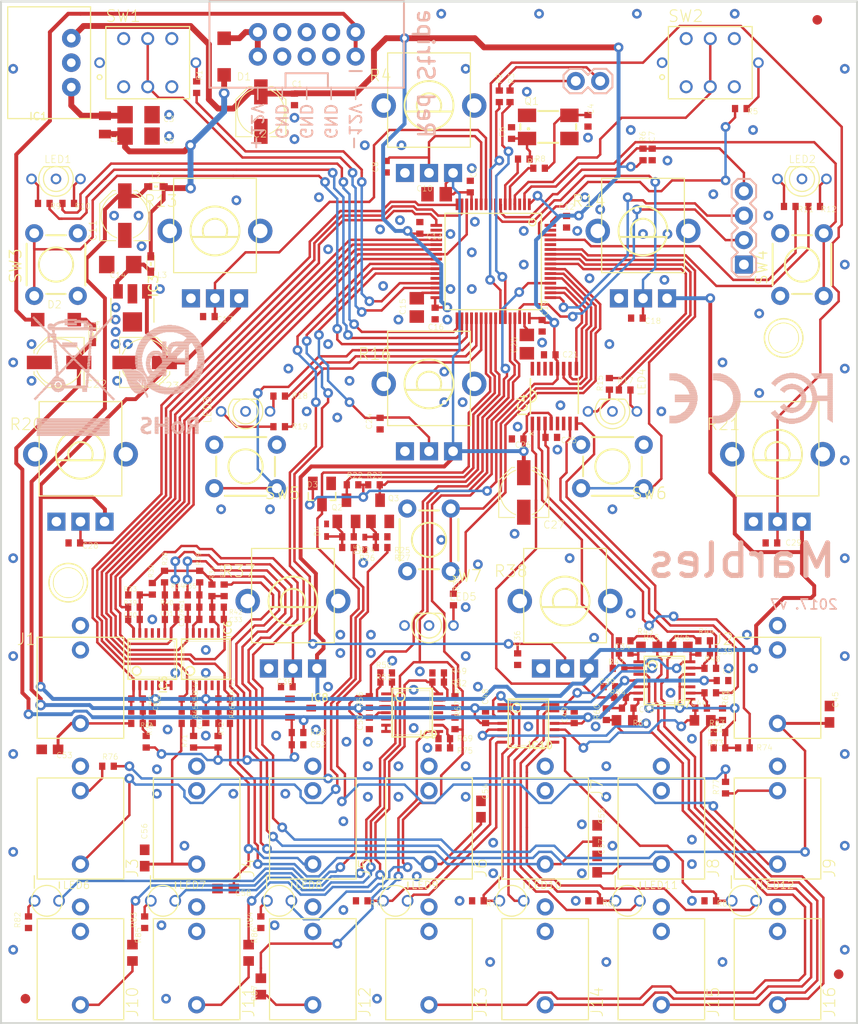
<source format=kicad_pcb>
(kicad_pcb (version 20171130) (host pcbnew 5.1.9-73d0e3b20d~88~ubuntu20.04.1)
  (layers (0 Top signal) (31 Bottom signal) (34 B.Paste user) (35 F.Paste user) (36 B.SilkS user) (37 F.SilkS user) (38 B.Mask user) (39 F.Mask user) (44 Edge.Cuts user))
  (net 0 "")
  (net 1 +3V3_A)
  (net 2 ADC_T_RATE_CV)
  (net 3 ADC_T_JITTER_CV)
  (net 4 VCC)
  (net 5 AREF_-10)
  (net 6 VEE)
  (net 7 T_CLOCK)
  (net 8 X_CLOCK)
  (net 9 ADC_DV_POT)
  (net 10 ADC_LENGTH_POT)
  (net 11 ADC_T_BIAS_POT)
  (net 12 SW_T_RANGE)
  (net 13 SW_T_MODE)
  (net 14 +3V3)
  (net 15 LED_T_RANGE_G)
  (net 16 LED_T_RANGE_R)
  (net 17 LED_X_MODE_G)
  (net 18 LED_X_RANGE_R)
  (net 19 LED_X_RANGE_G)
  (net 20 ADC_T_JITTER_POT)
  (net 21 ADC_X_STEPS_POT)
  (net 22 ADC_X_BIAS_POT)
  (net 23 SW_X_MODE)
  (net 24 SW_X_RANGE)
  (net 25 ADC_T_BIAS_CV)
  (net 26 ADC_X_BIAS_CV)
  (net 27 ADC_X_SPREAD_CV)
  (net 28 ADC_X_STEPS_CV)
  (net 29 ADC_DV_CV)
  (net 30 ADC_T_RATE_POT)
  (net 31 ADC_X_SPREAD_POT)
  (net 32 NORMALIZATION_PROBE)
  (net 33 GND)
  (net 34 GATE_T_2)
  (net 35 GATE_T_3)
  (net 36 DAC_X_1)
  (net 37 DAC_X_3)
  (net 38 DAC_Y)
  (net 39 DAC_X_2)
  (net 40 VREF)
  (net 41 SW_T_DV)
  (net 42 LED_T_DV)
  (net 43 LED_X_DV)
  (net 44 SW_X_DV)
  (net 45 LED_X_MODE_R)
  (net 46 LED_T_MODE_G)
  (net 47 LED_T_MODE_R)
  (net 48 GATE_T_1)
  (net 49 SW_X_EXT)
  (net 50 LED_X_EXT_G)
  (net 51 "Net-(C6-Pad2)")
  (net 52 "Net-(C4-Pad2)")
  (net 53 /marbles_v70_1/DAC_MOSI)
  (net 54 /marbles_v70_1/DAC_SCK)
  (net 55 /marbles_v70_1/DAC_SS)
  (net 56 /marbles_v70_1/SWCLK)
  (net 57 "Net-(C20-Pad1)")
  (net 58 /marbles_v70_1/SWDIO)
  (net 59 /marbles_v70_1/RX)
  (net 60 /marbles_v70_1/TX)
  (net 61 "Net-(C15-Pad1)")
  (net 62 /marbles_v70_1/RESET)
  (net 63 "Net-(IC2-Pad6)")
  (net 64 "Net-(IC2-Pad5)")
  (net 65 "Net-(IC2-Pad3)")
  (net 66 "Net-(JP2-Pad1)")
  (net 67 "Net-(JP2-Pad2)")
  (net 68 "Net-(LED3-Pad1)")
  (net 69 "Net-(LED3-Pad3)")
  (net 70 "Net-(LED1-Pad1)")
  (net 71 "Net-(LED1-Pad3)")
  (net 72 "Net-(LED2-Pad1)")
  (net 73 "Net-(LED2-Pad3)")
  (net 74 "Net-(LED4-Pad1)")
  (net 75 "Net-(LED4-Pad3)")
  (net 76 "Net-(R1-Pad2)")
  (net 77 "Net-(SW1-PadP1)")
  (net 78 "Net-(SW1-PadP4)")
  (net 79 "Net-(R5-Pad2)")
  (net 80 "Net-(SW2-PadP1)")
  (net 81 "Net-(SW2-PadP4)")
  (net 82 "Net-(LED5-Pad1)")
  (net 83 "Net-(LED5-Pad3)")
  (net 84 "Net-(C31-Pad1)")
  (net 85 "Net-(C30-Pad1)")
  (net 86 /marbles_v70_3/DEPRECATED)
  (net 87 "Net-(C40-Pad1)")
  (net 88 "Net-(C56-Pad1)")
  (net 89 "Net-(C41-Pad1)")
  (net 90 "Net-(C58-Pad1)")
  (net 91 "Net-(C42-Pad1)")
  (net 92 "Net-(D4-PadC)")
  (net 93 "Net-(J3-PadP3)")
  (net 94 "Net-(D5-PadC)")
  (net 95 "Net-(J9-PadP3)")
  (net 96 "Net-(J3-PadP2)")
  (net 97 "Net-(J9-PadP2)")
  (net 98 "Net-(C53-Pad1)")
  (net 99 "Net-(C33-Pad1)")
  (net 100 "Net-(C32-Pad1)")
  (net 101 "Net-(C57-Pad1)")
  (net 102 "Net-(C45-Pad1)")
  (net 103 "Net-(C55-Pad1)")
  (net 104 "Net-(C54-Pad1)")
  (net 105 "Net-(J14-PadP3)")
  (net 106 "Net-(J14-PadP2)")
  (net 107 "Net-(IC9-Pad14)")
  (net 108 "Net-(J11-PadP3)")
  (net 109 "Net-(J11-PadP2)")
  (net 110 "Net-(IC9-Pad13)")
  (net 111 "Net-(IC9-Pad8)")
  (net 112 "Net-(J12-PadP3)")
  (net 113 "Net-(J12-PadP2)")
  (net 114 "Net-(IC9-Pad9)")
  (net 115 "Net-(C44-Pad2)")
  (net 116 "Net-(C44-Pad1)")
  (net 117 /marbles_v70_4/VREF_BIAS)
  (net 118 "Net-(C35-Pad1)")
  (net 119 "Net-(C35-Pad2)")
  (net 120 "Net-(C43-Pad2)")
  (net 121 "Net-(C43-Pad1)")
  (net 122 "Net-(C34-Pad1)")
  (net 123 "Net-(C34-Pad2)")
  (net 124 "Net-(J16-PadP3)")
  (net 125 "Net-(J15-PadP3)")
  (net 126 "Net-(J13-PadP3)")
  (net 127 "Net-(J15-PadP2)")
  (net 128 "Net-(J16-PadP2)")
  (net 129 "Net-(J13-PadP2)")
  (net 130 "Net-(LED7-Pad2)")
  (net 131 "Net-(LED8-Pad2)")
  (net 132 "Net-(IC10-Pad8)")
  (net 133 "Net-(IC10-Pad9)")
  (net 134 "Net-(IC10-Pad13)")
  (net 135 "Net-(IC10-Pad14)")
  (net 136 "Net-(IC10-Pad7)")
  (net 137 "Net-(IC10-Pad6)")
  (net 138 "Net-(IC10-Pad2)")
  (net 139 "Net-(IC10-Pad1)")
  (net 140 "Net-(IC9-Pad12)")
  (net 141 "Net-(IC9-Pad10)")
  (net 142 "Net-(IC9-Pad1)")
  (net 143 "Net-(J10-PadP3)")
  (net 144 "Net-(IC9-Pad2)")
  (net 145 "Net-(LED6-Pad2)")
  (net 146 "Net-(IC9-Pad3)")
  (net 147 "Net-(IC9-Pad6)")
  (net 148 "Net-(J10-PadP2)")
  (net 149 "Net-(D1-PadA)")
  (net 150 "Net-(C5-Pad1)")
  (net 151 "Net-(D2-PadA)")
  (net 152 "Net-(D2-PadC)")
  (net 153 "Net-(C14-Pad1)")
  (net 154 "Net-(C3-Pad1)")
  (module marbles_v70:C0402 (layer Top) (at 157.0737 65.6336 270)
    (fp_text reference C6 (at 0.4762 0.6351 90) (layer F.SilkS) (effects (font (size 0.57912 0.57912) (thickness 0.046329)) (justify left bottom)))
    (fp_text value 20p)
    (pad 2 smd rect (at 0.6 0 270) (size 0.65 0.75) (layers Top F.Paste F.Mask) (net 51 "Net-(C6-Pad2)"))
    (pad 1 smd rect (at -0.6 0 270) (size 0.65 0.75) (layers Top F.Paste F.Mask) (net 33 GND))
  )
  (module marbles_v70:C0402 (layer Top) (at 165.0112 64.3636 90)
    (fp_text reference C4 (at 0.635 0.6349 90) (layer F.SilkS) (effects (font (size 0.57912 0.57912) (thickness 0.046329)) (justify left bottom)))
    (fp_text value 20p)
    (pad 2 smd rect (at 0.6 0 90) (size 0.65 0.75) (layers Top F.Paste F.Mask) (net 52 "Net-(C4-Pad2)"))
    (pad 1 smd rect (at -0.6 0 90) (size 0.65 0.75) (layers Top F.Paste F.Mask) (net 33 GND))
  )
  (module marbles_v70:C0402 (layer Top) (at 149.1361 84.3661 270)
    (fp_text reference C16 (at 1.7462 0.7937) (layer F.SilkS) (effects (font (size 0.57912 0.57912) (thickness 0.046329)) (justify left bottom)))
    (fp_text value 100n)
    (pad 2 smd rect (at 0.6 0 270) (size 0.65 0.75) (layers Top F.Paste F.Mask) (net 33 GND))
    (pad 1 smd rect (at -0.6 0 270) (size 0.65 0.75) (layers Top F.Paste F.Mask) (net 14 +3V3))
  )
  (module marbles_v70:C0402 (layer Top) (at 147.5486 75.4761 90)
    (fp_text reference C13 (at -1.2204 0.6404) (layer F.SilkS) (effects (font (size 0.57912 0.57912) (thickness 0.046329)) (justify left bottom)))
    (fp_text value 100n)
    (pad 2 smd rect (at 0.6 0 90) (size 0.65 0.75) (layers Top F.Paste F.Mask) (net 33 GND))
    (pad 1 smd rect (at -0.6 0 90) (size 0.65 0.75) (layers Top F.Paste F.Mask) (net 14 +3V3))
  )
  (module marbles_v70:C0402 (layer Top) (at 160.2486 85.6361 270)
    (fp_text reference C19 (at -0.9525 -0.635 90) (layer F.SilkS) (effects (font (size 0.57912 0.57912) (thickness 0.046329)) (justify left bottom)))
    (fp_text value 100n)
    (pad 2 smd rect (at 0.6 0 270) (size 0.65 0.75) (layers Top F.Paste F.Mask) (net 33 GND))
    (pad 1 smd rect (at -0.6 0 270) (size 0.65 0.75) (layers Top F.Paste F.Mask) (net 14 +3V3))
  )
  (module marbles_v70:C0805 (layer Top) (at 149.2949 71.9836 180)
    (fp_text reference C10 (at 2.1294 0.2517) (layer F.SilkS) (effects (font (size 0.57912 0.57912) (thickness 0.046329)) (justify left bottom)))
    (fp_text value 2.2u)
    (pad 2 smd rect (at 0.95 0 180) (size 1.3 1.5) (layers Top F.Paste F.Mask) (net 33 GND))
    (pad 1 smd rect (at -0.95 0 180) (size 1.3 1.5) (layers Top F.Paste F.Mask) (net 1 +3V3_A))
  )
  (module marbles_v70:C0402 (layer Top) (at 152.7874 71.1898 90)
    (fp_text reference C9 (at 0.8868 0.7009 90) (layer F.SilkS) (effects (font (size 0.57912 0.57912) (thickness 0.046329)) (justify left bottom)))
    (fp_text value 100n)
    (pad 2 smd rect (at 0.6 0 90) (size 0.65 0.75) (layers Top F.Paste F.Mask) (net 33 GND))
    (pad 1 smd rect (at -0.6 0 90) (size 0.65 0.75) (layers Top F.Paste F.Mask) (net 1 +3V3_A))
  )
  (module marbles_v70:C0402 (layer Top) (at 157.7086 97.3837 180)
    (fp_text reference C26 (at 0.3177 -0.9524) (layer F.SilkS) (effects (font (size 0.57912 0.57912) (thickness 0.046329)) (justify left bottom)))
    (fp_text value 100n)
    (pad 2 smd rect (at 0.6 0 180) (size 0.65 0.75) (layers Top F.Paste F.Mask) (net 33 GND))
    (pad 1 smd rect (at -0.6 0 180) (size 0.65 0.75) (layers Top F.Paste F.Mask) (net 1 +3V3_A))
  )
  (module marbles_v70:C0402 (layer Top) (at 162.7886 74.8411 270)
    (fp_text reference C12 (at -1.2042 0.8598) (layer F.SilkS) (effects (font (size 0.57912 0.57912) (thickness 0.046329)) (justify left bottom)))
    (fp_text value 100n)
    (pad 2 smd rect (at 0.6 0 270) (size 0.65 0.75) (layers Top F.Paste F.Mask) (net 33 GND))
    (pad 1 smd rect (at -0.6 0 270) (size 0.65 0.75) (layers Top F.Paste F.Mask) (net 14 +3V3))
  )
  (module marbles_v70:TQFP-10X10-64 (layer Top) (at 155.1686 78.9686 270)
    (fp_text reference IC2)
    (fp_text value STM32F405RGT6)
    (pad 64 smd rect (at -3.75 -5.9364 90) (size 0.3 1.2) (layers Top F.Paste F.Mask) (net 14 +3V3))
    (pad 63 smd rect (at -3.25 -5.9364 90) (size 0.3 1.2) (layers Top F.Paste F.Mask) (net 33 GND))
    (pad 62 smd rect (at -2.75 -5.9364 90) (size 0.3 1.2) (layers Top F.Paste F.Mask) (net 43 LED_X_DV))
    (pad 61 smd rect (at -2.25 -5.9364 90) (size 0.3 1.2) (layers Top F.Paste F.Mask) (net 45 LED_X_MODE_R))
    (pad 60 smd rect (at -1.75 -5.9364 90) (size 0.3 1.2) (layers Top F.Paste F.Mask) (net 33 GND))
    (pad 59 smd rect (at -1.25 -5.9364 90) (size 0.3 1.2) (layers Top F.Paste F.Mask) (net 17 LED_X_MODE_G))
    (pad 58 smd rect (at -0.75 -5.9364 90) (size 0.3 1.2) (layers Top F.Paste F.Mask) (net 24 SW_X_RANGE))
    (pad 57 smd rect (at -0.25 -5.9364 90) (size 0.3 1.2) (layers Top F.Paste F.Mask) (net 19 LED_X_RANGE_G))
    (pad 56 smd rect (at 0.25 -5.9364 90) (size 0.3 1.2) (layers Top F.Paste F.Mask) (net 18 LED_X_RANGE_R))
    (pad 55 smd rect (at 0.75 -5.9364 90) (size 0.3 1.2) (layers Top F.Paste F.Mask) (net 50 LED_X_EXT_G))
    (pad 54 smd rect (at 1.25 -5.9364 90) (size 0.3 1.2) (layers Top F.Paste F.Mask) (net 49 SW_X_EXT))
    (pad 53 smd rect (at 1.75 -5.9364 90) (size 0.3 1.2) (layers Top F.Paste F.Mask) (net 53 /marbles_v70_1/DAC_MOSI))
    (pad 52 smd rect (at 2.25 -5.9364 90) (size 0.3 1.2) (layers Top F.Paste F.Mask) (net 48 GATE_T_1))
    (pad 51 smd rect (at 2.75 -5.9364 90) (size 0.3 1.2) (layers Top F.Paste F.Mask) (net 54 /marbles_v70_1/DAC_SCK))
    (pad 50 smd rect (at 3.25 -5.9364 90) (size 0.3 1.2) (layers Top F.Paste F.Mask) (net 55 /marbles_v70_1/DAC_SS))
    (pad 49 smd rect (at 3.75 -5.9364 90) (size 0.3 1.2) (layers Top F.Paste F.Mask) (net 56 /marbles_v70_1/SWCLK))
    (pad 48 smd rect (at 5.8856 -3.75) (size 0.3 1.2) (layers Top F.Paste F.Mask) (net 14 +3V3))
    (pad 47 smd rect (at 5.8856 -3.25) (size 0.3 1.2) (layers Top F.Paste F.Mask) (net 57 "Net-(C20-Pad1)"))
    (pad 46 smd rect (at 5.8856 -2.75) (size 0.3 1.2) (layers Top F.Paste F.Mask) (net 58 /marbles_v70_1/SWDIO))
    (pad 45 smd rect (at 5.8856 -2.25) (size 0.3 1.2) (layers Top F.Paste F.Mask) (net 35 GATE_T_3))
    (pad 44 smd rect (at 5.8856 -1.75) (size 0.3 1.2) (layers Top F.Paste F.Mask) (net 34 GATE_T_2))
    (pad 43 smd rect (at 5.8856 -1.25) (size 0.3 1.2) (layers Top F.Paste F.Mask) (net 59 /marbles_v70_1/RX))
    (pad 42 smd rect (at 5.8856 -0.75) (size 0.3 1.2) (layers Top F.Paste F.Mask) (net 60 /marbles_v70_1/TX))
    (pad 41 smd rect (at 5.8856 -0.25) (size 0.3 1.2) (layers Top F.Paste F.Mask) (net 8 X_CLOCK))
    (pad 40 smd rect (at 5.8856 0.25) (size 0.3 1.2) (layers Top F.Paste F.Mask) (net 7 T_CLOCK))
    (pad 39 smd rect (at 5.8856 0.75) (size 0.3 1.2) (layers Top F.Paste F.Mask) (net 32 NORMALIZATION_PROBE))
    (pad 38 smd rect (at 5.8856 1.25) (size 0.3 1.2) (layers Top F.Paste F.Mask) (net 16 LED_T_RANGE_R))
    (pad 37 smd rect (at 5.8856 1.75) (size 0.3 1.2) (layers Top F.Paste F.Mask) (net 15 LED_T_RANGE_G))
    (pad 36 smd rect (at 5.8856 2.25) (size 0.3 1.2) (layers Top F.Paste F.Mask) (net 12 SW_T_RANGE))
    (pad 35 smd rect (at 5.8856 2.75) (size 0.3 1.2) (layers Top F.Paste F.Mask) (net 13 SW_T_MODE))
    (pad 34 smd rect (at 5.8856 3.25) (size 0.3 1.2) (layers Top F.Paste F.Mask) (net 47 LED_T_MODE_R))
    (pad 33 smd rect (at 5.8856 3.75) (size 0.3 1.2) (layers Top F.Paste F.Mask) (net 46 LED_T_MODE_G))
    (pad 32 smd rect (at 3.75 5.911 270) (size 0.3 1.2) (layers Top F.Paste F.Mask) (net 14 +3V3))
    (pad 31 smd rect (at 3.25 5.911 270) (size 0.3 1.2) (layers Top F.Paste F.Mask) (net 61 "Net-(C15-Pad1)"))
    (pad 30 smd rect (at 2.75 5.911 270) (size 0.3 1.2) (layers Top F.Paste F.Mask) (net 41 SW_T_DV))
    (pad 29 smd rect (at 2.25 5.911 270) (size 0.3 1.2) (layers Top F.Paste F.Mask) (net 42 LED_T_DV))
    (pad 28 smd rect (at 1.75 5.911 270) (size 0.3 1.2) (layers Top F.Paste F.Mask) (net 33 GND))
    (pad 27 smd rect (at 1.25 5.911 270) (size 0.3 1.2) (layers Top F.Paste F.Mask) (net 10 ADC_LENGTH_POT))
    (pad 26 smd rect (at 0.75 5.911 270) (size 0.3 1.2) (layers Top F.Paste F.Mask) (net 21 ADC_X_STEPS_POT))
    (pad 25 smd rect (at 0.25 5.911 270) (size 0.3 1.2) (layers Top F.Paste F.Mask) (net 20 ADC_T_JITTER_POT))
    (pad 24 smd rect (at -0.25 5.911 270) (size 0.3 1.2) (layers Top F.Paste F.Mask) (net 26 ADC_X_BIAS_CV))
    (pad 23 smd rect (at -0.75 5.911 270) (size 0.3 1.2) (layers Top F.Paste F.Mask) (net 27 ADC_X_SPREAD_CV))
    (pad 22 smd rect (at -1.25 5.911 270) (size 0.3 1.2) (layers Top F.Paste F.Mask) (net 28 ADC_X_STEPS_CV))
    (pad 21 smd rect (at -1.75 5.911 270) (size 0.3 1.2) (layers Top F.Paste F.Mask) (net 29 ADC_DV_CV))
    (pad 20 smd rect (at -2.25 5.911 270) (size 0.3 1.2) (layers Top F.Paste F.Mask) (net 3 ADC_T_JITTER_CV))
    (pad 19 smd rect (at -2.75 5.911 270) (size 0.3 1.2) (layers Top F.Paste F.Mask) (net 14 +3V3))
    (pad 18 smd rect (at -3.25 5.911 270) (size 0.3 1.2) (layers Top F.Paste F.Mask) (net 33 GND))
    (pad 17 smd rect (at -3.75 5.911 270) (size 0.3 1.2) (layers Top F.Paste F.Mask) (net 2 ADC_T_RATE_CV))
    (pad 16 smd rect (at -5.9364 3.75 180) (size 0.3 1.2) (layers Top F.Paste F.Mask) (net 11 ADC_T_BIAS_POT))
    (pad 15 smd rect (at -5.9364 3.25 180) (size 0.3 1.2) (layers Top F.Paste F.Mask) (net 25 ADC_T_BIAS_CV))
    (pad 14 smd rect (at -5.9364 2.75 180) (size 0.3 1.2) (layers Top F.Paste F.Mask) (net 27 ADC_X_SPREAD_CV))
    (pad 13 smd rect (at -5.9364 2.25 180) (size 0.3 1.2) (layers Top F.Paste F.Mask) (net 1 +3V3_A))
    (pad 12 smd rect (at -5.9364 1.75 180) (size 0.3 1.2) (layers Top F.Paste F.Mask) (net 33 GND))
    (pad 11 smd rect (at -5.9364 1.25 180) (size 0.3 1.2) (layers Top F.Paste F.Mask) (net 9 ADC_DV_POT))
    (pad 10 smd rect (at -5.9364 0.75 180) (size 0.3 1.2) (layers Top F.Paste F.Mask) (net 30 ADC_T_RATE_POT))
    (pad 9 smd rect (at -5.9364 0.25 180) (size 0.3 1.2) (layers Top F.Paste F.Mask) (net 22 ADC_X_BIAS_POT))
    (pad 8 smd rect (at -5.9364 -0.25 180) (size 0.3 1.2) (layers Top F.Paste F.Mask) (net 31 ADC_X_SPREAD_POT))
    (pad 7 smd rect (at -5.9364 -0.75 180) (size 0.3 1.2) (layers Top F.Paste F.Mask) (net 62 /marbles_v70_1/RESET))
    (pad 6 smd rect (at -5.9364 -1.25 180) (size 0.3 1.2) (layers Top F.Paste F.Mask) (net 63 "Net-(IC2-Pad6)"))
    (pad 5 smd rect (at -5.9364 -1.75 180) (size 0.3 1.2) (layers Top F.Paste F.Mask) (net 64 "Net-(IC2-Pad5)"))
    (pad 4 smd rect (at -5.9364 -2.25 180) (size 0.3 1.2) (layers Top F.Paste F.Mask) (net 44 SW_X_DV))
    (pad 3 smd rect (at -5.9364 -2.75 180) (size 0.3 1.2) (layers Top F.Paste F.Mask) (net 65 "Net-(IC2-Pad3)"))
    (pad 2 smd rect (at -5.9364 -3.25 180) (size 0.3 1.2) (layers Top F.Paste F.Mask) (net 23 SW_X_MODE))
    (pad 1 smd rect (at -5.9364 -3.75 180) (size 0.3 1.2) (layers Top F.Paste F.Mask) (net 14 +3V3))
  )
  (module marbles_v70:C0805 (layer Top) (at 147.2311 83.7311 270)
    (fp_text reference C15 (at 0.7937 1.1112 90) (layer F.SilkS) (effects (font (size 0.57912 0.57912) (thickness 0.046329)) (justify left bottom)))
    (fp_text value 2.2u)
    (pad 2 smd rect (at 0.95 0 270) (size 1.3 1.5) (layers Top F.Paste F.Mask) (net 33 GND))
    (pad 1 smd rect (at -0.95 0 270) (size 1.3 1.5) (layers Top F.Paste F.Mask) (net 61 "Net-(C15-Pad1)"))
  )
  (module marbles_v70:C0805 (layer Top) (at 158.6611 87.5411 270)
    (fp_text reference C20 (at 0.9526 0.9525 90) (layer F.SilkS) (effects (font (size 0.57912 0.57912) (thickness 0.046329)) (justify left bottom)))
    (fp_text value 2.2u)
    (pad 2 smd rect (at 0.95 0 270) (size 1.3 1.5) (layers Top F.Paste F.Mask) (net 33 GND))
    (pad 1 smd rect (at -0.95 0 270) (size 1.3 1.5) (layers Top F.Paste F.Mask) (net 57 "Net-(C20-Pad1)"))
  )
  (module marbles_v70:C0402 (layer Top) (at 161.0423 88.6523 180)
    (fp_text reference C21 (at -1.27 -0.3175) (layer F.SilkS) (effects (font (size 0.57912 0.57912) (thickness 0.046329)) (justify left bottom)))
    (fp_text value 100n)
    (pad 2 smd rect (at 0.6 0 180) (size 0.65 0.75) (layers Top F.Paste F.Mask) (net 33 GND))
    (pad 1 smd rect (at -0.6 0 180) (size 0.65 0.75) (layers Top F.Paste F.Mask) (net 14 +3V3))
  )
  (module marbles_v70:TSSOP14_065 (layer Top) (at 119.7674 120.2436)
    (fp_text reference IC5 (at 1.5875 3.6513 90) (layer F.SilkS) (effects (font (size 0.77216 0.77216) (thickness 0.115824)) (justify left bottom)))
    (fp_text value MCP6004)
    (pad 8 smd rect (at 1.95 -2.7178) (size 0.3048 0.9906) (layers Top F.Paste F.Mask) (net 27 ADC_X_SPREAD_CV))
    (pad 9 smd rect (at 1.3 -2.7178) (size 0.3048 0.9906) (layers Top F.Paste F.Mask) (net 84 "Net-(C31-Pad1)"))
    (pad 10 smd rect (at 0.65 -2.7178) (size 0.3048 0.9906) (layers Top F.Paste F.Mask) (net 33 GND))
    (pad 11 smd rect (at 0 -2.7178) (size 0.3048 0.9906) (layers Top F.Paste F.Mask) (net 33 GND))
    (pad 12 smd rect (at -0.65 -2.7178) (size 0.3048 0.9906) (layers Top F.Paste F.Mask) (net 33 GND))
    (pad 13 smd rect (at -1.3 -2.7178) (size 0.3048 0.9906) (layers Top F.Paste F.Mask) (net 85 "Net-(C30-Pad1)"))
    (pad 14 smd rect (at -1.95 -2.7178) (size 0.3048 0.9906) (layers Top F.Paste F.Mask) (net 26 ADC_X_BIAS_CV))
    (pad 7 smd rect (at 1.95 2.7178) (size 0.3048 0.9906) (layers Top F.Paste F.Mask) (net 86 /marbles_v70_3/DEPRECATED))
    (pad 6 smd rect (at 1.3 2.7178) (size 0.3048 0.9906) (layers Top F.Paste F.Mask) (net 86 /marbles_v70_3/DEPRECATED))
    (pad 5 smd rect (at 0.65 2.7178) (size 0.3048 0.9906) (layers Top F.Paste F.Mask) (net 33 GND))
    (pad 4 smd rect (at 0 2.7178) (size 0.3048 0.9906) (layers Top F.Paste F.Mask) (net 1 +3V3_A))
    (pad 3 smd rect (at -0.65 2.7178) (size 0.3048 0.9906) (layers Top F.Paste F.Mask) (net 33 GND))
    (pad 2 smd rect (at -1.3 2.7178) (size 0.3048 0.9906) (layers Top F.Paste F.Mask) (net 87 "Net-(C40-Pad1)"))
    (pad 1 smd rect (at -1.95 2.7178) (size 0.3048 0.9906) (layers Top F.Paste F.Mask) (net 25 ADC_T_BIAS_CV))
  )
  (module marbles_v70:R0402 (layer Top) (at 123.4186 126.9111 180)
    (fp_text reference R65 (at -1.1114 0.4763 90) (layer F.SilkS) (effects (font (size 0.4826 0.4826) (thickness 0.038608)) (justify left bottom)))
    (fp_text value 100k)
    (pad 2 smd rect (at 0.6 0 180) (size 0.65 0.75) (layers Top F.Paste F.Mask) (net 88 "Net-(C56-Pad1)"))
    (pad 1 smd rect (at -0.6 0 180) (size 0.65 0.75) (layers Top F.Paste F.Mask) (net 89 "Net-(C41-Pad1)"))
  )
  (module marbles_v70:R0402 (layer Top) (at 123.4186 125.6411)
    (fp_text reference R58 (at 1.1113 -0.635 90) (layer F.SilkS) (effects (font (size 0.4826 0.4826) (thickness 0.038608)) (justify left bottom)))
    (fp_text value 33k)
    (pad 2 smd rect (at 0.6 0) (size 0.65 0.75) (layers Top F.Paste F.Mask) (net 89 "Net-(C41-Pad1)"))
    (pad 1 smd rect (at -0.6 0) (size 0.65 0.75) (layers Top F.Paste F.Mask) (net 2 ADC_T_RATE_CV))
  )
  (module marbles_v70:R0402 (layer Top) (at 124.0536 128.8161 270)
    (fp_text reference R71 (at 0.635 0.635 90) (layer F.SilkS) (effects (font (size 0.4826 0.4826) (thickness 0.038608)) (justify left bottom)))
    (fp_text value 200k)
    (pad 2 smd rect (at 0.6 0 270) (size 0.65 0.75) (layers Top F.Paste F.Mask) (net 5 AREF_-10))
    (pad 1 smd rect (at -0.6 0 270) (size 0.65 0.75) (layers Top F.Paste F.Mask) (net 89 "Net-(C41-Pad1)"))
  )
  (module marbles_v70:C0402 (layer Top) (at 123.4186 124.3711 180)
    (fp_text reference C41 (at -1.1113 0.635 90) (layer F.SilkS) (effects (font (size 0.4826 0.4826) (thickness 0.038608)) (justify left bottom)))
    (fp_text value 470p)
    (pad 2 smd rect (at 0.6 0 180) (size 0.65 0.75) (layers Top F.Paste F.Mask) (net 2 ADC_T_RATE_CV))
    (pad 1 smd rect (at -0.6 0 180) (size 0.65 0.75) (layers Top F.Paste F.Mask) (net 89 "Net-(C41-Pad1)"))
  )
  (module marbles_v70:R0402 (layer Top) (at 127.2286 126.9111)
    (fp_text reference R66 (at 1.1112 -0.4764 90) (layer F.SilkS) (effects (font (size 0.4826 0.4826) (thickness 0.038608)) (justify left bottom)))
    (fp_text value 100k)
    (pad 2 smd rect (at 0.6 0) (size 0.65 0.75) (layers Top F.Paste F.Mask) (net 90 "Net-(C58-Pad1)"))
    (pad 1 smd rect (at -0.6 0) (size 0.65 0.75) (layers Top F.Paste F.Mask) (net 91 "Net-(C42-Pad1)"))
  )
  (module marbles_v70:R0402 (layer Top) (at 127.2286 125.6411 180)
    (fp_text reference R59 (at -1.1112 0.635 90) (layer F.SilkS) (effects (font (size 0.4826 0.4826) (thickness 0.038608)) (justify left bottom)))
    (fp_text value 33k)
    (pad 2 smd rect (at 0.6 0 180) (size 0.65 0.75) (layers Top F.Paste F.Mask) (net 91 "Net-(C42-Pad1)"))
    (pad 1 smd rect (at -0.6 0 180) (size 0.65 0.75) (layers Top F.Paste F.Mask) (net 3 ADC_T_JITTER_CV))
  )
  (module marbles_v70:C0402 (layer Top) (at 127.2286 124.3711)
    (fp_text reference C42 (at 1.1113 -0.7938 90) (layer F.SilkS) (effects (font (size 0.4826 0.4826) (thickness 0.038608)) (justify left bottom)))
    (fp_text value 4.7n)
    (pad 2 smd rect (at 0.6 0) (size 0.65 0.75) (layers Top F.Paste F.Mask) (net 3 ADC_T_JITTER_CV))
    (pad 1 smd rect (at -0.6 0) (size 0.65 0.75) (layers Top F.Paste F.Mask) (net 91 "Net-(C42-Pad1)"))
  )
  (module marbles_v70:DBZ_R-PDSO-G3 (layer Top) (at 135.1661 125.3236 270)
    (fp_text reference IC8 (at -0.6351 -0.9525) (layer F.SilkS) (effects (font (size 0.77216 0.77216) (thickness 0.115824)) (justify left bottom)))
    (fp_text value LM4040B10)
    (pad 1 smd rect (at -0.95 1.1 270) (size 0.7 1) (layers Top F.Paste F.Mask) (net 33 GND))
    (pad 2 smd rect (at 0.95 1.1 270) (size 0.7 1) (layers Top F.Paste F.Mask) (net 5 AREF_-10))
    (pad 3 smd rect (at 0 -1.1 270) (size 0.7 1) (layers Top F.Paste F.Mask))
  )
  (module marbles_v70:R0402 (layer Top) (at 134.8486 127.8636 180)
    (fp_text reference R68 (at -1.27 -0.3175) (layer F.SilkS) (effects (font (size 0.57912 0.57912) (thickness 0.046329)) (justify left bottom)))
    (fp_text value 1.0k)
    (pad 2 smd rect (at 0.6 0 180) (size 0.65 0.75) (layers Top F.Paste F.Mask) (net 5 AREF_-10))
    (pad 1 smd rect (at -0.6 0 180) (size 0.65 0.75) (layers Top F.Paste F.Mask) (net 6 VEE))
  )
  (module marbles_v70:C0402 (layer Top) (at 134.8486 129.1336)
    (fp_text reference C52 (at 1.27 0.3175) (layer F.SilkS) (effects (font (size 0.57912 0.57912) (thickness 0.046329)) (justify left bottom)))
    (fp_text value 470n)
    (pad 2 smd rect (at 0.6 0) (size 0.65 0.75) (layers Top F.Paste F.Mask) (net 33 GND))
    (pad 1 smd rect (at -0.6 0) (size 0.65 0.75) (layers Top F.Paste F.Mask) (net 5 AREF_-10))
  )
  (module marbles_v70:PANASONIC_C (layer Top) (at 116.91 74.2063 90)
    (fp_text reference C11 (at -2.6983 -2.858 90) (layer F.SilkS) (effects (font (size 0.77216 0.77216) (thickness 0.061772)) (justify left bottom)))
    (fp_text value 22u)
    (pad + smd rect (at 2.05 0 90) (size 2.6 1.4) (layers Top F.Paste F.Mask) (net 4 VCC))
    (pad - smd rect (at -2.05 0 90) (size 2.6 1.4) (layers Top F.Paste F.Mask) (net 33 GND))
  )
  (module marbles_v70:PANASONIC_C (layer Top) (at 110.0836 89.4461 180)
    (fp_text reference C22 (at -2.6987 -2.6988) (layer F.SilkS) (effects (font (size 0.77216 0.77216) (thickness 0.061772)) (justify left bottom)))
    (fp_text value 22u)
    (pad + smd rect (at 2.05 0 180) (size 2.6 1.4) (layers Top F.Paste F.Mask) (net 33 GND))
    (pad - smd rect (at -2.05 0 180) (size 2.6 1.4) (layers Top F.Paste F.Mask) (net 6 VEE))
  )
  (module marbles_v70:R0402 (layer Top) (at 126.5936 128.8161 270)
    (fp_text reference R72 (at -0.635 -0.635 90) (layer F.SilkS) (effects (font (size 0.4826 0.4826) (thickness 0.038608)) (justify left bottom)))
    (fp_text value 200k)
    (pad 2 smd rect (at 0.6 0 270) (size 0.65 0.75) (layers Top F.Paste F.Mask) (net 5 AREF_-10))
    (pad 1 smd rect (at -0.6 0 270) (size 0.65 0.75) (layers Top F.Paste F.Mask) (net 91 "Net-(C42-Pad1)"))
  )
  (module marbles_v70:C0402 (layer Top) (at 125.3236 126.2761 270)
    (fp_text reference C47 (at 1.2699 0.3174 90) (layer F.SilkS) (effects (font (size 0.4826 0.4826) (thickness 0.038608)) (justify left bottom)))
    (fp_text value 100n)
    (pad 2 smd rect (at 0.6 0 270) (size 0.65 0.75) (layers Top F.Paste F.Mask) (net 33 GND))
    (pad 1 smd rect (at -0.6 0 270) (size 0.65 0.75) (layers Top F.Paste F.Mask) (net 1 +3V3_A))
  )
  (module marbles_v70:SOT23-BEC (layer Top) (at 139.9286 104.8449)
    (fp_text reference Q2 (at -1.5874 0) (layer F.SilkS) (effects (font (size 0.57912 0.57912) (thickness 0.046329)) (justify left bottom)))
    (fp_text value MMBT3904)
    (pad B smd rect (at -0.95 1.1) (size 1 1.4) (layers Top F.Paste F.Mask) (net 92 "Net-(D4-PadC)"))
    (pad E smd rect (at 0.95 1.1) (size 1 1.4) (layers Top F.Paste F.Mask) (net 33 GND))
    (pad C smd rect (at 0 -1.1) (size 1 1.4) (layers Top F.Paste F.Mask) (net 7 T_CLOCK))
  )
  (module marbles_v70:R0402 (layer Top) (at 140.0874 108.6549 180)
    (fp_text reference R26 (at -1.1112 -1.4288) (layer F.SilkS) (effects (font (size 0.57912 0.57912) (thickness 0.046329)) (justify left bottom)))
    (fp_text value 100k)
    (pad 2 smd rect (at 0.6 0 180) (size 0.65 0.75) (layers Top F.Paste F.Mask) (net 92 "Net-(D4-PadC)"))
    (pad 1 smd rect (at -0.6 0 180) (size 0.65 0.75) (layers Top F.Paste F.Mask) (net 93 "Net-(J3-PadP3)"))
  )
  (module marbles_v70:SOT23-BEC (layer Top) (at 143.4211 104.8449)
    (fp_text reference Q3 (at 0.7937 -0.9525) (layer F.SilkS) (effects (font (size 0.57912 0.57912) (thickness 0.046329)) (justify left bottom)))
    (fp_text value MMBT3904)
    (pad B smd rect (at -0.95 1.1) (size 1 1.4) (layers Top F.Paste F.Mask) (net 94 "Net-(D5-PadC)"))
    (pad E smd rect (at 0.95 1.1) (size 1 1.4) (layers Top F.Paste F.Mask) (net 33 GND))
    (pad C smd rect (at 0 -1.1) (size 1 1.4) (layers Top F.Paste F.Mask) (net 8 X_CLOCK))
  )
  (module marbles_v70:R0402 (layer Top) (at 143.5798 108.655 180)
    (fp_text reference R27 (at -1.27 -1.4287) (layer F.SilkS) (effects (font (size 0.57912 0.57912) (thickness 0.046329)) (justify left bottom)))
    (fp_text value 100k)
    (pad 2 smd rect (at 0.6 0 180) (size 0.65 0.75) (layers Top F.Paste F.Mask) (net 94 "Net-(D5-PadC)"))
    (pad 1 smd rect (at -0.6 0 180) (size 0.65 0.75) (layers Top F.Paste F.Mask) (net 95 "Net-(J9-PadP3)"))
  )
  (module marbles_v70:R0402 (layer Top) (at 142.7862 102.1462 180)
    (fp_text reference R23 (at 0.7937 0.6351) (layer F.SilkS) (effects (font (size 0.57912 0.57912) (thickness 0.046329)) (justify left bottom)))
    (fp_text value 10k)
    (pad 2 smd rect (at 0.6 0 180) (size 0.65 0.75) (layers Top F.Paste F.Mask) (net 14 +3V3))
    (pad 1 smd rect (at -0.6 0 180) (size 0.65 0.75) (layers Top F.Paste F.Mask) (net 8 X_CLOCK))
  )
  (module marbles_v70:R0402 (layer Top) (at 140.5636 102.1462)
    (fp_text reference R22 (at -0.635 -0.635) (layer F.SilkS) (effects (font (size 0.57912 0.57912) (thickness 0.046329)) (justify left bottom)))
    (fp_text value 10k)
    (pad 2 smd rect (at 0.6 0) (size 0.65 0.75) (layers Top F.Paste F.Mask) (net 14 +3V3))
    (pad 1 smd rect (at -0.6 0) (size 0.65 0.75) (layers Top F.Paste F.Mask) (net 7 T_CLOCK))
  )
  (module marbles_v70:C0402 (layer Top) (at 119.7674 126.2761 270)
    (fp_text reference C46 (at -0.6351 -0.6351 90) (layer F.SilkS) (effects (font (size 0.4826 0.4826) (thickness 0.038608)) (justify left bottom)))
    (fp_text value 100n)
    (pad 2 smd rect (at 0.6 0 270) (size 0.65 0.75) (layers Top F.Paste F.Mask) (net 33 GND))
    (pad 1 smd rect (at -0.6 0 270) (size 0.65 0.75) (layers Top F.Paste F.Mask) (net 1 +3V3_A))
  )
  (module marbles_v70:ALPS_POT_VERTICAL_PS (layer Top) (at 148.5011 62.7761 180)
    (fp_text reference R4 (at 3.81 3.81) (layer F.SilkS) (effects (font (size 1.2065 1.2065) (thickness 0.09652)) (justify right top)))
    (fp_text value 10kB)
    (pad P$5 thru_hole circle (at 4.7 0 90) (size 2.54 2.54) (drill 1.5) (layers *.Cu *.Mask))
    (pad P$4 thru_hole circle (at -4.7 0 90) (size 2.54 2.54) (drill 1.5) (layers *.Cu *.Mask))
    (pad P$3 thru_hole rect (at 2.5 -7 90) (size 1.8796 1.8796) (drill 1) (layers *.Cu *.Mask) (net 33 GND))
    (pad P$2 thru_hole rect (at 0 -7 90) (size 1.8796 1.8796) (drill 1) (layers *.Cu *.Mask) (net 9 ADC_DV_POT))
    (pad P$1 thru_hole rect (at -2.5 -7 90) (size 1.8796 1.8796) (drill 1) (layers *.Cu *.Mask) (net 1 +3V3_A))
  )
  (module marbles_v70:ALPS_POT_VERTICAL_PS (layer Top) (at 148.5011 91.6686 180)
    (fp_text reference R16 (at 3.81 3.81) (layer F.SilkS) (effects (font (size 1.2065 1.2065) (thickness 0.09652)) (justify right top)))
    (fp_text value 10kB)
    (pad P$5 thru_hole circle (at 4.7 0 90) (size 2.54 2.54) (drill 1.5) (layers *.Cu *.Mask))
    (pad P$4 thru_hole circle (at -4.7 0 90) (size 2.54 2.54) (drill 1.5) (layers *.Cu *.Mask))
    (pad P$3 thru_hole rect (at 2.5 -7 90) (size 1.8796 1.8796) (drill 1) (layers *.Cu *.Mask) (net 33 GND))
    (pad P$2 thru_hole rect (at 0 -7 90) (size 1.8796 1.8796) (drill 1) (layers *.Cu *.Mask) (net 10 ADC_LENGTH_POT))
    (pad P$1 thru_hole rect (at -2.5 -7 90) (size 1.8796 1.8796) (drill 1) (layers *.Cu *.Mask) (net 1 +3V3_A))
  )
  (module marbles_v70:ALPS_POT_VERTICAL_PS (layer Top) (at 112.3061 98.9711 180)
    (fp_text reference R20 (at 3.81 3.81) (layer F.SilkS) (effects (font (size 1.2065 1.2065) (thickness 0.09652)) (justify right top)))
    (fp_text value 10kB)
    (pad P$5 thru_hole circle (at 4.7 0 90) (size 2.54 2.54) (drill 1.5) (layers *.Cu *.Mask))
    (pad P$4 thru_hole circle (at -4.7 0 90) (size 2.54 2.54) (drill 1.5) (layers *.Cu *.Mask))
    (pad P$3 thru_hole rect (at 2.5 -7 90) (size 1.8796 1.8796) (drill 1) (layers *.Cu *.Mask) (net 33 GND))
    (pad P$2 thru_hole rect (at 0 -7 90) (size 1.8796 1.8796) (drill 1) (layers *.Cu *.Mask) (net 11 ADC_T_BIAS_POT))
    (pad P$1 thru_hole rect (at -2.5 -7 90) (size 1.8796 1.8796) (drill 1) (layers *.Cu *.Mask) (net 1 +3V3_A))
  )
  (module marbles_v70:ALPS_POT_VERTICAL_PS (layer Top) (at 126.2761 75.7936 180)
    (fp_text reference R13 (at 3.81 3.81) (layer F.SilkS) (effects (font (size 1.2065 1.2065) (thickness 0.09652)) (justify right top)))
    (fp_text value 10kB)
    (pad P$5 thru_hole circle (at 4.7 0 90) (size 2.54 2.54) (drill 1.5) (layers *.Cu *.Mask))
    (pad P$4 thru_hole circle (at -4.7 0 90) (size 2.54 2.54) (drill 1.5) (layers *.Cu *.Mask))
    (pad P$3 thru_hole rect (at 2.5 -7 90) (size 1.8796 1.8796) (drill 1) (layers *.Cu *.Mask) (net 33 GND))
    (pad P$2 thru_hole rect (at 0 -7 90) (size 1.8796 1.8796) (drill 1) (layers *.Cu *.Mask) (net 30 ADC_T_RATE_POT))
    (pad P$1 thru_hole rect (at -2.5 -7 90) (size 1.8796 1.8796) (drill 1) (layers *.Cu *.Mask) (net 1 +3V3_A))
  )
  (module marbles_v70:TACTILE-PTH (layer Top) (at 129.4511 100.2411)
    (fp_text reference SW5 (at 1.905 3.4925) (layer F.SilkS) (effects (font (size 1.2065 1.2065) (thickness 0.12065)) (justify left bottom)))
    (fp_text value TAC_SWITCHPTH hide)
    (pad 4 thru_hole circle (at 3.2512 2.2606) (size 1.8796 1.8796) (drill 1.016) (layers *.Cu *.Mask) (net 12 SW_T_RANGE))
    (pad 3 thru_hole circle (at -3.2512 2.2606) (size 1.8796 1.8796) (drill 1.016) (layers *.Cu *.Mask) (net 12 SW_T_RANGE))
    (pad 2 thru_hole circle (at 3.2512 -2.2606) (size 1.8796 1.8796) (drill 1.016) (layers *.Cu *.Mask) (net 33 GND))
    (pad 1 thru_hole circle (at -3.2512 -2.2606) (size 1.8796 1.8796) (drill 1.016) (layers *.Cu *.Mask) (net 33 GND))
  )
  (module marbles_v70:TACTILE-PTH (layer Top) (at 109.7661 79.2861 270)
    (fp_text reference SW3 (at 2.0638 3.4925 90) (layer F.SilkS) (effects (font (size 1.2065 1.2065) (thickness 0.12065)) (justify left bottom)))
    (fp_text value TAC_SWITCHPTH hide)
    (pad 4 thru_hole circle (at 3.2512 2.2606 270) (size 1.8796 1.8796) (drill 1.016) (layers *.Cu *.Mask) (net 13 SW_T_MODE))
    (pad 3 thru_hole circle (at -3.2512 2.2606 270) (size 1.8796 1.8796) (drill 1.016) (layers *.Cu *.Mask) (net 13 SW_T_MODE))
    (pad 2 thru_hole circle (at 3.2512 -2.2606 270) (size 1.8796 1.8796) (drill 1.016) (layers *.Cu *.Mask) (net 33 GND))
    (pad 1 thru_hole circle (at -3.2512 -2.2606 270) (size 1.8796 1.8796) (drill 1.016) (layers *.Cu *.Mask) (net 33 GND))
  )
  (module marbles_v70:PANASONIC_C (layer Top) (at 118.9736 89.4461)
    (fp_text reference C23 (at 1.33 2.9088) (layer F.SilkS) (effects (font (size 0.77216 0.77216) (thickness 0.061772)) (justify left bottom)))
    (fp_text value 22u)
    (pad + smd rect (at 2.05 0) (size 2.6 1.4) (layers Top F.Paste F.Mask) (net 1 +3V3_A))
    (pad - smd rect (at -2.05 0) (size 2.6 1.4) (layers Top F.Paste F.Mask) (net 33 GND))
  )
  (module marbles_v70:ROHS_BIG (layer Bottom) (at 126.4348 97.8598 180)
    (fp_text reference U$2 hide)
    (fp_text value "" hide)
  )
  (module marbles_v70:FIDUCIAL-1X2 (layer Top) (at 191.0461 152.9461)
    (fp_text reference F2 hide)
    (fp_text value FIDUCIAL1X2 hide)
    (pad 1 smd roundrect (at 0 0) (size 1 1) (layers Top F.Mask) (roundrect_rratio 0.5))
  )
  (module marbles_v70:FIDUCIAL-1X2 (layer Top) (at 106.5911 155.4861)
    (fp_text reference F3 hide)
    (fp_text value FIDUCIAL1X2 hide)
    (pad 1 smd roundrect (at 0 0) (size 1 1) (layers Top F.Mask) (roundrect_rratio 0.5))
  )
  (module marbles_v70:FIDUCIAL-1X2 (layer Top) (at 188.8236 53.8861)
    (fp_text reference F1 hide)
    (fp_text value FIDUCIAL1X2 hide)
    (pad 1 smd roundrect (at 0 0) (size 1 1) (layers Top F.Mask) (roundrect_rratio 0.5))
  )
  (module marbles_v70:WQP_PJ_301M6 (layer Top) (at 136.4361 137.0711 180)
    (fp_text reference J5 (at -4.6825 -3.755 90) (layer F.SilkS) (effects (font (size 1.2065 1.2065) (thickness 0.09652)) (justify right top)))
    (fp_text value PJ301_THONKICONN6 hide)
    (pad "" np_thru_hole circle (at 0 0 180) (size 2.2 2.2) (drill 2.2) (layers *.Cu *.Mask))
    (pad P1 thru_hole circle (at 0 5.715 180) (size 1.778 1.778) (drill 1.016) (layers *.Cu *.Mask) (net 33 GND))
    (pad P3 thru_hole circle (at 0 -4.445 180) (size 1.778 1.778) (drill 1.016) (layers *.Cu *.Mask) (net 90 "Net-(C58-Pad1)"))
    (pad P2 thru_hole circle (at 0 3.175 180) (size 1.778 1.778) (drill 1.016) (layers *.Cu *.Mask) (net 33 GND))
  )
  (module marbles_v70:WQP_PJ_301M6 (layer Top) (at 124.3711 137.0711 180)
    (fp_text reference J4 (at -4.6825 -3.755 90) (layer F.SilkS) (effects (font (size 1.2065 1.2065) (thickness 0.09652)) (justify right top)))
    (fp_text value PJ301_THONKICONN6 hide)
    (pad "" np_thru_hole circle (at 0 0 180) (size 2.2 2.2) (drill 2.2) (layers *.Cu *.Mask))
    (pad P1 thru_hole circle (at 0 5.715 180) (size 1.778 1.778) (drill 1.016) (layers *.Cu *.Mask) (net 33 GND))
    (pad P3 thru_hole circle (at 0 -4.445 180) (size 1.778 1.778) (drill 1.016) (layers *.Cu *.Mask) (net 88 "Net-(C56-Pad1)"))
    (pad P2 thru_hole circle (at 0 3.175 180) (size 1.778 1.778) (drill 1.016) (layers *.Cu *.Mask) (net 33 GND))
  )
  (module marbles_v70:WQP_PJ_301M6 (layer Top) (at 112.3061 137.0711 180)
    (fp_text reference J3 (at -4.6825 -3.755 90) (layer F.SilkS) (effects (font (size 1.2065 1.2065) (thickness 0.09652)) (justify right top)))
    (fp_text value PJ301_THONKICONN6 hide)
    (pad "" np_thru_hole circle (at 0 0 180) (size 2.2 2.2) (drill 2.2) (layers *.Cu *.Mask))
    (pad P1 thru_hole circle (at 0 5.715 180) (size 1.778 1.778) (drill 1.016) (layers *.Cu *.Mask) (net 33 GND))
    (pad P3 thru_hole circle (at 0 -4.445 180) (size 1.778 1.778) (drill 1.016) (layers *.Cu *.Mask) (net 93 "Net-(J3-PadP3)"))
    (pad P2 thru_hole circle (at 0 3.175 180) (size 1.778 1.778) (drill 1.016) (layers *.Cu *.Mask) (net 96 "Net-(J3-PadP2)"))
  )
  (module marbles_v70:WQP_PJ_301M6 (layer Top) (at 184.6961 137.0711 180)
    (fp_text reference J9 (at -4.6825 -3.755 90) (layer F.SilkS) (effects (font (size 1.2065 1.2065) (thickness 0.09652)) (justify right top)))
    (fp_text value PJ301_THONKICONN6 hide)
    (pad "" np_thru_hole circle (at 0 0 180) (size 2.2 2.2) (drill 2.2) (layers *.Cu *.Mask))
    (pad P1 thru_hole circle (at 0 5.715 180) (size 1.778 1.778) (drill 1.016) (layers *.Cu *.Mask) (net 33 GND))
    (pad P3 thru_hole circle (at 0 -4.445 180) (size 1.778 1.778) (drill 1.016) (layers *.Cu *.Mask) (net 95 "Net-(J9-PadP3)"))
    (pad P2 thru_hole circle (at 0 3.175 180) (size 1.778 1.778) (drill 1.016) (layers *.Cu *.Mask) (net 97 "Net-(J9-PadP2)"))
  )
  (module marbles_v70:PANASONIC_C (layer Top) (at 158.3437 102.9399 90)
    (fp_text reference C27 (at -3.8137 1.9673) (layer F.SilkS) (effects (font (size 0.77216 0.77216) (thickness 0.061772)) (justify left bottom)))
    (fp_text value 22u)
    (pad + smd rect (at 2.05 0 90) (size 2.6 1.4) (layers Top F.Paste F.Mask) (net 1 +3V3_A))
    (pad - smd rect (at -2.05 0 90) (size 2.6 1.4) (layers Top F.Paste F.Mask) (net 33 GND))
  )
  (module marbles_v70:LED-BICOLOR-THROUGHHOLE-2.54 (layer Top) (at 129.4511 94.5261 180)
    (fp_text reference LED3 (at 3.4925 -1.2699 90) (layer F.SilkS) (effects (font (size 0.77216 0.77216) (thickness 0.061772)) (justify left bottom)))
    (fp_text value W115WSURKMGKW hide)
    (pad 1 thru_hole circle (at -2.54 0 180) (size 1.1064 1.1064) (drill 0.7) (layers *.Cu *.Mask) (net 68 "Net-(LED3-Pad1)"))
    (pad 3 thru_hole circle (at 2.54 0 180) (size 1.1064 1.1064) (drill 0.7) (layers *.Cu *.Mask) (net 69 "Net-(LED3-Pad3)"))
    (pad 2 thru_hole circle (at 0 0 180) (size 1.1064 1.1064) (drill 0.7) (layers *.Cu *.Mask) (net 33 GND))
  )
  (module marbles_v70:LED-BICOLOR-THROUGHHOLE-2.54 (layer Top) (at 109.7661 70.3961 180)
    (fp_text reference LED1 (at 1.27 1.5875) (layer F.SilkS) (effects (font (size 0.77216 0.77216) (thickness 0.061772)) (justify left bottom)))
    (fp_text value W115WSURKMGKW hide)
    (pad 1 thru_hole circle (at -2.54 0 180) (size 1.1064 1.1064) (drill 0.7) (layers *.Cu *.Mask) (net 70 "Net-(LED1-Pad1)"))
    (pad 3 thru_hole circle (at 2.54 0 180) (size 1.1064 1.1064) (drill 0.7) (layers *.Cu *.Mask) (net 71 "Net-(LED1-Pad3)"))
    (pad 2 thru_hole circle (at 0 0 180) (size 1.1064 1.1064) (drill 0.7) (layers *.Cu *.Mask) (net 33 GND))
  )
  (module marbles_v70:R0402 (layer Top) (at 132.9436 96.1136 180)
    (fp_text reference R19 (at -1.27 -0.3175) (layer F.SilkS) (effects (font (size 0.57912 0.57912) (thickness 0.046329)) (justify left bottom)))
    (fp_text value 2.2k)
    (pad 2 smd rect (at 0.6 0 180) (size 0.65 0.75) (layers Top F.Paste F.Mask) (net 69 "Net-(LED3-Pad3)"))
    (pad 1 smd rect (at -0.6 0 180) (size 0.65 0.75) (layers Top F.Paste F.Mask) (net 16 LED_T_RANGE_R))
  )
  (module marbles_v70:R0402 (layer Top) (at 132.9436 92.9387 180)
    (fp_text reference R18 (at -1.27 -0.3174) (layer F.SilkS) (effects (font (size 0.57912 0.57912) (thickness 0.046329)) (justify left bottom)))
    (fp_text value 1.5k)
    (pad 2 smd rect (at 0.6 0 180) (size 0.65 0.75) (layers Top F.Paste F.Mask) (net 68 "Net-(LED3-Pad1)"))
    (pad 1 smd rect (at -0.6 0 180) (size 0.65 0.75) (layers Top F.Paste F.Mask) (net 15 LED_T_RANGE_G))
  )
  (module marbles_v70:R0402 (layer Top) (at 111.0361 72.9361)
    (fp_text reference R10 (at 0.635 0.635) (layer F.SilkS) (effects (font (size 0.57912 0.57912) (thickness 0.046329)) (justify left bottom)))
    (fp_text value 1.5k)
    (pad 2 smd rect (at 0.6 0) (size 0.65 0.75) (layers Top F.Paste F.Mask) (net 70 "Net-(LED1-Pad1)"))
    (pad 1 smd rect (at -0.6 0) (size 0.65 0.75) (layers Top F.Paste F.Mask) (net 46 LED_T_MODE_G))
  )
  (module marbles_v70:R0402 (layer Top) (at 108.4961 72.9361 180)
    (fp_text reference R9 (at -0.635 -0.635) (layer F.SilkS) (effects (font (size 0.57912 0.57912) (thickness 0.046329)) (justify left bottom)))
    (fp_text value 2.2k)
    (pad 2 smd rect (at 0.6 0 180) (size 0.65 0.75) (layers Top F.Paste F.Mask) (net 71 "Net-(LED1-Pad3)"))
    (pad 1 smd rect (at -0.6 0 180) (size 0.65 0.75) (layers Top F.Paste F.Mask) (net 47 LED_T_MODE_R))
  )
  (module marbles_v70:LED-BICOLOR-THROUGHHOLE-2.54 (layer Top) (at 187.2361 70.3961 180)
    (fp_text reference LED2 (at 1.4288 1.5876) (layer F.SilkS) (effects (font (size 0.77216 0.77216) (thickness 0.061772)) (justify left bottom)))
    (fp_text value W115WSURKMGKW hide)
    (pad 1 thru_hole circle (at -2.54 0 180) (size 1.1064 1.1064) (drill 0.7) (layers *.Cu *.Mask) (net 72 "Net-(LED2-Pad1)"))
    (pad 3 thru_hole circle (at 2.54 0 180) (size 1.1064 1.1064) (drill 0.7) (layers *.Cu *.Mask) (net 73 "Net-(LED2-Pad3)"))
    (pad 2 thru_hole circle (at 0 0 180) (size 1.1064 1.1064) (drill 0.7) (layers *.Cu *.Mask) (net 33 GND))
  )
  (module marbles_v70:LED-BICOLOR-THROUGHHOLE-2.54 (layer Top) (at 167.5511 94.5261 180)
    (fp_text reference LED4 (at -3.4925 1.5875 90) (layer F.SilkS) (effects (font (size 0.77216 0.77216) (thickness 0.061772)) (justify left bottom)))
    (fp_text value W115WSURKMGKW hide)
    (pad 1 thru_hole circle (at -2.54 0 180) (size 1.1064 1.1064) (drill 0.7) (layers *.Cu *.Mask) (net 74 "Net-(LED4-Pad1)"))
    (pad 3 thru_hole circle (at 2.54 0 180) (size 1.1064 1.1064) (drill 0.7) (layers *.Cu *.Mask) (net 75 "Net-(LED4-Pad3)"))
    (pad 2 thru_hole circle (at 0 0 180) (size 1.1064 1.1064) (drill 0.7) (layers *.Cu *.Mask) (net 33 GND))
  )
  (module marbles_v70:R0402 (layer Top) (at 185.9661 73.2536 180)
    (fp_text reference R11 (at -0.7938 -0.635) (layer F.SilkS) (effects (font (size 0.57912 0.57912) (thickness 0.046329)) (justify left bottom)))
    (fp_text value 2.2k)
    (pad 2 smd rect (at 0.6 0 180) (size 0.65 0.75) (layers Top F.Paste F.Mask) (net 73 "Net-(LED2-Pad3)"))
    (pad 1 smd rect (at -0.6 0 180) (size 0.65 0.75) (layers Top F.Paste F.Mask) (net 45 LED_X_MODE_R))
  )
  (module marbles_v70:R0402 (layer Top) (at 188.5061 73.2536)
    (fp_text reference R12 (at 0.6351 0.635) (layer F.SilkS) (effects (font (size 0.57912 0.57912) (thickness 0.046329)) (justify left bottom)))
    (fp_text value 1.5k)
    (pad 2 smd rect (at 0.6 0) (size 0.65 0.75) (layers Top F.Paste F.Mask) (net 72 "Net-(LED2-Pad1)"))
    (pad 1 smd rect (at -0.6 0) (size 0.65 0.75) (layers Top F.Paste F.Mask) (net 17 LED_X_MODE_G))
  )
  (module marbles_v70:R0402 (layer Top) (at 168.8211 92.3037)
    (fp_text reference R17 (at -0.7938 -0.6351) (layer F.SilkS) (effects (font (size 0.57912 0.57912) (thickness 0.046329)) (justify left bottom)))
    (fp_text value 1.5k)
    (pad 2 smd rect (at 0.6 0) (size 0.65 0.75) (layers Top F.Paste F.Mask) (net 74 "Net-(LED4-Pad1)"))
    (pad 1 smd rect (at -0.6 0) (size 0.65 0.75) (layers Top F.Paste F.Mask) (net 19 LED_X_RANGE_G))
  )
  (module marbles_v70:R0402 (layer Top) (at 167.2338 91.6685 270)
    (fp_text reference R15 (at 0.7937 0.6351 90) (layer F.SilkS) (effects (font (size 0.57912 0.57912) (thickness 0.046329)) (justify left bottom)))
    (fp_text value 2.2k)
    (pad 2 smd rect (at 0.6 0 270) (size 0.65 0.75) (layers Top F.Paste F.Mask) (net 75 "Net-(LED4-Pad3)"))
    (pad 1 smd rect (at -0.6 0 270) (size 0.65 0.75) (layers Top F.Paste F.Mask) (net 18 LED_X_RANGE_R))
  )
  (module marbles_v70:ALPS_POT_VERTICAL_PS (layer Top) (at 134.3724 114.2111 180)
    (fp_text reference R37 (at 3.81 3.81) (layer F.SilkS) (effects (font (size 1.2065 1.2065) (thickness 0.09652)) (justify right top)))
    (fp_text value 10kB)
    (pad P$5 thru_hole circle (at 4.7 0 90) (size 2.54 2.54) (drill 1.5) (layers *.Cu *.Mask))
    (pad P$4 thru_hole circle (at -4.7 0 90) (size 2.54 2.54) (drill 1.5) (layers *.Cu *.Mask))
    (pad P$3 thru_hole rect (at 2.5 -7 90) (size 1.8796 1.8796) (drill 1) (layers *.Cu *.Mask) (net 33 GND))
    (pad P$2 thru_hole rect (at 0 -7 90) (size 1.8796 1.8796) (drill 1) (layers *.Cu *.Mask) (net 20 ADC_T_JITTER_POT))
    (pad P$1 thru_hole rect (at -2.5 -7 90) (size 1.8796 1.8796) (drill 1) (layers *.Cu *.Mask) (net 1 +3V3_A))
  )
  (module marbles_v70:ALPS_POT_VERTICAL_PS (layer Top) (at 162.6298 114.2111 180)
    (fp_text reference R38 (at 3.81 3.81) (layer F.SilkS) (effects (font (size 1.2065 1.2065) (thickness 0.09652)) (justify right top)))
    (fp_text value 10kB)
    (pad P$5 thru_hole circle (at 4.7 0 90) (size 2.54 2.54) (drill 1.5) (layers *.Cu *.Mask))
    (pad P$4 thru_hole circle (at -4.7 0 90) (size 2.54 2.54) (drill 1.5) (layers *.Cu *.Mask))
    (pad P$3 thru_hole rect (at 2.5 -7 90) (size 1.8796 1.8796) (drill 1) (layers *.Cu *.Mask) (net 33 GND))
    (pad P$2 thru_hole rect (at 0 -7 90) (size 1.8796 1.8796) (drill 1) (layers *.Cu *.Mask) (net 21 ADC_X_STEPS_POT))
    (pad P$1 thru_hole rect (at -2.5 -7 90) (size 1.8796 1.8796) (drill 1) (layers *.Cu *.Mask) (net 1 +3V3_A))
  )
  (module marbles_v70:ALPS_POT_VERTICAL_PS (layer Top) (at 170.7261 75.7936 180)
    (fp_text reference R14 (at 3.81 3.81) (layer F.SilkS) (effects (font (size 1.2065 1.2065) (thickness 0.09652)) (justify right top)))
    (fp_text value 10kB)
    (pad P$5 thru_hole circle (at 4.7 0 90) (size 2.54 2.54) (drill 1.5) (layers *.Cu *.Mask))
    (pad P$4 thru_hole circle (at -4.7 0 90) (size 2.54 2.54) (drill 1.5) (layers *.Cu *.Mask))
    (pad P$3 thru_hole rect (at 2.5 -7 90) (size 1.8796 1.8796) (drill 1) (layers *.Cu *.Mask) (net 33 GND))
    (pad P$2 thru_hole rect (at 0 -7 90) (size 1.8796 1.8796) (drill 1) (layers *.Cu *.Mask) (net 31 ADC_X_SPREAD_POT))
    (pad P$1 thru_hole rect (at -2.5 -7 90) (size 1.8796 1.8796) (drill 1) (layers *.Cu *.Mask) (net 1 +3V3_A))
  )
  (module marbles_v70:ALPS_POT_VERTICAL_PS (layer Top) (at 184.6961 98.9711 180)
    (fp_text reference R21 (at 3.81 3.81) (layer F.SilkS) (effects (font (size 1.2065 1.2065) (thickness 0.09652)) (justify right top)))
    (fp_text value 10kB)
    (pad P$5 thru_hole circle (at 4.7 0 90) (size 2.54 2.54) (drill 1.5) (layers *.Cu *.Mask))
    (pad P$4 thru_hole circle (at -4.7 0 90) (size 2.54 2.54) (drill 1.5) (layers *.Cu *.Mask))
    (pad P$3 thru_hole rect (at 2.5 -7 90) (size 1.8796 1.8796) (drill 1) (layers *.Cu *.Mask) (net 33 GND))
    (pad P$2 thru_hole rect (at 0 -7 90) (size 1.8796 1.8796) (drill 1) (layers *.Cu *.Mask) (net 22 ADC_X_BIAS_POT))
    (pad P$1 thru_hole rect (at -2.5 -7 90) (size 1.8796 1.8796) (drill 1) (layers *.Cu *.Mask) (net 1 +3V3_A))
  )
  (module marbles_v70:TACTILE-PTH (layer Top) (at 187.2361 79.2861 90)
    (fp_text reference SW4 (at -2.2225 -3.4925 90) (layer F.SilkS) (effects (font (size 1.2065 1.2065) (thickness 0.12065)) (justify left bottom)))
    (fp_text value TAC_SWITCHPTH hide)
    (pad 4 thru_hole circle (at 3.2512 2.2606 90) (size 1.8796 1.8796) (drill 1.016) (layers *.Cu *.Mask) (net 23 SW_X_MODE))
    (pad 3 thru_hole circle (at -3.2512 2.2606 90) (size 1.8796 1.8796) (drill 1.016) (layers *.Cu *.Mask) (net 23 SW_X_MODE))
    (pad 2 thru_hole circle (at 3.2512 -2.2606 90) (size 1.8796 1.8796) (drill 1.016) (layers *.Cu *.Mask) (net 33 GND))
    (pad 1 thru_hole circle (at -3.2512 -2.2606 90) (size 1.8796 1.8796) (drill 1.016) (layers *.Cu *.Mask) (net 33 GND))
  )
  (module marbles_v70:TACTILE-PTH (layer Top) (at 167.5511 100.2411)
    (fp_text reference SW6 (at 1.905 3.4925) (layer F.SilkS) (effects (font (size 1.2065 1.2065) (thickness 0.12065)) (justify left bottom)))
    (fp_text value TAC_SWITCHPTH hide)
    (pad 4 thru_hole circle (at 3.2512 2.2606) (size 1.8796 1.8796) (drill 1.016) (layers *.Cu *.Mask) (net 24 SW_X_RANGE))
    (pad 3 thru_hole circle (at -3.2512 2.2606) (size 1.8796 1.8796) (drill 1.016) (layers *.Cu *.Mask) (net 24 SW_X_RANGE))
    (pad 2 thru_hole circle (at 3.2512 -2.2606) (size 1.8796 1.8796) (drill 1.016) (layers *.Cu *.Mask) (net 33 GND))
    (pad 1 thru_hole circle (at -3.2512 -2.2606) (size 1.8796 1.8796) (drill 1.016) (layers *.Cu *.Mask) (net 33 GND))
  )
  (module marbles_v70:R0402 (layer Top) (at 118.1799 126.9111 180)
    (fp_text reference R64 (at -0.3175 -0.4763) (layer F.SilkS) (effects (font (size 0.4826 0.4826) (thickness 0.038608)) (justify left bottom)))
    (fp_text value 100k)
    (pad 2 smd rect (at 0.6 0 180) (size 0.65 0.75) (layers Top F.Paste F.Mask) (net 98 "Net-(C53-Pad1)"))
    (pad 1 smd rect (at -0.6 0 180) (size 0.65 0.75) (layers Top F.Paste F.Mask) (net 87 "Net-(C40-Pad1)"))
  )
  (module marbles_v70:R0402 (layer Top) (at 118.1799 125.6411)
    (fp_text reference R57 (at 1.1113 -0.4762) (layer F.SilkS) (effects (font (size 0.4826 0.4826) (thickness 0.038608)) (justify left bottom)))
    (fp_text value 33k)
    (pad 2 smd rect (at 0.6 0) (size 0.65 0.75) (layers Top F.Paste F.Mask) (net 87 "Net-(C40-Pad1)"))
    (pad 1 smd rect (at -0.6 0) (size 0.65 0.75) (layers Top F.Paste F.Mask) (net 25 ADC_T_BIAS_CV))
  )
  (module marbles_v70:R0402 (layer Top) (at 119.1324 128.8161 270)
    (fp_text reference R70 (at -0.6349 -0.6349 90) (layer F.SilkS) (effects (font (size 0.4826 0.4826) (thickness 0.038608)) (justify left bottom)))
    (fp_text value 200k)
    (pad 2 smd rect (at 0.6 0 270) (size 0.65 0.75) (layers Top F.Paste F.Mask) (net 5 AREF_-10))
    (pad 1 smd rect (at -0.6 0 270) (size 0.65 0.75) (layers Top F.Paste F.Mask) (net 87 "Net-(C40-Pad1)"))
  )
  (module marbles_v70:C0402 (layer Top) (at 118.1799 124.3711 180)
    (fp_text reference C40 (at -1.1113 -0.1588) (layer F.SilkS) (effects (font (size 0.4826 0.4826) (thickness 0.038608)) (justify left bottom)))
    (fp_text value 4.7n)
    (pad 2 smd rect (at 0.6 0 180) (size 0.65 0.75) (layers Top F.Paste F.Mask) (net 25 ADC_T_BIAS_CV))
    (pad 1 smd rect (at -0.6 0 180) (size 0.65 0.75) (layers Top F.Paste F.Mask) (net 87 "Net-(C40-Pad1)"))
  )
  (module marbles_v70:WQP_PJ_301M6 (layer Top) (at 112.3061 122.4661 180)
    (fp_text reference J1 (at 4.5 5) (layer F.SilkS) (effects (font (size 1.2065 1.2065) (thickness 0.09652)) (justify right top)))
    (fp_text value PJ301_THONKICONN6 hide)
    (pad "" np_thru_hole circle (at 0 0 180) (size 2.2 2.2) (drill 2.2) (layers *.Cu *.Mask))
    (pad P1 thru_hole circle (at 0 5.715 180) (size 1.778 1.778) (drill 1.016) (layers *.Cu *.Mask) (net 33 GND))
    (pad P3 thru_hole circle (at 0 -4.445 180) (size 1.778 1.778) (drill 1.016) (layers *.Cu *.Mask) (net 98 "Net-(C53-Pad1)"))
    (pad P2 thru_hole circle (at 0 3.175 180) (size 1.778 1.778) (drill 1.016) (layers *.Cu *.Mask) (net 33 GND))
  )
  (module marbles_v70:TSSOP14_065 (layer Top) (at 125.3236 120.2436)
    (fp_text reference IC6 (at 2.7368 -2.0828 90) (layer F.SilkS) (effects (font (size 0.77216 0.77216) (thickness 0.115824)) (justify left bottom)))
    (fp_text value MCP6004)
    (pad 8 smd rect (at 1.95 -2.7178) (size 0.3048 0.9906) (layers Top F.Paste F.Mask) (net 29 ADC_DV_CV))
    (pad 9 smd rect (at 1.3 -2.7178) (size 0.3048 0.9906) (layers Top F.Paste F.Mask) (net 99 "Net-(C33-Pad1)"))
    (pad 10 smd rect (at 0.65 -2.7178) (size 0.3048 0.9906) (layers Top F.Paste F.Mask) (net 33 GND))
    (pad 11 smd rect (at 0 -2.7178) (size 0.3048 0.9906) (layers Top F.Paste F.Mask) (net 33 GND))
    (pad 12 smd rect (at -0.65 -2.7178) (size 0.3048 0.9906) (layers Top F.Paste F.Mask) (net 33 GND))
    (pad 13 smd rect (at -1.3 -2.7178) (size 0.3048 0.9906) (layers Top F.Paste F.Mask) (net 100 "Net-(C32-Pad1)"))
    (pad 14 smd rect (at -1.95 -2.7178) (size 0.3048 0.9906) (layers Top F.Paste F.Mask) (net 28 ADC_X_STEPS_CV))
    (pad 7 smd rect (at 1.95 2.7178) (size 0.3048 0.9906) (layers Top F.Paste F.Mask) (net 3 ADC_T_JITTER_CV))
    (pad 6 smd rect (at 1.3 2.7178) (size 0.3048 0.9906) (layers Top F.Paste F.Mask) (net 91 "Net-(C42-Pad1)"))
    (pad 5 smd rect (at 0.65 2.7178) (size 0.3048 0.9906) (layers Top F.Paste F.Mask) (net 33 GND))
    (pad 4 smd rect (at 0 2.7178) (size 0.3048 0.9906) (layers Top F.Paste F.Mask) (net 1 +3V3_A))
    (pad 3 smd rect (at -0.65 2.7178) (size 0.3048 0.9906) (layers Top F.Paste F.Mask) (net 33 GND))
    (pad 2 smd rect (at -1.3 2.7178) (size 0.3048 0.9906) (layers Top F.Paste F.Mask) (net 89 "Net-(C41-Pad1)"))
    (pad 1 smd rect (at -1.95 2.7178) (size 0.3048 0.9906) (layers Top F.Paste F.Mask) (net 2 ADC_T_RATE_CV))
  )
  (module marbles_v70:R0402 (layer Top) (at 121.6724 113.5761)
    (fp_text reference R34 (at 0 -0.635) (layer F.SilkS) (effects (font (size 0.4826 0.4826) (thickness 0.038608)) (justify left bottom)))
    (fp_text value 100k)
    (pad 2 smd rect (at 0.6 0) (size 0.65 0.75) (layers Top F.Paste F.Mask) (net 101 "Net-(C57-Pad1)"))
    (pad 1 smd rect (at -0.6 0) (size 0.65 0.75) (layers Top F.Paste F.Mask) (net 84 "Net-(C31-Pad1)"))
  )
  (module marbles_v70:R0402 (layer Top) (at 121.6724 114.8461 180)
    (fp_text reference R40 (at 1.1113 0.1588) (layer F.SilkS) (effects (font (size 0.4826 0.4826) (thickness 0.038608)) (justify left bottom)))
    (fp_text value 33k)
    (pad 2 smd rect (at 0.6 0 180) (size 0.65 0.75) (layers Top F.Paste F.Mask) (net 84 "Net-(C31-Pad1)"))
    (pad 1 smd rect (at -0.6 0 180) (size 0.65 0.75) (layers Top F.Paste F.Mask) (net 27 ADC_X_SPREAD_CV))
  )
  (module marbles_v70:R0402 (layer Top) (at 121.0374 111.6711 90)
    (fp_text reference R28 (at 1.1113 0.3175 90) (layer F.SilkS) (effects (font (size 0.4826 0.4826) (thickness 0.038608)) (justify left bottom)))
    (fp_text value 200k)
    (pad 2 smd rect (at 0.6 0 90) (size 0.65 0.75) (layers Top F.Paste F.Mask) (net 5 AREF_-10))
    (pad 1 smd rect (at -0.6 0 90) (size 0.65 0.75) (layers Top F.Paste F.Mask) (net 84 "Net-(C31-Pad1)"))
  )
  (module marbles_v70:C0402 (layer Top) (at 121.6724 116.1161)
    (fp_text reference C31 (at -1.1112 -0.3175) (layer F.SilkS) (effects (font (size 0.4826 0.4826) (thickness 0.038608)) (justify left bottom)))
    (fp_text value 470p)
    (pad 2 smd rect (at 0.6 0) (size 0.65 0.75) (layers Top F.Paste F.Mask) (net 27 ADC_X_SPREAD_CV))
    (pad 1 smd rect (at -0.6 0) (size 0.65 0.75) (layers Top F.Paste F.Mask) (net 84 "Net-(C31-Pad1)"))
  )
  (module marbles_v70:R0402 (layer Top) (at 117.8624 113.5761 180)
    (fp_text reference R33 (at 1.1112 0.3175) (layer F.SilkS) (effects (font (size 0.4826 0.4826) (thickness 0.038608)) (justify left bottom)))
    (fp_text value 100k)
    (pad 2 smd rect (at 0.6 0 180) (size 0.65 0.75) (layers Top F.Paste F.Mask) (net 102 "Net-(C45-Pad1)"))
    (pad 1 smd rect (at -0.6 0 180) (size 0.65 0.75) (layers Top F.Paste F.Mask) (net 85 "Net-(C30-Pad1)"))
  )
  (module marbles_v70:R0402 (layer Top) (at 117.8624 114.8461)
    (fp_text reference R39 (at -1.1112 -0.1588) (layer F.SilkS) (effects (font (size 0.4826 0.4826) (thickness 0.038608)) (justify left bottom)))
    (fp_text value 33k)
    (pad 2 smd rect (at 0.6 0) (size 0.65 0.75) (layers Top F.Paste F.Mask) (net 85 "Net-(C30-Pad1)"))
    (pad 1 smd rect (at -0.6 0) (size 0.65 0.75) (layers Top F.Paste F.Mask) (net 26 ADC_X_BIAS_CV))
  )
  (module marbles_v70:C0402 (layer Top) (at 117.8624 116.1161 180)
    (fp_text reference C30 (at 1.1112 0.1587) (layer F.SilkS) (effects (font (size 0.4826 0.4826) (thickness 0.038608)) (justify left bottom)))
    (fp_text value 4.7n)
    (pad 2 smd rect (at 0.6 0 180) (size 0.65 0.75) (layers Top F.Paste F.Mask) (net 26 ADC_X_BIAS_CV))
    (pad 1 smd rect (at -0.6 0 180) (size 0.65 0.75) (layers Top F.Paste F.Mask) (net 85 "Net-(C30-Pad1)"))
  )
  (module marbles_v70:R0402 (layer Top) (at 119.7674 112.9411 90)
    (fp_text reference R30 (at 1.1112 0.1588 90) (layer F.SilkS) (effects (font (size 0.4826 0.4826) (thickness 0.038608)) (justify left bottom)))
    (fp_text value 200k)
    (pad 2 smd rect (at 0.6 0 90) (size 0.65 0.75) (layers Top F.Paste F.Mask) (net 5 AREF_-10))
    (pad 1 smd rect (at -0.6 0 90) (size 0.65 0.75) (layers Top F.Paste F.Mask) (net 85 "Net-(C30-Pad1)"))
  )
  (module marbles_v70:WQP_PJ_301M6 (layer Top) (at 184.6961 122.4661 180)
    (fp_text reference J2 (at 4.5 5) (layer F.SilkS) (effects (font (size 1.2065 1.2065) (thickness 0.09652)) (justify right top)))
    (fp_text value PJ301_THONKICONN6 hide)
    (pad "" np_thru_hole circle (at 0 0 180) (size 2.2 2.2) (drill 2.2) (layers *.Cu *.Mask))
    (pad P1 thru_hole circle (at 0 5.715 180) (size 1.778 1.778) (drill 1.016) (layers *.Cu *.Mask) (net 33 GND))
    (pad P3 thru_hole circle (at 0 -4.445 180) (size 1.778 1.778) (drill 1.016) (layers *.Cu *.Mask) (net 102 "Net-(C45-Pad1)"))
    (pad P2 thru_hole circle (at 0 3.175 180) (size 1.778 1.778) (drill 1.016) (layers *.Cu *.Mask) (net 33 GND))
  )
  (module marbles_v70:WQP_PJ_301M6 (layer Top) (at 172.6311 137.0711 180)
    (fp_text reference J8 (at -4.6825 -3.755 90) (layer F.SilkS) (effects (font (size 1.2065 1.2065) (thickness 0.09652)) (justify right top)))
    (fp_text value PJ301_THONKICONN6 hide)
    (pad "" np_thru_hole circle (at 0 0 180) (size 2.2 2.2) (drill 2.2) (layers *.Cu *.Mask))
    (pad P1 thru_hole circle (at 0 5.715 180) (size 1.778 1.778) (drill 1.016) (layers *.Cu *.Mask) (net 33 GND))
    (pad P3 thru_hole circle (at 0 -4.445 180) (size 1.778 1.778) (drill 1.016) (layers *.Cu *.Mask) (net 101 "Net-(C57-Pad1)"))
    (pad P2 thru_hole circle (at 0 3.175 180) (size 1.778 1.778) (drill 1.016) (layers *.Cu *.Mask) (net 33 GND))
  )
  (module marbles_v70:R0402 (layer Top) (at 124.0536 113.5761 180)
    (fp_text reference R35 (at 1.1112 0.635) (layer F.SilkS) (effects (font (size 0.4826 0.4826) (thickness 0.038608)) (justify left bottom)))
    (fp_text value 100k)
    (pad 2 smd rect (at 0.6 0 180) (size 0.65 0.75) (layers Top F.Paste F.Mask) (net 103 "Net-(C55-Pad1)"))
    (pad 1 smd rect (at -0.6 0 180) (size 0.65 0.75) (layers Top F.Paste F.Mask) (net 100 "Net-(C32-Pad1)"))
  )
  (module marbles_v70:R0402 (layer Top) (at 124.0536 114.8461)
    (fp_text reference R41 (at -0.9525 0.635 90) (layer F.SilkS) (effects (font (size 0.4826 0.4826) (thickness 0.038608)) (justify left bottom)))
    (fp_text value 33k)
    (pad 2 smd rect (at 0.6 0) (size 0.65 0.75) (layers Top F.Paste F.Mask) (net 100 "Net-(C32-Pad1)"))
    (pad 1 smd rect (at -0.6 0) (size 0.65 0.75) (layers Top F.Paste F.Mask) (net 28 ADC_X_STEPS_CV))
  )
  (module marbles_v70:R0402 (layer Top) (at 124.6886 111.6711 90)
    (fp_text reference R29 (at 1.1113 0.1587 90) (layer F.SilkS) (effects (font (size 0.4826 0.4826) (thickness 0.038608)) (justify left bottom)))
    (fp_text value 200k)
    (pad 2 smd rect (at 0.6 0 90) (size 0.65 0.75) (layers Top F.Paste F.Mask) (net 5 AREF_-10))
    (pad 1 smd rect (at -0.6 0 90) (size 0.65 0.75) (layers Top F.Paste F.Mask) (net 100 "Net-(C32-Pad1)"))
  )
  (module marbles_v70:C0402 (layer Top) (at 124.0536 116.1161 180)
    (fp_text reference C32 (at 0.9525 -0.7937 90) (layer F.SilkS) (effects (font (size 0.4826 0.4826) (thickness 0.038608)) (justify left bottom)))
    (fp_text value 4.7n)
    (pad 2 smd rect (at 0.6 0 180) (size 0.65 0.75) (layers Top F.Paste F.Mask) (net 28 ADC_X_STEPS_CV))
    (pad 1 smd rect (at -0.6 0 180) (size 0.65 0.75) (layers Top F.Paste F.Mask) (net 100 "Net-(C32-Pad1)"))
  )
  (module marbles_v70:WQP_PJ_301M6 (layer Top) (at 160.5661 137.0711 180)
    (fp_text reference J7 (at -4.6825 4.5 90) (layer F.SilkS) (effects (font (size 1.2065 1.2065) (thickness 0.09652)) (justify right top)))
    (fp_text value PJ301_THONKICONN6 hide)
    (pad "" np_thru_hole circle (at 0 0 180) (size 2.2 2.2) (drill 2.2) (layers *.Cu *.Mask))
    (pad P1 thru_hole circle (at 0 5.715 180) (size 1.778 1.778) (drill 1.016) (layers *.Cu *.Mask) (net 33 GND))
    (pad P3 thru_hole circle (at 0 -4.445 180) (size 1.778 1.778) (drill 1.016) (layers *.Cu *.Mask) (net 103 "Net-(C55-Pad1)"))
    (pad P2 thru_hole circle (at 0 3.175 180) (size 1.778 1.778) (drill 1.016) (layers *.Cu *.Mask) (net 33 GND))
  )
  (module marbles_v70:WQP_PJ_301M6 (layer Top) (at 112.3061 151.6761 180)
    (fp_text reference J10 (at -4.6825 -2.485 90) (layer F.SilkS) (effects (font (size 1.2065 1.2065) (thickness 0.09652)) (justify right top)))
    (fp_text value PJ301_THONKICONN6 hide)
    (pad "" np_thru_hole circle (at 0 0 180) (size 2.2 2.2) (drill 2.2) (layers *.Cu *.Mask))
    (pad P1 thru_hole circle (at 0 5.715 180) (size 1.778 1.778) (drill 1.016) (layers *.Cu *.Mask) (net 33 GND))
    (pad P3 thru_hole circle (at 0 -4.445 180) (size 1.778 1.778) (drill 1.016) (layers *.Cu *.Mask) (net 143 "Net-(J10-PadP3)"))
    (pad P2 thru_hole circle (at 0 3.175 180) (size 1.778 1.778) (drill 1.016) (layers *.Cu *.Mask) (net 148 "Net-(J10-PadP2)"))
  )
  (module marbles_v70:R0402 (layer Top) (at 127.2286 113.0998 90)
    (fp_text reference R32 (at 1.27 0.1588 90) (layer F.SilkS) (effects (font (size 0.4826 0.4826) (thickness 0.038608)) (justify left bottom)))
    (fp_text value 100k)
    (pad 2 smd rect (at 0.6 0 90) (size 0.65 0.75) (layers Top F.Paste F.Mask) (net 104 "Net-(C54-Pad1)"))
    (pad 1 smd rect (at -0.6 0 90) (size 0.65 0.75) (layers Top F.Paste F.Mask) (net 99 "Net-(C33-Pad1)"))
  )
  (module marbles_v70:R0402 (layer Top) (at 126.5936 114.8461 180)
    (fp_text reference R42 (at -1.1112 -0.7936) (layer F.SilkS) (effects (font (size 0.4826 0.4826) (thickness 0.038608)) (justify left bottom)))
    (fp_text value 33k)
    (pad 2 smd rect (at 0.6 0 180) (size 0.65 0.75) (layers Top F.Paste F.Mask) (net 99 "Net-(C33-Pad1)"))
    (pad 1 smd rect (at -0.6 0 180) (size 0.65 0.75) (layers Top F.Paste F.Mask) (net 29 ADC_DV_CV))
  )
  (module marbles_v70:R0402 (layer Top) (at 125.9586 113.0998 90)
    (fp_text reference R31 (at 1.1112 0.3175 90) (layer F.SilkS) (effects (font (size 0.4826 0.4826) (thickness 0.038608)) (justify left bottom)))
    (fp_text value 200k)
    (pad 2 smd rect (at 0.6 0 90) (size 0.65 0.75) (layers Top F.Paste F.Mask) (net 5 AREF_-10))
    (pad 1 smd rect (at -0.6 0 90) (size 0.65 0.75) (layers Top F.Paste F.Mask) (net 99 "Net-(C33-Pad1)"))
  )
  (module marbles_v70:C0402 (layer Top) (at 126.5936 116.1161)
    (fp_text reference C33 (at 1.1113 0.3175) (layer F.SilkS) (effects (font (size 0.4826 0.4826) (thickness 0.038608)) (justify left bottom)))
    (fp_text value 4.7n)
    (pad 2 smd rect (at 0.6 0) (size 0.65 0.75) (layers Top F.Paste F.Mask) (net 29 ADC_DV_CV))
    (pad 1 smd rect (at -0.6 0) (size 0.65 0.75) (layers Top F.Paste F.Mask) (net 99 "Net-(C33-Pad1)"))
  )
  (module marbles_v70:WQP_PJ_301M6 (layer Top) (at 148.5011 137.0711 180)
    (fp_text reference J6 (at -4.6825 -3.755 90) (layer F.SilkS) (effects (font (size 1.2065 1.2065) (thickness 0.09652)) (justify right top)))
    (fp_text value PJ301_THONKICONN6 hide)
    (pad "" np_thru_hole circle (at 0 0 180) (size 2.2 2.2) (drill 2.2) (layers *.Cu *.Mask))
    (pad P1 thru_hole circle (at 0 5.715 180) (size 1.778 1.778) (drill 1.016) (layers *.Cu *.Mask) (net 33 GND))
    (pad P3 thru_hole circle (at 0 -4.445 180) (size 1.778 1.778) (drill 1.016) (layers *.Cu *.Mask) (net 104 "Net-(C54-Pad1)"))
    (pad P2 thru_hole circle (at 0 3.175 180) (size 1.778 1.778) (drill 1.016) (layers *.Cu *.Mask) (net 33 GND))
  )
  (module marbles_v70:C0402 (layer Top) (at 144.0561 69.1261 270)
    (fp_text reference C8 (at 0.635 0.7937 90) (layer F.SilkS) (effects (font (size 0.57912 0.57912) (thickness 0.046329)) (justify left bottom)))
    (fp_text value 100n)
    (pad 2 smd rect (at 0.6 0 270) (size 0.65 0.75) (layers Top F.Paste F.Mask) (net 33 GND))
    (pad 1 smd rect (at -0.6 0 270) (size 0.65 0.75) (layers Top F.Paste F.Mask) (net 9 ADC_DV_POT))
  )
  (module marbles_v70:C0402 (layer Top) (at 143.4212 95.7961 270)
    (fp_text reference C24 (at 0.6349 0.7939 90) (layer F.SilkS) (effects (font (size 0.57912 0.57912) (thickness 0.046329)) (justify left bottom)))
    (fp_text value 100n)
    (pad 2 smd rect (at 0.6 0 270) (size 0.65 0.75) (layers Top F.Paste F.Mask) (net 33 GND))
    (pad 1 smd rect (at -0.6 0 270) (size 0.65 0.75) (layers Top F.Paste F.Mask) (net 10 ADC_LENGTH_POT))
  )
  (module marbles_v70:C0402 (layer Top) (at 111.6711 108.1786 180)
    (fp_text reference C28 (at -0.7937 -0.635) (layer F.SilkS) (effects (font (size 0.57912 0.57912) (thickness 0.046329)) (justify left bottom)))
    (fp_text value 100n)
    (pad 2 smd rect (at 0.6 0 180) (size 0.65 0.75) (layers Top F.Paste F.Mask) (net 33 GND))
    (pad 1 smd rect (at -0.6 0 180) (size 0.65 0.75) (layers Top F.Paste F.Mask) (net 11 ADC_T_BIAS_POT))
  )
  (module marbles_v70:C0402 (layer Top) (at 125.6411 84.6836 180)
    (fp_text reference C17 (at -0.7938 -0.635) (layer F.SilkS) (effects (font (size 0.57912 0.57912) (thickness 0.046329)) (justify left bottom)))
    (fp_text value 100n)
    (pad 2 smd rect (at 0.6 0 180) (size 0.65 0.75) (layers Top F.Paste F.Mask) (net 33 GND))
    (pad 1 smd rect (at -0.6 0 180) (size 0.65 0.75) (layers Top F.Paste F.Mask) (net 30 ADC_T_RATE_POT))
  )
  (module marbles_v70:C0402 (layer Top) (at 133.7374 123.1011 180)
    (fp_text reference C38 (at 1.1113 0.1588) (layer F.SilkS) (effects (font (size 0.57912 0.57912) (thickness 0.046329)) (justify left bottom)))
    (fp_text value 100n)
    (pad 2 smd rect (at 0.6 0 180) (size 0.65 0.75) (layers Top F.Paste F.Mask) (net 33 GND))
    (pad 1 smd rect (at -0.6 0 180) (size 0.65 0.75) (layers Top F.Paste F.Mask) (net 20 ADC_T_JITTER_POT))
  )
  (module marbles_v70:C0402 (layer Top) (at 157.7086 120.2436 270)
    (fp_text reference C36 (at -1.27 -0.3175 90) (layer F.SilkS) (effects (font (size 0.57912 0.57912) (thickness 0.046329)) (justify left bottom)))
    (fp_text value 100n)
    (pad 2 smd rect (at 0.6 0 270) (size 0.65 0.75) (layers Top F.Paste F.Mask) (net 33 GND))
    (pad 1 smd rect (at -0.6 0 270) (size 0.65 0.75) (layers Top F.Paste F.Mask) (net 21 ADC_X_STEPS_POT))
  )
  (module marbles_v70:C0402 (layer Top) (at 170.0911 84.8423 180)
    (fp_text reference C18 (at -0.7937 -0.635) (layer F.SilkS) (effects (font (size 0.57912 0.57912) (thickness 0.046329)) (justify left bottom)))
    (fp_text value 100n)
    (pad 2 smd rect (at 0.6 0 180) (size 0.65 0.75) (layers Top F.Paste F.Mask) (net 33 GND))
    (pad 1 smd rect (at -0.6 0 180) (size 0.65 0.75) (layers Top F.Paste F.Mask) (net 31 ADC_X_SPREAD_POT))
  )
  (module marbles_v70:C0402 (layer Top) (at 184.0611 108.1786 180)
    (fp_text reference C29 (at -1.4287 -0.3175) (layer F.SilkS) (effects (font (size 0.57912 0.57912) (thickness 0.046329)) (justify left bottom)))
    (fp_text value 100n)
    (pad 2 smd rect (at 0.6 0 180) (size 0.65 0.75) (layers Top F.Paste F.Mask) (net 33 GND))
    (pad 1 smd rect (at -0.6 0 180) (size 0.65 0.75) (layers Top F.Paste F.Mask) (net 22 ADC_X_BIAS_POT))
  )
  (module marbles_v70:SOD123 (layer Top) (at 127.2285 57.6959 90)
    (fp_text reference D1 (at -2.5402 1.2701) (layer F.SilkS) (effects (font (size 0.77216 0.77216) (thickness 0.061772)) (justify left bottom)))
    (fp_text value 1N5819HW)
    (pad A smd rect (at 1.9 0 90) (size 1.4 1.4) (layers Top F.Paste F.Mask) (net 149 "Net-(D1-PadA)"))
    (pad C smd rect (at -1.9 0 90) (size 1.4 1.4) (layers Top F.Paste F.Mask) (net 150 "Net-(C5-Pad1)"))
  )
  (module marbles_v70:SOD123 (layer Top) (at 109.7661 85.0011)
    (fp_text reference D2 (at -0.9525 -1.1112) (layer F.SilkS) (effects (font (size 0.77216 0.77216) (thickness 0.061772)) (justify left bottom)))
    (fp_text value 1N5819HW)
    (pad A smd rect (at 1.9 0) (size 1.4 1.4) (layers Top F.Paste F.Mask) (net 151 "Net-(D2-PadA)"))
    (pad C smd rect (at -1.9 0) (size 1.4 1.4) (layers Top F.Paste F.Mask) (net 152 "Net-(D2-PadC)"))
  )
  (module marbles_v70:0603 (layer Top) (at 120.2436 71.19)
    (fp_text reference L2 (at -0.6348 -0.794) (layer F.SilkS) (effects (font (size 0.57912 0.57912) (thickness 0.046329)) (justify left bottom)))
    (fp_text value WE-CBF_0603)
    (pad 2 smd rect (at 0.7 0) (size 0.85 0.7) (layers Top F.Paste F.Mask) (net 150 "Net-(C5-Pad1)"))
    (pad 1 smd rect (at -0.9 0) (size 0.85 0.7) (layers Top F.Paste F.Mask) (net 4 VCC))
  )
  (module marbles_v70:0603 (layer Top) (at 113.5761 86.4299 90)
    (fp_text reference L4 (at 0.3174 0.7937 90) (layer F.SilkS) (effects (font (size 0.57912 0.57912) (thickness 0.046329)) (justify left bottom)))
    (fp_text value WE-CBF_0603)
    (pad 2 smd rect (at 0.7 0 90) (size 0.85 0.7) (layers Top F.Paste F.Mask) (net 151 "Net-(D2-PadA)"))
    (pad 1 smd rect (at -0.9 0 90) (size 0.85 0.7) (layers Top F.Paste F.Mask) (net 6 VEE))
  )
  (module marbles_v70:R0402 (layer Top) (at 115.1636 131.3561 180)
    (fp_text reference R76 (at 0.6349 0.635) (layer F.SilkS) (effects (font (size 0.57912 0.57912) (thickness 0.046329)) (justify left bottom)))
    (fp_text value 100k)
    (pad 2 smd rect (at 0.6 0 180) (size 0.65 0.75) (layers Top F.Paste F.Mask) (net 96 "Net-(J3-PadP2)"))
    (pad 1 smd rect (at -0.6 0 180) (size 0.65 0.75) (layers Top F.Paste F.Mask) (net 32 NORMALIZATION_PROBE))
  )
  (module marbles_v70:R0402 (layer Top) (at 179.2986 133.5786 270)
    (fp_text reference R77 (at 0.7938 0.635 90) (layer F.SilkS) (effects (font (size 0.57912 0.57912) (thickness 0.046329)) (justify left bottom)))
    (fp_text value 100k)
    (pad 2 smd rect (at 0.6 0 270) (size 0.65 0.75) (layers Top F.Paste F.Mask) (net 97 "Net-(J9-PadP2)"))
    (pad 1 smd rect (at -0.6 0 270) (size 0.65 0.75) (layers Top F.Paste F.Mask) (net 32 NORMALIZATION_PROBE))
  )
  (module marbles_v70:C0402 (layer Top) (at 134.5311 62.1411 270)
    (fp_text reference C1 (at -1.27 0.3175) (layer F.SilkS) (effects (font (size 0.57912 0.57912) (thickness 0.046329)) (justify left bottom)))
    (fp_text value 100n)
    (pad 2 smd rect (at 0.6 0 270) (size 0.65 0.75) (layers Top F.Paste F.Mask) (net 33 GND))
    (pad 1 smd rect (at -0.6 0 270) (size 0.65 0.75) (layers Top F.Paste F.Mask) (net 14 +3V3))
  )
  (module marbles_v70:C0402 (layer Top) (at 142.3099 126.911 270)
    (fp_text reference C50 (at 0.7939 0.635 90) (layer F.SilkS) (effects (font (size 0.57912 0.57912) (thickness 0.046329)) (justify left bottom)))
    (fp_text value 100n)
    (pad 2 smd rect (at 0.6 0 270) (size 0.65 0.75) (layers Top F.Paste F.Mask) (net 33 GND))
    (pad 1 smd rect (at -0.6 0 270) (size 0.65 0.75) (layers Top F.Paste F.Mask) (net 4 VCC))
  )
  (module marbles_v70:C0402 (layer Top) (at 167.2336 123.1011 180)
    (fp_text reference C39 (at 1.1112 0.1587) (layer F.SilkS) (effects (font (size 0.57912 0.57912) (thickness 0.046329)) (justify left bottom)))
    (fp_text value 100n)
    (pad 2 smd rect (at 0.6 0 180) (size 0.65 0.75) (layers Top F.Paste F.Mask) (net 33 GND))
    (pad 1 smd rect (at -0.6 0 180) (size 0.65 0.75) (layers Top F.Paste F.Mask) (net 4 VCC))
  )
  (module marbles_v70:C0402 (layer Top) (at 178.9811 122.4661 180)
    (fp_text reference C37 (at 0 0.635) (layer F.SilkS) (effects (font (size 0.4826 0.4826) (thickness 0.038608)) (justify left bottom)))
    (fp_text value 100n)
    (pad 2 smd rect (at 0.6 0 180) (size 0.65 0.75) (layers Top F.Paste F.Mask) (net 6 VEE))
    (pad 1 smd rect (at -0.6 0 180) (size 0.65 0.75) (layers Top F.Paste F.Mask) (net 33 GND))
  )
  (module marbles_v70:WQP_PJ_301M6 (layer Top) (at 160.5661 151.6761 180)
    (fp_text reference J14 (at -4.6825 -2.485 90) (layer F.SilkS) (effects (font (size 1.2065 1.2065) (thickness 0.09652)) (justify right top)))
    (fp_text value PJ301_THONKICONN6 hide)
    (pad "" np_thru_hole circle (at 0 0 180) (size 2.2 2.2) (drill 2.2) (layers *.Cu *.Mask))
    (pad P1 thru_hole circle (at 0 5.715 180) (size 1.778 1.778) (drill 1.016) (layers *.Cu *.Mask) (net 33 GND))
    (pad P3 thru_hole circle (at 0 -4.445 180) (size 1.778 1.778) (drill 1.016) (layers *.Cu *.Mask) (net 105 "Net-(J14-PadP3)"))
    (pad P2 thru_hole circle (at 0 3.175 180) (size 1.778 1.778) (drill 1.016) (layers *.Cu *.Mask) (net 106 "Net-(J14-PadP2)"))
  )
  (module marbles_v70:R0603 (layer Top) (at 129.7686 150.7236 90)
    (fp_text reference R86 (at 0.9525 0.9525 90) (layer F.SilkS) (effects (font (size 0.57912 0.57912) (thickness 0.046329)) (justify left bottom)))
    (fp_text value 1.0k)
    (pad 2 smd rect (at 0.85 0 90) (size 1 1.1) (layers Top F.Paste F.Mask) (net 107 "Net-(IC9-Pad14)"))
    (pad 1 smd rect (at -0.85 0 90) (size 1 1.1) (layers Top F.Paste F.Mask) (net 108 "Net-(J11-PadP3)"))
  )
  (module marbles_v70:WQP_PJ_301M6 (layer Top) (at 124.3711 151.6761 180)
    (fp_text reference J11 (at -4.6825 -2.485 90) (layer F.SilkS) (effects (font (size 1.2065 1.2065) (thickness 0.09652)) (justify right top)))
    (fp_text value PJ301_THONKICONN6 hide)
    (pad "" np_thru_hole circle (at 0 0 180) (size 2.2 2.2) (drill 2.2) (layers *.Cu *.Mask))
    (pad P1 thru_hole circle (at 0 5.715 180) (size 1.778 1.778) (drill 1.016) (layers *.Cu *.Mask) (net 33 GND))
    (pad P3 thru_hole circle (at 0 -4.445 180) (size 1.778 1.778) (drill 1.016) (layers *.Cu *.Mask) (net 108 "Net-(J11-PadP3)"))
    (pad P2 thru_hole circle (at 0 3.175 180) (size 1.778 1.778) (drill 1.016) (layers *.Cu *.Mask) (net 109 "Net-(J11-PadP2)"))
  )
  (module marbles_v70:R0402 (layer Top) (at 149.4535 122.6248)
    (fp_text reference R52 (at 1.2703 0.4763) (layer F.SilkS) (effects (font (size 0.57912 0.57912) (thickness 0.046329)) (justify left bottom)))
    (fp_text value 56k)
    (pad 2 smd rect (at 0.6 0) (size 0.65 0.75) (layers Top F.Paste F.Mask) (net 110 "Net-(IC9-Pad13)"))
    (pad 1 smd rect (at -0.6 0) (size 0.65 0.75) (layers Top F.Paste F.Mask) (net 107 "Net-(IC9-Pad14)"))
  )
  (module marbles_v70:R0402 (layer Top) (at 149.4535 121.6722 180)
    (fp_text reference R49 (at -1.2702 -0.159) (layer F.SilkS) (effects (font (size 0.57912 0.57912) (thickness 0.046329)) (justify left bottom)))
    (fp_text value 39k)
    (pad 2 smd rect (at 0.6 0 180) (size 0.65 0.75) (layers Top F.Paste F.Mask) (net 33 GND))
    (pad 1 smd rect (at -0.6 0 180) (size 0.65 0.75) (layers Top F.Paste F.Mask) (net 110 "Net-(IC9-Pad13)"))
  )
  (module marbles_v70:R0603 (layer Top) (at 131.0386 154.2161 90)
    (fp_text reference R87 (at -1.5875 -0.3175 90) (layer F.SilkS) (effects (font (size 0.57912 0.57912) (thickness 0.046329)) (justify left bottom)))
    (fp_text value 1.0k)
    (pad 2 smd rect (at 0.85 0 90) (size 1 1.1) (layers Top F.Paste F.Mask) (net 111 "Net-(IC9-Pad8)"))
    (pad 1 smd rect (at -0.85 0 90) (size 1 1.1) (layers Top F.Paste F.Mask) (net 112 "Net-(J12-PadP3)"))
  )
  (module marbles_v70:WQP_PJ_301M6 (layer Top) (at 136.4361 151.6761 180)
    (fp_text reference J12 (at -4.6825 -2.485 90) (layer F.SilkS) (effects (font (size 1.2065 1.2065) (thickness 0.09652)) (justify right top)))
    (fp_text value PJ301_THONKICONN6 hide)
    (pad "" np_thru_hole circle (at 0 0 180) (size 2.2 2.2) (drill 2.2) (layers *.Cu *.Mask))
    (pad P1 thru_hole circle (at 0 5.715 180) (size 1.778 1.778) (drill 1.016) (layers *.Cu *.Mask) (net 33 GND))
    (pad P3 thru_hole circle (at 0 -4.445 180) (size 1.778 1.778) (drill 1.016) (layers *.Cu *.Mask) (net 112 "Net-(J12-PadP3)"))
    (pad P2 thru_hole circle (at 0 3.175 180) (size 1.778 1.778) (drill 1.016) (layers *.Cu *.Mask) (net 113 "Net-(J12-PadP2)"))
  )
  (module marbles_v70:R0402 (layer Top) (at 150.0887 128.4985)
    (fp_text reference R69 (at 1.27 0.3175) (layer F.SilkS) (effects (font (size 0.57912 0.57912) (thickness 0.046329)) (justify left bottom)))
    (fp_text value 56k)
    (pad 2 smd rect (at 0.6 0) (size 0.65 0.75) (layers Top F.Paste F.Mask) (net 114 "Net-(IC9-Pad9)"))
    (pad 1 smd rect (at -0.6 0) (size 0.65 0.75) (layers Top F.Paste F.Mask) (net 111 "Net-(IC9-Pad8)"))
  )
  (module marbles_v70:R0402 (layer Top) (at 150.0885 129.4512 180)
    (fp_text reference R75 (at -1.2702 -0.6347) (layer F.SilkS) (effects (font (size 0.57912 0.57912) (thickness 0.046329)) (justify left bottom)))
    (fp_text value 39k)
    (pad 2 smd rect (at 0.6 0 180) (size 0.65 0.75) (layers Top F.Paste F.Mask) (net 33 GND))
    (pad 1 smd rect (at -0.6 0 180) (size 0.65 0.75) (layers Top F.Paste F.Mask) (net 114 "Net-(IC9-Pad9)"))
  )
  (module marbles_v70:TSSOP14_065 (layer Top) (at 172.9486 122.4661 270)
    (fp_text reference IC7 (at 2.8956 -0.8129) (layer F.SilkS) (effects (font (size 0.77216 0.77216) (thickness 0.115824)) (justify left bottom)))
    (fp_text value OPA4171)
    (pad 8 smd rect (at 1.95 -2.7178 270) (size 0.3048 0.9906) (layers Top F.Paste F.Mask) (net 115 "Net-(C44-Pad2)"))
    (pad 9 smd rect (at 1.3 -2.7178 270) (size 0.3048 0.9906) (layers Top F.Paste F.Mask) (net 116 "Net-(C44-Pad1)"))
    (pad 10 smd rect (at 0.65 -2.7178 270) (size 0.3048 0.9906) (layers Top F.Paste F.Mask) (net 117 /marbles_v70_4/VREF_BIAS))
    (pad 11 smd rect (at 0 -2.7178 270) (size 0.3048 0.9906) (layers Top F.Paste F.Mask) (net 6 VEE))
    (pad 12 smd rect (at -0.65 -2.7178 270) (size 0.3048 0.9906) (layers Top F.Paste F.Mask) (net 117 /marbles_v70_4/VREF_BIAS))
    (pad 13 smd rect (at -1.3 -2.7178 270) (size 0.3048 0.9906) (layers Top F.Paste F.Mask) (net 118 "Net-(C35-Pad1)"))
    (pad 14 smd rect (at -1.95 -2.7178 270) (size 0.3048 0.9906) (layers Top F.Paste F.Mask) (net 119 "Net-(C35-Pad2)"))
    (pad 7 smd rect (at 1.95 2.7178 270) (size 0.3048 0.9906) (layers Top F.Paste F.Mask) (net 120 "Net-(C43-Pad2)"))
    (pad 6 smd rect (at 1.3 2.7178 270) (size 0.3048 0.9906) (layers Top F.Paste F.Mask) (net 121 "Net-(C43-Pad1)"))
    (pad 5 smd rect (at 0.65 2.7178 270) (size 0.3048 0.9906) (layers Top F.Paste F.Mask) (net 117 /marbles_v70_4/VREF_BIAS))
    (pad 4 smd rect (at 0 2.7178 270) (size 0.3048 0.9906) (layers Top F.Paste F.Mask) (net 4 VCC))
    (pad 3 smd rect (at -0.65 2.7178 270) (size 0.3048 0.9906) (layers Top F.Paste F.Mask) (net 117 /marbles_v70_4/VREF_BIAS))
    (pad 2 smd rect (at -1.3 2.7178 270) (size 0.3048 0.9906) (layers Top F.Paste F.Mask) (net 122 "Net-(C34-Pad1)"))
    (pad 1 smd rect (at -1.95 2.7178 270) (size 0.3048 0.9906) (layers Top F.Paste F.Mask) (net 123 "Net-(C34-Pad2)"))
  )
  (module marbles_v70:R0603 (layer Top) (at 176.9173 126.5936 180)
    (fp_text reference R63 (at -0.635 -0.635) (layer F.SilkS) (effects (font (size 0.57912 0.57912) (thickness 0.046329)) (justify left bottom)))
    (fp_text value 1.0k)
    (pad 2 smd rect (at 0.85 0 180) (size 1 1.1) (layers Top F.Paste F.Mask) (net 115 "Net-(C44-Pad2)"))
    (pad 1 smd rect (at -0.85 0 180) (size 1 1.1) (layers Top F.Paste F.Mask) (net 124 "Net-(J16-PadP3)"))
  )
  (module marbles_v70:R0603 (layer Top) (at 174.5361 118.9736)
    (fp_text reference R46 (at -0.635 -0.635) (layer F.SilkS) (effects (font (size 0.57912 0.57912) (thickness 0.046329)) (justify left bottom)))
    (fp_text value 1.0k)
    (pad 2 smd rect (at 0.85 0) (size 1 1.1) (layers Top F.Paste F.Mask) (net 119 "Net-(C35-Pad2)"))
    (pad 1 smd rect (at -0.85 0) (size 1 1.1) (layers Top F.Paste F.Mask) (net 125 "Net-(J15-PadP3)"))
  )
  (module marbles_v70:R0603 (layer Top) (at 171.3612 118.9736 180)
    (fp_text reference R45 (at 0.6349 0.635) (layer F.SilkS) (effects (font (size 0.57912 0.57912) (thickness 0.046329)) (justify left bottom)))
    (fp_text value 1.0k)
    (pad 2 smd rect (at 0.85 0 180) (size 1 1.1) (layers Top F.Paste F.Mask) (net 123 "Net-(C34-Pad2)"))
    (pad 1 smd rect (at -0.85 0 180) (size 1 1.1) (layers Top F.Paste F.Mask) (net 105 "Net-(J14-PadP3)"))
  )
  (module marbles_v70:R0603 (layer Top) (at 168.8211 126.5936)
    (fp_text reference R62 (at 0.7938 0.6349) (layer F.SilkS) (effects (font (size 0.57912 0.57912) (thickness 0.046329)) (justify left bottom)))
    (fp_text value 1.0k)
    (pad 2 smd rect (at 0.85 0) (size 1 1.1) (layers Top F.Paste F.Mask) (net 120 "Net-(C43-Pad2)"))
    (pad 1 smd rect (at -0.85 0) (size 1 1.1) (layers Top F.Paste F.Mask) (net 126 "Net-(J13-PadP3)"))
  )
  (module marbles_v70:R0402 (layer Top) (at 166.9161 125.9586 90)
    (fp_text reference R60 (at -0.635 -0.635 90) (layer F.SilkS) (effects (font (size 0.57912 0.57912) (thickness 0.046329)) (justify left bottom)))
    (fp_text value 100k)
    (pad 2 smd rect (at 0.6 0 90) (size 0.65 0.75) (layers Top F.Paste F.Mask) (net 121 "Net-(C43-Pad1)"))
    (pad 1 smd rect (at -0.6 0 90) (size 0.65 0.75) (layers Top F.Paste F.Mask) (net 126 "Net-(J13-PadP3)"))
  )
  (module marbles_v70:R0402 (layer Top) (at 168.8211 118.3386 180)
    (fp_text reference R43 (at -1.2701 0.6351) (layer F.SilkS) (effects (font (size 0.57912 0.57912) (thickness 0.046329)) (justify left bottom)))
    (fp_text value 100k)
    (pad 2 smd rect (at 0.6 0 180) (size 0.65 0.75) (layers Top F.Paste F.Mask) (net 122 "Net-(C34-Pad1)"))
    (pad 1 smd rect (at -0.6 0 180) (size 0.65 0.75) (layers Top F.Paste F.Mask) (net 105 "Net-(J14-PadP3)"))
  )
  (module marbles_v70:R0402 (layer Top) (at 177.076 118.3386)
    (fp_text reference R44 (at -0.635 -0.635) (layer F.SilkS) (effects (font (size 0.57912 0.57912) (thickness 0.046329)) (justify left bottom)))
    (fp_text value 100k)
    (pad 2 smd rect (at 0.6 0) (size 0.65 0.75) (layers Top F.Paste F.Mask) (net 118 "Net-(C35-Pad1)"))
    (pad 1 smd rect (at -0.6 0) (size 0.65 0.75) (layers Top F.Paste F.Mask) (net 125 "Net-(J15-PadP3)"))
  )
  (module marbles_v70:R0402 (layer Top) (at 178.9811 125.9586 90)
    (fp_text reference R61 (at 0.7938 0.635 90) (layer F.SilkS) (effects (font (size 0.57912 0.57912) (thickness 0.046329)) (justify left bottom)))
    (fp_text value 100k)
    (pad 2 smd rect (at 0.6 0 90) (size 0.65 0.75) (layers Top F.Paste F.Mask) (net 116 "Net-(C44-Pad1)"))
    (pad 1 smd rect (at -0.6 0 90) (size 0.65 0.75) (layers Top F.Paste F.Mask) (net 124 "Net-(J16-PadP3)"))
  )
  (module marbles_v70:R0402 (layer Top) (at 168.3448 124.2124 180)
    (fp_text reference R54 (at 1.1113 0.1588) (layer F.SilkS) (effects (font (size 0.57912 0.57912) (thickness 0.046329)) (justify left bottom)))
    (fp_text value 23.7k)
    (pad 2 smd rect (at 0.6 0 180) (size 0.65 0.75) (layers Top F.Paste F.Mask) (net 38 DAC_Y))
    (pad 1 smd rect (at -0.6 0 180) (size 0.65 0.75) (layers Top F.Paste F.Mask) (net 121 "Net-(C43-Pad1)"))
  )
  (module marbles_v70:R0402 (layer Top) (at 168.1861 121.1961 180)
    (fp_text reference R47 (at 1.1113 0.3175) (layer F.SilkS) (effects (font (size 0.57912 0.57912) (thickness 0.046329)) (justify left bottom)))
    (fp_text value 23.7k)
    (pad 2 smd rect (at 0.6 0 180) (size 0.65 0.75) (layers Top F.Paste F.Mask) (net 36 DAC_X_1))
    (pad 1 smd rect (at -0.6 0 180) (size 0.65 0.75) (layers Top F.Paste F.Mask) (net 122 "Net-(C34-Pad1)"))
  )
  (module marbles_v70:R0402 (layer Top) (at 177.7111 121.1961)
    (fp_text reference R48 (at -0.635 -0.635) (layer F.SilkS) (effects (font (size 0.57912 0.57912) (thickness 0.046329)) (justify left bottom)))
    (fp_text value 23.7k)
    (pad 2 smd rect (at 0.6 0) (size 0.65 0.75) (layers Top F.Paste F.Mask) (net 39 DAC_X_2))
    (pad 1 smd rect (at -0.6 0) (size 0.65 0.75) (layers Top F.Paste F.Mask) (net 118 "Net-(C35-Pad1)"))
  )
  (module marbles_v70:R0402 (layer Top) (at 177.7111 123.7361)
    (fp_text reference R53 (at 1.1113 0.3175) (layer F.SilkS) (effects (font (size 0.4826 0.4826) (thickness 0.038608)) (justify left bottom)))
    (fp_text value 23.7k)
    (pad 2 smd rect (at 0.6 0) (size 0.65 0.75) (layers Top F.Paste F.Mask) (net 37 DAC_X_3))
    (pad 1 smd rect (at -0.6 0) (size 0.65 0.75) (layers Top F.Paste F.Mask) (net 116 "Net-(C44-Pad1)"))
  )
  (module marbles_v70:C0402 (layer Top) (at 169.1386 125.3236)
    (fp_text reference C43 (at 1.1113 0.4763) (layer F.SilkS) (effects (font (size 0.57912 0.57912) (thickness 0.046329)) (justify left bottom)))
    (fp_text value 47p)
    (pad 2 smd rect (at 0.6 0) (size 0.65 0.75) (layers Top F.Paste F.Mask) (net 120 "Net-(C43-Pad2)"))
    (pad 1 smd rect (at -0.6 0) (size 0.65 0.75) (layers Top F.Paste F.Mask) (net 121 "Net-(C43-Pad1)"))
  )
  (module marbles_v70:C0402 (layer Top) (at 168.8211 119.6086)
    (fp_text reference C34 (at -1.1112 -0.3175) (layer F.SilkS) (effects (font (size 0.57912 0.57912) (thickness 0.046329)) (justify left bottom)))
    (fp_text value 47p)
    (pad 2 smd rect (at 0.6 0) (size 0.65 0.75) (layers Top F.Paste F.Mask) (net 123 "Net-(C34-Pad2)"))
    (pad 1 smd rect (at -0.6 0) (size 0.65 0.75) (layers Top F.Paste F.Mask) (net 122 "Net-(C34-Pad1)"))
  )
  (module marbles_v70:C0402 (layer Top) (at 177.0761 119.6086 180)
    (fp_text reference C35 (at -1.2701 -0.1587) (layer F.SilkS) (effects (font (size 0.57912 0.57912) (thickness 0.046329)) (justify left bottom)))
    (fp_text value 47p)
    (pad 2 smd rect (at 0.6 0 180) (size 0.65 0.75) (layers Top F.Paste F.Mask) (net 119 "Net-(C35-Pad2)"))
    (pad 1 smd rect (at -0.6 0 180) (size 0.65 0.75) (layers Top F.Paste F.Mask) (net 118 "Net-(C35-Pad1)"))
  )
  (module marbles_v70:C0402 (layer Top) (at 176.7586 125.3236 180)
    (fp_text reference C44 (at 1.1113 0.1588) (layer F.SilkS) (effects (font (size 0.57912 0.57912) (thickness 0.046329)) (justify left bottom)))
    (fp_text value 47p)
    (pad 2 smd rect (at 0.6 0 180) (size 0.65 0.75) (layers Top F.Paste F.Mask) (net 115 "Net-(C44-Pad2)"))
    (pad 1 smd rect (at -0.6 0 180) (size 0.65 0.75) (layers Top F.Paste F.Mask) (net 116 "Net-(C44-Pad1)"))
  )
  (module marbles_v70:WQP_PJ_301M6 (layer Top) (at 172.6311 151.6761 180)
    (fp_text reference J15 (at -4.6825 -2.485 90) (layer F.SilkS) (effects (font (size 1.2065 1.2065) (thickness 0.09652)) (justify right top)))
    (fp_text value PJ301_THONKICONN6 hide)
    (pad "" np_thru_hole circle (at 0 0 180) (size 2.2 2.2) (drill 2.2) (layers *.Cu *.Mask))
    (pad P1 thru_hole circle (at 0 5.715 180) (size 1.778 1.778) (drill 1.016) (layers *.Cu *.Mask) (net 33 GND))
    (pad P3 thru_hole circle (at 0 -4.445 180) (size 1.778 1.778) (drill 1.016) (layers *.Cu *.Mask) (net 125 "Net-(J15-PadP3)"))
    (pad P2 thru_hole circle (at 0 3.175 180) (size 1.778 1.778) (drill 1.016) (layers *.Cu *.Mask) (net 127 "Net-(J15-PadP2)"))
  )
  (module marbles_v70:WQP_PJ_301M6 (layer Top) (at 184.6961 151.6761 180)
    (fp_text reference J16 (at -4.6825 -2.485 90) (layer F.SilkS) (effects (font (size 1.2065 1.2065) (thickness 0.09652)) (justify right top)))
    (fp_text value PJ301_THONKICONN6 hide)
    (pad "" np_thru_hole circle (at 0 0 180) (size 2.2 2.2) (drill 2.2) (layers *.Cu *.Mask))
    (pad P1 thru_hole circle (at 0 5.715 180) (size 1.778 1.778) (drill 1.016) (layers *.Cu *.Mask) (net 33 GND))
    (pad P3 thru_hole circle (at 0 -4.445 180) (size 1.778 1.778) (drill 1.016) (layers *.Cu *.Mask) (net 124 "Net-(J16-PadP3)"))
    (pad P2 thru_hole circle (at 0 3.175 180) (size 1.778 1.778) (drill 1.016) (layers *.Cu *.Mask) (net 128 "Net-(J16-PadP2)"))
  )
  (module marbles_v70:WQP_PJ_301M6 (layer Top) (at 148.5011 151.6761 180)
    (fp_text reference J13 (at -4.6825 -2.485 90) (layer F.SilkS) (effects (font (size 1.2065 1.2065) (thickness 0.09652)) (justify right top)))
    (fp_text value PJ301_THONKICONN6 hide)
    (pad "" np_thru_hole circle (at 0 0 180) (size 2.2 2.2) (drill 2.2) (layers *.Cu *.Mask))
    (pad P1 thru_hole circle (at 0 5.715 180) (size 1.778 1.778) (drill 1.016) (layers *.Cu *.Mask) (net 33 GND))
    (pad P3 thru_hole circle (at 0 -4.445 180) (size 1.778 1.778) (drill 1.016) (layers *.Cu *.Mask) (net 126 "Net-(J13-PadP3)"))
    (pad P2 thru_hole circle (at 0 3.175 180) (size 1.778 1.778) (drill 1.016) (layers *.Cu *.Mask) (net 129 "Net-(J13-PadP2)"))
  )
  (module marbles_v70:R0402 (layer Top) (at 181.2036 129.4511)
    (fp_text reference R74 (at 1.27 0.3175) (layer F.SilkS) (effects (font (size 0.57912 0.57912) (thickness 0.046329)) (justify left bottom)))
    (fp_text value 150k)
    (pad 2 smd rect (at 0.6 0) (size 0.65 0.75) (layers Top F.Paste F.Mask) (net 40 VREF))
    (pad 1 smd rect (at -0.6 0) (size 0.65 0.75) (layers Top F.Paste F.Mask) (net 117 /marbles_v70_4/VREF_BIAS))
  )
  (module marbles_v70:R0402 (layer Top) (at 178.6636 129.4511)
    (fp_text reference R73 (at -1.27 -0.1588) (layer F.SilkS) (effects (font (size 0.57912 0.57912) (thickness 0.046329)) (justify left bottom)))
    (fp_text value 100k)
    (pad 2 smd rect (at 0.6 0) (size 0.65 0.75) (layers Top F.Paste F.Mask) (net 117 /marbles_v70_4/VREF_BIAS))
    (pad 1 smd rect (at -0.6 0) (size 0.65 0.75) (layers Top F.Paste F.Mask) (net 33 GND))
  )
  (module marbles_v70:C0402 (layer Top) (at 178.6636 127.8636 180)
    (fp_text reference C51 (at 1.27 0) (layer F.SilkS) (effects (font (size 0.57912 0.57912) (thickness 0.046329)) (justify left bottom)))
    (fp_text value 470n)
    (pad 2 smd rect (at 0.6 0 180) (size 0.65 0.75) (layers Top F.Paste F.Mask) (net 33 GND))
    (pad 1 smd rect (at -0.6 0 180) (size 0.65 0.75) (layers Top F.Paste F.Mask) (net 117 /marbles_v70_4/VREF_BIAS))
  )
  (module marbles_v70:SOP65P640X110-16N (layer Top) (at 161.5186 92.9386 90)
    (fp_text reference IC4 (at -2.2162 -2.7242 90) (layer F.SilkS) (effects (font (size 0.9652 0.9652) (thickness 0.14478)) (justify left bottom)))
    (fp_text value DAC8164ICPW)
    (fp_text user * (at -4.318 -1.5367 90) (layer F.SilkS) (effects (font (size 0.9652 0.9652) (thickness 0.06096)) (justify left bottom)))
    (pad 16 smd rect (at 2.8448 -2.286 90) (size 1.4224 0.3556) (layers Top F.Paste F.Mask) (net 33 GND))
    (pad 15 smd rect (at 2.8448 -1.6256 90) (size 1.4224 0.3556) (layers Top F.Paste F.Mask) (net 33 GND))
    (pad 14 smd rect (at 2.8448 -0.9652 90) (size 1.4224 0.3556) (layers Top F.Paste F.Mask) (net 33 GND))
    (pad 13 smd rect (at 2.8448 -0.3302 90) (size 1.4224 0.3556) (layers Top F.Paste F.Mask) (net 33 GND))
    (pad 12 smd rect (at 2.8448 0.3302 90) (size 1.4224 0.3556) (layers Top F.Paste F.Mask) (net 14 +3V3))
    (pad 11 smd rect (at 2.8448 0.9652 90) (size 1.4224 0.3556) (layers Top F.Paste F.Mask) (net 53 /marbles_v70_1/DAC_MOSI))
    (pad 10 smd rect (at 2.8448 1.6256 90) (size 1.4224 0.3556) (layers Top F.Paste F.Mask) (net 54 /marbles_v70_1/DAC_SCK))
    (pad 9 smd rect (at 2.8448 2.286 90) (size 1.4224 0.3556) (layers Top F.Paste F.Mask) (net 55 /marbles_v70_1/DAC_SS))
    (pad 8 smd rect (at -2.8448 2.286 90) (size 1.4224 0.3556) (layers Top F.Paste F.Mask) (net 37 DAC_X_3))
    (pad 7 smd rect (at -2.8448 1.6256 90) (size 1.4224 0.3556) (layers Top F.Paste F.Mask) (net 39 DAC_X_2))
    (pad 6 smd rect (at -2.8448 0.9652 90) (size 1.4224 0.3556) (layers Top F.Paste F.Mask) (net 33 GND))
    (pad 5 smd rect (at -2.8448 0.3302 90) (size 1.4224 0.3556) (layers Top F.Paste F.Mask) (net 33 GND))
    (pad 4 smd rect (at -2.8448 -0.3302 90) (size 1.4224 0.3556) (layers Top F.Paste F.Mask) (net 1 +3V3_A))
    (pad 3 smd rect (at -2.8448 -0.9652 90) (size 1.4224 0.3556) (layers Top F.Paste F.Mask) (net 40 VREF))
    (pad 2 smd rect (at -2.8448 -1.6256 90) (size 1.4224 0.3556) (layers Top F.Paste F.Mask) (net 36 DAC_X_1))
    (pad 1 smd rect (at -2.8448 -2.286 90) (size 1.4224 0.3556) (layers Top F.Paste F.Mask) (net 38 DAC_Y))
  )
  (module marbles_v70:C0402 (layer Top) (at 161.2011 97.2248)
    (fp_text reference C25 (at 0.9524 0.6349) (layer F.SilkS) (effects (font (size 0.57912 0.57912) (thickness 0.046329)) (justify left bottom)))
    (fp_text value 470n)
    (pad 2 smd rect (at 0.6 0) (size 0.65 0.75) (layers Top F.Paste F.Mask) (net 33 GND))
    (pad 1 smd rect (at -0.6 0) (size 0.65 0.75) (layers Top F.Paste F.Mask) (net 40 VREF))
  )
  (module marbles_v70:LP4OA1PBCT (layer Top) (at 119.2911 58.3311)
    (fp_text reference SW1 (at -4.445 -4.1275) (layer F.SilkS) (effects (font (size 1.2065 1.2065) (thickness 0.09652)) (justify left bottom)))
    (fp_text value LP4OA1PBCT hide)
    (pad L1 thru_hole circle (at 5 0) (size 1.1064 1.1064) (drill 0.7) (layers *.Cu *.Mask) (net 76 "Net-(R1-Pad2)"))
    (pad L2 thru_hole circle (at -5 0) (size 1.1064 1.1064) (drill 0.7) (layers *.Cu *.Mask) (net 33 GND))
    (pad P1 thru_hole circle (at 2.5 -2.5) (size 1.35 1.35) (drill 0.9) (layers *.Cu *.Mask) (net 77 "Net-(SW1-PadP1)"))
    (pad P4 thru_hole circle (at 2.5 2.5) (size 1.35 1.35) (drill 0.9) (layers *.Cu *.Mask) (net 78 "Net-(SW1-PadP4)"))
    (pad P5 thru_hole circle (at 0 2.5) (size 1.35 1.35) (drill 0.9) (layers *.Cu *.Mask) (net 41 SW_T_DV))
    (pad P6 thru_hole circle (at -2.5 2.5) (size 1.35 1.35) (drill 0.9) (layers *.Cu *.Mask) (net 33 GND))
    (pad P3 thru_hole circle (at -2.5 -2.5) (size 1.35 1.35) (drill 0.9) (layers *.Cu *.Mask) (net 33 GND))
    (pad P2 thru_hole circle (at 0 -2.5) (size 1.35 1.35) (drill 0.9) (layers *.Cu *.Mask) (net 41 SW_T_DV))
  )
  (module marbles_v70:R0402 (layer Top) (at 124.3711 60.8711 90)
    (fp_text reference R1 (at 0.6351 0.635 90) (layer F.SilkS) (effects (font (size 0.57912 0.57912) (thickness 0.046329)) (justify left bottom)))
    (fp_text value 39)
    (pad 2 smd rect (at 0.6 0 90) (size 0.65 0.75) (layers Top F.Paste F.Mask) (net 76 "Net-(R1-Pad2)"))
    (pad 1 smd rect (at -0.6 0 90) (size 0.65 0.75) (layers Top F.Paste F.Mask) (net 42 LED_T_DV))
  )
  (module marbles_v70:LP4OA1PBCT (layer Top) (at 177.7111 58.3311)
    (fp_text reference SW2 (at -4.445 -4.1275) (layer F.SilkS) (effects (font (size 1.2065 1.2065) (thickness 0.09652)) (justify left bottom)))
    (fp_text value LP4OA1PBCT hide)
    (pad L1 thru_hole circle (at 5 0) (size 1.1064 1.1064) (drill 0.7) (layers *.Cu *.Mask) (net 79 "Net-(R5-Pad2)"))
    (pad L2 thru_hole circle (at -5 0) (size 1.1064 1.1064) (drill 0.7) (layers *.Cu *.Mask) (net 33 GND))
    (pad P1 thru_hole circle (at 2.5 -2.5) (size 1.35 1.35) (drill 0.9) (layers *.Cu *.Mask) (net 80 "Net-(SW2-PadP1)"))
    (pad P4 thru_hole circle (at 2.5 2.5) (size 1.35 1.35) (drill 0.9) (layers *.Cu *.Mask) (net 81 "Net-(SW2-PadP4)"))
    (pad P5 thru_hole circle (at 0 2.5) (size 1.35 1.35) (drill 0.9) (layers *.Cu *.Mask) (net 44 SW_X_DV))
    (pad P6 thru_hole circle (at -2.5 2.5) (size 1.35 1.35) (drill 0.9) (layers *.Cu *.Mask) (net 33 GND))
    (pad P3 thru_hole circle (at -2.5 -2.5) (size 1.35 1.35) (drill 0.9) (layers *.Cu *.Mask) (net 33 GND))
    (pad P2 thru_hole circle (at 0 -2.5) (size 1.35 1.35) (drill 0.9) (layers *.Cu *.Mask) (net 44 SW_X_DV))
  )
  (module marbles_v70:R0402 (layer Top) (at 180.8861 63.0936)
    (fp_text reference R5 (at 0.635 0.635) (layer F.SilkS) (effects (font (size 0.57912 0.57912) (thickness 0.046329)) (justify left bottom)))
    (fp_text value 39)
    (pad 2 smd rect (at 0.6 0) (size 0.65 0.75) (layers Top F.Paste F.Mask) (net 79 "Net-(R5-Pad2)"))
    (pad 1 smd rect (at -0.6 0) (size 0.65 0.75) (layers Top F.Paste F.Mask) (net 43 LED_X_DV))
  )
  (module marbles_v70:LED3MM (layer Top) (at 120.8786 145.3261 180)
    (fp_text reference LED7 (at -1.6026 1.1749) (layer F.SilkS) (effects (font (size 0.77216 0.77216) (thickness 0.077216)) (justify left bottom)))
    (fp_text value WP937EGW)
    (pad 2 thru_hole circle (at 1.27 0 180) (size 1.2192 1.2192) (drill 0.8128) (layers *.Cu *.Mask) (net 130 "Net-(LED7-Pad2)"))
    (pad 1 thru_hole circle (at -1.27 0 180) (size 1.2192 1.2192) (drill 0.8128) (layers *.Cu *.Mask) (net 34 GATE_T_2))
  )
  (module marbles_v70:LED3MM (layer Top) (at 132.9436 145.3261 180)
    (fp_text reference LED8 (at -1.6025 1.1748) (layer F.SilkS) (effects (font (size 0.77216 0.77216) (thickness 0.077216)) (justify left bottom)))
    (fp_text value WP937EGW)
    (pad 2 thru_hole circle (at 1.27 0 180) (size 1.2192 1.2192) (drill 0.8128) (layers *.Cu *.Mask) (net 131 "Net-(LED8-Pad2)"))
    (pad 1 thru_hole circle (at -1.27 0 180) (size 1.2192 1.2192) (drill 0.8128) (layers *.Cu *.Mask) (net 35 GATE_T_3))
  )
  (module marbles_v70:LED3MM (layer Top) (at 145.0086 145.3261 180)
    (fp_text reference LED9 (at -1.6025 1.1747) (layer F.SilkS) (effects (font (size 0.77216 0.77216) (thickness 0.077216)) (justify left bottom)))
    (fp_text value WP937EGW)
    (pad 2 thru_hole circle (at 1.27 0 180) (size 1.2192 1.2192) (drill 0.8128) (layers *.Cu *.Mask) (net 137 "Net-(IC10-Pad6)"))
    (pad 1 thru_hole circle (at -1.27 0 180) (size 1.2192 1.2192) (drill 0.8128) (layers *.Cu *.Mask) (net 136 "Net-(IC10-Pad7)"))
  )
  (module marbles_v70:LED3MM (layer Top) (at 157.0736 145.3261 180)
    (fp_text reference LED10 (at -1.6026 1.1748) (layer F.SilkS) (effects (font (size 0.77216 0.77216) (thickness 0.077216)) (justify left bottom)))
    (fp_text value WP937EGW)
    (pad 2 thru_hole circle (at 1.27 0 180) (size 1.2192 1.2192) (drill 0.8128) (layers *.Cu *.Mask) (net 138 "Net-(IC10-Pad2)"))
    (pad 1 thru_hole circle (at -1.27 0 180) (size 1.2192 1.2192) (drill 0.8128) (layers *.Cu *.Mask) (net 139 "Net-(IC10-Pad1)"))
  )
  (module marbles_v70:LED3MM (layer Top) (at 169.1386 145.3261 180)
    (fp_text reference LED11 (at -1.6026 1.1748) (layer F.SilkS) (effects (font (size 0.77216 0.77216) (thickness 0.077216)) (justify left bottom)))
    (fp_text value WP937EGW)
    (pad 2 thru_hole circle (at 1.27 0 180) (size 1.2192 1.2192) (drill 0.8128) (layers *.Cu *.Mask) (net 134 "Net-(IC10-Pad13)"))
    (pad 1 thru_hole circle (at -1.27 0 180) (size 1.2192 1.2192) (drill 0.8128) (layers *.Cu *.Mask) (net 135 "Net-(IC10-Pad14)"))
  )
  (module marbles_v70:LED3MM (layer Top) (at 181.2036 145.3261 180)
    (fp_text reference LED12 (at -1.6025 1.1748) (layer F.SilkS) (effects (font (size 0.77216 0.77216) (thickness 0.077216)) (justify left bottom)))
    (fp_text value WP937EGW)
    (pad 2 thru_hole circle (at 1.27 0 180) (size 1.2192 1.2192) (drill 0.8128) (layers *.Cu *.Mask) (net 133 "Net-(IC10-Pad9)"))
    (pad 1 thru_hole circle (at -1.27 0 180) (size 1.2192 1.2192) (drill 0.8128) (layers *.Cu *.Mask) (net 132 "Net-(IC10-Pad8)"))
  )
  (module marbles_v70:R0402 (layer Top) (at 118.9736 147.5486 90)
    (fp_text reference R83 (at -0.635 -0.7937 90) (layer F.SilkS) (effects (font (size 0.57912 0.57912) (thickness 0.046329)) (justify left bottom)))
    (fp_text value 180)
    (pad 2 smd rect (at 0.6 0 90) (size 0.65 0.75) (layers Top F.Paste F.Mask) (net 130 "Net-(LED7-Pad2)"))
    (pad 1 smd rect (at -0.6 0 90) (size 0.65 0.75) (layers Top F.Paste F.Mask) (net 33 GND))
  )
  (module marbles_v70:R0402 (layer Top) (at 131.0386 147.5486 90)
    (fp_text reference R84 (at -0.635 -0.7937 90) (layer F.SilkS) (effects (font (size 0.57912 0.57912) (thickness 0.046329)) (justify left bottom)))
    (fp_text value 180)
    (pad 2 smd rect (at 0.6 0 90) (size 0.65 0.75) (layers Top F.Paste F.Mask) (net 131 "Net-(LED8-Pad2)"))
    (pad 1 smd rect (at -0.6 0 90) (size 0.65 0.75) (layers Top F.Paste F.Mask) (net 33 GND))
  )
  (module marbles_v70:TSSOP14_065 (layer Top) (at 158.8199 126.9111 270)
    (fp_text reference IC10 (at 2.7369 0.1396) (layer F.SilkS) (effects (font (size 0.77216 0.77216) (thickness 0.115824)) (justify left bottom)))
    (fp_text value TL074PW)
    (pad 8 smd rect (at 1.95 -2.7178 270) (size 0.3048 0.9906) (layers Top F.Paste F.Mask) (net 132 "Net-(IC10-Pad8)"))
    (pad 9 smd rect (at 1.3 -2.7178 270) (size 0.3048 0.9906) (layers Top F.Paste F.Mask) (net 133 "Net-(IC10-Pad9)"))
    (pad 10 smd rect (at 0.65 -2.7178 270) (size 0.3048 0.9906) (layers Top F.Paste F.Mask) (net 115 "Net-(C44-Pad2)"))
    (pad 11 smd rect (at 0 -2.7178 270) (size 0.3048 0.9906) (layers Top F.Paste F.Mask) (net 6 VEE))
    (pad 12 smd rect (at -0.65 -2.7178 270) (size 0.3048 0.9906) (layers Top F.Paste F.Mask) (net 119 "Net-(C35-Pad2)"))
    (pad 13 smd rect (at -1.3 -2.7178 270) (size 0.3048 0.9906) (layers Top F.Paste F.Mask) (net 134 "Net-(IC10-Pad13)"))
    (pad 14 smd rect (at -1.95 -2.7178 270) (size 0.3048 0.9906) (layers Top F.Paste F.Mask) (net 135 "Net-(IC10-Pad14)"))
    (pad 7 smd rect (at 1.95 2.7178 270) (size 0.3048 0.9906) (layers Top F.Paste F.Mask) (net 136 "Net-(IC10-Pad7)"))
    (pad 6 smd rect (at 1.3 2.7178 270) (size 0.3048 0.9906) (layers Top F.Paste F.Mask) (net 137 "Net-(IC10-Pad6)"))
    (pad 5 smd rect (at 0.65 2.7178 270) (size 0.3048 0.9906) (layers Top F.Paste F.Mask) (net 120 "Net-(C43-Pad2)"))
    (pad 4 smd rect (at 0 2.7178 270) (size 0.3048 0.9906) (layers Top F.Paste F.Mask) (net 4 VCC))
    (pad 3 smd rect (at -0.65 2.7178 270) (size 0.3048 0.9906) (layers Top F.Paste F.Mask) (net 123 "Net-(C34-Pad2)"))
    (pad 2 smd rect (at -1.3 2.7178 270) (size 0.3048 0.9906) (layers Top F.Paste F.Mask) (net 138 "Net-(IC10-Pad2)"))
    (pad 1 smd rect (at -1.95 2.7178 270) (size 0.3048 0.9906) (layers Top F.Paste F.Mask) (net 139 "Net-(IC10-Pad1)"))
  )
  (module marbles_v70:R0402 (layer Top) (at 141.5161 145.3261 180)
    (fp_text reference R78 (at -0.7938 -0.635) (layer F.SilkS) (effects (font (size 0.57912 0.57912) (thickness 0.046329)) (justify left bottom)))
    (fp_text value 680)
    (pad 2 smd rect (at 0.6 0 180) (size 0.65 0.75) (layers Top F.Paste F.Mask) (net 33 GND))
    (pad 1 smd rect (at -0.6 0 180) (size 0.65 0.75) (layers Top F.Paste F.Mask) (net 137 "Net-(IC10-Pad6)"))
  )
  (module marbles_v70:R0402 (layer Top) (at 153.5811 145.3261 180)
    (fp_text reference R79 (at -0.7938 -0.635) (layer F.SilkS) (effects (font (size 0.57912 0.57912) (thickness 0.046329)) (justify left bottom)))
    (fp_text value 680)
    (pad 2 smd rect (at 0.6 0 180) (size 0.65 0.75) (layers Top F.Paste F.Mask) (net 33 GND))
    (pad 1 smd rect (at -0.6 0 180) (size 0.65 0.75) (layers Top F.Paste F.Mask) (net 138 "Net-(IC10-Pad2)"))
  )
  (module marbles_v70:R0402 (layer Top) (at 165.6461 145.3261 180)
    (fp_text reference R80 (at -0.7937 -0.635) (layer F.SilkS) (effects (font (size 0.57912 0.57912) (thickness 0.046329)) (justify left bottom)))
    (fp_text value 680)
    (pad 2 smd rect (at 0.6 0 180) (size 0.65 0.75) (layers Top F.Paste F.Mask) (net 33 GND))
    (pad 1 smd rect (at -0.6 0 180) (size 0.65 0.75) (layers Top F.Paste F.Mask) (net 134 "Net-(IC10-Pad13)"))
  )
  (module marbles_v70:R0402 (layer Top) (at 177.7111 145.3261 180)
    (fp_text reference R81 (at -0.635 -0.635) (layer F.SilkS) (effects (font (size 0.57912 0.57912) (thickness 0.046329)) (justify left bottom)))
    (fp_text value 680)
    (pad 2 smd rect (at 0.6 0 180) (size 0.65 0.75) (layers Top F.Paste F.Mask) (net 33 GND))
    (pad 1 smd rect (at -0.6 0 180) (size 0.65 0.75) (layers Top F.Paste F.Mask) (net 133 "Net-(IC10-Pad9)"))
  )
  (module marbles_v70:C0402 (layer Top) (at 154.3749 126.2761 90)
    (fp_text reference C48 (at 1.27 0.3175 90) (layer F.SilkS) (effects (font (size 0.57912 0.57912) (thickness 0.046329)) (justify left bottom)))
    (fp_text value 100n)
    (pad 2 smd rect (at 0.6 0 90) (size 0.65 0.75) (layers Top F.Paste F.Mask) (net 33 GND))
    (pad 1 smd rect (at -0.6 0 90) (size 0.65 0.75) (layers Top F.Paste F.Mask) (net 4 VCC))
  )
  (module marbles_v70:C0402 (layer Top) (at 163.5824 126.2761 270)
    (fp_text reference C49 (at 0.6349 0.635 90) (layer F.SilkS) (effects (font (size 0.57912 0.57912) (thickness 0.046329)) (justify left bottom)))
    (fp_text value 100n)
    (pad 2 smd rect (at 0.6 0 270) (size 0.65 0.75) (layers Top F.Paste F.Mask) (net 6 VEE))
    (pad 1 smd rect (at -0.6 0 270) (size 0.65 0.75) (layers Top F.Paste F.Mask) (net 33 GND))
  )
  (module marbles_v70:PANASONIC_C (layer Top) (at 131.0386 63.4111 90)
    (fp_text reference C2 (at -2.75 -0.8925) (layer F.SilkS) (effects (font (size 0.77216 0.77216) (thickness 0.061772)) (justify left bottom)))
    (fp_text value 22u)
    (pad + smd rect (at 2.05 0 90) (size 2.6 1.4) (layers Top F.Paste F.Mask) (net 14 +3V3))
    (pad - smd rect (at -2.05 0 90) (size 2.6 1.4) (layers Top F.Paste F.Mask) (net 33 GND))
  )
  (module marbles_v70:R0402 (layer Top) (at 170.7261 67.8561 270)
    (fp_text reference R6 (at -1.27 -0.3174 90) (layer F.SilkS) (effects (font (size 0.57912 0.57912) (thickness 0.046329)) (justify left bottom)))
    (fp_text value 10k)
    (pad 2 smd rect (at 0.6 0 270) (size 0.65 0.75) (layers Top F.Paste F.Mask) (net 14 +3V3))
    (pad 1 smd rect (at -0.6 0 270) (size 0.65 0.75) (layers Top F.Paste F.Mask) (net 62 /marbles_v70_1/RESET))
  )
  (module marbles_v70:SOT89 (layer Top) (at 117.7037 84.0486 180)
    (fp_text reference IC3 (at -2.7496 1.2699 90) (layer F.SilkS) (effects (font (size 0.9652 0.9652) (thickness 0.14478)) (justify left bottom)))
    (fp_text value LD2981ABU33)
    (pad 2@1 smd rect (at 0 -1.194 270) (size 2 2) (layers Top F.Mask))
    (pad 2 smd rect (at 0 1.727 180) (size 1 2) (layers Top F.Mask) (net 33 GND))
    (pad 3 smd rect (at 1.499 1.981 180) (size 1 1.5) (layers Top F.Mask) (net 153 "Net-(C14-Pad1)"))
    (pad 1 smd rect (at -1.499 1.981 180) (size 1 1.5) (layers Top F.Mask) (net 1 +3V3_A))
  )
  (module marbles_v70:R0402 (layer Top) (at 140.0874 107.5437 180)
    (fp_text reference R24 (at -1.1112 -1.7462) (layer F.SilkS) (effects (font (size 0.57912 0.57912) (thickness 0.046329)) (justify left bottom)))
    (fp_text value 100k)
    (pad 2 smd rect (at 0.6 0 180) (size 0.65 0.75) (layers Top F.Paste F.Mask) (net 92 "Net-(D4-PadC)"))
    (pad 1 smd rect (at -0.6 0 180) (size 0.65 0.75) (layers Top F.Paste F.Mask) (net 33 GND))
  )
  (module marbles_v70:R0402 (layer Top) (at 143.5798 107.5437 180)
    (fp_text reference R25 (at -1.2702 -1.746) (layer F.SilkS) (effects (font (size 0.57912 0.57912) (thickness 0.046329)) (justify left bottom)))
    (fp_text value 100k)
    (pad 2 smd rect (at 0.6 0 180) (size 0.65 0.75) (layers Top F.Paste F.Mask) (net 94 "Net-(D5-PadC)"))
    (pad 1 smd rect (at -0.6 0 180) (size 0.65 0.75) (layers Top F.Paste F.Mask) (net 33 GND))
  )
  (module marbles_v70:SOD523 (layer Top) (at 137.8649 106.9086 90)
    (fp_text reference D4 (at -0.635 -0.635 90) (layer F.SilkS) (effects (font (size 0.57912 0.57912) (thickness 0.046329)) (justify left bottom)))
    (fp_text value 1N4148)
    (pad C smd rect (at -0.6 0 90) (size 0.7 0.5) (layers Top F.Paste F.Mask) (net 92 "Net-(D4-PadC)"))
    (pad A smd rect (at 0.7 0 90) (size 0.7 0.5) (layers Top F.Paste F.Mask) (net 33 GND))
  )
  (module marbles_v70:SOD523 (layer Top) (at 141.8335 108.1785 270)
    (fp_text reference D5 (at 1.27 0.4762 90) (layer F.SilkS) (effects (font (size 0.57912 0.57912) (thickness 0.046329)) (justify left bottom)))
    (fp_text value 1N4148)
    (pad C smd rect (at -0.6 0 270) (size 0.7 0.5) (layers Top F.Paste F.Mask) (net 94 "Net-(D5-PadC)"))
    (pad A smd rect (at 0.7 0 270) (size 0.7 0.5) (layers Top F.Paste F.Mask) (net 33 GND))
  )
  (module marbles_v70:C1206 (layer Top) (at 118.3386 65.9511)
    (fp_text reference C5 (at 2.54 0.7937) (layer F.SilkS) (effects (font (size 0.57912 0.57912) (thickness 0.046329)) (justify left bottom)))
    (fp_text value 22u)
    (pad 2 smd rect (at 1.4 0) (size 1.6 1.8) (layers Top F.Paste F.Mask) (net 33 GND))
    (pad 1 smd rect (at -1.4 0) (size 1.6 1.8) (layers Top F.Paste F.Mask) (net 150 "Net-(C5-Pad1)"))
  )
  (module marbles_v70:C1206 (layer Top) (at 118.3386 63.7286)
    (fp_text reference C3 (at 2.54 0.7937) (layer F.SilkS) (effects (font (size 0.57912 0.57912) (thickness 0.046329)) (justify left bottom)))
    (fp_text value 22u)
    (pad 2 smd rect (at 1.4 0) (size 1.6 1.8) (layers Top F.Paste F.Mask) (net 33 GND))
    (pad 1 smd rect (at -1.4 0) (size 1.6 1.8) (layers Top F.Paste F.Mask) (net 154 "Net-(C3-Pad1)"))
  )
  (module marbles_v70:L2012C (layer Top) (at 114.8461 64.8398 90)
    (fp_text reference L1 (at -1.7463 0.4762) (layer F.SilkS) (effects (font (size 0.57912 0.57912) (thickness 0.046329)) (justify left bottom)))
    (fp_text value 33u)
    (pad 2 smd rect (at 1 0 90) (size 0.9 1.25) (layers Top F.Paste F.Mask) (net 154 "Net-(C3-Pad1)"))
    (pad 1 smd rect (at -0.9 0 90) (size 0.9 1.25) (layers Top F.Paste F.Mask) (net 150 "Net-(C5-Pad1)"))
  )
  (module marbles_v70:R0402 (layer Top) (at 151.1999 124.6884 90)
    (fp_text reference R55 (at 0.7934 0.635 90) (layer F.SilkS) (effects (font (size 0.57912 0.57912) (thickness 0.046329)) (justify left bottom)))
    (fp_text value 10k)
    (pad 2 smd rect (at 0.6 0 90) (size 0.65 0.75) (layers Top F.Paste F.Mask) (net 34 GATE_T_2))
    (pad 1 smd rect (at -0.6 0 90) (size 0.65 0.75) (layers Top F.Paste F.Mask) (net 140 "Net-(IC9-Pad12)"))
  )
  (module marbles_v70:R0402 (layer Top) (at 151.2 126.9111 270)
    (fp_text reference R67 (at -0.635 -0.635 90) (layer F.SilkS) (effects (font (size 0.57912 0.57912) (thickness 0.046329)) (justify left bottom)))
    (fp_text value 10k)
    (pad 2 smd rect (at 0.6 0 270) (size 0.65 0.75) (layers Top F.Paste F.Mask) (net 35 GATE_T_3))
    (pad 1 smd rect (at -0.6 0 270) (size 0.65 0.75) (layers Top F.Paste F.Mask) (net 141 "Net-(IC9-Pad10)"))
  )
  (module marbles_v70:R0402 (layer Top) (at 156.9148 61.8236 270)
    (fp_text reference R3 (at -1.2701 -0.4762 90) (layer F.SilkS) (effects (font (size 0.57912 0.57912) (thickness 0.046329)) (justify left bottom)))
    (fp_text value 100)
    (pad 2 smd rect (at 0.6 0 270) (size 0.65 0.75) (layers Top F.Paste F.Mask) (net 59 /marbles_v70_1/RX))
    (pad 1 smd rect (at -0.6 0 270) (size 0.65 0.75) (layers Top F.Paste F.Mask) (net 66 "Net-(JP2-Pad1)"))
  )
  (module marbles_v70:R0402 (layer Top) (at 155.8036 61.8236 270)
    (fp_text reference R2 (at -1.27 -0.3175 90) (layer F.SilkS) (effects (font (size 0.57912 0.57912) (thickness 0.046329)) (justify left bottom)))
    (fp_text value 100)
    (pad 2 smd rect (at 0.6 0 270) (size 0.65 0.75) (layers Top F.Paste F.Mask) (net 60 /marbles_v70_1/TX))
    (pad 1 smd rect (at -0.6 0 270) (size 0.65 0.75) (layers Top F.Paste F.Mask) (net 67 "Net-(JP2-Pad2)"))
  )
  (module marbles_v70:WE78 (layer Top) (at 111.3536 58.3311 90)
    (fp_text reference IC1 (at -6.0325 -4.445) (layer F.SilkS) (effects (font (size 0.77216 0.77216) (thickness 0.115824)) (justify left bottom)))
    (fp_text value R-78E3.3-0.5)
    (pad 3 thru_hole circle (at 2.54 0 180) (size 1.9304 1.9304) (drill 0.9) (layers *.Cu *.Mask) (net 14 +3V3))
    (pad 2 thru_hole circle (at 0 0 180) (size 1.9304 1.9304) (drill 0.9) (layers *.Cu *.Mask) (net 33 GND))
    (pad 1 thru_hole circle (at -2.54 0 180) (size 1.9304 1.9304) (drill 0.9) (layers *.Cu *.Mask) (net 154 "Net-(C3-Pad1)"))
  )
  (module marbles_v70:R0402 (layer Top) (at 159.9312 69.2848)
    (fp_text reference R8 (at -0.4762 -0.635) (layer F.SilkS) (effects (font (size 0.57912 0.57912) (thickness 0.046329)) (justify left bottom)))
    (fp_text value 100)
    (pad 2 smd rect (at 0.6 0) (size 0.65 0.75) (layers Top F.Paste F.Mask) (net 52 "Net-(C4-Pad2)"))
    (pad 1 smd rect (at -0.6 0) (size 0.65 0.75) (layers Top F.Paste F.Mask) (net 64 "Net-(IC2-Pad5)"))
  )
  (module marbles_v70:R0402 (layer Top) (at 158.3436 68.3324)
    (fp_text reference R7 (at 0.3175 0.6349) (layer F.SilkS) (effects (font (size 0.57912 0.57912) (thickness 0.046329)) (justify left bottom)))
    (fp_text value 100)
    (pad 2 smd rect (at 0.6 0) (size 0.65 0.75) (layers Top F.Paste F.Mask) (net 51 "Net-(C6-Pad2)"))
    (pad 1 smd rect (at -0.6 0) (size 0.65 0.75) (layers Top F.Paste F.Mask) (net 63 "Net-(IC2-Pad6)"))
  )
  (module marbles_v70:C0603 (layer Top) (at 109.1311 129.6098 180)
    (fp_text reference C53 (at -0.635 -0.9525) (layer F.SilkS) (effects (font (size 0.57912 0.57912) (thickness 0.046329)) (justify left bottom)))
    (fp_text value ESD)
    (pad 2 smd rect (at 0.85 0 180) (size 1.1 1) (layers Top F.Paste F.Mask) (net 33 GND))
    (pad 1 smd rect (at -0.85 0 180) (size 1.1 1) (layers Top F.Paste F.Mask) (net 98 "Net-(C53-Pad1)"))
  )
  (module marbles_v70:C0603 (layer Top) (at 165.9636 138.3411 90)
    (fp_text reference C55 (at 0.9525 0.7937 90) (layer F.SilkS) (effects (font (size 0.57912 0.57912) (thickness 0.046329)) (justify left bottom)))
    (fp_text value ESD)
    (pad 2 smd rect (at 0.85 0 90) (size 1.1 1) (layers Top F.Paste F.Mask) (net 33 GND))
    (pad 1 smd rect (at -0.85 0 90) (size 1.1 1) (layers Top F.Paste F.Mask) (net 103 "Net-(C55-Pad1)"))
  )
  (module marbles_v70:C0603 (layer Top) (at 118.9736 140.8811 90)
    (fp_text reference C56 (at 1.905 0.3175 90) (layer F.SilkS) (effects (font (size 0.57912 0.57912) (thickness 0.046329)) (justify left bottom)))
    (fp_text value ESD)
    (pad 2 smd rect (at 0.85 0 90) (size 1.1 1) (layers Top F.Paste F.Mask) (net 33 GND))
    (pad 1 smd rect (at -0.85 0 90) (size 1.1 1) (layers Top F.Paste F.Mask) (net 88 "Net-(C56-Pad1)"))
  )
  (module marbles_v70:C0603 (layer Top) (at 165.9636 141.5161 90)
    (fp_text reference C57 (at 0.9525 0.7937 90) (layer F.SilkS) (effects (font (size 0.57912 0.57912) (thickness 0.046329)) (justify left bottom)))
    (fp_text value ESD)
    (pad 2 smd rect (at 0.85 0 90) (size 1.1 1) (layers Top F.Paste F.Mask) (net 33 GND))
    (pad 1 smd rect (at -0.85 0 90) (size 1.1 1) (layers Top F.Paste F.Mask) (net 101 "Net-(C57-Pad1)"))
  )
  (module marbles_v70:C0603 (layer Top) (at 153.8986 135.8011 90)
    (fp_text reference C54 (at 0.9525 0.7938 90) (layer F.SilkS) (effects (font (size 0.57912 0.57912) (thickness 0.046329)) (justify left bottom)))
    (fp_text value ESD)
    (pad 2 smd rect (at 0.85 0 90) (size 1.1 1) (layers Top F.Paste F.Mask) (net 33 GND))
    (pad 1 smd rect (at -0.85 0 90) (size 1.1 1) (layers Top F.Paste F.Mask) (net 104 "Net-(C54-Pad1)"))
  )
  (module marbles_v70:C0603 (layer Top) (at 127.3872 144.0561 180)
    (fp_text reference C58 (at -0.9527 -0.7937) (layer F.SilkS) (effects (font (size 0.57912 0.57912) (thickness 0.046329)) (justify left bottom)))
    (fp_text value ESD)
    (pad 2 smd rect (at 0.85 0 180) (size 1.1 1) (layers Top F.Paste F.Mask) (net 33 GND))
    (pad 1 smd rect (at -0.85 0 180) (size 1.1 1) (layers Top F.Paste F.Mask) (net 90 "Net-(C58-Pad1)"))
  )
  (module marbles_v70:C0603 (layer Top) (at 190.0936 125.9586 90)
    (fp_text reference C45 (at 0.635 0.9525 90) (layer F.SilkS) (effects (font (size 0.57912 0.57912) (thickness 0.046329)) (justify left bottom)))
    (fp_text value ESD)
    (pad 2 smd rect (at 0.85 0 90) (size 1.1 1) (layers Top F.Paste F.Mask) (net 33 GND))
    (pad 1 smd rect (at -0.85 0 90) (size 1.1 1) (layers Top F.Paste F.Mask) (net 102 "Net-(C45-Pad1)"))
  )
  (module marbles_v70:0603 (layer Top) (at 119.6086 79.1274 90)
    (fp_text reference L3 (at -1.5874 0.6351) (layer F.SilkS) (effects (font (size 0.57912 0.57912) (thickness 0.046329)) (justify left bottom)))
    (fp_text value WE-CBF_0603)
    (pad 2 smd rect (at 0.7 0 90) (size 0.85 0.7) (layers Top F.Paste F.Mask) (net 150 "Net-(C5-Pad1)"))
    (pad 1 smd rect (at -0.9 0 90) (size 0.85 0.7) (layers Top F.Paste F.Mask) (net 153 "Net-(C14-Pad1)"))
  )
  (module marbles_v70:C1206 (layer Top) (at 116.4336 79.2861 180)
    (fp_text reference C14 (at 1.1113 -1.4288) (layer F.SilkS) (effects (font (size 0.57912 0.57912) (thickness 0.046329)) (justify left bottom)))
    (fp_text value 22u)
    (pad 2 smd rect (at 1.4 0 180) (size 1.6 1.8) (layers Top F.Paste F.Mask) (net 33 GND))
    (pad 1 smd rect (at -1.4 0 180) (size 1.6 1.8) (layers Top F.Paste F.Mask) (net 153 "Net-(C14-Pad1)"))
  )
  (module marbles_v70:C0402 (layer Top) (at 171.6786 67.8561 270)
    (fp_text reference C7 (at -1.27 -0.3175 90) (layer F.SilkS) (effects (font (size 0.57912 0.57912) (thickness 0.046329)) (justify left bottom)))
    (fp_text value 100n)
    (pad 2 smd rect (at 0.6 0 270) (size 0.65 0.75) (layers Top F.Paste F.Mask) (net 33 GND))
    (pad 1 smd rect (at -0.6 0 270) (size 0.65 0.75) (layers Top F.Paste F.Mask) (net 62 /marbles_v70_1/RESET))
  )
  (module marbles_v70:SOT23 (layer Top) (at 137.3887 103.0986 180)
    (fp_text reference D3 (at 1.5876 0.635) (layer F.SilkS) (effects (font (size 0.57912 0.57912) (thickness 0.046329)) (justify left bottom)))
    (fp_text value BAT54S)
    (pad 1 smd rect (at -0.95 1.1 180) (size 1 1.4) (layers Top F.Paste F.Mask) (net 33 GND))
    (pad 2 smd rect (at 0.95 1.1 180) (size 1 1.4) (layers Top F.Paste F.Mask) (net 14 +3V3))
    (pad 3 smd rect (at 0 -1.1 180) (size 1 1.4) (layers Top F.Paste F.Mask) (net 32 NORMALIZATION_PROBE))
  )
  (module marbles_v70:3,0TINY (layer Top) (at 111.0361 112.3061)
    (fp_text reference H5 hide)
    (fp_text value MOUNT-HOLE3.0TINY hide)
    (pad "" np_thru_hole circle (at 0 0) (size 3 3) (drill 3) (layers *.Cu *.Mask))
  )
  (module marbles_v70:1X04 (layer Bottom) (at 181.2036 79.2861 90)
    (fp_text reference JP1 hide)
    (fp_text value M04PTH)
    (pad 4 thru_hole circle (at 7.62 0) (size 1.8796 1.8796) (drill 1.016) (layers *.Cu *.Mask) (net 62 /marbles_v70_1/RESET))
    (pad 3 thru_hole circle (at 5.08 0) (size 1.8796 1.8796) (drill 1.016) (layers *.Cu *.Mask) (net 56 /marbles_v70_1/SWCLK))
    (pad 2 thru_hole circle (at 2.54 0) (size 1.8796 1.8796) (drill 1.016) (layers *.Cu *.Mask) (net 58 /marbles_v70_1/SWDIO))
    (pad 1 thru_hole rect (at 0 0) (size 1.8796 1.8796) (drill 1.016) (layers *.Cu *.Mask) (net 33 GND))
  )
  (module marbles_v70:CTS406 (layer Top) (at 160.8836 64.9986)
    (fp_text reference Q1 (at -2.54 -2.2225) (layer F.SilkS) (effects (font (size 0.77216 0.77216) (thickness 0.061772)) (justify left bottom)))
    (fp_text value 8MHz)
    (pad 4 smd rect (at -2.2 -1.2) (size 1.9 1.4) (layers Top F.Paste F.Mask) (net 33 GND))
    (pad 3 smd rect (at 2.2 -1.2) (size 1.9 1.4) (layers Top F.Paste F.Mask) (net 52 "Net-(C4-Pad2)"))
    (pad 2 smd rect (at 2.2 1.2) (size 1.9 1.4) (layers Top F.Paste F.Mask) (net 33 GND))
    (pad 1 smd rect (at -2.2 1.2) (size 1.9 1.4) (layers Top F.Paste F.Mask) (net 51 "Net-(C6-Pad2)"))
  )
  (module marbles_v70:R0603 (layer Top) (at 117.7035 150.7235 90)
    (fp_text reference R85 (at 0.9523 0.9527 90) (layer F.SilkS) (effects (font (size 0.57912 0.57912) (thickness 0.046329)) (justify left bottom)))
    (fp_text value 1.0k)
    (pad 2 smd rect (at 0.85 0 90) (size 1 1.1) (layers Top F.Paste F.Mask) (net 142 "Net-(IC9-Pad1)"))
    (pad 1 smd rect (at -0.85 0 90) (size 1 1.1) (layers Top F.Paste F.Mask) (net 143 "Net-(J10-PadP3)"))
  )
  (module marbles_v70:R0402 (layer Top) (at 144.0563 122.6246 180)
    (fp_text reference R51 (at 1.1112 0.1588) (layer F.SilkS) (effects (font (size 0.57912 0.57912) (thickness 0.046329)) (justify left bottom)))
    (fp_text value 56k)
    (pad 2 smd rect (at 0.6 0 180) (size 0.65 0.75) (layers Top F.Paste F.Mask) (net 144 "Net-(IC9-Pad2)"))
    (pad 1 smd rect (at -0.6 0 180) (size 0.65 0.75) (layers Top F.Paste F.Mask) (net 142 "Net-(IC9-Pad1)"))
  )
  (module marbles_v70:R0402 (layer Top) (at 144.0561 121.6725)
    (fp_text reference R50 (at -1.1112 -0.4765) (layer F.SilkS) (effects (font (size 0.57912 0.57912) (thickness 0.046329)) (justify left bottom)))
    (fp_text value 39k)
    (pad 2 smd rect (at 0.6 0) (size 0.65 0.75) (layers Top F.Paste F.Mask) (net 33 GND))
    (pad 1 smd rect (at -0.6 0) (size 0.65 0.75) (layers Top F.Paste F.Mask) (net 144 "Net-(IC9-Pad2)"))
  )
  (module marbles_v70:LED3MM (layer Top) (at 108.8136 145.3261 180)
    (fp_text reference LED6 (at -1.6026 1.1747) (layer F.SilkS) (effects (font (size 0.77216 0.77216) (thickness 0.077216)) (justify left bottom)))
    (fp_text value WP937EGW)
    (pad 2 thru_hole circle (at 1.27 0 180) (size 1.2192 1.2192) (drill 0.8128) (layers *.Cu *.Mask) (net 145 "Net-(LED6-Pad2)"))
    (pad 1 thru_hole circle (at -1.27 0 180) (size 1.2192 1.2192) (drill 0.8128) (layers *.Cu *.Mask) (net 48 GATE_T_1))
  )
  (module marbles_v70:R0402 (layer Top) (at 106.9086 147.5485 90)
    (fp_text reference R82 (at -0.635 -0.7938 90) (layer F.SilkS) (effects (font (size 0.57912 0.57912) (thickness 0.046329)) (justify left bottom)))
    (fp_text value 180)
    (pad 2 smd rect (at 0.6 0 90) (size 0.65 0.75) (layers Top F.Paste F.Mask) (net 145 "Net-(LED6-Pad2)"))
    (pad 1 smd rect (at -0.6 0 90) (size 0.65 0.75) (layers Top F.Paste F.Mask) (net 33 GND))
  )
  (module marbles_v70:R0402 (layer Top) (at 142.31 124.6885 90)
    (fp_text reference R56 (at -0.635 -0.635 90) (layer F.SilkS) (effects (font (size 0.57912 0.57912) (thickness 0.046329)) (justify left bottom)))
    (fp_text value 10k)
    (pad 2 smd rect (at 0.6 0 90) (size 0.65 0.75) (layers Top F.Paste F.Mask) (net 48 GATE_T_1))
    (pad 1 smd rect (at -0.6 0 90) (size 0.65 0.75) (layers Top F.Paste F.Mask) (net 146 "Net-(IC9-Pad3)"))
  )
  (module marbles_v70:TSSOP14_065 (layer Top) (at 146.7549 125.7998 270)
    (fp_text reference IC9 (at 2.7369 -0.654) (layer F.SilkS) (effects (font (size 0.77216 0.77216) (thickness 0.115824)) (justify left bottom)))
    (fp_text value LM324PW)
    (pad 8 smd rect (at 1.95 -2.7178 270) (size 0.3048 0.9906) (layers Top F.Paste F.Mask) (net 111 "Net-(IC9-Pad8)"))
    (pad 9 smd rect (at 1.3 -2.7178 270) (size 0.3048 0.9906) (layers Top F.Paste F.Mask) (net 114 "Net-(IC9-Pad9)"))
    (pad 10 smd rect (at 0.65 -2.7178 270) (size 0.3048 0.9906) (layers Top F.Paste F.Mask) (net 141 "Net-(IC9-Pad10)"))
    (pad 11 smd rect (at 0 -2.7178 270) (size 0.3048 0.9906) (layers Top F.Paste F.Mask) (net 33 GND))
    (pad 12 smd rect (at -0.65 -2.7178 270) (size 0.3048 0.9906) (layers Top F.Paste F.Mask) (net 140 "Net-(IC9-Pad12)"))
    (pad 13 smd rect (at -1.3 -2.7178 270) (size 0.3048 0.9906) (layers Top F.Paste F.Mask) (net 110 "Net-(IC9-Pad13)"))
    (pad 14 smd rect (at -1.95 -2.7178 270) (size 0.3048 0.9906) (layers Top F.Paste F.Mask) (net 107 "Net-(IC9-Pad14)"))
    (pad 7 smd rect (at 1.95 2.7178 270) (size 0.3048 0.9906) (layers Top F.Paste F.Mask) (net 147 "Net-(IC9-Pad6)"))
    (pad 6 smd rect (at 1.3 2.7178 270) (size 0.3048 0.9906) (layers Top F.Paste F.Mask) (net 147 "Net-(IC9-Pad6)"))
    (pad 5 smd rect (at 0.65 2.7178 270) (size 0.3048 0.9906) (layers Top F.Paste F.Mask) (net 33 GND))
    (pad 4 smd rect (at 0 2.7178 270) (size 0.3048 0.9906) (layers Top F.Paste F.Mask) (net 4 VCC))
    (pad 3 smd rect (at -0.65 2.7178 270) (size 0.3048 0.9906) (layers Top F.Paste F.Mask) (net 146 "Net-(IC9-Pad3)"))
    (pad 2 smd rect (at -1.3 2.7178 270) (size 0.3048 0.9906) (layers Top F.Paste F.Mask) (net 144 "Net-(IC9-Pad2)"))
    (pad 1 smd rect (at -1.95 2.7178 270) (size 0.3048 0.9906) (layers Top F.Paste F.Mask) (net 142 "Net-(IC9-Pad1)"))
  )
  (module marbles_v70:3,0TINY (layer Top) (at 185.3311 86.9061)
    (fp_text reference H3 hide)
    (fp_text value MOUNT-HOLE3.0TINY hide)
    (pad "" np_thru_hole circle (at 0 0) (size 3 3) (drill 3) (layers *.Cu *.Mask))
  )
  (module marbles_v70:TACTILE-PTH (layer Top) (at 148.5011 107.8611 90)
    (fp_text reference SW7 (at -4.445 1.7463) (layer F.SilkS) (effects (font (size 1.2065 1.2065) (thickness 0.12065)) (justify left bottom)))
    (fp_text value TAC_SWITCHPTH hide)
    (pad 4 thru_hole circle (at 3.2512 2.2606 90) (size 1.8796 1.8796) (drill 1.016) (layers *.Cu *.Mask) (net 49 SW_X_EXT))
    (pad 3 thru_hole circle (at -3.2512 2.2606 90) (size 1.8796 1.8796) (drill 1.016) (layers *.Cu *.Mask) (net 49 SW_X_EXT))
    (pad 2 thru_hole circle (at 3.2512 -2.2606 90) (size 1.8796 1.8796) (drill 1.016) (layers *.Cu *.Mask) (net 33 GND))
    (pad 1 thru_hole circle (at -3.2512 -2.2606 90) (size 1.8796 1.8796) (drill 1.016) (layers *.Cu *.Mask) (net 33 GND))
  )
  (module marbles_v70:LED-BICOLOR-THROUGHHOLE-2.54 (layer Top) (at 148.5011 116.7511 180)
    (fp_text reference LED5 (at -2.0638 2.54) (layer F.SilkS) (effects (font (size 0.77216 0.77216) (thickness 0.061772)) (justify left bottom)))
    (fp_text value W115WSURKMGKW hide)
    (pad 1 thru_hole circle (at -2.54 0 180) (size 1.1064 1.1064) (drill 0.7) (layers *.Cu *.Mask) (net 82 "Net-(LED5-Pad1)"))
    (pad 3 thru_hole circle (at 2.54 0 180) (size 1.1064 1.1064) (drill 0.7) (layers *.Cu *.Mask) (net 83 "Net-(LED5-Pad3)"))
    (pad 2 thru_hole circle (at 0 0 180) (size 1.1064 1.1064) (drill 0.7) (layers *.Cu *.Mask) (net 33 GND))
  )
  (module marbles_v70:R0402 (layer Top) (at 151.0412 114.0524 270)
    (fp_text reference R36 (at -0.7938 -0.635 90) (layer F.SilkS) (effects (font (size 0.57912 0.57912) (thickness 0.046329)) (justify left bottom)))
    (fp_text value 1.5k)
    (pad 2 smd rect (at 0.6 0 270) (size 0.65 0.75) (layers Top F.Paste F.Mask) (net 82 "Net-(LED5-Pad1)"))
    (pad 1 smd rect (at -0.6 0 270) (size 0.65 0.75) (layers Top F.Paste F.Mask) (net 50 LED_X_EXT_G))
  )
  (module marbles_v70:2X5-SHROUDED (layer Bottom) (at 135.8011 56.4261 90)
    (fp_text reference JP4)
    (fp_text value M05X2SHD hide)
    (pad 10 thru_hole circle (at 1.27 -5.08 180) (size 1.8796 1.8796) (drill 1.016) (layers *.Cu *.Mask) (net 149 "Net-(D1-PadA)"))
    (pad 9 thru_hole circle (at -1.27 -5.08 180) (size 1.8796 1.8796) (drill 1.016) (layers *.Cu *.Mask) (net 149 "Net-(D1-PadA)"))
    (pad 8 thru_hole circle (at 1.27 -2.54 180) (size 1.8796 1.8796) (drill 1.016) (layers *.Cu *.Mask) (net 33 GND))
    (pad 7 thru_hole circle (at -1.27 -2.54 180) (size 1.8796 1.8796) (drill 1.016) (layers *.Cu *.Mask) (net 33 GND))
    (pad 6 thru_hole circle (at 1.27 0 180) (size 1.8796 1.8796) (drill 1.016) (layers *.Cu *.Mask) (net 33 GND))
    (pad 5 thru_hole circle (at -1.27 0 180) (size 1.8796 1.8796) (drill 1.016) (layers *.Cu *.Mask) (net 33 GND))
    (pad 4 thru_hole circle (at 1.27 2.54 180) (size 1.8796 1.8796) (drill 1.016) (layers *.Cu *.Mask) (net 33 GND))
    (pad 3 thru_hole circle (at -1.27 2.54 180) (size 1.8796 1.8796) (drill 1.016) (layers *.Cu *.Mask) (net 33 GND))
    (pad 2 thru_hole circle (at 1.27 5.08 180) (size 1.8796 1.8796) (drill 1.016) (layers *.Cu *.Mask) (net 152 "Net-(D2-PadC)"))
    (pad 1 thru_hole circle (at -1.27 5.08 180) (size 1.8796 1.8796) (drill 1.016) (layers *.Cu *.Mask) (net 152 "Net-(D2-PadC)"))
  )
  (module marbles_v70:1X02 (layer Bottom) (at 163.7411 60.2361)
    (fp_text reference JP2 hide)
    (fp_text value M02PTH)
    (pad 2 thru_hole circle (at 2.54 0 270) (size 1.8796 1.8796) (drill 1.016) (layers *.Cu *.Mask) (net 67 "Net-(JP2-Pad2)"))
    (pad 1 thru_hole circle (at 0 0 270) (size 1.8796 1.8796) (drill 1.016) (layers *.Cu *.Mask) (net 66 "Net-(JP2-Pad1)"))
  )
  (module marbles_v70:CE_MEDIUM (layer Bottom) (at 180.8861 95.7961 180)
    (fp_text reference U$4 hide)
    (fp_text value "" hide)
  )
  (module marbles_v70:FCC_MEDIUM (layer Bottom) (at 190.4111 95.7961 180)
    (fp_text reference U$5 hide)
    (fp_text value "" hide)
  )
  (gr_line (start 104.0511 158.0261) (end 192.9511 158.0261) (layer Edge.Cuts) (width 0.2032))
  (gr_line (start 192.9511 158.0261) (end 192.9511 51.9811) (layer Edge.Cuts) (width 0.2032))
  (gr_line (start 192.9511 51.9811) (end 104.0511 51.9811) (layer Edge.Cuts) (width 0.2032))
  (gr_line (start 104.0511 51.9811) (end 104.0511 158.0261) (layer Edge.Cuts) (width 0.2032))
  (gr_line (start 140.8811 60.8711) (end 140.8811 62.1411) (layer B.SilkS) (width 0.1524))
  (gr_line (start 135.8011 60.8711) (end 135.8011 62.1411) (layer B.SilkS) (width 0.1524))
  (gr_line (start 130.7211 60.8711) (end 130.7211 62.1411) (layer B.SilkS) (width 0.1524))
  (gr_line (start 133.2611 60.8711) (end 133.2611 62.1411) (layer B.SilkS) (width 0.1524))
  (gr_line (start 138.3411 60.8711) (end 138.3411 62.1411) (layer B.SilkS) (width 0.1524))
  (gr_text +12V (at 131.3561 62.4586 -90) (layer B.SilkS) (effects (font (size 1.2065 1.2065) (thickness 0.1905)) (justify right top mirror)))
  (gr_text -12V (at 141.5161 62.4586 -90) (layer B.SilkS) (effects (font (size 1.2065 1.2065) (thickness 0.1905)) (justify right top mirror)))
  (gr_text GND (at 136.4361 62.4586 -90) (layer B.SilkS) (effects (font (size 1.2065 1.2065) (thickness 0.1905)) (justify right top mirror)))
  (gr_text "Red Stripe" (at 149.1361 52.6161 -90) (layer B.SilkS) (effects (font (size 1.6891 1.6891) (thickness 0.2667)) (justify right top mirror)))
  (gr_text "" (at 191.0461 113.5761) (layer B.SilkS) (effects (font (size 1.03759 1.03759) (thickness 0.16383)) (justify left bottom mirror)))
  (gr_text Marbles (at 191.0461 111.9886) (layer B.SilkS) (effects (font (size 3.3782 3.3782) (thickness 0.5334)) (justify left bottom mirror)))
  (gr_text "2017. v7" (at 191.0461 115.1636) (layer B.SilkS) (effects (font (size 1.03759 1.03759) (thickness 0.16383)) (justify left bottom mirror)))
  (gr_text GND (at 133.8961 62.4586 -90) (layer B.SilkS) (effects (font (size 1.2065 1.2065) (thickness 0.1905)) (justify right top mirror)))
  (gr_text GND (at 138.9761 62.4586 -90) (layer B.SilkS) (effects (font (size 1.2065 1.2065) (thickness 0.1905)) (justify right top mirror)))
  (segment (start 155.9624 73.076) (end 155.9186 73.0322) (width 0.254) (layer Top) (net 62))
  (segment (start 155.9624 73.8886) (end 155.9624 73.076) (width 0.254) (layer Top) (net 62))
  (segment (start 156.4386 74.3648) (end 155.9624 73.8886) (width 0.254) (layer Top) (net 62))
  (segment (start 161.3599 71.9836) (end 161.8361 71.9836) (width 0.254) (layer Top) (net 62))
  (segment (start 161.8361 71.9836) (end 164.3761 69.4436) (width 0.254) (layer Top) (net 62))
  (segment (start 158.9787 74.3648) (end 161.3599 71.9836) (width 0.254) (layer Top) (net 62))
  (segment (start 156.4386 74.3648) (end 158.9787 74.3648) (width 0.254) (layer Top) (net 62))
  (segment (start 164.3761 69.4436) (end 167.8686 69.4436) (width 0.254) (layer Top) (net 62))
  (segment (start 167.8686 69.4436) (end 170.0911 67.2211) (width 0.254) (layer Top) (net 62))
  (segment (start 170.6911 67.2211) (end 170.7261 67.2561) (width 0.254) (layer Top) (net 62))
  (segment (start 170.0911 67.2211) (end 170.6911 67.2211) (width 0.254) (layer Top) (net 62))
  (segment (start 170.7261 67.2561) (end 171.6786 67.2561) (width 0.254) (layer Top) (net 62))
  (segment (start 171.6786 67.2561) (end 171.7136 67.2211) (width 0.254) (layer Top) (net 62))
  (segment (start 171.7136 67.2211) (end 178.6635 67.2211) (width 0.254) (layer Top) (net 62))
  (segment (start 178.6635 67.2211) (end 181.2036 69.7612) (width 0.254) (layer Top) (net 62))
  (segment (start 181.2036 69.7612) (end 181.2036 71.6661) (width 0.254) (layer Top) (net 62))
  (segment (start 156.7561 67.5386) (end 156.1211 66.9036) (width 0.254) (layer Top) (net 59))
  (segment (start 156.7561 68.8086) (end 156.7561 67.5386) (width 0.254) (layer Bottom) (net 59))
  (segment (start 155.4861 70.0786) (end 156.7561 68.8086) (width 0.254) (layer Bottom) (net 59))
  (segment (start 155.4861 79.9211) (end 155.4861 70.0786) (width 0.254) (layer Bottom) (net 59))
  (segment (start 156.1211 80.5561) (end 155.4861 79.9211) (width 0.254) (layer Bottom) (net 59))
  (segment (start 156.4186 80.8536) (end 156.1211 80.5561) (width 0.254) (layer Top) (net 59))
  (segment (start 156.4186 84.8542) (end 156.4186 80.8536) (width 0.254) (layer Top) (net 59))
  (segment (start 156.1211 66.9036) (end 156.1211 63.5699) (width 0.254) (layer Top) (net 59))
  (segment (start 156.1211 63.5699) (end 156.9148 62.7762) (width 0.254) (layer Top) (net 59))
  (segment (start 156.9148 62.7762) (end 156.9148 62.4236) (width 0.254) (layer Top) (net 59))
  (via (at 156.7561 67.5386) (size 1.008) (drill 0.5) (layers Top Bottom) (net 59))
  (via (at 156.1211 80.5561) (size 1.008) (drill 0.5) (layers Top Bottom) (net 59))
  (segment (start 155.8036 68.4911) (end 155.4861 68.1736) (width 0.254) (layer Top) (net 60))
  (segment (start 154.8511 69.4436) (end 155.8036 68.4911) (width 0.254) (layer Bottom) (net 60))
  (segment (start 154.8511 80.8736) (end 154.8511 69.4436) (width 0.254) (layer Bottom) (net 60))
  (segment (start 155.9186 81.9411) (end 154.8511 80.8736) (width 0.254) (layer Top) (net 60))
  (segment (start 155.9186 84.8542) (end 155.9186 81.9411) (width 0.254) (layer Top) (net 60))
  (segment (start 155.4861 68.1736) (end 155.4861 63.4111) (width 0.254) (layer Top) (net 60))
  (segment (start 155.4861 63.4111) (end 155.8036 63.0936) (width 0.254) (layer Top) (net 60))
  (segment (start 155.8036 63.0936) (end 155.8036 62.4236) (width 0.254) (layer Top) (net 60))
  (via (at 155.8036 68.4911) (size 1.008) (drill 0.5) (layers Top Bottom) (net 60))
  (via (at 154.8511 80.8736) (size 1.008) (drill 0.5) (layers Top Bottom) (net 60))
  (segment (start 158.4186 84.8542) (end 158.4186 85.7111) (width 0.254) (layer Top) (net 57))
  (segment (start 158.4186 85.7111) (end 158.6611 85.9536) (width 0.254) (layer Top) (net 57))
  (segment (start 158.6611 85.9536) (end 158.6611 86.5911) (width 0.254) (layer Top) (net 57))
  (segment (start 147.7936 82.2186) (end 147.2311 82.7811) (width 0.254) (layer Top) (net 61))
  (segment (start 149.2576 82.2186) (end 147.7936 82.2186) (width 0.254) (layer Top) (net 61))
  (segment (start 125.3236 124.3711) (end 125.3236 125.6761) (width 0.254) (layer Top) (net 1))
  (segment (start 125.3236 124.3711) (end 125.3236 122.9614) (width 0.254) (layer Top) (net 1))
  (segment (start 108.1786 123.1011) (end 109.4486 124.3711) (width 0.4064) (layer Bottom) (net 1))
  (segment (start 109.4486 124.3711) (end 120.0849 124.3711) (width 0.4064) (layer Bottom) (net 1))
  (segment (start 120.0849 124.3711) (end 125.3236 124.3711) (width 0.4064) (layer Bottom) (net 1))
  (segment (start 125.3236 124.3711) (end 136.9123 124.3711) (width 0.4064) (layer Bottom) (net 1))
  (segment (start 136.9123 121.2511) (end 136.8724 121.2111) (width 0.4064) (layer Bottom) (net 1))
  (segment (start 136.9123 124.3711) (end 136.9123 121.2511) (width 0.4064) (layer Bottom) (net 1))
  (segment (start 150.0886 100.2411) (end 151.0411 99.2886) (width 0.4064) (layer Top) (net 1))
  (segment (start 173.2411 82.7786) (end 173.2261 82.7936) (width 0.4064) (layer Bottom) (net 1))
  (segment (start 177.7111 82.7786) (end 173.2411 82.7786) (width 0.4064) (layer Bottom) (net 1))
  (segment (start 136.9123 124.3711) (end 154.0574 124.3711) (width 0.4064) (layer Bottom) (net 1))
  (segment (start 154.0574 124.3711) (end 155.3274 123.1011) (width 0.4064) (layer Bottom) (net 1))
  (segment (start 155.3274 123.1011) (end 156.5974 123.1011) (width 0.4064) (layer Bottom) (net 1))
  (segment (start 156.5974 123.1011) (end 157.5499 124.0536) (width 0.4064) (layer Bottom) (net 1))
  (segment (start 157.5499 124.0536) (end 162.1536 124.0536) (width 0.4064) (layer Bottom) (net 1))
  (segment (start 182.4736 119.2911) (end 182.4736 116.7511) (width 0.4064) (layer Top) (net 1))
  (segment (start 137.5474 119.1323) (end 137.5474 118.3386) (width 0.4064) (layer Top) (net 1))
  (segment (start 151.6761 88.1761) (end 151.6761 71.9836) (width 0.254) (layer Bottom) (net 1))
  (segment (start 151.0011 88.8511) (end 151.6761 88.1761) (width 0.254) (layer Bottom) (net 1))
  (segment (start 151.0011 98.6686) (end 151.0011 88.8511) (width 0.254) (layer Bottom) (net 1))
  (segment (start 151.6761 71.9836) (end 151.0011 71.3086) (width 0.254) (layer Bottom) (net 1))
  (segment (start 151.0011 71.3086) (end 151.0011 69.7761) (width 0.254) (layer Bottom) (net 1))
  (segment (start 108.1786 123.1011) (end 108.1786 103.4161) (width 0.4064) (layer Top) (net 1))
  (segment (start 128.7761 83.7711) (end 128.7761 82.7936) (width 0.4064) (layer Top) (net 1))
  (segment (start 108.1786 103.4161) (end 108.1786 102.1461) (width 0.4064) (layer Top) (net 1))
  (segment (start 114.8461 105.9311) (end 114.8061 105.9711) (width 0.4064) (layer Top) (net 1))
  (segment (start 114.8461 104.6861) (end 114.8461 105.9311) (width 0.4064) (layer Top) (net 1))
  (segment (start 113.5761 103.4161) (end 114.8461 104.6861) (width 0.4064) (layer Top) (net 1))
  (segment (start 108.1786 103.4161) (end 113.5761 103.4161) (width 0.4064) (layer Top) (net 1))
  (segment (start 123.1011 89.4461) (end 128.7761 83.7711) (width 0.4064) (layer Top) (net 1))
  (segment (start 121.0236 89.4461) (end 123.1011 89.4461) (width 0.4064) (layer Top) (net 1))
  (segment (start 108.1786 102.1461) (end 117.0686 93.2561) (width 0.4064) (layer Top) (net 1))
  (segment (start 117.0686 93.2561) (end 118.0211 93.2561) (width 0.4064) (layer Top) (net 1))
  (segment (start 118.0211 93.2561) (end 121.0236 90.2536) (width 0.4064) (layer Top) (net 1))
  (segment (start 121.0236 90.2536) (end 121.0236 89.4461) (width 0.4064) (layer Top) (net 1))
  (segment (start 158.3086 97.3837) (end 158.3436 97.3487) (width 0.254) (layer Top) (net 1))
  (segment (start 158.3436 97.3487) (end 158.3436 96.9075) (width 0.254) (layer Top) (net 1))
  (segment (start 158.3436 96.9075) (end 158.6611 96.59) (width 0.254) (layer Top) (net 1))
  (segment (start 158.6611 96.59) (end 158.6611 95.0024) (width 0.254) (layer Top) (net 1))
  (segment (start 158.6611 95.0024) (end 158.9786 94.6849) (width 0.254) (layer Top) (net 1))
  (segment (start 158.9786 94.6849) (end 160.8836 94.6849) (width 0.254) (layer Top) (net 1))
  (segment (start 160.8836 94.6849) (end 161.1884 94.9897) (width 0.254) (layer Top) (net 1))
  (segment (start 161.1884 94.9897) (end 161.1884 95.7834) (width 0.254) (layer Top) (net 1))
  (segment (start 151.0011 98.6686) (end 151.0161 98.6536) (width 0.4064) (layer Bottom) (net 1))
  (segment (start 158.3436 97.4187) (end 158.3086 97.3837) (width 0.4064) (layer Top) (net 1))
  (segment (start 158.3436 98.6537) (end 158.3436 97.4187) (width 0.4064) (layer Top) (net 1))
  (segment (start 151.0411 99.2886) (end 151.0011 99.2486) (width 0.4064) (layer Top) (net 1))
  (segment (start 151.0011 99.2486) (end 151.0011 98.6686) (width 0.4064) (layer Top) (net 1))
  (segment (start 182.4736 116.7511) (end 185.3311 113.8936) (width 0.4064) (layer Top) (net 1))
  (segment (start 185.3311 113.8936) (end 188.1886 113.8936) (width 0.4064) (layer Top) (net 1))
  (segment (start 188.1886 113.8936) (end 188.5061 113.5761) (width 0.4064) (layer Top) (net 1))
  (segment (start 188.5061 113.5761) (end 188.5061 112.6236) (width 0.4064) (layer Top) (net 1))
  (segment (start 177.7111 100.8761) (end 177.7111 82.7786) (width 0.4064) (layer Top) (net 1))
  (segment (start 180.2511 103.4161) (end 177.7111 100.8761) (width 0.4064) (layer Top) (net 1))
  (segment (start 180.2511 107.2261) (end 180.2511 103.4161) (width 0.4064) (layer Top) (net 1))
  (segment (start 182.1561 109.1311) (end 180.2511 107.2261) (width 0.4064) (layer Top) (net 1))
  (segment (start 188.5061 112.6236) (end 187.2361 111.3536) (width 0.4064) (layer Top) (net 1))
  (segment (start 187.2361 111.3536) (end 187.2361 109.1311) (width 0.4064) (layer Top) (net 1))
  (segment (start 187.2361 109.1311) (end 182.1561 109.1311) (width 0.4064) (layer Top) (net 1))
  (segment (start 187.2361 105.9711) (end 187.1961 105.9711) (width 0.4064) (layer Top) (net 1))
  (segment (start 187.2361 109.1311) (end 187.2361 105.9711) (width 0.4064) (layer Top) (net 1))
  (segment (start 162.1536 124.0536) (end 163.4236 122.7836) (width 0.4064) (layer Bottom) (net 1))
  (segment (start 163.4236 122.7836) (end 164.5349 122.7836) (width 0.4064) (layer Bottom) (net 1))
  (segment (start 137.5474 118.3386) (end 136.7536 117.5448) (width 0.4064) (layer Top) (net 1))
  (segment (start 136.7536 117.5448) (end 136.7536 111.3536) (width 0.4064) (layer Top) (net 1))
  (segment (start 135.1661 101.3524) (end 136.2774 100.2411) (width 0.4064) (layer Top) (net 1))
  (segment (start 136.2774 100.2411) (end 150.0886 100.2411) (width 0.4064) (layer Top) (net 1))
  (segment (start 151.0011 98.6686) (end 151.016 98.6537) (width 0.4064) (layer Bottom) (net 1))
  (segment (start 151.016 98.6537) (end 158.3436 98.6537) (width 0.4064) (layer Bottom) (net 1))
  (segment (start 136.8724 119.8073) (end 137.5474 119.1323) (width 0.4064) (layer Top) (net 1))
  (segment (start 136.8724 121.2111) (end 136.8724 119.8073) (width 0.4064) (layer Top) (net 1))
  (segment (start 166.2811 119.2911) (end 182.4736 119.2911) (width 0.4064) (layer Bottom) (net 1))
  (segment (start 165.1298 120.4424) (end 166.2811 119.2911) (width 0.4064) (layer Bottom) (net 1))
  (segment (start 165.1298 121.2111) (end 165.1298 120.4424) (width 0.4064) (layer Bottom) (net 1))
  (segment (start 164.5349 122.7836) (end 165.1298 122.1887) (width 0.4064) (layer Bottom) (net 1))
  (segment (start 165.1298 122.1887) (end 165.1298 121.2111) (width 0.4064) (layer Bottom) (net 1))
  (segment (start 136.7536 111.3536) (end 135.1661 109.7661) (width 0.4064) (layer Top) (net 1))
  (segment (start 135.1661 109.7661) (end 135.1661 101.3524) (width 0.4064) (layer Top) (net 1))
  (segment (start 151.0011 69.7761) (end 151.0011 70.1186) (width 0.254) (layer Top) (net 1))
  (segment (start 150.2449 71.9836) (end 151.0411 71.9836) (width 0.254) (layer Top) (net 1))
  (segment (start 152.7874 71.7898) (end 152.9186 71.921) (width 0.254) (layer Top) (net 1))
  (segment (start 152.9186 71.921) (end 152.9186 73.0322) (width 0.254) (layer Top) (net 1))
  (segment (start 151.0411 71.9836) (end 151.2349 71.7898) (width 0.254) (layer Top) (net 1))
  (segment (start 151.2349 71.7898) (end 152.7874 71.7898) (width 0.254) (layer Top) (net 1))
  (segment (start 151.0011 70.1186) (end 150.2449 70.8748) (width 0.254) (layer Top) (net 1))
  (segment (start 150.2449 70.8748) (end 150.2449 71.9836) (width 0.254) (layer Top) (net 1))
  (segment (start 120.0849 124.3711) (end 119.7674 124.0536) (width 0.254) (layer Top) (net 1))
  (segment (start 119.7674 124.0536) (end 119.7674 122.9614) (width 0.254) (layer Top) (net 1))
  (segment (start 120.0849 124.3711) (end 119.7674 124.6886) (width 0.254) (layer Top) (net 1))
  (segment (start 119.7674 124.6886) (end 119.7674 125.6761) (width 0.254) (layer Top) (net 1))
  (segment (start 158.3436 98.6537) (end 158.3437 98.6537) (width 0.4064) (layer Top) (net 1))
  (segment (start 158.3437 98.6537) (end 158.3437 100.8899) (width 0.4064) (layer Top) (net 1))
  (segment (start 121.0236 89.4461) (end 121.0374 89.4461) (width 0.4064) (layer Top) (net 1))
  (segment (start 121.0374 89.4461) (end 121.0374 88.1761) (width 0.4064) (layer Top) (net 1))
  (segment (start 121.0374 88.1761) (end 120.4024 87.5411) (width 0.4064) (layer Top) (net 1))
  (segment (start 120.4024 87.5411) (end 119.2027 86.3414) (width 0.4064) (layer Top) (net 1))
  (segment (start 119.2027 86.3414) (end 119.2027 82.0676) (width 0.4064) (layer Top) (net 1))
  (via (at 108.1786 123.1011) (size 1.008) (drill 0.5) (layers Top Bottom) (net 1))
  (via (at 120.0849 124.3711) (size 1.008) (drill 0.5) (layers Top Bottom) (net 1))
  (via (at 125.3236 124.3711) (size 1.008) (drill 0.5) (layers Top Bottom) (net 1))
  (via (at 177.7111 82.7786) (size 1.008) (drill 0.5) (layers Top Bottom) (net 1))
  (via (at 182.4736 119.2911) (size 1.008) (drill 0.5) (layers Top Bottom) (net 1))
  (via (at 158.3436 98.6537) (size 1.008) (drill 0.5) (layers Top Bottom) (net 1))
  (segment (start 124.0186 125.6411) (end 124.0186 124.3711) (width 0.254) (layer Top) (net 89))
  (segment (start 124.0186 126.9111) (end 124.0186 125.6411) (width 0.254) (layer Top) (net 89))
  (segment (start 124.0536 128.2161) (end 124.0186 128.1811) (width 0.254) (layer Top) (net 89))
  (segment (start 124.0186 128.1811) (end 124.0186 126.9111) (width 0.254) (layer Top) (net 89))
  (segment (start 124.0186 124.3711) (end 124.0236 124.3661) (width 0.254) (layer Top) (net 89))
  (segment (start 124.0236 124.3661) (end 124.0236 122.9614) (width 0.254) (layer Top) (net 89))
  (segment (start 122.8186 125.6411) (end 122.8186 124.3711) (width 0.254) (layer Top) (net 2))
  (segment (start 149.2576 74.6451) (end 149.2576 75.2186) (width 0.254) (layer Top) (net 2))
  (segment (start 137.0711 79.1275) (end 137.0711 77.2223) (width 0.254) (layer Top) (net 2))
  (segment (start 137.0711 77.2223) (end 139.6111 74.6823) (width 0.254) (layer Top) (net 2))
  (segment (start 139.6111 74.6823) (end 143.8974 74.6823) (width 0.254) (layer Top) (net 2))
  (segment (start 143.8974 74.6823) (end 144.3736 74.206) (width 0.254) (layer Top) (net 2))
  (segment (start 121.6724 94.5262) (end 137.0711 79.1275) (width 0.254) (layer Top) (net 2))
  (segment (start 121.6724 103.4161) (end 121.6724 94.5262) (width 0.254) (layer Top) (net 2))
  (segment (start 116.9098 120.7198) (end 114.5286 118.3386) (width 0.254) (layer Top) (net 2))
  (segment (start 122.4661 120.7198) (end 116.9098 120.7198) (width 0.254) (layer Top) (net 2))
  (segment (start 114.0524 111.0361) (end 121.6724 103.4161) (width 0.254) (layer Top) (net 2))
  (segment (start 114.0524 115.7986) (end 114.0524 111.0361) (width 0.254) (layer Top) (net 2))
  (segment (start 114.5286 116.2748) (end 114.0524 115.7986) (width 0.254) (layer Top) (net 2))
  (segment (start 114.5286 118.3386) (end 114.5286 116.2748) (width 0.254) (layer Top) (net 2))
  (segment (start 148.6598 74.0473) (end 149.2576 74.6451) (width 0.254) (layer Top) (net 2))
  (segment (start 147.0724 74.0473) (end 148.6598 74.0473) (width 0.254) (layer Top) (net 2))
  (segment (start 144.3736 74.206) (end 144.3737 74.206) (width 0.254) (layer Top) (net 2))
  (segment (start 144.3737 74.206) (end 144.8499 73.7298) (width 0.254) (layer Top) (net 2))
  (segment (start 144.8499 73.7298) (end 146.1199 73.7298) (width 0.254) (layer Top) (net 2))
  (segment (start 146.1199 73.7298) (end 146.7549 73.7298) (width 0.254) (layer Top) (net 2))
  (segment (start 146.7549 73.7298) (end 147.0724 74.0473) (width 0.254) (layer Top) (net 2))
  (segment (start 122.8186 124.3711) (end 123.3736 123.8161) (width 0.254) (layer Top) (net 2))
  (segment (start 123.3736 123.8161) (end 123.3736 122.9614) (width 0.254) (layer Top) (net 2))
  (segment (start 123.3736 121.6273) (end 122.4661 120.7198) (width 0.254) (layer Top) (net 2))
  (segment (start 123.3736 122.9614) (end 123.3736 121.6273) (width 0.254) (layer Top) (net 2))
  (segment (start 140.2736 76.7186) (end 149.2576 76.7186) (width 0.254) (layer Top) (net 3))
  (segment (start 127.8286 124.0186) (end 127.8286 124.3711) (width 0.254) (layer Top) (net 3))
  (segment (start 127.8286 124.3711) (end 127.8286 125.6411) (width 0.254) (layer Top) (net 3))
  (segment (start 122.1486 94.8436) (end 140.2736 76.7186) (width 0.254) (layer Top) (net 3))
  (segment (start 122.1486 103.5748) (end 122.1486 94.8436) (width 0.254) (layer Top) (net 3))
  (segment (start 115.0049 118.1798) (end 115.0049 116.116) (width 0.254) (layer Top) (net 3))
  (segment (start 117.0687 120.2436) (end 115.0049 118.1798) (width 0.254) (layer Top) (net 3))
  (segment (start 117.0687 120.2436) (end 123.5774 120.2436) (width 0.254) (layer Top) (net 3))
  (segment (start 123.5774 120.2436) (end 124.0536 120.7198) (width 0.254) (layer Top) (net 3))
  (segment (start 124.0536 120.7198) (end 126.2761 120.7198) (width 0.254) (layer Top) (net 3))
  (segment (start 126.2761 120.7198) (end 127.2286 121.6723) (width 0.254) (layer Top) (net 3))
  (segment (start 114.5286 111.1948) (end 122.1486 103.5748) (width 0.254) (layer Top) (net 3))
  (segment (start 114.5286 115.6398) (end 114.5286 111.1948) (width 0.254) (layer Top) (net 3))
  (segment (start 115.0048 116.116) (end 114.5286 115.6398) (width 0.254) (layer Top) (net 3))
  (segment (start 115.0049 116.116) (end 115.0048 116.116) (width 0.254) (layer Top) (net 3))
  (segment (start 127.2736 123.4636) (end 127.8286 124.0186) (width 0.254) (layer Top) (net 3))
  (segment (start 127.2736 122.9614) (end 127.2736 123.4636) (width 0.254) (layer Top) (net 3))
  (segment (start 127.2286 121.6723) (end 127.2736 121.7173) (width 0.254) (layer Top) (net 3))
  (segment (start 127.2736 121.7173) (end 127.2736 122.9614) (width 0.254) (layer Top) (net 3))
  (segment (start 168.8211 122.4661) (end 170.2308 122.4661) (width 0.254) (layer Top) (net 4))
  (segment (start 108.1786 124.3711) (end 107.2261 123.4186) (width 0.4064) (layer Top) (net 4))
  (segment (start 108.1786 125.0061) (end 108.1786 124.3711) (width 0.4064) (layer Top) (net 4))
  (segment (start 108.1786 125.0061) (end 113.2586 125.0061) (width 0.4064) (layer Bottom) (net 4))
  (segment (start 113.2586 125.0061) (end 113.5761 125.3236) (width 0.4064) (layer Bottom) (net 4))
  (segment (start 113.5761 125.3236) (end 141.1986 125.3236) (width 0.4064) (layer Bottom) (net 4))
  (segment (start 141.1986 125.3236) (end 153.2637 125.3236) (width 0.4064) (layer Bottom) (net 4))
  (segment (start 153.2637 125.3236) (end 165.9636 125.3236) (width 0.4064) (layer Bottom) (net 4))
  (segment (start 165.9636 125.3236) (end 168.8211 122.4661) (width 0.4064) (layer Bottom) (net 4))
  (segment (start 153.2637 125.3236) (end 153.2637 126.2761) (width 0.254) (layer Top) (net 4))
  (segment (start 153.2637 126.2761) (end 153.8637 126.8761) (width 0.254) (layer Top) (net 4))
  (segment (start 153.8637 126.8761) (end 154.3749 126.8761) (width 0.254) (layer Top) (net 4))
  (segment (start 154.3749 126.8761) (end 154.4099 126.9111) (width 0.254) (layer Top) (net 4))
  (segment (start 154.4099 126.9111) (end 156.1021 126.9111) (width 0.254) (layer Top) (net 4))
  (segment (start 142.3448 126.2761) (end 142.3099 126.311) (width 0.254) (layer Top) (net 4))
  (segment (start 142.7861 126.2761) (end 143.2624 125.7998) (width 0.254) (layer Top) (net 4))
  (segment (start 143.2624 125.7998) (end 144.0371 125.7998) (width 0.254) (layer Top) (net 4))
  (segment (start 141.6749 126.2761) (end 142.3448 126.2761) (width 0.254) (layer Top) (net 4))
  (segment (start 141.1986 125.7998) (end 141.6749 126.2761) (width 0.254) (layer Top) (net 4))
  (segment (start 141.1986 125.3236) (end 141.1986 125.7998) (width 0.254) (layer Top) (net 4))
  (segment (start 142.3448 126.2761) (end 142.7861 126.2761) (width 0.254) (layer Top) (net 4))
  (segment (start 107.2261 123.4186) (end 107.2261 101.8286) (width 0.4064) (layer Top) (net 4))
  (segment (start 107.2261 101.8286) (end 114.8461 94.2086) (width 0.4064) (layer Top) (net 4))
  (segment (start 114.8461 94.2086) (end 114.8461 82.7786) (width 0.4064) (layer Top) (net 4))
  (segment (start 114.8461 82.7786) (end 112.9411 80.8736) (width 0.4064) (layer Top) (net 4))
  (segment (start 112.9411 80.8736) (end 112.9411 78.6511) (width 0.4064) (layer Top) (net 4))
  (segment (start 112.9411 78.6511) (end 114.8461 76.7461) (width 0.4064) (layer Top) (net 4))
  (segment (start 114.8461 76.7461) (end 114.8461 73.5711) (width 0.4064) (layer Top) (net 4))
  (segment (start 118.3773 72.1563) (end 119.3436 71.19) (width 0.4064) (layer Top) (net 4))
  (segment (start 168.8211 122.4661) (end 168.1861 123.1011) (width 0.254) (layer Top) (net 4))
  (segment (start 168.1861 123.1011) (end 167.8336 123.1011) (width 0.254) (layer Top) (net 4))
  (segment (start 116.91 72.1563) (end 118.3773 72.1563) (width 0.4064) (layer Top) (net 4))
  (segment (start 114.8461 73.5711) (end 116.2609 72.1563) (width 0.4064) (layer Top) (net 4))
  (segment (start 116.2609 72.1563) (end 116.91 72.1563) (width 0.4064) (layer Top) (net 4))
  (via (at 108.1786 125.0061) (size 1.108) (drill 0.6) (layers Top Bottom) (net 4))
  (via (at 168.8211 122.4661) (size 1.008) (drill 0.5) (layers Top Bottom) (net 4))
  (via (at 153.2637 125.3236) (size 1.008) (drill 0.5) (layers Top Bottom) (net 4))
  (via (at 141.1986 125.3236) (size 1.008) (drill 0.5) (layers Top Bottom) (net 4))
  (segment (start 126.5936 129.4161) (end 124.0536 129.4161) (width 0.254) (layer Top) (net 5))
  (segment (start 124.6886 111.0711) (end 121.0374 111.0711) (width 0.254) (layer Top) (net 5))
  (segment (start 121.0374 111.0711) (end 119.7674 112.3411) (width 0.254) (layer Top) (net 5))
  (segment (start 126.5936 130.7211) (end 126.5936 129.4161) (width 0.254) (layer Top) (net 5))
  (segment (start 126.5936 130.7211) (end 129.6098 130.7211) (width 0.254) (layer Bottom) (net 5))
  (segment (start 129.6098 130.7211) (end 129.2924 130.4037) (width 0.254) (layer Top) (net 5))
  (segment (start 129.2924 130.4037) (end 129.2924 123.736) (width 0.254) (layer Top) (net 5))
  (segment (start 129.2924 123.736) (end 128.4985 122.9422) (width 0.254) (layer Top) (net 5))
  (segment (start 130.4036 116.7511) (end 131.3561 116.7511) (width 0.254) (layer Top) (net 5))
  (segment (start 131.3561 116.7511) (end 132.9436 115.1636) (width 0.254) (layer Top) (net 5))
  (segment (start 132.9436 115.1636) (end 132.9436 113.2586) (width 0.254) (layer Top) (net 5))
  (segment (start 132.9436 113.2586) (end 131.3561 111.6711) (width 0.254) (layer Top) (net 5))
  (segment (start 120.7199 130.0861) (end 124.8474 130.0861) (width 0.254) (layer Bottom) (net 5))
  (segment (start 124.8474 130.0861) (end 125.4824 130.7211) (width 0.254) (layer Bottom) (net 5))
  (segment (start 125.4824 130.7211) (end 126.5936 130.7211) (width 0.254) (layer Bottom) (net 5))
  (segment (start 129.6098 130.7211) (end 134.2136 130.7211) (width 0.254) (layer Bottom) (net 5))
  (segment (start 134.2136 130.7211) (end 134.5311 130.4036) (width 0.254) (layer Bottom) (net 5))
  (segment (start 134.2486 129.1336) (end 134.2486 127.8636) (width 0.254) (layer Top) (net 5))
  (segment (start 134.5311 130.4036) (end 134.2486 130.1211) (width 0.254) (layer Top) (net 5))
  (segment (start 134.2486 130.1211) (end 134.2486 129.1336) (width 0.254) (layer Top) (net 5))
  (segment (start 134.2486 126.4561) (end 134.0661 126.2736) (width 0.254) (layer Top) (net 5))
  (segment (start 134.2486 127.8636) (end 134.2486 126.4561) (width 0.254) (layer Top) (net 5))
  (segment (start 120.0498 129.4161) (end 120.7199 130.0861) (width 0.254) (layer Top) (net 5))
  (segment (start 119.1324 129.4161) (end 120.0498 129.4161) (width 0.254) (layer Top) (net 5))
  (segment (start 124.8123 111.1948) (end 124.6886 111.0711) (width 0.254) (layer Top) (net 5))
  (segment (start 125.0061 111.1948) (end 124.8123 111.1948) (width 0.254) (layer Top) (net 5))
  (segment (start 128.4985 118.6562) (end 130.4036 116.7511) (width 0.254) (layer Top) (net 5))
  (segment (start 128.4985 122.9422) (end 128.4985 118.6562) (width 0.254) (layer Top) (net 5))
  (segment (start 125.4824 111.6711) (end 125.0061 111.1948) (width 0.254) (layer Top) (net 5))
  (segment (start 125.4824 111.6711) (end 125.9586 112.1473) (width 0.254) (layer Top) (net 5))
  (segment (start 125.9586 112.1473) (end 125.9586 112.4998) (width 0.254) (layer Top) (net 5))
  (segment (start 131.3561 111.6711) (end 125.4824 111.6711) (width 0.254) (layer Top) (net 5))
  (via (at 126.5936 130.7211) (size 1.008) (drill 0.5) (layers Top Bottom) (net 5))
  (via (at 129.6098 130.7211) (size 1.008) (drill 0.5) (layers Top Bottom) (net 5))
  (via (at 120.7199 130.0861) (size 1.008) (drill 0.5) (layers Top Bottom) (net 5))
  (via (at 134.5311 130.4036) (size 1.008) (drill 0.5) (layers Top Bottom) (net 5))
  (segment (start 177.0761 122.4661) (end 175.6664 122.4661) (width 0.254) (layer Top) (net 6))
  (segment (start 177.0761 122.4661) (end 178.3811 122.4661) (width 0.254) (layer Top) (net 6))
  (segment (start 105.6386 99.9236) (end 105.6386 98.3361) (width 0.4064) (layer Top) (net 6))
  (segment (start 106.2736 100.5586) (end 105.6386 99.9236) (width 0.4064) (layer Top) (net 6))
  (segment (start 106.2736 123.7361) (end 106.2736 100.5586) (width 0.4064) (layer Top) (net 6))
  (segment (start 106.9086 124.3711) (end 106.2736 123.7361) (width 0.4064) (layer Top) (net 6))
  (segment (start 106.9086 125.9586) (end 106.9086 124.3711) (width 0.4064) (layer Top) (net 6))
  (segment (start 106.9086 125.9586) (end 111.3536 125.9586) (width 0.4064) (layer Bottom) (net 6))
  (segment (start 111.3536 125.9586) (end 111.6711 125.6411) (width 0.3048) (layer Bottom) (net 6))
  (segment (start 111.6711 125.6411) (end 112.9411 125.6411) (width 0.3048) (layer Bottom) (net 6))
  (segment (start 112.9411 125.6411) (end 113.5761 126.2761) (width 0.3048) (layer Bottom) (net 6))
  (segment (start 113.5761 126.2761) (end 135.4836 126.2761) (width 0.4064) (layer Bottom) (net 6))
  (segment (start 135.4836 126.2761) (end 135.4836 126.5936) (width 0.4064) (layer Bottom) (net 6))
  (segment (start 135.4836 126.2761) (end 165.0111 126.2761) (width 0.4064) (layer Bottom) (net 6))
  (segment (start 165.0111 126.2761) (end 166.2811 126.2761) (width 0.4064) (layer Bottom) (net 6))
  (segment (start 166.2811 126.2761) (end 170.0911 122.4661) (width 0.4064) (layer Bottom) (net 6))
  (segment (start 170.0911 122.4661) (end 177.0761 122.4661) (width 0.4064) (layer Bottom) (net 6))
  (segment (start 161.5377 126.9111) (end 161.5527 126.9261) (width 0.254) (layer Top) (net 6))
  (segment (start 165.0111 126.2761) (end 164.3761 126.9111) (width 0.254) (layer Top) (net 6))
  (segment (start 135.4836 127.8286) (end 135.4486 127.8636) (width 0.254) (layer Top) (net 6))
  (segment (start 135.4836 126.5936) (end 135.4836 127.8286) (width 0.254) (layer Top) (net 6))
  (segment (start 163.6174 126.9111) (end 163.5824 126.8761) (width 0.254) (layer Top) (net 6))
  (segment (start 164.3761 126.9111) (end 163.6174 126.9111) (width 0.254) (layer Top) (net 6))
  (segment (start 163.5824 126.8761) (end 163.5474 126.9111) (width 0.254) (layer Top) (net 6))
  (segment (start 163.5474 126.9111) (end 161.5377 126.9111) (width 0.254) (layer Top) (net 6))
  (segment (start 105.6386 98.3361) (end 112.1336 91.8411) (width 0.4064) (layer Top) (net 6))
  (segment (start 112.1336 91.8411) (end 112.1336 89.4461) (width 0.4064) (layer Top) (net 6))
  (segment (start 112.1336 88.7724) (end 113.5761 87.3299) (width 0.4064) (layer Top) (net 6))
  (segment (start 112.1336 89.4461) (end 112.1336 88.7724) (width 0.4064) (layer Top) (net 6))
  (via (at 106.9086 125.9586) (size 1.008) (drill 0.5) (layers Top Bottom) (net 6))
  (via (at 177.0761 122.4661) (size 1.008) (drill 0.5) (layers Top Bottom) (net 6))
  (via (at 135.4836 126.5936) (size 1.008) (drill 0.5) (layers Top Bottom) (net 6))
  (via (at 165.0111 126.2761) (size 1.008) (drill 0.5) (layers Top Bottom) (net 6))
  (segment (start 126.5936 128.2161) (end 126.6286 128.1811) (width 0.254) (layer Top) (net 91))
  (segment (start 126.6286 128.1811) (end 126.6286 126.9111) (width 0.254) (layer Top) (net 91))
  (segment (start 126.6286 126.9111) (end 126.6286 125.6411) (width 0.254) (layer Top) (net 91))
  (segment (start 126.6286 125.6411) (end 126.6286 124.3711) (width 0.254) (layer Top) (net 91))
  (segment (start 126.6286 124.3711) (end 126.6236 124.3661) (width 0.254) (layer Top) (net 91))
  (segment (start 126.6236 124.3661) (end 126.6236 122.9614) (width 0.254) (layer Top) (net 91))
  (segment (start 155.3274 92.6212) (end 155.3274 90.8749) (width 0.254) (layer Top) (net 7))
  (segment (start 155.3274 90.8749) (end 154.9186 90.4661) (width 0.254) (layer Top) (net 7))
  (segment (start 154.9186 90.4661) (end 154.9186 84.8542) (width 0.254) (layer Top) (net 7))
  (segment (start 153.1049 100.3999) (end 153.1049 94.8437) (width 0.254) (layer Top) (net 7))
  (segment (start 153.1049 94.8437) (end 155.3274 92.6212) (width 0.254) (layer Top) (net 7))
  (segment (start 139.9636 103.7099) (end 139.9286 103.7449) (width 0.254) (layer Top) (net 7))
  (segment (start 139.9636 102.1462) (end 139.9636 103.7099) (width 0.254) (layer Top) (net 7))
  (segment (start 152.1525 101.3523) (end 153.1049 100.3999) (width 0.254) (layer Top) (net 7))
  (segment (start 140.4049 101.3523) (end 152.1525 101.3523) (width 0.254) (layer Top) (net 7))
  (segment (start 139.9636 101.7937) (end 140.4049 101.3523) (width 0.254) (layer Top) (net 7))
  (segment (start 139.9636 102.1462) (end 139.9636 101.7937) (width 0.254) (layer Top) (net 7))
  (segment (start 155.8036 92.7799) (end 155.8036 90.7161) (width 0.254) (layer Top) (net 8))
  (segment (start 155.8036 90.7161) (end 155.4186 90.3311) (width 0.254) (layer Top) (net 8))
  (segment (start 155.4186 90.3311) (end 155.4186 84.8542) (width 0.254) (layer Top) (net 8))
  (segment (start 153.5811 95.0024) (end 155.8036 92.7799) (width 0.254) (layer Top) (net 8))
  (segment (start 153.5811 100.5585) (end 153.5811 95.0024) (width 0.254) (layer Top) (net 8))
  (segment (start 152.3111 101.8286) (end 153.5811 100.5585) (width 0.254) (layer Top) (net 8))
  (segment (start 143.3862 103.71) (end 143.4211 103.7449) (width 0.254) (layer Top) (net 8))
  (segment (start 143.3862 102.1462) (end 143.3862 103.71) (width 0.254) (layer Top) (net 8))
  (segment (start 144.2149 101.8286) (end 152.3111 101.8286) (width 0.254) (layer Top) (net 8))
  (segment (start 143.8973 102.1462) (end 144.2149 101.8286) (width 0.254) (layer Top) (net 8))
  (segment (start 143.3862 102.1462) (end 143.8973 102.1462) (width 0.254) (layer Top) (net 8))
  (segment (start 112.3061 141.5161) (end 117.3861 136.4361) (width 0.254) (layer Top) (net 93))
  (segment (start 117.3861 136.4361) (end 117.3861 132.6261) (width 0.254) (layer Top) (net 93))
  (segment (start 138.8173 133.7373) (end 138.976 133.5786) (width 0.254) (layer Top) (net 93))
  (segment (start 138.976 133.5786) (end 138.9761 133.5786) (width 0.254) (layer Top) (net 93))
  (segment (start 138.9761 133.5786) (end 138.9761 132.3086) (width 0.254) (layer Top) (net 93))
  (segment (start 138.9761 132.3086) (end 138.3411 131.6736) (width 0.254) (layer Top) (net 93))
  (segment (start 138.3411 131.6736) (end 138.3411 124.8474) (width 0.254) (layer Top) (net 93))
  (segment (start 138.3411 124.8474) (end 140.8811 122.3074) (width 0.254) (layer Top) (net 93))
  (segment (start 117.3861 132.6261) (end 118.0211 133.2611) (width 0.254) (layer Bottom) (net 93))
  (segment (start 118.0211 133.2611) (end 122.4661 133.2611) (width 0.254) (layer Bottom) (net 93))
  (segment (start 122.4661 133.2611) (end 123.1011 133.8961) (width 0.254) (layer Bottom) (net 93))
  (segment (start 123.1011 133.8961) (end 123.1011 134.5311) (width 0.254) (layer Bottom) (net 93))
  (segment (start 123.1011 134.5311) (end 123.7361 135.1661) (width 0.254) (layer Bottom) (net 93))
  (segment (start 123.7361 135.1661) (end 125.0061 135.1661) (width 0.254) (layer Bottom) (net 93))
  (segment (start 125.0061 135.1661) (end 126.9111 133.2611) (width 0.254) (layer Bottom) (net 93))
  (segment (start 126.9111 133.2611) (end 134.5311 133.2611) (width 0.254) (layer Bottom) (net 93))
  (segment (start 134.5311 133.2611) (end 135.1661 133.8961) (width 0.254) (layer Bottom) (net 93))
  (segment (start 135.1661 133.8961) (end 135.1661 134.5311) (width 0.254) (layer Bottom) (net 93))
  (segment (start 135.1661 134.5311) (end 135.8011 135.1661) (width 0.254) (layer Bottom) (net 93))
  (segment (start 135.8011 135.1661) (end 137.3886 135.1661) (width 0.254) (layer Bottom) (net 93))
  (segment (start 137.3886 135.1661) (end 138.8173 133.7373) (width 0.254) (layer Bottom) (net 93))
  (segment (start 140.8811 122.3074) (end 140.8811 115.9573) (width 0.254) (layer Top) (net 93))
  (segment (start 140.8811 115.9573) (end 141.6749 115.1635) (width 0.254) (layer Top) (net 93))
  (segment (start 140.6874 111.7947) (end 140.6874 108.6549) (width 0.254) (layer Top) (net 93))
  (segment (start 141.6749 112.7822) (end 140.6874 111.7947) (width 0.254) (layer Top) (net 93))
  (segment (start 141.6749 115.1635) (end 141.6749 112.7822) (width 0.254) (layer Top) (net 93))
  (via (at 117.3861 132.6261) (size 1.008) (drill 0.5) (layers Top Bottom) (net 93))
  (via (at 138.8173 133.7373) (size 1.008) (drill 0.5) (layers Top Bottom) (net 93))
  (segment (start 183.7436 141.5161) (end 184.6961 141.5161) (width 0.254) (layer Top) (net 95))
  (segment (start 178.0286 135.8011) (end 183.7436 141.5161) (width 0.254) (layer Top) (net 95))
  (segment (start 178.0286 135.4836) (end 178.0286 135.8011) (width 0.254) (layer Top) (net 95))
  (segment (start 177.7111 135.1661) (end 178.0286 135.4836) (width 0.254) (layer Bottom) (net 95))
  (segment (start 171.9961 135.1661) (end 177.7111 135.1661) (width 0.254) (layer Bottom) (net 95))
  (segment (start 170.0911 133.2611) (end 171.9961 135.1661) (width 0.254) (layer Bottom) (net 95))
  (segment (start 163.1061 133.2611) (end 170.0911 133.2611) (width 0.254) (layer Bottom) (net 95))
  (segment (start 161.2011 135.1661) (end 163.1061 133.2611) (width 0.254) (layer Bottom) (net 95))
  (segment (start 159.9311 135.1661) (end 161.2011 135.1661) (width 0.254) (layer Bottom) (net 95))
  (segment (start 158.0261 133.2611) (end 159.9311 135.1661) (width 0.254) (layer Bottom) (net 95))
  (segment (start 151.0411 133.2611) (end 158.0261 133.2611) (width 0.254) (layer Bottom) (net 95))
  (segment (start 149.1361 135.1661) (end 151.0411 133.2611) (width 0.254) (layer Bottom) (net 95))
  (segment (start 147.8661 135.1661) (end 149.1361 135.1661) (width 0.254) (layer Bottom) (net 95))
  (segment (start 145.9611 133.2611) (end 147.8661 135.1661) (width 0.254) (layer Bottom) (net 95))
  (segment (start 141.1986 133.2611) (end 145.9611 133.2611) (width 0.254) (layer Bottom) (net 95))
  (segment (start 139.4524 135.0073) (end 141.1986 133.2611) (width 0.254) (layer Bottom) (net 95))
  (segment (start 139.4524 135.0073) (end 139.7699 134.6899) (width 0.254) (layer Top) (net 95))
  (segment (start 139.7699 134.6899) (end 139.7699 132.1498) (width 0.254) (layer Top) (net 95))
  (segment (start 139.7699 132.1498) (end 138.9761 131.3561) (width 0.254) (layer Top) (net 95))
  (segment (start 138.9761 131.3561) (end 138.9761 124.8473) (width 0.254) (layer Top) (net 95))
  (segment (start 138.9761 124.8473) (end 141.3574 122.4661) (width 0.254) (layer Top) (net 95))
  (segment (start 141.3574 122.4661) (end 141.3574 116.1161) (width 0.254) (layer Top) (net 95))
  (segment (start 141.3574 116.1161) (end 142.1511 115.3224) (width 0.254) (layer Top) (net 95))
  (segment (start 144.1798 109.1662) (end 144.1798 108.655) (width 0.254) (layer Top) (net 95))
  (segment (start 142.1511 111.1949) (end 144.1798 109.1662) (width 0.254) (layer Top) (net 95))
  (segment (start 142.1511 115.3224) (end 142.1511 111.1949) (width 0.254) (layer Top) (net 95))
  (via (at 178.0286 135.4836) (size 1.008) (drill 0.5) (layers Top Bottom) (net 95))
  (via (at 139.4524 135.0073) (size 1.008) (drill 0.5) (layers Top Bottom) (net 95))
  (segment (start 148.5011 69.7761) (end 148.5161 69.7611) (width 0.254) (layer Top) (net 9))
  (segment (start 149.1361 65.9511) (end 153.2636 65.9511) (width 0.254) (layer Top) (net 9))
  (segment (start 148.5011 66.5861) (end 149.1361 65.9511) (width 0.254) (layer Top) (net 9))
  (segment (start 148.5011 68.1736) (end 148.5011 69.7761) (width 0.254) (layer Top) (net 9))
  (segment (start 148.5011 68.1736) (end 148.5011 66.5861) (width 0.254) (layer Top) (net 9))
  (segment (start 153.2636 65.9511) (end 153.9186 66.6061) (width 0.254) (layer Top) (net 9))
  (segment (start 153.9186 66.6061) (end 153.9186 73.0322) (width 0.254) (layer Top) (net 9))
  (segment (start 144.0561 68.5261) (end 144.4086 68.1736) (width 0.254) (layer Top) (net 9))
  (segment (start 144.4086 68.1736) (end 148.5011 68.1736) (width 0.254) (layer Top) (net 9))
  (segment (start 142.9649 80.2186) (end 149.2576 80.2186) (width 0.254) (layer Top) (net 10))
  (segment (start 137.0711 86.1123) (end 142.9649 80.2186) (width 0.254) (layer Top) (net 10))
  (segment (start 137.0711 86.5886) (end 137.0711 86.1123) (width 0.254) (layer Top) (net 10))
  (segment (start 137.0711 88.8111) (end 137.0711 86.5886) (width 0.254) (layer Bottom) (net 10))
  (segment (start 138.0236 89.7636) (end 137.0711 88.8111) (width 0.254) (layer Bottom) (net 10))
  (segment (start 138.0236 91.3511) (end 138.0236 89.7636) (width 0.254) (layer Bottom) (net 10))
  (segment (start 140.2461 93.5736) (end 138.0236 91.3511) (width 0.254) (layer Bottom) (net 10))
  (segment (start 141.8686 95.1961) (end 140.2461 93.5736) (width 0.254) (layer Top) (net 10))
  (segment (start 141.8686 95.1961) (end 143.4212 95.1961) (width 0.254) (layer Top) (net 10))
  (segment (start 143.4212 95.1961) (end 143.4562 95.1611) (width 0.254) (layer Top) (net 10))
  (segment (start 143.4562 95.1611) (end 146.4374 95.1611) (width 0.254) (layer Top) (net 10))
  (segment (start 146.4374 95.1611) (end 148.5011 97.2248) (width 0.254) (layer Top) (net 10))
  (segment (start 148.5011 97.2248) (end 148.5011 98.6686) (width 0.254) (layer Top) (net 10))
  (via (at 137.0711 86.5886) (size 1.008) (drill 0.5) (layers Top Bottom) (net 10))
  (via (at 140.2461 93.5736) (size 1.008) (drill 0.5) (layers Top Bottom) (net 10))
  (segment (start 112.2711 108.1786) (end 112.3061 108.1436) (width 0.254) (layer Top) (net 11))
  (segment (start 112.3061 108.1436) (end 112.3061 105.9711) (width 0.254) (layer Top) (net 11))
  (segment (start 139.2936 73.7298) (end 143.5799 73.7298) (width 0.254) (layer Top) (net 11))
  (segment (start 136.1186 76.9048) (end 139.2936 73.7298) (width 0.254) (layer Top) (net 11))
  (segment (start 136.1186 78.4924) (end 136.1186 76.9048) (width 0.254) (layer Top) (net 11))
  (segment (start 120.7199 93.8911) (end 136.1186 78.4924) (width 0.254) (layer Top) (net 11))
  (segment (start 120.7199 103.0985) (end 120.7199 93.8911) (width 0.254) (layer Top) (net 11))
  (segment (start 115.6399 108.1786) (end 120.7199 103.0985) (width 0.254) (layer Top) (net 11))
  (segment (start 112.2711 108.1786) (end 115.6399 108.1786) (width 0.254) (layer Top) (net 11))
  (segment (start 151.3586 73.0948) (end 151.4212 73.0322) (width 0.254) (layer Top) (net 11))
  (segment (start 151.4212 73.0322) (end 151.4186 73.0322) (width 0.254) (layer Top) (net 11))
  (segment (start 143.5799 73.7298) (end 144.5324 72.7773) (width 0.254) (layer Top) (net 11))
  (segment (start 144.5324 72.7773) (end 147.0723 72.7773) (width 0.254) (layer Top) (net 11))
  (segment (start 147.0723 72.7773) (end 147.3898 73.0948) (width 0.254) (layer Top) (net 11))
  (segment (start 147.3898 73.0948) (end 151.3586 73.0948) (width 0.254) (layer Top) (net 11))
  (segment (start 126.1999 102.5017) (end 132.7023 102.5017) (width 0.254) (layer Top) (net 12))
  (segment (start 132.7023 102.5017) (end 130.7211 100.5205) (width 0.254) (layer Bottom) (net 12))
  (segment (start 130.7211 100.5205) (end 130.7211 92.6211) (width 0.254) (layer Bottom) (net 12))
  (segment (start 130.7211 92.6211) (end 131.3561 91.9861) (width 0.254) (layer Top) (net 12))
  (segment (start 131.3561 91.9861) (end 133.8961 91.9861) (width 0.254) (layer Top) (net 12))
  (segment (start 133.8961 91.9861) (end 137.0711 88.8111) (width 0.254) (layer Top) (net 12))
  (segment (start 137.0711 88.8111) (end 139.9286 88.8111) (width 0.254) (layer Top) (net 12))
  (segment (start 139.9286 88.8111) (end 140.5636 88.1761) (width 0.254) (layer Top) (net 12))
  (segment (start 140.5636 88.1761) (end 141.1986 88.1761) (width 0.254) (layer Top) (net 12))
  (segment (start 141.1986 88.1761) (end 151.9936 88.1761) (width 0.254) (layer Top) (net 12))
  (segment (start 151.9936 88.1761) (end 152.9186 87.2511) (width 0.254) (layer Top) (net 12))
  (segment (start 152.9186 87.2511) (end 152.9186 84.8542) (width 0.254) (layer Top) (net 12))
  (via (at 130.7211 92.6211) (size 1.008) (drill 0.5) (layers Top Bottom) (net 12))
  (segment (start 140.7605 87.5411) (end 151.6761 87.5411) (width 0.254) (layer Top) (net 13))
  (segment (start 151.6761 87.5411) (end 152.4186 86.7986) (width 0.254) (layer Top) (net 13))
  (segment (start 152.4186 86.7986) (end 152.4186 84.8542) (width 0.254) (layer Top) (net 13))
  (segment (start 140.443 87.5411) (end 140.7605 87.5411) (width 0.254) (layer Top) (net 13))
  (segment (start 139.4524 87.5411) (end 140.443 87.5411) (width 0.254) (layer Top) (net 13))
  (segment (start 138.9761 87.0648) (end 139.4524 87.5411) (width 0.254) (layer Top) (net 13))
  (segment (start 138.9761 85.9536) (end 138.9761 87.0648) (width 0.254) (layer Top) (net 13))
  (segment (start 138.9761 76.1111) (end 138.9761 85.9536) (width 0.254) (layer Bottom) (net 13))
  (segment (start 138.9761 72.4598) (end 138.9761 76.1111) (width 0.254) (layer Bottom) (net 13))
  (segment (start 137.7061 71.1898) (end 138.9761 72.4598) (width 0.254) (layer Bottom) (net 13))
  (segment (start 137.7061 70.7136) (end 137.7061 71.1898) (width 0.254) (layer Bottom) (net 13))
  (segment (start 137.3886 70.3961) (end 137.7061 70.7136) (width 0.254) (layer Top) (net 13))
  (segment (start 137.0711 70.0786) (end 137.3886 70.3961) (width 0.254) (layer Top) (net 13))
  (segment (start 128.1811 70.0786) (end 137.0711 70.0786) (width 0.254) (layer Top) (net 13))
  (segment (start 123.4186 70.0786) (end 128.1811 70.0786) (width 0.254) (layer Top) (net 13))
  (segment (start 112.3061 77.6986) (end 113.5761 76.4286) (width 0.254) (layer Top) (net 13))
  (segment (start 109.1311 77.6986) (end 112.3061 77.6986) (width 0.254) (layer Top) (net 13))
  (segment (start 107.5436 77.6986) (end 109.1311 77.6986) (width 0.254) (layer Top) (net 13))
  (segment (start 107.5055 77.6605) (end 107.5436 77.6986) (width 0.254) (layer Top) (net 13))
  (segment (start 107.5055 77.0636) (end 107.5055 77.6605) (width 0.254) (layer Top) (net 13))
  (segment (start 107.5055 77.0636) (end 107.5055 76.0349) (width 0.254) (layer Top) (net 13))
  (segment (start 107.5055 82.5373) (end 107.5055 77.0636) (width 0.254) (layer Top) (net 13))
  (segment (start 116.1161 70.0786) (end 123.4186 70.0786) (width 0.254) (layer Top) (net 13))
  (segment (start 115.7986 70.3961) (end 116.1161 70.0786) (width 0.254) (layer Top) (net 13))
  (segment (start 114.5286 71.6661) (end 115.7986 70.3961) (width 0.254) (layer Top) (net 13))
  (segment (start 113.5761 72.6186) (end 114.5286 71.6661) (width 0.254) (layer Top) (net 13))
  (segment (start 113.5761 76.4286) (end 113.5761 72.6186) (width 0.254) (layer Top) (net 13))
  (via (at 138.9761 85.9536) (size 1.008) (drill 0.5) (layers Top Bottom) (net 13))
  (via (at 137.7061 70.7136) (size 1.008) (drill 0.5) (layers Top Bottom) (net 13))
  (segment (start 154.2161 56.7436) (end 153.2636 55.7911) (width 0.6096) (layer Top) (net 14))
  (segment (start 161.5186 85.3186) (end 159.6136 83.4136) (width 0.4064) (layer Bottom) (net 14))
  (segment (start 159.6136 83.4136) (end 159.6136 76.7461) (width 0.4064) (layer Bottom) (net 14))
  (segment (start 159.6136 76.7461) (end 162.1536 74.2061) (width 0.4064) (layer Bottom) (net 14))
  (segment (start 162.1536 74.2061) (end 164.0586 74.2061) (width 0.4064) (layer Bottom) (net 14))
  (segment (start 161.2011 75.1225) (end 161.105 75.2186) (width 0.254) (layer Top) (net 14))
  (segment (start 161.2011 74.8411) (end 161.2011 75.1225) (width 0.254) (layer Top) (net 14))
  (segment (start 145.9611 55.7911) (end 145.9611 64.6811) (width 0.4064) (layer Bottom) (net 14))
  (segment (start 145.9611 64.6811) (end 143.7386 66.9036) (width 0.4064) (layer Bottom) (net 14))
  (segment (start 149.7711 79.2861) (end 149.7711 83.0961) (width 0.4064) (layer Bottom) (net 14))
  (segment (start 149.7711 83.0961) (end 150.4061 83.7311) (width 0.4064) (layer Bottom) (net 14))
  (segment (start 153.2636 55.7911) (end 145.9611 55.7911) (width 0.6096) (layer Top) (net 14))
  (segment (start 143.7386 66.9036) (end 143.7386 74.5236) (width 0.4064) (layer Bottom) (net 14))
  (segment (start 143.7386 74.5236) (end 145.0086 75.7936) (width 0.4064) (layer Bottom) (net 14))
  (segment (start 145.0086 75.7936) (end 146.2786 75.7936) (width 0.4064) (layer Bottom) (net 14))
  (segment (start 146.2786 75.7936) (end 149.7711 79.2861) (width 0.4064) (layer Bottom) (net 14))
  (segment (start 168.1861 56.7436) (end 154.2161 56.7436) (width 0.6096) (layer Top) (net 14))
  (segment (start 168.1861 70.0786) (end 168.1861 69.1261) (width 0.4064) (layer Bottom) (net 14))
  (segment (start 168.1861 69.1261) (end 168.1861 56.7436) (width 0.4064) (layer Bottom) (net 14))
  (segment (start 164.0586 74.2061) (end 168.1861 70.0786) (width 0.4064) (layer Bottom) (net 14))
  (segment (start 145.9611 55.7911) (end 145.9261 55.8261) (width 0.6096) (layer Top) (net 14))
  (segment (start 149.1711 83.7311) (end 149.1361 83.7661) (width 0.254) (layer Top) (net 14))
  (segment (start 150.4061 83.7311) (end 149.1711 83.7311) (width 0.254) (layer Top) (net 14))
  (segment (start 149.1361 82.8401) (end 149.2576 82.7186) (width 0.254) (layer Top) (net 14))
  (segment (start 149.1361 83.7661) (end 149.1361 82.8401) (width 0.254) (layer Top) (net 14))
  (segment (start 162.8236 74.2061) (end 162.7886 74.2411) (width 0.254) (layer Top) (net 14))
  (segment (start 164.0586 74.2061) (end 162.8236 74.2061) (width 0.254) (layer Top) (net 14))
  (segment (start 161.8011 74.2411) (end 161.2011 74.8411) (width 0.254) (layer Top) (net 14))
  (segment (start 162.7886 74.2411) (end 161.8011 74.2411) (width 0.254) (layer Top) (net 14))
  (segment (start 161.8362 74.2061) (end 159.7724 72.1423) (width 0.254) (layer Bottom) (net 14))
  (segment (start 164.0586 74.2061) (end 161.8362 74.2061) (width 0.254) (layer Bottom) (net 14))
  (segment (start 159.7724 72.1784) (end 158.9186 73.0322) (width 0.254) (layer Top) (net 14))
  (segment (start 159.7724 72.1423) (end 159.7724 72.1784) (width 0.254) (layer Top) (net 14))
  (segment (start 170.0561 69.1261) (end 170.7261 68.4561) (width 0.254) (layer Top) (net 14))
  (segment (start 169.4561 69.1261) (end 170.0561 69.1261) (width 0.254) (layer Top) (net 14))
  (segment (start 168.1861 69.1261) (end 169.4561 69.1261) (width 0.254) (layer Bottom) (net 14))
  (segment (start 160.2486 85.0361) (end 160.0667 84.8542) (width 0.254) (layer Top) (net 14))
  (segment (start 160.0667 84.8542) (end 158.9186 84.8542) (width 0.254) (layer Top) (net 14))
  (segment (start 160.5311 85.3186) (end 160.2486 85.0361) (width 0.254) (layer Top) (net 14))
  (segment (start 161.5186 85.3186) (end 160.5311 85.3186) (width 0.254) (layer Top) (net 14))
  (segment (start 154.5336 102.7811) (end 154.5336 102.781) (width 0.254) (layer Top) (net 14))
  (segment (start 154.5336 102.781) (end 155.4861 101.8286) (width 0.254) (layer Top) (net 14))
  (segment (start 155.4861 101.8286) (end 155.4861 95.6375) (width 0.254) (layer Top) (net 14))
  (segment (start 161.6423 88.6523) (end 161.5186 88.5286) (width 0.254) (layer Top) (net 14))
  (segment (start 161.5186 88.5286) (end 161.5186 85.3186) (width 0.254) (layer Top) (net 14))
  (segment (start 161.8488 90.0938) (end 161.8361 90.0811) (width 0.254) (layer Top) (net 14))
  (segment (start 161.8361 90.0811) (end 161.8361 89.2873) (width 0.254) (layer Top) (net 14))
  (segment (start 161.8361 89.2873) (end 161.6423 89.0935) (width 0.254) (layer Top) (net 14))
  (segment (start 161.6423 89.0935) (end 161.6423 88.6523) (width 0.254) (layer Top) (net 14))
  (segment (start 161.3599 91.6685) (end 161.8488 91.1796) (width 0.254) (layer Top) (net 14))
  (segment (start 161.8488 91.1796) (end 161.8488 90.0938) (width 0.254) (layer Top) (net 14))
  (segment (start 141.1637 102.1461) (end 141.1636 102.1462) (width 0.254) (layer Top) (net 14))
  (segment (start 136.9124 103.4161) (end 141.6749 103.4161) (width 0.254) (layer Bottom) (net 14))
  (segment (start 136.1186 104.2098) (end 136.9124 103.4161) (width 0.254) (layer Bottom) (net 14))
  (segment (start 136.1186 104.2098) (end 136.4387 103.8898) (width 0.254) (layer Top) (net 14))
  (segment (start 136.4387 103.8898) (end 136.4387 101.9986) (width 0.254) (layer Top) (net 14))
  (segment (start 141.6749 102.1461) (end 141.1637 102.1461) (width 0.254) (layer Top) (net 14))
  (segment (start 141.6749 103.4161) (end 142.3099 102.7811) (width 0.254) (layer Bottom) (net 14))
  (segment (start 142.3099 102.7811) (end 154.5336 102.7811) (width 0.254) (layer Bottom) (net 14))
  (segment (start 141.6749 103.4161) (end 141.6749 102.1461) (width 0.254) (layer Top) (net 14))
  (segment (start 155.4861 95.6375) (end 159.4551 91.6685) (width 0.254) (layer Top) (net 14))
  (segment (start 159.4551 91.6685) (end 161.3599 91.6685) (width 0.254) (layer Top) (net 14))
  (segment (start 142.1861 102.1461) (end 142.1862 102.1462) (width 0.254) (layer Top) (net 14))
  (segment (start 141.6749 102.1461) (end 142.1861 102.1461) (width 0.254) (layer Top) (net 14))
  (segment (start 147.5486 76.0761) (end 147.6911 76.2186) (width 0.254) (layer Top) (net 14))
  (segment (start 147.6911 76.2186) (end 149.2576 76.2186) (width 0.254) (layer Top) (net 14))
  (segment (start 146.2786 75.7936) (end 146.5611 76.0761) (width 0.254) (layer Top) (net 14))
  (segment (start 146.5611 76.0761) (end 147.5486 76.0761) (width 0.254) (layer Top) (net 14))
  (segment (start 112.6236 54.5211) (end 111.3536 55.7911) (width 0.6096) (layer Top) (net 14))
  (segment (start 123.7361 54.5211) (end 112.6236 54.5211) (width 0.6096) (layer Top) (net 14))
  (segment (start 125.6411 56.4261) (end 123.7361 54.5211) (width 0.6096) (layer Top) (net 14))
  (segment (start 125.6411 62.1411) (end 125.6411 56.4261) (width 0.6096) (layer Top) (net 14))
  (segment (start 126.5936 63.0936) (end 125.6411 62.1411) (width 0.6096) (layer Top) (net 14))
  (segment (start 128.1811 63.0936) (end 126.5936 63.0936) (width 0.6096) (layer Top) (net 14))
  (segment (start 129.9136 61.3611) (end 128.1811 63.0936) (width 0.6096) (layer Top) (net 14))
  (segment (start 131.0386 61.3611) (end 129.9136 61.3611) (width 0.6096) (layer Top) (net 14))
  (segment (start 131.2186 61.5411) (end 131.0386 61.3611) (width 0.6096) (layer Top) (net 14))
  (segment (start 134.5311 61.5411) (end 131.2186 61.5411) (width 0.6096) (layer Top) (net 14))
  (segment (start 134.5661 61.5061) (end 134.5311 61.5411) (width 0.6096) (layer Top) (net 14))
  (segment (start 140.8811 61.5061) (end 134.5661 61.5061) (width 0.6096) (layer Top) (net 14))
  (segment (start 142.7861 59.6011) (end 140.8811 61.5061) (width 0.6096) (layer Top) (net 14))
  (segment (start 142.7861 57.0611) (end 142.7861 59.6011) (width 0.6096) (layer Top) (net 14))
  (segment (start 144.0561 55.7911) (end 142.7861 57.0611) (width 0.6096) (layer Top) (net 14))
  (segment (start 145.9611 55.7911) (end 144.0561 55.7911) (width 0.6096) (layer Top) (net 14))
  (via (at 168.1861 56.7436) (size 1.008) (drill 0.5) (layers Top Bottom) (net 14))
  (via (at 164.0586 74.2061) (size 1.008) (drill 0.5) (layers Top Bottom) (net 14))
  (via (at 161.5186 85.3186) (size 1.008) (drill 0.5) (layers Top Bottom) (net 14))
  (via (at 145.9611 55.7911) (size 1.008) (drill 0.5) (layers Top Bottom) (net 14))
  (via (at 146.2786 75.7936) (size 1.008) (drill 0.5) (layers Top Bottom) (net 14))
  (via (at 150.4061 83.7311) (size 1.008) (drill 0.5) (layers Top Bottom) (net 14))
  (via (at 159.7724 72.1423) (size 1.008) (drill 0.5) (layers Top Bottom) (net 14))
  (via (at 169.4561 69.1261) (size 1.008) (drill 0.5) (layers Top Bottom) (net 14))
  (via (at 154.5336 102.7811) (size 1.008) (drill 0.5) (layers Top Bottom) (net 14))
  (via (at 141.6749 103.4161) (size 1.008) (drill 0.5) (layers Top Bottom) (net 14))
  (via (at 136.1186 104.2098) (size 1.008) (drill 0.5) (layers Top Bottom) (net 14))
  (segment (start 128.4986 96.1136) (end 126.9111 94.5261) (width 0.254) (layer Top) (net 69))
  (segment (start 128.4986 96.1136) (end 132.3436 96.1136) (width 0.254) (layer Top) (net 69))
  (segment (start 131.9911 94.5261) (end 132.3436 94.1736) (width 0.254) (layer Top) (net 68))
  (segment (start 132.3436 94.1736) (end 132.3436 92.9387) (width 0.254) (layer Top) (net 68))
  (segment (start 107.8961 71.0661) (end 107.2261 70.3961) (width 0.254) (layer Top) (net 71))
  (segment (start 107.8961 72.9361) (end 107.8961 71.0661) (width 0.254) (layer Top) (net 71))
  (segment (start 111.6361 71.0661) (end 112.3061 70.3961) (width 0.254) (layer Top) (net 70))
  (segment (start 111.6361 72.9361) (end 111.6361 71.0661) (width 0.254) (layer Top) (net 70))
  (segment (start 133.896 92.9387) (end 133.8961 92.9386) (width 0.254) (layer Top) (net 15))
  (segment (start 133.5436 92.9387) (end 133.896 92.9387) (width 0.254) (layer Top) (net 15))
  (segment (start 133.896 92.9387) (end 137.3886 89.4461) (width 0.254) (layer Top) (net 15))
  (segment (start 137.3886 89.4461) (end 140.2461 89.4461) (width 0.254) (layer Top) (net 15))
  (segment (start 140.2461 89.4461) (end 140.8811 88.8111) (width 0.254) (layer Top) (net 15))
  (segment (start 140.8811 88.8111) (end 152.3111 88.8111) (width 0.254) (layer Top) (net 15))
  (segment (start 152.3111 88.8111) (end 153.4186 87.7036) (width 0.254) (layer Top) (net 15))
  (segment (start 153.4186 87.7036) (end 153.4186 84.8542) (width 0.254) (layer Top) (net 15))
  (segment (start 134.3724 95.9548) (end 134.3724 93.2561) (width 0.254) (layer Top) (net 16))
  (segment (start 134.3724 93.2561) (end 137.0712 90.5573) (width 0.254) (layer Top) (net 16))
  (segment (start 137.0712 90.5573) (end 137.5474 90.081) (width 0.254) (layer Top) (net 16))
  (segment (start 134.2136 96.1136) (end 134.3724 95.9548) (width 0.254) (layer Top) (net 16))
  (segment (start 133.5436 96.1136) (end 134.2136 96.1136) (width 0.254) (layer Top) (net 16))
  (segment (start 152.6287 89.446) (end 153.7361 88.3386) (width 0.254) (layer Top) (net 16))
  (segment (start 137.5474 90.081) (end 137.5475 90.0811) (width 0.254) (layer Top) (net 16))
  (segment (start 137.5475 90.0811) (end 140.5636 90.0811) (width 0.254) (layer Top) (net 16))
  (segment (start 153.7361 88.3386) (end 153.9186 88.1561) (width 0.254) (layer Top) (net 16))
  (segment (start 153.9186 88.1561) (end 153.9186 84.8542) (width 0.254) (layer Top) (net 16))
  (segment (start 140.5636 90.0811) (end 141.1987 89.446) (width 0.254) (layer Top) (net 16))
  (segment (start 141.1987 89.446) (end 152.6287 89.446) (width 0.254) (layer Top) (net 16))
  (segment (start 184.6961 70.3961) (end 185.3661 71.0661) (width 0.254) (layer Top) (net 73))
  (segment (start 185.3661 71.0661) (end 185.3661 73.2536) (width 0.254) (layer Top) (net 73))
  (segment (start 189.1061 71.0661) (end 189.7761 70.3961) (width 0.254) (layer Top) (net 72))
  (segment (start 189.1061 73.2536) (end 189.1061 71.0661) (width 0.254) (layer Top) (net 72))
  (segment (start 165.0111 94.5261) (end 165.9636 94.5261) (width 0.254) (layer Top) (net 75))
  (segment (start 165.9636 94.5261) (end 167.2338 93.2559) (width 0.254) (layer Top) (net 75))
  (segment (start 167.2338 93.2559) (end 167.2338 92.2685) (width 0.254) (layer Top) (net 75))
  (segment (start 169.4211 93.8561) (end 170.0911 94.5261) (width 0.254) (layer Top) (net 74))
  (segment (start 169.4211 92.3037) (end 169.4211 93.8561) (width 0.254) (layer Top) (net 74))
  (segment (start 164.3962 77.7186) (end 165.0112 78.3336) (width 0.254) (layer Top) (net 17))
  (segment (start 161.105 77.7186) (end 164.3962 77.7186) (width 0.254) (layer Top) (net 17))
  (segment (start 165.0112 78.3336) (end 175.1711 78.3336) (width 0.254) (layer Top) (net 17))
  (segment (start 175.1711 78.3336) (end 178.3461 81.5086) (width 0.254) (layer Top) (net 17))
  (segment (start 178.3461 81.5086) (end 184.0611 81.5086) (width 0.254) (layer Top) (net 17))
  (segment (start 184.0611 81.5086) (end 187.9061 77.6636) (width 0.254) (layer Top) (net 17))
  (segment (start 187.9061 77.6636) (end 187.9061 73.2536) (width 0.254) (layer Top) (net 17))
  (segment (start 174.6949 79.7624) (end 164.5349 79.7624) (width 0.254) (layer Top) (net 18))
  (segment (start 164.5349 79.7624) (end 163.9911 79.2186) (width 0.254) (layer Top) (net 18))
  (segment (start 163.9911 79.2186) (end 161.105 79.2186) (width 0.254) (layer Top) (net 18))
  (segment (start 175.1711 80.2386) (end 174.6949 79.7624) (width 0.254) (layer Top) (net 18))
  (segment (start 175.1711 84.3661) (end 175.1711 80.2386) (width 0.254) (layer Top) (net 18))
  (segment (start 168.5035 91.0336) (end 175.1711 84.3661) (width 0.254) (layer Top) (net 18))
  (segment (start 168.4686 91.0685) (end 168.5035 91.0336) (width 0.254) (layer Top) (net 18))
  (segment (start 167.2338 91.0685) (end 168.4686 91.0685) (width 0.254) (layer Top) (net 18))
  (segment (start 164.6937 79.2861) (end 164.1262 78.7186) (width 0.254) (layer Top) (net 19))
  (segment (start 164.1262 78.7186) (end 161.105 78.7186) (width 0.254) (layer Top) (net 19))
  (segment (start 174.8536 79.2861) (end 164.6937 79.2861) (width 0.254) (layer Top) (net 19))
  (segment (start 175.6473 80.0798) (end 174.8536 79.2861) (width 0.254) (layer Top) (net 19))
  (segment (start 175.6473 84.5249) (end 175.6473 80.0798) (width 0.254) (layer Top) (net 19))
  (segment (start 168.2211 91.9511) (end 175.6473 84.5249) (width 0.254) (layer Top) (net 19))
  (segment (start 168.2211 92.3037) (end 168.2211 91.9511) (width 0.254) (layer Top) (net 19))
  (segment (start 134.8486 86.7473) (end 142.3773 79.2186) (width 0.254) (layer Top) (net 20))
  (segment (start 142.3773 79.2186) (end 149.2576 79.2186) (width 0.254) (layer Top) (net 20))
  (segment (start 134.8486 88.1761) (end 134.8486 86.7473) (width 0.254) (layer Top) (net 20))
  (segment (start 134.8486 88.4936) (end 134.8486 88.1761) (width 0.254) (layer Bottom) (net 20))
  (segment (start 136.7536 90.3986) (end 134.8486 88.4936) (width 0.254) (layer Bottom) (net 20))
  (segment (start 136.7536 93.5736) (end 136.7536 90.3986) (width 0.254) (layer Bottom) (net 20))
  (segment (start 134.3374 123.1011) (end 134.3724 123.0661) (width 0.254) (layer Top) (net 20))
  (segment (start 134.3723 117.5449) (end 135.4836 116.4336) (width 0.254) (layer Top) (net 20))
  (segment (start 135.4836 116.4336) (end 135.4836 111.9886) (width 0.254) (layer Top) (net 20))
  (segment (start 135.4836 111.9886) (end 134.0548 110.5599) (width 0.254) (layer Top) (net 20))
  (segment (start 134.0549 100.876) (end 136.7536 98.1773) (width 0.254) (layer Top) (net 20))
  (segment (start 136.7536 98.1773) (end 136.7536 93.5736) (width 0.254) (layer Top) (net 20))
  (segment (start 134.3724 117.545) (end 134.3723 117.5449) (width 0.254) (layer Top) (net 20))
  (segment (start 134.3724 121.2111) (end 134.3724 117.545) (width 0.254) (layer Top) (net 20))
  (segment (start 134.3724 123.0661) (end 134.3724 121.2111) (width 0.254) (layer Top) (net 20))
  (segment (start 134.0548 110.5599) (end 134.0549 110.5598) (width 0.254) (layer Top) (net 20))
  (segment (start 134.0549 110.5598) (end 134.0549 100.876) (width 0.254) (layer Top) (net 20))
  (via (at 134.8486 88.1761) (size 1.008) (drill 0.5) (layers Top Bottom) (net 20))
  (via (at 136.7536 93.5736) (size 1.008) (drill 0.5) (layers Top Bottom) (net 20))
  (segment (start 135.8011 86.5886) (end 142.6711 79.7186) (width 0.254) (layer Top) (net 21))
  (segment (start 142.6711 79.7186) (end 149.2576 79.7186) (width 0.254) (layer Top) (net 21))
  (segment (start 135.8011 87.2236) (end 135.8011 86.5886) (width 0.254) (layer Top) (net 21))
  (segment (start 137.3886 94.2086) (end 138.0236 93.5736) (width 0.254) (layer Top) (net 21))
  (segment (start 138.0236 93.5736) (end 138.0236 92.6211) (width 0.254) (layer Top) (net 21))
  (segment (start 135.8011 88.4936) (end 135.8011 87.2236) (width 0.254) (layer Bottom) (net 21))
  (segment (start 137.3886 90.0811) (end 135.8011 88.4936) (width 0.254) (layer Bottom) (net 21))
  (segment (start 137.3886 91.9861) (end 137.3886 90.0811) (width 0.254) (layer Bottom) (net 21))
  (segment (start 138.0236 92.6211) (end 137.3886 91.9861) (width 0.254) (layer Bottom) (net 21))
  (segment (start 136.4361 118.6561) (end 136.1186 118.3386) (width 0.254) (layer Top) (net 21))
  (segment (start 136.1186 118.3386) (end 136.1186 111.6711) (width 0.254) (layer Top) (net 21))
  (segment (start 134.5311 101.0348) (end 137.3886 98.1773) (width 0.254) (layer Top) (net 21))
  (segment (start 137.3886 98.1773) (end 137.3886 94.2086) (width 0.254) (layer Top) (net 21))
  (segment (start 136.4361 118.6561) (end 156.7561 118.6561) (width 0.254) (layer Bottom) (net 21))
  (segment (start 156.7561 118.6561) (end 157.7086 118.6561) (width 0.254) (layer Top) (net 21))
  (segment (start 157.7086 118.6561) (end 161.2011 118.6561) (width 0.254) (layer Top) (net 21))
  (segment (start 161.2011 118.6561) (end 162.6298 120.0848) (width 0.254) (layer Top) (net 21))
  (segment (start 162.6298 120.0848) (end 162.6298 121.2111) (width 0.254) (layer Top) (net 21))
  (segment (start 157.7086 118.6561) (end 157.7086 119.6436) (width 0.254) (layer Top) (net 21))
  (segment (start 136.1186 111.6711) (end 134.5311 110.0836) (width 0.254) (layer Top) (net 21))
  (segment (start 134.5311 110.0836) (end 134.5311 101.0348) (width 0.254) (layer Top) (net 21))
  (via (at 136.4361 118.6561) (size 1.008) (drill 0.5) (layers Top Bottom) (net 21))
  (via (at 135.8011 87.2236) (size 1.008) (drill 0.5) (layers Top Bottom) (net 21))
  (via (at 138.0236 92.6211) (size 1.008) (drill 0.5) (layers Top Bottom) (net 21))
  (via (at 156.7561 118.6561) (size 1.008) (drill 0.5) (layers Top Bottom) (net 21))
  (segment (start 170.7261 58.3311) (end 157.0736 58.3311) (width 0.254) (layer Top) (net 22))
  (segment (start 157.0736 58.3311) (end 154.9186 60.4861) (width 0.254) (layer Top) (net 22))
  (segment (start 154.9186 60.4861) (end 154.9186 73.0322) (width 0.254) (layer Top) (net 22))
  (segment (start 184.6611 108.1786) (end 184.6961 108.1436) (width 0.254) (layer Top) (net 22))
  (segment (start 184.6961 108.1436) (end 184.6961 105.9711) (width 0.254) (layer Top) (net 22))
  (segment (start 191.0461 75.4761) (end 191.3636 75.1586) (width 0.254) (layer Top) (net 22))
  (segment (start 191.0461 76.4286) (end 191.0461 75.4761) (width 0.254) (layer Top) (net 22))
  (segment (start 190.4111 77.0636) (end 191.0461 76.4286) (width 0.254) (layer Top) (net 22))
  (segment (start 190.4111 81.5086) (end 190.4111 77.0636) (width 0.254) (layer Top) (net 22))
  (segment (start 191.0461 82.1436) (end 190.4111 81.5086) (width 0.254) (layer Top) (net 22))
  (segment (start 191.0461 83.0961) (end 191.0461 82.1436) (width 0.254) (layer Top) (net 22))
  (segment (start 189.1411 85.0011) (end 191.0461 83.0961) (width 0.254) (layer Top) (net 22))
  (segment (start 189.1411 90.7161) (end 189.1411 85.0011) (width 0.254) (layer Top) (net 22))
  (segment (start 184.6961 95.1611) (end 189.1411 90.7161) (width 0.254) (layer Top) (net 22))
  (segment (start 184.6961 105.9711) (end 184.6961 95.1611) (width 0.254) (layer Top) (net 22))
  (segment (start 174.5361 54.5211) (end 170.7261 58.3311) (width 0.254) (layer Top) (net 22))
  (segment (start 180.8861 54.5211) (end 174.5361 54.5211) (width 0.254) (layer Top) (net 22))
  (segment (start 191.3636 64.9986) (end 180.8861 54.5211) (width 0.254) (layer Top) (net 22))
  (segment (start 191.3636 75.1586) (end 191.3636 64.9986) (width 0.254) (layer Top) (net 22))
  (segment (start 161.6773 71.1898) (end 164.0586 68.8086) (width 0.254) (layer Top) (net 23))
  (segment (start 159.1373 71.1898) (end 161.6773 71.1898) (width 0.254) (layer Top) (net 23))
  (segment (start 158.4186 71.9086) (end 159.1373 71.1898) (width 0.254) (layer Top) (net 23))
  (segment (start 158.4186 73.0322) (end 158.4186 71.9086) (width 0.254) (layer Top) (net 23))
  (segment (start 164.0586 68.8086) (end 167.7099 68.8086) (width 0.254) (layer Top) (net 23))
  (segment (start 167.7099 68.8086) (end 169.9324 66.5861) (width 0.254) (layer Top) (net 23))
  (segment (start 169.9324 66.5861) (end 178.9811 66.5861) (width 0.254) (layer Top) (net 23))
  (segment (start 189.4967 76.0349) (end 189.4967 82.5373) (width 0.254) (layer Top) (net 23))
  (segment (start 178.9811 66.5861) (end 188.5061 66.5861) (width 0.254) (layer Top) (net 23))
  (segment (start 188.5061 66.5861) (end 190.7286 68.8086) (width 0.254) (layer Top) (net 23))
  (segment (start 190.7286 68.8086) (end 190.7286 74.8411) (width 0.254) (layer Top) (net 23))
  (segment (start 190.7286 74.8411) (end 189.5348 76.0349) (width 0.254) (layer Top) (net 23))
  (segment (start 189.5348 76.0349) (end 189.4967 76.0349) (width 0.254) (layer Top) (net 23))
  (segment (start 164.8524 78.8098) (end 164.2612 78.2186) (width 0.254) (layer Top) (net 24))
  (segment (start 164.2612 78.2186) (end 161.105 78.2186) (width 0.254) (layer Top) (net 24))
  (segment (start 164.2999 102.5017) (end 170.8023 102.5017) (width 0.254) (layer Bottom) (net 24))
  (segment (start 175.0124 78.8098) (end 164.8524 78.8098) (width 0.254) (layer Top) (net 24))
  (segment (start 170.8023 102.5017) (end 171.6405 102.5017) (width 0.254) (layer Top) (net 24))
  (segment (start 176.1236 84.6837) (end 176.1236 79.9211) (width 0.254) (layer Top) (net 24))
  (segment (start 176.1236 79.9211) (end 175.0124 78.8099) (width 0.254) (layer Top) (net 24))
  (segment (start 175.0124 78.8099) (end 175.0124 78.8098) (width 0.254) (layer Top) (net 24))
  (segment (start 171.3611 89.4462) (end 176.1236 84.6837) (width 0.254) (layer Top) (net 24))
  (segment (start 171.3611 95.7961) (end 171.3611 89.4462) (width 0.254) (layer Top) (net 24))
  (segment (start 172.6311 97.0661) (end 171.3611 95.7961) (width 0.254) (layer Top) (net 24))
  (segment (start 171.6405 102.5017) (end 172.6311 101.5111) (width 0.254) (layer Top) (net 24))
  (segment (start 172.6311 101.5111) (end 172.6311 97.0661) (width 0.254) (layer Top) (net 24))
  (segment (start 118.7799 125.6411) (end 118.7799 124.3711) (width 0.254) (layer Top) (net 87))
  (segment (start 118.7799 126.9111) (end 118.7799 125.6411) (width 0.254) (layer Top) (net 87))
  (segment (start 119.1324 128.2161) (end 119.1324 127.8636) (width 0.254) (layer Top) (net 87))
  (segment (start 119.1324 127.8636) (end 118.7799 127.5111) (width 0.254) (layer Top) (net 87))
  (segment (start 118.7799 127.5111) (end 118.7799 126.9111) (width 0.254) (layer Top) (net 87))
  (segment (start 118.7799 124.3711) (end 118.4674 124.0586) (width 0.254) (layer Top) (net 87))
  (segment (start 118.4674 124.0586) (end 118.4674 122.9614) (width 0.254) (layer Top) (net 87))
  (segment (start 143.7385 74.2061) (end 144.2148 73.7299) (width 0.254) (layer Top) (net 25))
  (segment (start 149.4535 74.2061) (end 151.6761 74.2061) (width 0.254) (layer Top) (net 25))
  (segment (start 151.6761 74.2061) (end 151.9186 73.9636) (width 0.254) (layer Top) (net 25))
  (segment (start 151.9186 73.9636) (end 151.9186 73.0322) (width 0.254) (layer Top) (net 25))
  (segment (start 129.2922 86.1124) (end 136.5949 78.8098) (width 0.254) (layer Top) (net 25))
  (segment (start 136.5949 78.8098) (end 136.5949 77.0636) (width 0.254) (layer Top) (net 25))
  (segment (start 136.5949 77.0636) (end 139.4523 74.2061) (width 0.254) (layer Top) (net 25))
  (segment (start 139.4523 74.2061) (end 143.7385 74.2061) (width 0.254) (layer Top) (net 25))
  (segment (start 117.5799 125.6411) (end 117.5799 124.3711) (width 0.254) (layer Top) (net 25))
  (segment (start 121.1961 94.2085) (end 129.2922 86.1124) (width 0.254) (layer Top) (net 25))
  (segment (start 121.1961 103.2573) (end 121.1961 94.2085) (width 0.254) (layer Top) (net 25))
  (segment (start 114.0524 118.4973) (end 114.0524 116.4335) (width 0.254) (layer Top) (net 25))
  (segment (start 113.5761 110.8773) (end 121.1961 103.2573) (width 0.254) (layer Top) (net 25))
  (segment (start 113.5761 115.9573) (end 113.5761 110.8773) (width 0.254) (layer Top) (net 25))
  (segment (start 114.0523 116.4335) (end 113.5761 115.9573) (width 0.254) (layer Top) (net 25))
  (segment (start 114.0524 116.4335) (end 114.0523 116.4335) (width 0.254) (layer Top) (net 25))
  (segment (start 148.8185 73.5711) (end 149.4535 74.2061) (width 0.254) (layer Top) (net 25))
  (segment (start 147.2311 73.5711) (end 148.8185 73.5711) (width 0.254) (layer Top) (net 25))
  (segment (start 144.2148 73.7299) (end 144.6911 73.2536) (width 0.254) (layer Top) (net 25))
  (segment (start 144.6911 73.2536) (end 146.9136 73.2536) (width 0.254) (layer Top) (net 25))
  (segment (start 146.9136 73.2536) (end 147.2311 73.5711) (width 0.254) (layer Top) (net 25))
  (segment (start 117.5799 124.3711) (end 117.8174 124.1336) (width 0.254) (layer Top) (net 25))
  (segment (start 117.8174 124.1336) (end 117.8174 123.5773) (width 0.254) (layer Top) (net 25))
  (segment (start 117.8174 123.5773) (end 117.8174 122.9614) (width 0.254) (layer Top) (net 25))
  (segment (start 117.8174 122.2623) (end 114.0524 118.4973) (width 0.254) (layer Top) (net 25))
  (segment (start 117.8174 123.5773) (end 117.8174 122.2623) (width 0.254) (layer Top) (net 25))
  (segment (start 121.0724 116.1161) (end 121.0724 114.8461) (width 0.254) (layer Top) (net 84))
  (segment (start 121.0724 114.8461) (end 121.0724 113.5761) (width 0.254) (layer Top) (net 84))
  (segment (start 121.0724 113.5761) (end 121.0374 113.5411) (width 0.254) (layer Top) (net 84))
  (segment (start 121.0374 113.5411) (end 121.0374 112.2711) (width 0.254) (layer Top) (net 84))
  (segment (start 121.0674 117.5258) (end 121.0724 117.5208) (width 0.254) (layer Top) (net 84))
  (segment (start 121.0724 117.5208) (end 121.0724 116.1161) (width 0.254) (layer Top) (net 84))
  (segment (start 118.4624 116.1161) (end 118.4624 114.8461) (width 0.254) (layer Top) (net 85))
  (segment (start 119.7324 113.5761) (end 119.7674 113.5411) (width 0.254) (layer Top) (net 85))
  (segment (start 118.4624 113.5761) (end 119.7324 113.5761) (width 0.254) (layer Top) (net 85))
  (segment (start 118.4624 114.8461) (end 118.4624 113.5761) (width 0.254) (layer Top) (net 85))
  (segment (start 118.4624 116.1161) (end 118.4974 116.1511) (width 0.254) (layer Top) (net 85))
  (segment (start 118.4674 117.5258) (end 118.4624 117.5208) (width 0.254) (layer Top) (net 85))
  (segment (start 118.4624 117.5208) (end 118.4624 116.1161) (width 0.254) (layer Top) (net 85))
  (segment (start 124.6536 116.1161) (end 124.6536 114.8461) (width 0.254) (layer Top) (net 100))
  (segment (start 124.6536 114.8461) (end 124.6536 113.5761) (width 0.254) (layer Top) (net 100))
  (segment (start 124.6536 113.5761) (end 124.6886 113.5411) (width 0.254) (layer Top) (net 100))
  (segment (start 124.6886 113.5411) (end 124.6886 112.2711) (width 0.254) (layer Top) (net 100))
  (segment (start 124.0536 116.7161) (end 124.6536 116.1161) (width 0.254) (layer Top) (net 100))
  (segment (start 124.0236 116.7461) (end 124.0536 116.7161) (width 0.254) (layer Top) (net 100))
  (segment (start 124.0236 117.5258) (end 124.0236 116.7461) (width 0.254) (layer Top) (net 100))
  (segment (start 117.2624 116.1161) (end 117.2624 114.8461) (width 0.254) (layer Top) (net 26))
  (segment (start 117.2624 114.8461) (end 116.5923 114.8461) (width 0.254) (layer Top) (net 26))
  (segment (start 116.5923 114.8461) (end 116.4335 114.6873) (width 0.254) (layer Top) (net 26))
  (segment (start 131.1973 88.9698) (end 141.3136 78.8536) (width 0.254) (layer Top) (net 26))
  (segment (start 117.2274 116.1511) (end 117.2624 116.1161) (width 0.254) (layer Top) (net 26))
  (segment (start 117.2274 116.4336) (end 117.2274 116.1511) (width 0.254) (layer Top) (net 26))
  (segment (start 124.0536 96.1135) (end 131.1973 88.9698) (width 0.254) (layer Top) (net 26))
  (segment (start 124.0536 104.2098) (end 124.0536 96.1135) (width 0.254) (layer Top) (net 26))
  (segment (start 123.1011 105.1623) (end 124.0536 104.2098) (width 0.254) (layer Top) (net 26))
  (segment (start 122.4661 105.7974) (end 123.1011 105.1623) (width 0.254) (layer Top) (net 26))
  (segment (start 141.3136 78.8536) (end 141.4486 78.7186) (width 0.254) (layer Top) (net 26))
  (segment (start 141.4486 78.7186) (end 149.2576 78.7186) (width 0.254) (layer Top) (net 26))
  (segment (start 116.4335 111.83) (end 122.4661 105.7974) (width 0.254) (layer Top) (net 26))
  (segment (start 116.4335 114.6873) (end 116.4335 111.83) (width 0.254) (layer Top) (net 26))
  (segment (start 117.8174 117.0236) (end 117.2274 116.4336) (width 0.254) (layer Top) (net 26))
  (segment (start 117.8174 117.5258) (end 117.8174 117.0236) (width 0.254) (layer Top) (net 26))
  (segment (start 122.2724 116.1161) (end 122.2724 114.8461) (width 0.254) (layer Top) (net 27))
  (segment (start 117.3861 118.6561) (end 121.3549 118.6561) (width 0.254) (layer Top) (net 27))
  (segment (start 116.4336 117.7035) (end 117.3861 118.6561) (width 0.254) (layer Top) (net 27))
  (segment (start 116.4336 117.7035) (end 116.4336 115.481) (width 0.254) (layer Top) (net 27))
  (segment (start 141.1548 78.2186) (end 149.2576 78.2186) (width 0.254) (layer Top) (net 27))
  (segment (start 116.4336 115.481) (end 115.9574 115.0048) (width 0.254) (layer Top) (net 27))
  (segment (start 122.3074 116.1511) (end 122.2724 116.1161) (width 0.254) (layer Top) (net 27))
  (segment (start 122.3074 116.4336) (end 122.3074 116.1511) (width 0.254) (layer Top) (net 27))
  (segment (start 149.2576 78.2186) (end 150.3624 78.2186) (width 0.254) (layer Top) (net 27))
  (segment (start 150.3624 78.2186) (end 152.4186 76.1624) (width 0.254) (layer Top) (net 27))
  (segment (start 152.4186 76.1624) (end 152.4186 73.0322) (width 0.254) (layer Top) (net 27))
  (segment (start 123.5774 95.796) (end 141.1548 78.2186) (width 0.254) (layer Top) (net 27))
  (segment (start 123.5774 104.0511) (end 123.5774 95.796) (width 0.254) (layer Top) (net 27))
  (segment (start 115.9574 111.6711) (end 123.5774 104.0511) (width 0.254) (layer Top) (net 27))
  (segment (start 115.9574 115.0048) (end 115.9574 111.6711) (width 0.254) (layer Top) (net 27))
  (segment (start 121.7174 117.0236) (end 122.3074 116.4336) (width 0.254) (layer Top) (net 27))
  (segment (start 121.7174 117.5258) (end 121.7174 117.0236) (width 0.254) (layer Top) (net 27))
  (segment (start 121.3549 118.6561) (end 121.7174 118.2936) (width 0.254) (layer Top) (net 27))
  (segment (start 121.7174 118.2936) (end 121.7174 117.5258) (width 0.254) (layer Top) (net 27))
  (segment (start 123.4536 116.1161) (end 123.4536 114.8461) (width 0.254) (layer Top) (net 28))
  (segment (start 140.8611 77.7186) (end 149.2576 77.7186) (width 0.254) (layer Top) (net 28))
  (segment (start 123.1011 95.4786) (end 140.8611 77.7186) (width 0.254) (layer Top) (net 28))
  (segment (start 123.1011 103.8923) (end 123.1011 95.4786) (width 0.254) (layer Top) (net 28))
  (segment (start 123.4186 116.1511) (end 123.4536 116.1161) (width 0.254) (layer Top) (net 28))
  (segment (start 115.9574 115.7987) (end 115.9573 115.7986) (width 0.254) (layer Top) (net 28))
  (segment (start 115.9574 117.8623) (end 115.9574 115.7987) (width 0.254) (layer Top) (net 28))
  (segment (start 115.9574 117.8623) (end 117.3862 119.2911) (width 0.254) (layer Top) (net 28))
  (segment (start 117.3862 119.2911) (end 122.4661 119.2911) (width 0.254) (layer Top) (net 28))
  (segment (start 115.4811 111.5123) (end 123.1011 103.8923) (width 0.254) (layer Top) (net 28))
  (segment (start 115.4811 115.3223) (end 115.4811 111.5123) (width 0.254) (layer Top) (net 28))
  (segment (start 115.9574 115.7986) (end 115.4811 115.3223) (width 0.254) (layer Top) (net 28))
  (segment (start 115.9574 115.7987) (end 115.9574 115.7986) (width 0.254) (layer Top) (net 28))
  (segment (start 122.4661 119.2911) (end 123.3736 118.3836) (width 0.254) (layer Top) (net 28))
  (segment (start 123.3736 118.3836) (end 123.3736 117.5258) (width 0.254) (layer Top) (net 28))
  (segment (start 123.3736 116.1961) (end 123.4186 116.1511) (width 0.254) (layer Top) (net 28))
  (segment (start 123.3736 117.5258) (end 123.3736 116.1961) (width 0.254) (layer Top) (net 28))
  (segment (start 127.2286 113.6998) (end 127.2286 113.5411) (width 0.254) (layer Top) (net 99))
  (segment (start 125.9586 113.6998) (end 127.2286 113.6998) (width 0.254) (layer Top) (net 99))
  (segment (start 125.9936 114.8461) (end 125.9586 114.8111) (width 0.254) (layer Top) (net 99))
  (segment (start 125.9586 114.8111) (end 125.9586 113.6998) (width 0.254) (layer Top) (net 99))
  (segment (start 125.9936 116.1161) (end 125.9936 114.8461) (width 0.254) (layer Top) (net 99))
  (segment (start 126.5936 116.7161) (end 125.9936 116.1161) (width 0.254) (layer Top) (net 99))
  (segment (start 126.6236 116.7461) (end 126.5936 116.7161) (width 0.254) (layer Top) (net 99))
  (segment (start 126.6236 117.5258) (end 126.6236 116.7461) (width 0.254) (layer Top) (net 99))
  (segment (start 121.0674 122.9614) (end 121.7174 122.9614) (width 0.254) (layer Top) (net 86))
  (segment (start 140.5674 77.2186) (end 149.2576 77.2186) (width 0.254) (layer Top) (net 29))
  (segment (start 122.6249 95.1611) (end 140.5674 77.2186) (width 0.254) (layer Top) (net 29))
  (segment (start 122.6249 103.7336) (end 122.6249 95.1611) (width 0.254) (layer Top) (net 29))
  (segment (start 115.4811 118.0211) (end 115.4811 115.9573) (width 0.254) (layer Top) (net 29))
  (segment (start 115.4811 118.0211) (end 117.2273 119.7673) (width 0.254) (layer Top) (net 29))
  (segment (start 117.2273 119.7673) (end 123.7361 119.7673) (width 0.254) (layer Top) (net 29))
  (segment (start 123.7361 119.7673) (end 124.2124 120.2436) (width 0.254) (layer Top) (net 29))
  (segment (start 124.2124 120.2436) (end 126.2761 120.2436) (width 0.254) (layer Top) (net 29))
  (segment (start 126.2761 120.2436) (end 127.2286 119.2911) (width 0.254) (layer Top) (net 29))
  (segment (start 127.2286 116.1511) (end 127.1936 116.1161) (width 0.254) (layer Top) (net 29))
  (segment (start 127.1936 116.1161) (end 127.1936 114.8461) (width 0.254) (layer Top) (net 29))
  (segment (start 115.0049 111.3536) (end 122.6249 103.7336) (width 0.254) (layer Top) (net 29))
  (segment (start 115.0049 115.4811) (end 115.0049 111.3536) (width 0.254) (layer Top) (net 29))
  (segment (start 115.4811 115.9573) (end 115.0049 115.4811) (width 0.254) (layer Top) (net 29))
  (segment (start 127.2286 119.2911) (end 127.2736 119.2461) (width 0.254) (layer Top) (net 29))
  (segment (start 127.2736 119.2461) (end 127.2736 117.5258) (width 0.254) (layer Top) (net 29))
  (segment (start 127.2736 116.1961) (end 127.2286 116.1511) (width 0.254) (layer Top) (net 29))
  (segment (start 127.2736 117.5258) (end 127.2736 116.1961) (width 0.254) (layer Top) (net 29))
  (segment (start 126.2761 82.7936) (end 126.2761 81.8261) (width 0.254) (layer Top) (net 30))
  (segment (start 126.2411 84.6836) (end 126.2761 84.6486) (width 0.254) (layer Top) (net 30))
  (segment (start 126.2761 84.6486) (end 126.2761 82.7936) (width 0.254) (layer Top) (net 30))
  (segment (start 153.5811 65.3161) (end 154.4186 66.1536) (width 0.254) (layer Top) (net 30))
  (segment (start 154.4186 66.1536) (end 154.4186 73.0322) (width 0.254) (layer Top) (net 30))
  (segment (start 138.1823 72.7773) (end 142.3098 72.7773) (width 0.254) (layer Top) (net 30))
  (segment (start 138.1823 72.7773) (end 138.1823 72.7774) (width 0.254) (layer Top) (net 30))
  (segment (start 132.9435 78.0161) (end 138.1823 72.7773) (width 0.254) (layer Top) (net 30))
  (segment (start 129.4511 78.0161) (end 132.9435 78.0161) (width 0.254) (layer Top) (net 30))
  (segment (start 126.2761 81.1911) (end 129.4511 78.0161) (width 0.254) (layer Top) (net 30))
  (segment (start 126.2761 82.7936) (end 126.2761 81.1911) (width 0.254) (layer Top) (net 30))
  (segment (start 142.3098 72.7773) (end 142.7861 72.301) (width 0.254) (layer Top) (net 30))
  (segment (start 142.7861 72.301) (end 142.7861 66.9036) (width 0.254) (layer Top) (net 30))
  (segment (start 142.7861 66.9036) (end 144.3736 65.3161) (width 0.254) (layer Top) (net 30))
  (segment (start 144.3736 65.3161) (end 153.5811 65.3161) (width 0.254) (layer Top) (net 30))
  (segment (start 171.9961 70.7136) (end 171.9961 79.6036) (width 0.254) (layer Bottom) (net 31))
  (segment (start 171.9961 79.6036) (end 170.7261 80.8736) (width 0.254) (layer Bottom) (net 31))
  (segment (start 170.7261 80.8736) (end 170.7261 82.7936) (width 0.254) (layer Bottom) (net 31))
  (segment (start 156.1211 74.8411) (end 159.2961 74.8411) (width 0.254) (layer Top) (net 31))
  (segment (start 156.1211 74.8411) (end 155.4186 74.1386) (width 0.254) (layer Top) (net 31))
  (segment (start 155.4186 74.1386) (end 155.4186 73.0322) (width 0.254) (layer Top) (net 31))
  (segment (start 159.2961 74.8411) (end 161.5186 72.6186) (width 0.254) (layer Top) (net 31))
  (segment (start 161.5186 72.6186) (end 162.1536 72.6186) (width 0.254) (layer Top) (net 31))
  (segment (start 162.1536 72.6186) (end 164.6936 70.0786) (width 0.254) (layer Top) (net 31))
  (segment (start 164.6936 70.0786) (end 171.3611 70.0786) (width 0.254) (layer Top) (net 31))
  (segment (start 171.3611 70.0786) (end 171.9961 70.7136) (width 0.254) (layer Top) (net 31))
  (segment (start 170.7261 84.8074) (end 170.6911 84.8423) (width 0.254) (layer Top) (net 31))
  (segment (start 170.7261 82.7936) (end 170.7261 84.8074) (width 0.254) (layer Top) (net 31))
  (via (at 171.9961 70.7136) (size 1.008) (drill 0.5) (layers Top Bottom) (net 31))
  (segment (start 130.7211 57.6961) (end 130.7211 55.1561) (width 0.6096) (layer Top) (net 149))
  (segment (start 127.2333 55.7911) (end 127.2285 55.7959) (width 0.6096) (layer Top) (net 149))
  (segment (start 128.8161 55.7911) (end 127.2333 55.7911) (width 0.6096) (layer Top) (net 149))
  (segment (start 129.4511 55.1561) (end 128.8161 55.7911) (width 0.6096) (layer Top) (net 149))
  (segment (start 130.7211 55.1561) (end 129.4511 55.1561) (width 0.6096) (layer Top) (net 149))
  (segment (start 106.5911 85.0011) (end 105.6386 84.0486) (width 0.4064) (layer Top) (net 152))
  (segment (start 107.8661 85.0011) (end 106.5911 85.0011) (width 0.4064) (layer Top) (net 152))
  (segment (start 112.3061 53.2511) (end 139.6111 53.2511) (width 0.4064) (layer Top) (net 152))
  (segment (start 139.6111 53.2511) (end 140.8811 54.5211) (width 0.4064) (layer Top) (net 152))
  (segment (start 140.8811 54.5211) (end 140.8811 55.1561) (width 0.4064) (layer Top) (net 152))
  (segment (start 140.8811 55.1561) (end 140.8811 57.6961) (width 0.4064) (layer Top) (net 152))
  (segment (start 105.6386 84.0486) (end 105.6386 67.8561) (width 0.4064) (layer Top) (net 152))
  (segment (start 105.6386 67.8561) (end 109.1311 64.3636) (width 0.4064) (layer Top) (net 152))
  (segment (start 109.1311 64.3636) (end 109.1311 55.1561) (width 0.4064) (layer Top) (net 152))
  (segment (start 109.1311 55.1561) (end 111.0361 53.2511) (width 0.4064) (layer Top) (net 152))
  (segment (start 111.0361 53.2511) (end 112.3061 53.2511) (width 0.4064) (layer Top) (net 152))
  (segment (start 115.7636 131.3561) (end 117.3861 131.3561) (width 0.254) (layer Top) (net 32))
  (segment (start 117.3861 131.3561) (end 118.6561 132.6261) (width 0.254) (layer Bottom) (net 32))
  (segment (start 118.6561 132.6261) (end 138.0236 132.6261) (width 0.254) (layer Bottom) (net 32))
  (segment (start 138.0236 132.6261) (end 137.7061 132.3086) (width 0.254) (layer Top) (net 32))
  (segment (start 137.7061 132.3086) (end 137.7061 124.8474) (width 0.254) (layer Top) (net 32))
  (segment (start 137.7061 124.8474) (end 139.2936 123.2599) (width 0.254) (layer Top) (net 32))
  (segment (start 139.2936 123.2599) (end 139.9286 122.6248) (width 0.254) (layer Top) (net 32))
  (segment (start 139.9286 122.6248) (end 140.4048 122.1486) (width 0.254) (layer Top) (net 32))
  (segment (start 140.4048 122.1486) (end 140.4048 119.4499) (width 0.254) (layer Top) (net 32))
  (segment (start 152.6286 100.2411) (end 152.6286 94.6848) (width 0.254) (layer Top) (net 32))
  (segment (start 152.6286 94.6848) (end 154.8511 92.4623) (width 0.254) (layer Top) (net 32))
  (segment (start 154.8511 92.4623) (end 154.8511 91.0336) (width 0.254) (layer Top) (net 32))
  (segment (start 154.8511 91.0336) (end 154.4186 90.6011) (width 0.254) (layer Top) (net 32))
  (segment (start 154.4186 90.6011) (end 154.4186 84.8542) (width 0.254) (layer Top) (net 32))
  (segment (start 179.2986 131.6736) (end 179.2986 132.9786) (width 0.254) (layer Top) (net 32))
  (segment (start 178.3461 132.6261) (end 179.2986 131.6736) (width 0.254) (layer Bottom) (net 32))
  (segment (start 138.0236 132.6261) (end 178.3461 132.6261) (width 0.254) (layer Bottom) (net 32))
  (segment (start 140.4048 119.4499) (end 140.4049 119.4498) (width 0.254) (layer Top) (net 32))
  (segment (start 140.4049 119.4498) (end 140.4049 115.7986) (width 0.254) (layer Top) (net 32))
  (segment (start 140.4049 115.7986) (end 141.1986 115.0049) (width 0.254) (layer Top) (net 32))
  (segment (start 136.9124 108.6549) (end 136.9124 105.6386) (width 0.254) (layer Top) (net 32))
  (segment (start 151.9936 100.8761) (end 152.6286 100.2411) (width 0.254) (layer Top) (net 32))
  (segment (start 136.9124 105.6386) (end 137.3887 105.1623) (width 0.254) (layer Top) (net 32))
  (segment (start 137.3887 105.1623) (end 137.3887 104.1986) (width 0.254) (layer Top) (net 32))
  (segment (start 137.5474 100.8761) (end 151.9936 100.8761) (width 0.254) (layer Top) (net 32))
  (segment (start 137.3887 101.0348) (end 137.5474 100.8761) (width 0.254) (layer Top) (net 32))
  (segment (start 137.3887 104.1986) (end 137.3887 101.0348) (width 0.254) (layer Top) (net 32))
  (segment (start 141.1986 112.9411) (end 136.9124 108.6549) (width 0.254) (layer Top) (net 32))
  (segment (start 141.1986 115.0049) (end 141.1986 112.9411) (width 0.254) (layer Top) (net 32))
  (via (at 117.3861 131.3561) (size 1.008) (drill 0.5) (layers Top Bottom) (net 32))
  (via (at 138.0236 132.6261) (size 1.008) (drill 0.5) (layers Top Bottom) (net 32))
  (via (at 179.2986 131.6736) (size 1.008) (drill 0.5) (layers Top Bottom) (net 32))
  (segment (start 180.5686 133.8961) (end 184.6961 133.8961) (width 0.254) (layer Top) (net 97))
  (segment (start 180.2861 134.1786) (end 180.5686 133.8961) (width 0.254) (layer Top) (net 97))
  (segment (start 179.2986 134.1786) (end 180.2861 134.1786) (width 0.254) (layer Top) (net 97))
  (segment (start 112.3061 133.8961) (end 113.2586 133.8961) (width 0.254) (layer Top) (net 96))
  (segment (start 113.2586 133.8961) (end 114.5636 132.5911) (width 0.254) (layer Top) (net 96))
  (segment (start 114.5636 132.5911) (end 114.5636 131.3561) (width 0.254) (layer Top) (net 96))
  (segment (start 140.6874 106.1361) (end 140.8786 105.9449) (width 0.254) (layer Top) (net 33))
  (segment (start 140.6874 107.5437) (end 140.6874 106.1361) (width 0.254) (layer Top) (net 33))
  (via (at 167.2336 87.5411) (size 1.008) (drill 0.5) (layers Top Bottom) (net 33))
  (via (at 166.2811 73.5711) (size 1.008) (drill 0.5) (layers Top Bottom) (net 33))
  (via (at 179.6161 121.1961) (size 1.008) (drill 0.5) (layers Top Bottom) (net 33))
  (via (at 145.6436 66.9036) (size 1.008) (drill 0.5) (layers Top Bottom) (net 33))
  (via (at 121.3549 127.5461) (size 1.008) (drill 0.5) (layers Top Bottom) (net 33))
  (via (at 125.3236 128.1811) (size 1.008) (drill 0.5) (layers Top Bottom) (net 33))
  (via (at 119.7674 116.1161) (size 1.008) (drill 0.5) (layers Top Bottom) (net 33))
  (via (at 125.3237 119.2911) (size 1.008) (drill 0.5) (layers Top Bottom) (net 33))
  (via (at 125.3236 121.6724) (size 1.008) (drill 0.5) (layers Top Bottom) (net 33))
  (via (at 145.4849 74.6824) (size 1.008) (drill 0.5) (layers Top Bottom) (net 33))
  (via (at 134.5311 66.2686) (size 1.008) (drill 0.5) (layers Top Bottom) (net 33))
  (via (at 134.5311 64.0461) (size 1.008) (drill 0.5) (layers Top Bottom) (net 33))
  (via (at 165.0111 66.1098) (size 1.008) (drill 0.5) (layers Top Bottom) (net 33))
  (via (at 139.6111 146.2786) (size 1.008) (drill 0.5) (layers Top Bottom) (net 33))
  (via (at 151.6761 145.3261) (size 1.008) (drill 0.5) (layers Top Bottom) (net 33))
  (via (at 163.7411 145.3261) (size 1.008) (drill 0.5) (layers Top Bottom) (net 33))
  (via (at 175.8061 145.3261) (size 1.008) (drill 0.5) (layers Top Bottom) (net 33))
  (via (at 165.8049 127.2286) (size 1.008) (drill 0.5) (layers Top Bottom) (net 33))
  (via (at 150.4061 85.0011) (size 1.008) (drill 0.5) (layers Top Bottom) (net 33))
  (via (at 138.0236 123.1011) (size 1.008) (drill 0.5) (layers Top Bottom) (net 33))
  (via (at 136.7536 127.5461) (size 1.008) (drill 0.5) (layers Top Bottom) (net 33))
  (via (at 142.1511 128.8161) (size 1.008) (drill 0.5) (layers Top Bottom) (net 33))
  (via (at 152.3111 134.5311) (size 1.008) (drill 0.5) (layers Top Bottom) (net 33))
  (via (at 133.5786 134.2136) (size 1.008) (drill 0.5) (layers Top Bottom) (net 33))
  (via (at 128.1811 134.2136) (size 1.008) (drill 0.5) (layers Top Bottom) (net 33))
  (via (at 132.4674 147.8661) (size 1.008) (drill 0.5) (layers Top Bottom) (net 33))
  (via (at 120.7198 147.8661) (size 1.008) (drill 0.5) (layers Top Bottom) (net 33))
  (via (at 166.9161 131.3561) (size 1.008) (drill 0.5) (layers Top Bottom) (net 33))
  (via (at 166.9161 134.5311) (size 1.008) (drill 0.5) (layers Top Bottom) (net 33))
  (via (at 164.3761 137.3886) (size 1.008) (drill 0.5) (layers Top Bottom) (net 33))
  (via (at 164.3761 142.4686) (size 1.008) (drill 0.5) (layers Top Bottom) (net 33))
  (via (at 155.1686 139.2936) (size 1.008) (drill 0.5) (layers Top Bottom) (net 33))
  (via (at 155.1686 142.4686) (size 1.008) (drill 0.5) (layers Top Bottom) (net 33))
  (via (at 153.5811 123.1011) (size 1.008) (drill 0.5) (layers Top Bottom) (net 33))
  (via (at 153.5811 110.4011) (size 1.008) (drill 0.5) (layers Top Bottom) (net 33))
  (via (at 162.1536 93.8911) (size 1.008) (drill 0.5) (layers Top Bottom) (net 33))
  (via (at 165.6461 118.0211) (size 1.008) (drill 0.5) (layers Top Bottom) (net 33))
  (via (at 182.1561 121.1961) (size 1.008) (drill 0.5) (layers Top Bottom) (net 33))
  (via (at 181.5211 117.7036) (size 1.008) (drill 0.5) (layers Top Bottom) (net 33))
  (via (at 150.7236 76.1111) (size 1.008) (drill 0.5) (layers Top Bottom) (net 33))
  (via (at 143.7386 81.5086) (size 1.008) (drill 0.5) (layers Top Bottom) (net 33))
  (via (at 143.4211 75.6348) (size 1.008) (drill 0.5) (layers Top Bottom) (net 33))
  (via (at 128.4986 72.6186) (size 1.008) (drill 0.5) (layers Top Bottom) (net 33))
  (via (at 137.0711 72.3011) (size 1.008) (drill 0.5) (layers Top Bottom) (net 33))
  (via (at 141.8336 66.9036) (size 1.008) (drill 0.5) (layers Top Bottom) (net 33))
  (via (at 133.8961 90.0811) (size 1.008) (drill 0.5) (layers Top Bottom) (net 33))
  (via (at 150.7236 81.8261) (size 1.008) (drill 0.5) (layers Top Bottom) (net 33))
  (via (at 153.2636 74.8411) (size 1.008) (drill 0.5) (layers Top Bottom) (net 33))
  (via (at 169.4561 65.3161) (size 1.008) (drill 0.5) (layers Top Bottom) (net 33))
  (via (at 151.9936 93.5736) (size 1.008) (drill 0.5) (layers Top Bottom) (net 33))
  (via (at 150.0886 93.5736) (size 1.008) (drill 0.5) (layers Top Bottom) (net 33))
  (via (at 164.6936 72.3011) (size 1.008) (drill 0.5) (layers Top Bottom) (net 33))
  (via (at 173.2661 68.4911) (size 1.008) (drill 0.5) (layers Top Bottom) (net 33))
  (via (at 105.3211 150.4061) (size 1.008) (drill 0.5) (layers Top Bottom) (net 33))
  (via (at 105.3211 140.2461) (size 1.008) (drill 0.5) (layers Top Bottom) (net 33))
  (via (at 105.3211 130.0861) (size 1.008) (drill 0.5) (layers Top Bottom) (net 33))
  (via (at 105.3211 119.9261) (size 1.008) (drill 0.5) (layers Top Bottom) (net 33))
  (via (at 105.3211 109.7661) (size 1.008) (drill 0.5) (layers Top Bottom) (net 33))
  (via (at 149.7711 53.2511) (size 1.008) (drill 0.5) (layers Top Bottom) (net 33))
  (via (at 191.6811 150.4061) (size 1.008) (drill 0.5) (layers Top Bottom) (net 33))
  (via (at 191.6811 139.6111) (size 1.008) (drill 0.5) (layers Top Bottom) (net 33))
  (via (at 191.6811 130.0861) (size 1.008) (drill 0.5) (layers Top Bottom) (net 33))
  (via (at 191.6811 119.9261) (size 1.008) (drill 0.5) (layers Top Bottom) (net 33))
  (via (at 191.6811 99.6061) (size 1.008) (drill 0.5) (layers Top Bottom) (net 33))
  (via (at 191.6811 90.0811) (size 1.008) (drill 0.5) (layers Top Bottom) (net 33))
  (via (at 191.6811 79.2861) (size 1.008) (drill 0.5) (layers Top Bottom) (net 33))
  (via (at 126.9111 104.6861) (size 1.008) (drill 0.5) (layers Top Bottom) (net 33))
  (via (at 163.1061 109.7661) (size 1.008) (drill 0.5) (layers Top Bottom) (net 33))
  (via (at 152.3111 58.9661) (size 1.008) (drill 0.5) (layers Top Bottom) (net 33))
  (via (at 178.9811 89.4461) (size 1.008) (drill 0.5) (layers Top Bottom) (net 33))
  (via (at 182.7911 92.6211) (size 1.008) (drill 0.5) (layers Top Bottom) (net 33))
  (via (at 143.1036 155.4861) (size 1.008) (drill 0.5) (layers Top Bottom) (net 33))
  (via (at 121.1961 155.4861) (size 1.008) (drill 0.5) (layers Top Bottom) (net 33))
  (via (at 154.8511 151.6761) (size 1.008) (drill 0.5) (layers Top Bottom) (net 33))
  (via (at 166.9161 151.6761) (size 1.008) (drill 0.5) (layers Top Bottom) (net 33))
  (via (at 178.9811 151.6761) (size 1.008) (drill 0.5) (layers Top Bottom) (net 33))
  (via (at 152.9461 78.0161) (size 1.008) (drill 0.5) (layers Top Bottom) (net 33))
  (via (at 158.3436 79.2861) (size 1.008) (drill 0.5) (layers Top Bottom) (net 33))
  (via (at 152.9461 81.8261) (size 1.008) (drill 0.5) (layers Top Bottom) (net 33))
  (via (at 158.3436 75.7936) (size 1.008) (drill 0.5) (layers Top Bottom) (net 33))
  (via (at 145.3261 85.0011) (size 1.008) (drill 0.5) (layers Top Bottom) (net 33))
  (via (at 120.2436 131.6736) (size 1.008) (drill 0.5) (layers Top Bottom) (net 33))
  (via (at 120.2436 134.2136) (size 1.008) (drill 0.5) (layers Top Bottom) (net 33))
  (via (at 158.8199 127.2286) (size 1.008) (drill 0.5) (layers Top Bottom) (net 33))
  (via (at 173.5836 123.7361) (size 1.008) (drill 0.5) (layers Top Bottom) (net 33))
  (via (at 175.8061 128.4986) (size 1.008) (drill 0.5) (layers Top Bottom) (net 33))
  (via (at 182.1561 65.3161) (size 1.008) (drill 0.5) (layers Top Bottom) (net 33))
  (via (at 183.7436 74.2061) (size 1.008) (drill 0.5) (layers Top Bottom) (net 33))
  (via (at 141.6748 110.2424) (size 1.008) (drill 0.5) (layers Top Bottom) (net 33))
  (via (at 150.0886 90.3986) (size 1.008) (drill 0.5) (layers Top Bottom) (net 33))
  (via (at 123.1011 139.6111) (size 1.008) (drill 0.5) (layers Top Bottom) (net 33))
  (via (at 170.7261 76.1111) (size 1.008) (drill 0.5) (layers Top Bottom) (net 33))
  (via (at 173.2661 76.1111) (size 1.008) (drill 0.5) (layers Top Bottom) (net 33))
  (via (at 152.3111 119.9261) (size 1.008) (drill 0.5) (layers Top Bottom) (net 33))
  (via (at 152.9461 69.2848) (size 1.008) (drill 0.5) (layers Top Bottom) (net 33))
  (via (at 191.6811 109.7661) (size 1.008) (drill 0.5) (layers Top Bottom) (net 33))
  (via (at 163.8999 75.7936) (size 1.008) (drill 0.5) (layers Top Bottom) (net 33))
  (via (at 158.6611 61.3474) (size 1.008) (drill 0.5) (layers Top Bottom) (net 33))
  (via (at 167.5511 139.6111) (size 1.008) (drill 0.5) (layers Top Bottom) (net 33))
  (via (at 175.8061 138.9761) (size 1.008) (drill 0.5) (layers Top Bottom) (net 33))
  (via (at 175.8061 141.5161) (size 1.008) (drill 0.5) (layers Top Bottom) (net 33))
  (via (at 139.6111 137.0711) (size 1.008) (drill 0.5) (layers Top Bottom) (net 33))
  (via (at 172.9486 80.8736) (size 1.008) (drill 0.5) (layers Top Bottom) (net 33))
  (via (at 178.0286 71.9836) (size 1.008) (drill 0.5) (layers Top Bottom) (net 33))
  (via (at 160.2487 87.3824) (size 1.008) (drill 0.5) (layers Top Bottom) (net 33))
  (via (at 152.3111 131.3561) (size 1.008) (drill 0.5) (layers Top Bottom) (net 33))
  (via (at 148.3424 129.4512) (size 1.008) (drill 0.5) (layers Top Bottom) (net 33))
  (via (at 146.9137 127.3874) (size 1.008) (drill 0.5) (layers Top Bottom) (net 33))
  (via (at 147.5486 121.5136) (size 1.008) (drill 0.5) (layers Top Bottom) (net 33))
  (via (at 144.6911 120.4023) (size 1.008) (drill 0.5) (layers Top Bottom) (net 33))
  (via (at 146.9136 123.4187) (size 1.008) (drill 0.5) (layers Top Bottom) (net 33))
  (via (at 139.9286 128.8161) (size 1.008) (drill 0.5) (layers Top Bottom) (net 33))
  (via (at 145.3261 134.5311) (size 1.008) (drill 0.5) (layers Top Bottom) (net 33))
  (via (at 145.3261 131.3561) (size 1.008) (drill 0.5) (layers Top Bottom) (net 33))
  (via (at 142.1511 131.3561) (size 1.008) (drill 0.5) (layers Top Bottom) (net 33))
  (via (at 142.1511 134.5311) (size 1.008) (drill 0.5) (layers Top Bottom) (net 33))
  (via (at 121.5136 63.7286) (size 1.008) (drill 0.5) (layers Top Bottom) (net 33))
  (via (at 121.5136 65.9511) (size 1.008) (drill 0.5) (layers Top Bottom) (net 33))
  (via (at 131.9911 104.6861) (size 1.008) (drill 0.5) (layers Top Bottom) (net 33))
  (via (at 182.7911 84.3661) (size 1.008) (drill 0.5) (layers Top Bottom) (net 33))
  (via (at 147.2311 142.7861) (size 1.008) (drill 0.5) (layers Top Bottom) (net 33))
  (via (at 115.7986 74.2061) (size 1.008) (drill 0.5) (layers Top Bottom) (net 33))
  (via (at 118.3386 74.2061) (size 1.008) (drill 0.5) (layers Top Bottom) (net 33))
  (via (at 118.6561 77.3811) (size 1.008) (drill 0.5) (layers Top Bottom) (net 33))
  (via (at 115.9573 87.5412) (size 1.008) (drill 0.5) (layers Top Bottom) (net 33))
  (via (at 116.1161 91.3511) (size 1.008) (drill 0.5) (layers Top Bottom) (net 33))
  (via (at 107.2261 87.5411) (size 1.008) (drill 0.5) (layers Top Bottom) (net 33))
  (via (at 107.2261 91.3511) (size 1.008) (drill 0.5) (layers Top Bottom) (net 33))
  (via (at 105.3211 89.4461) (size 1.008) (drill 0.5) (layers Top Bottom) (net 33))
  (via (at 138.0236 77.6986) (size 1.008) (drill 0.5) (layers Top Bottom) (net 33))
  (via (at 157.7086 96.1136) (size 1.008) (drill 0.5) (layers Top Bottom) (net 33))
  (via (at 157.3911 107.2262) (size 1.008) (drill 0.5) (layers Top Bottom) (net 33))
  (via (at 140.2461 91.3511) (size 1.008) (drill 0.5) (layers Top Bottom) (net 33))
  (via (at 138.9761 95.1611) (size 1.008) (drill 0.5) (layers Top Bottom) (net 33))
  (via (at 135.8011 94.5261) (size 1.008) (drill 0.5) (layers Top Bottom) (net 33))
  (via (at 138.0236 87.5411) (size 1.008) (drill 0.5) (layers Top Bottom) (net 33))
  (via (at 161.8361 98.4949) (size 1.008) (drill 0.5) (layers Top Bottom) (net 33))
  (via (at 122.1486 121.6723) (size 1.008) (drill 0.5) (layers Top Bottom) (net 33))
  (via (at 142.4686 119.6086) (size 1.008) (drill 0.5) (layers Top Bottom) (net 33))
  (via (at 142.4686 117.7036) (size 1.008) (drill 0.5) (layers Top Bottom) (net 33))
  (via (at 139.2936 117.7036) (size 1.008) (drill 0.5) (layers Top Bottom) (net 33))
  (via (at 139.2936 119.6086) (size 1.008) (drill 0.5) (layers Top Bottom) (net 33))
  (via (at 132.6261 128.1811) (size 1.008) (drill 0.5) (layers Top Bottom) (net 33))
  (via (at 172.6311 94.5261) (size 1.008) (drill 0.5) (layers Top Bottom) (net 33))
  (via (at 167.5511 104.6861) (size 1.008) (drill 0.5) (layers Top Bottom) (net 33))
  (via (at 169.4561 115.4811) (size 1.008) (drill 0.5) (layers Top Bottom) (net 33))
  (via (at 152.3111 114.8461) (size 1.008) (drill 0.5) (layers Top Bottom) (net 33))
  (via (at 149.7711 107.8611) (size 1.008) (drill 0.5) (layers Top Bottom) (net 33))
  (via (at 165.1699 80.7148) (size 1.008) (drill 0.5) (layers Top Bottom) (net 33))
  (via (at 159.9311 53.2511) (size 1.008) (drill 0.5) (layers Top Bottom) (net 33))
  (via (at 170.0911 53.2511) (size 1.008) (drill 0.5) (layers Top Bottom) (net 33))
  (via (at 180.2511 53.2511) (size 1.008) (drill 0.5) (layers Top Bottom) (net 33))
  (via (at 191.6811 58.9661) (size 1.008) (drill 0.5) (layers Top Bottom) (net 33))
  (via (at 105.3211 58.9661) (size 1.008) (drill 0.5) (layers Top Bottom) (net 33))
  (via (at 115.9573 83.731) (size 1.008) (drill 0.5) (layers Top Bottom) (net 33))
  (via (at 115.9573 85.0011) (size 1.008) (drill 0.5) (layers Top Bottom) (net 33))
  (via (at 115.9573 86.271) (size 1.008) (drill 0.5) (layers Top Bottom) (net 33))
  (via (at 117.2273 87.5411) (size 1.008) (drill 0.5) (layers Top Bottom) (net 33))
  (via (at 120.5611 81.8262) (size 1.008) (drill 0.5) (layers Top Bottom) (net 33))
  (segment (start 171.3611 125.3236) (end 171.3611 123.1011) (width 0.254) (layer Top) (net 117))
  (segment (start 171.3611 125.3236) (end 174.5361 125.3236) (width 0.254) (layer Bottom) (net 117))
  (segment (start 174.5361 125.3236) (end 174.5361 123.1011) (width 0.254) (layer Top) (net 117))
  (segment (start 174.5361 123.1011) (end 174.5361 122.1486) (width 0.254) (layer Top) (net 117))
  (segment (start 171.3611 123.1011) (end 171.3611 122.1486) (width 0.254) (layer Top) (net 117))
  (segment (start 174.5361 125.3236) (end 180.2511 125.3236) (width 0.254) (layer Bottom) (net 117))
  (segment (start 179.2636 129.4511) (end 180.6036 129.4511) (width 0.254) (layer Top) (net 117))
  (segment (start 179.2636 127.8636) (end 179.2636 129.4511) (width 0.254) (layer Top) (net 117))
  (segment (start 180.2511 125.3236) (end 180.2511 126.5936) (width 0.254) (layer Top) (net 117))
  (segment (start 180.2511 126.5936) (end 179.2636 127.5811) (width 0.254) (layer Top) (net 117))
  (segment (start 179.2636 127.5811) (end 179.2636 127.8636) (width 0.254) (layer Top) (net 117))
  (segment (start 171.3611 122.1486) (end 171.0286 121.8161) (width 0.254) (layer Top) (net 117))
  (segment (start 171.0286 121.8161) (end 170.2308 121.8161) (width 0.254) (layer Top) (net 117))
  (segment (start 170.2458 123.1011) (end 170.2308 123.1161) (width 0.254) (layer Top) (net 117))
  (segment (start 171.3611 123.1011) (end 170.2458 123.1011) (width 0.254) (layer Top) (net 117))
  (segment (start 174.5361 123.1011) (end 174.5511 123.1161) (width 0.254) (layer Top) (net 117))
  (segment (start 174.5511 123.1161) (end 175.6664 123.1161) (width 0.254) (layer Top) (net 117))
  (segment (start 174.5361 122.1486) (end 174.8686 121.8161) (width 0.254) (layer Top) (net 117))
  (segment (start 174.8686 121.8161) (end 175.6664 121.8161) (width 0.254) (layer Top) (net 117))
  (via (at 171.3611 125.3236) (size 1.008) (drill 0.5) (layers Top Bottom) (net 117))
  (via (at 174.5361 125.3236) (size 1.008) (drill 0.5) (layers Top Bottom) (net 117))
  (via (at 180.2511 125.3236) (size 1.008) (drill 0.5) (layers Top Bottom) (net 117))
  (segment (start 131.9912 143.4211) (end 133.8962 143.4211) (width 0.254) (layer Bottom) (net 107))
  (segment (start 130.0862 145.3261) (end 131.9912 143.4211) (width 0.254) (layer Bottom) (net 107))
  (segment (start 138.4999 143.8973) (end 141.6749 143.8973) (width 0.254) (layer Bottom) (net 107))
  (segment (start 145.9611 128.1811) (end 145.9611 124.2123) (width 0.254) (layer Top) (net 107))
  (segment (start 145.9611 129.2923) (end 145.9611 128.1811) (width 0.254) (layer Top) (net 107))
  (segment (start 142.9449 141.0398) (end 142.9449 140.8811) (width 0.254) (layer Top) (net 107))
  (segment (start 143.4211 141.516) (end 142.9449 141.0398) (width 0.254) (layer Top) (net 107))
  (segment (start 143.4211 142.3098) (end 143.4211 141.516) (width 0.254) (layer Top) (net 107))
  (segment (start 143.4211 142.4685) (end 143.4211 142.3098) (width 0.254) (layer Top) (net 107))
  (segment (start 143.4211 142.6273) (end 143.4211 142.4685) (width 0.254) (layer Top) (net 107))
  (segment (start 142.1511 143.8973) (end 143.4211 142.6273) (width 0.254) (layer Bottom) (net 107))
  (segment (start 141.6749 143.8973) (end 142.1511 143.8973) (width 0.254) (layer Bottom) (net 107))
  (segment (start 148.8535 122.6248) (end 148.8186 122.6597) (width 0.254) (layer Top) (net 107))
  (segment (start 148.8186 122.6597) (end 148.8186 123.1011) (width 0.254) (layer Top) (net 107))
  (segment (start 145.9611 124.2123) (end 145.9611 122.9423) (width 0.254) (layer Top) (net 107))
  (segment (start 145.9611 122.9423) (end 146.4374 122.466) (width 0.254) (layer Top) (net 107))
  (segment (start 146.4374 122.466) (end 146.4375 122.4661) (width 0.254) (layer Top) (net 107))
  (segment (start 146.4375 122.4661) (end 148.1836 122.4661) (width 0.254) (layer Top) (net 107))
  (segment (start 148.1836 122.4661) (end 148.3423 122.6248) (width 0.254) (layer Top) (net 107))
  (segment (start 148.3423 122.6248) (end 148.5011 122.6248) (width 0.254) (layer Top) (net 107))
  (segment (start 148.5011 122.6248) (end 148.8535 122.6248) (width 0.254) (layer Top) (net 107))
  (segment (start 133.8962 143.4211) (end 135.1662 144.6911) (width 0.254) (layer Bottom) (net 107))
  (segment (start 135.1662 144.6911) (end 137.7061 144.6911) (width 0.254) (layer Bottom) (net 107))
  (segment (start 137.7061 144.6911) (end 138.4999 143.8973) (width 0.254) (layer Bottom) (net 107))
  (segment (start 144.3736 130.8798) (end 145.9611 129.2923) (width 0.254) (layer Top) (net 107))
  (segment (start 144.3736 135.8011) (end 144.3736 130.8798) (width 0.254) (layer Top) (net 107))
  (segment (start 142.9449 137.2298) (end 144.3736 135.8011) (width 0.254) (layer Top) (net 107))
  (segment (start 142.9449 140.8811) (end 142.9449 137.2298) (width 0.254) (layer Top) (net 107))
  (segment (start 129.7686 145.6437) (end 130.0862 145.3261) (width 0.254) (layer Top) (net 107))
  (segment (start 129.7686 149.8736) (end 129.7686 145.6437) (width 0.254) (layer Top) (net 107))
  (segment (start 148.8186 123.1011) (end 149.4727 123.7552) (width 0.254) (layer Top) (net 107))
  (segment (start 149.4727 123.7552) (end 149.4727 123.8498) (width 0.254) (layer Top) (net 107))
  (via (at 143.4211 142.6273) (size 1.008) (drill 0.5) (layers Top Bottom) (net 107))
  (via (at 130.0862 145.3261) (size 1.008) (drill 0.5) (layers Top Bottom) (net 107))
  (segment (start 124.3711 156.1211) (end 126.9111 156.1211) (width 0.254) (layer Top) (net 108))
  (segment (start 126.9111 156.1211) (end 128.8161 154.2161) (width 0.254) (layer Top) (net 108))
  (segment (start 129.7686 151.5736) (end 129.5536 151.5736) (width 0.254) (layer Top) (net 108))
  (segment (start 128.8161 154.2161) (end 129.7686 153.2636) (width 0.254) (layer Top) (net 108))
  (segment (start 129.7686 153.2636) (end 129.7686 151.5736) (width 0.254) (layer Top) (net 108))
  (segment (start 150.4061 124.2123) (end 150.4061 123.4186) (width 0.254) (layer Top) (net 110))
  (segment (start 150.4061 123.4186) (end 150.0535 123.066) (width 0.254) (layer Top) (net 110))
  (segment (start 150.0535 123.066) (end 150.0535 122.6248) (width 0.254) (layer Top) (net 110))
  (segment (start 150.0535 122.6248) (end 150.0535 121.6722) (width 0.254) (layer Top) (net 110))
  (segment (start 150.1186 124.4998) (end 150.4061 124.2123) (width 0.254) (layer Top) (net 110))
  (segment (start 149.4727 124.4998) (end 150.1186 124.4998) (width 0.254) (layer Top) (net 110))
  (segment (start 156.7561 93.0974) (end 156.7561 91.3511) (width 0.254) (layer Top) (net 34))
  (segment (start 156.7561 91.3511) (end 157.3911 90.7161) (width 0.254) (layer Top) (net 34))
  (segment (start 157.3911 90.7161) (end 157.3911 89.7636) (width 0.254) (layer Top) (net 34))
  (segment (start 157.3911 89.7636) (end 156.9186 89.2911) (width 0.254) (layer Top) (net 34))
  (segment (start 156.9186 89.2911) (end 156.9186 84.8542) (width 0.254) (layer Top) (net 34))
  (segment (start 122.1486 145.3261) (end 123.2599 144.2148) (width 0.254) (layer Bottom) (net 34))
  (segment (start 134.0549 142.9448) (end 135.3249 144.2148) (width 0.254) (layer Bottom) (net 34))
  (segment (start 131.8324 142.9448) (end 134.0549 142.9448) (width 0.254) (layer Bottom) (net 34))
  (segment (start 130.5624 144.2148) (end 131.8324 142.9448) (width 0.254) (layer Bottom) (net 34))
  (segment (start 123.2599 144.2148) (end 130.5624 144.2148) (width 0.254) (layer Bottom) (net 34))
  (segment (start 135.3249 144.2148) (end 137.5474 144.2148) (width 0.254) (layer Bottom) (net 34))
  (segment (start 137.5474 144.2148) (end 138.3411 143.4211) (width 0.254) (layer Bottom) (net 34))
  (segment (start 138.3411 143.4211) (end 141.6749 143.4211) (width 0.254) (layer Bottom) (net 34))
  (segment (start 141.6749 143.4211) (end 142.4686 142.6274) (width 0.254) (layer Bottom) (net 34))
  (segment (start 142.4686 142.6274) (end 142.4686 141.8336) (width 0.254) (layer Bottom) (net 34))
  (segment (start 143.8974 130.721) (end 145.4849 129.1335) (width 0.254) (layer Top) (net 34))
  (segment (start 143.8974 135.6423) (end 143.8974 130.721) (width 0.254) (layer Top) (net 34))
  (segment (start 142.4686 137.0711) (end 143.8974 135.6423) (width 0.254) (layer Top) (net 34))
  (segment (start 142.4686 141.8336) (end 142.4686 137.0711) (width 0.254) (layer Top) (net 34))
  (segment (start 151.0411 123.9296) (end 151.1999 124.0884) (width 0.254) (layer Top) (net 34))
  (segment (start 152.6285 102.7811) (end 154.5336 100.876) (width 0.254) (layer Top) (net 34))
  (segment (start 145.4849 129.1335) (end 145.4849 121.9899) (width 0.254) (layer Top) (net 34))
  (segment (start 145.4849 121.9899) (end 146.9137 120.5611) (width 0.254) (layer Top) (net 34))
  (segment (start 146.9137 120.5611) (end 147.5486 120.5611) (width 0.254) (layer Top) (net 34))
  (segment (start 147.5486 120.5611) (end 150.4061 120.5611) (width 0.254) (layer Top) (net 34))
  (segment (start 150.4061 120.5611) (end 151.0411 121.1961) (width 0.254) (layer Top) (net 34))
  (segment (start 151.0411 121.1961) (end 151.0411 123.9296) (width 0.254) (layer Top) (net 34))
  (segment (start 154.5336 95.3199) (end 156.7561 93.0974) (width 0.254) (layer Top) (net 34))
  (segment (start 154.5336 100.876) (end 154.5336 95.3199) (width 0.254) (layer Top) (net 34))
  (segment (start 149.6124 102.7811) (end 152.6285 102.7811) (width 0.254) (layer Top) (net 34))
  (segment (start 148.3424 104.0511) (end 149.6124 102.7811) (width 0.254) (layer Top) (net 34))
  (segment (start 147.5486 116.1161) (end 148.3424 115.3223) (width 0.254) (layer Top) (net 34))
  (segment (start 148.3424 115.3223) (end 148.3424 104.0511) (width 0.254) (layer Top) (net 34))
  (segment (start 147.5486 120.5611) (end 147.5486 116.1161) (width 0.254) (layer Top) (net 34))
  (via (at 142.4686 141.8336) (size 1.008) (drill 0.5) (layers Top Bottom) (net 34))
  (segment (start 131.0386 152.3111) (end 131.0386 150.7236) (width 0.254) (layer Top) (net 111))
  (segment (start 131.0386 153.3661) (end 131.0386 152.3111) (width 0.254) (layer Top) (net 111))
  (segment (start 131.0386 150.7236) (end 131.9911 149.7711) (width 0.254) (layer Top) (net 111))
  (segment (start 131.9911 149.7711) (end 138.9761 149.7711) (width 0.254) (layer Top) (net 111))
  (segment (start 147.2311 134.8487) (end 147.2311 128.8161) (width 0.254) (layer Top) (net 111))
  (segment (start 138.9761 149.7711) (end 142.6274 146.1198) (width 0.254) (layer Bottom) (net 111))
  (segment (start 142.6274 146.1198) (end 142.6274 145.0086) (width 0.254) (layer Bottom) (net 111))
  (segment (start 142.6274 145.0086) (end 143.5799 144.0561) (width 0.254) (layer Bottom) (net 111))
  (segment (start 143.5799 144.0561) (end 144.2148 144.0561) (width 0.254) (layer Bottom) (net 111))
  (segment (start 144.2148 144.0561) (end 144.2149 144.0561) (width 0.254) (layer Bottom) (net 111))
  (segment (start 144.2148 144.0561) (end 144.2149 144.0561) (width 0.254) (layer Bottom) (net 111))
  (segment (start 145.3261 136.7537) (end 147.2311 134.8487) (width 0.254) (layer Top) (net 111))
  (segment (start 144.2148 144.0561) (end 145.3261 142.9448) (width 0.254) (layer Bottom) (net 111))
  (segment (start 145.3261 142.9448) (end 145.3261 142.7861) (width 0.254) (layer Bottom) (net 111))
  (segment (start 145.3261 142.7861) (end 145.3261 136.7537) (width 0.254) (layer Top) (net 111))
  (segment (start 147.2311 128.8161) (end 148.2974 127.7498) (width 0.254) (layer Top) (net 111))
  (segment (start 149.4727 128.4825) (end 149.4887 128.4985) (width 0.254) (layer Top) (net 111))
  (segment (start 148.2974 127.7498) (end 149.4727 127.7498) (width 0.254) (layer Top) (net 111))
  (segment (start 149.4727 127.7498) (end 149.4727 128.4825) (width 0.254) (layer Top) (net 111))
  (via (at 138.9761 149.7711) (size 1.008) (drill 0.5) (layers Top Bottom) (net 111))
  (via (at 145.3261 142.7861) (size 1.008) (drill 0.5) (layers Top Bottom) (net 111))
  (segment (start 131.0386 155.0661) (end 131.1411 155.1686) (width 0.254) (layer Top) (net 112))
  (segment (start 131.1411 155.1686) (end 131.6736 155.1686) (width 0.254) (layer Top) (net 112))
  (segment (start 131.6736 155.1686) (end 132.6261 156.1211) (width 0.254) (layer Top) (net 112))
  (segment (start 132.6261 156.1211) (end 136.4361 156.1211) (width 0.254) (layer Top) (net 112))
  (segment (start 150.4061 127.546) (end 150.4061 128.0223) (width 0.254) (layer Top) (net 114))
  (segment (start 150.4061 128.0223) (end 150.6887 128.3049) (width 0.254) (layer Top) (net 114))
  (segment (start 150.6887 128.3049) (end 150.6887 128.4985) (width 0.254) (layer Top) (net 114))
  (segment (start 150.6887 129.451) (end 150.6885 129.4512) (width 0.254) (layer Top) (net 114))
  (segment (start 150.6887 128.4985) (end 150.6887 129.451) (width 0.254) (layer Top) (net 114))
  (segment (start 149.9599 127.0998) (end 150.4061 127.546) (width 0.254) (layer Top) (net 114))
  (segment (start 149.4727 127.0998) (end 149.9599 127.0998) (width 0.254) (layer Top) (net 114))
  (segment (start 146.2785 141.8336) (end 145.8023 141.3573) (width 0.254) (layer Top) (net 35))
  (segment (start 147.5486 135.1661) (end 149.1361 135.1661) (width 0.254) (layer Top) (net 35))
  (segment (start 145.8023 136.9124) (end 147.5486 135.1661) (width 0.254) (layer Top) (net 35))
  (segment (start 145.8023 141.3573) (end 145.8023 136.9124) (width 0.254) (layer Top) (net 35))
  (segment (start 157.2324 91.5097) (end 157.4186 91.3236) (width 0.254) (layer Top) (net 35))
  (segment (start 157.2324 93.2559) (end 157.2324 91.5097) (width 0.254) (layer Top) (net 35))
  (segment (start 157.4186 91.3236) (end 157.8674 90.8748) (width 0.254) (layer Top) (net 35))
  (segment (start 157.8674 90.8748) (end 157.8674 89.6048) (width 0.254) (layer Top) (net 35))
  (segment (start 157.8674 89.6048) (end 157.4186 89.156) (width 0.254) (layer Top) (net 35))
  (segment (start 157.4186 89.156) (end 157.4186 84.8542) (width 0.254) (layer Top) (net 35))
  (segment (start 149.7711 134.5311) (end 149.7711 132.3086) (width 0.254) (layer Top) (net 35))
  (segment (start 149.1361 135.1661) (end 149.7711 134.5311) (width 0.254) (layer Top) (net 35))
  (segment (start 134.2136 145.9611) (end 134.2136 145.3261) (width 0.254) (layer Bottom) (net 35))
  (segment (start 134.2136 145.9611) (end 135.4836 147.2311) (width 0.254) (layer Bottom) (net 35))
  (segment (start 135.4836 147.2311) (end 137.0711 147.2311) (width 0.254) (layer Bottom) (net 35))
  (segment (start 149.7711 132.3086) (end 151.9936 130.0861) (width 0.254) (layer Top) (net 35))
  (segment (start 151.9936 130.0861) (end 151.9936 127.5461) (width 0.254) (layer Top) (net 35))
  (segment (start 151.9936 127.5461) (end 151.9936 123.5774) (width 0.254) (layer Top) (net 35))
  (segment (start 151.235 127.5461) (end 151.2 127.5111) (width 0.254) (layer Top) (net 35))
  (segment (start 151.9936 123.5774) (end 151.5174 123.1011) (width 0.254) (layer Top) (net 35))
  (segment (start 137.0711 147.2311) (end 139.9286 144.3736) (width 0.254) (layer Bottom) (net 35))
  (segment (start 139.9286 144.3736) (end 142.4686 144.3736) (width 0.254) (layer Bottom) (net 35))
  (segment (start 142.4686 144.3736) (end 143.2624 143.5798) (width 0.254) (layer Bottom) (net 35))
  (segment (start 143.2624 143.5798) (end 143.7386 143.5798) (width 0.254) (layer Bottom) (net 35))
  (segment (start 143.7386 143.5798) (end 144.3736 142.9448) (width 0.254) (layer Bottom) (net 35))
  (segment (start 144.3736 142.9448) (end 144.3736 142.3098) (width 0.254) (layer Bottom) (net 35))
  (segment (start 144.3736 142.3098) (end 144.8498 141.8336) (width 0.254) (layer Bottom) (net 35))
  (segment (start 144.8498 141.8336) (end 146.2785 141.8336) (width 0.254) (layer Bottom) (net 35))
  (segment (start 151.9936 127.5461) (end 151.235 127.5461) (width 0.254) (layer Top) (net 35))
  (segment (start 152.7874 103.2573) (end 155.0099 101.0348) (width 0.254) (layer Top) (net 35))
  (segment (start 149.7711 103.2573) (end 152.7874 103.2573) (width 0.254) (layer Top) (net 35))
  (segment (start 151.5174 123.1011) (end 151.5174 120.8785) (width 0.254) (layer Top) (net 35))
  (segment (start 155.0099 95.4784) (end 157.2324 93.2559) (width 0.254) (layer Top) (net 35))
  (segment (start 155.0099 101.0348) (end 155.0099 95.4784) (width 0.254) (layer Top) (net 35))
  (segment (start 151.5174 120.8785) (end 150.0886 119.4497) (width 0.254) (layer Top) (net 35))
  (segment (start 150.0886 119.4497) (end 150.0886 115.4811) (width 0.254) (layer Top) (net 35))
  (segment (start 150.0886 115.4811) (end 148.8186 114.2111) (width 0.254) (layer Top) (net 35))
  (segment (start 148.8186 114.2111) (end 148.8186 104.2098) (width 0.254) (layer Top) (net 35))
  (segment (start 148.8186 104.2098) (end 149.7711 103.2573) (width 0.254) (layer Top) (net 35))
  (via (at 146.2785 141.8336) (size 1.008) (drill 0.5) (layers Top Bottom) (net 35))
  (segment (start 167.8686 127.2286) (end 170.7261 127.2286) (width 0.254) (layer Bottom) (net 120))
  (segment (start 170.7261 127.2286) (end 171.0436 126.9111) (width 0.254) (layer Bottom) (net 120))
  (segment (start 166.9161 128.1811) (end 167.8686 127.2286) (width 0.254) (layer Bottom) (net 120))
  (segment (start 154.0574 128.1811) (end 166.9161 128.1811) (width 0.254) (layer Bottom) (net 120))
  (segment (start 169.6711 126.5936) (end 169.7386 126.5261) (width 0.254) (layer Top) (net 120))
  (segment (start 169.7386 126.5261) (end 169.7386 125.3236) (width 0.254) (layer Top) (net 120))
  (segment (start 169.9886 126.9111) (end 169.6711 126.5936) (width 0.254) (layer Top) (net 120))
  (segment (start 171.0436 126.9111) (end 169.9886 126.9111) (width 0.254) (layer Top) (net 120))
  (segment (start 169.7386 125.3236) (end 170.2308 124.8314) (width 0.254) (layer Top) (net 120))
  (segment (start 170.2308 124.8314) (end 170.2308 124.4161) (width 0.254) (layer Top) (net 120))
  (segment (start 154.0574 128.1811) (end 154.6774 127.5611) (width 0.254) (layer Top) (net 120))
  (segment (start 154.6774 127.5611) (end 156.1021 127.5611) (width 0.254) (layer Top) (net 120))
  (via (at 171.0436 126.9111) (size 1.008) (drill 0.5) (layers Top Bottom) (net 120))
  (via (at 154.0574 128.1811) (size 1.008) (drill 0.5) (layers Top Bottom) (net 120))
  (segment (start 148.5011 156.1211) (end 148.5161 156.1361) (width 0.254) (layer Top) (net 126))
  (segment (start 183.5849 144.6911) (end 174.8536 135.9598) (width 0.254) (layer Top) (net 126))
  (segment (start 186.2836 144.6911) (end 183.5849 144.6911) (width 0.254) (layer Top) (net 126))
  (segment (start 187.5536 145.9611) (end 186.2836 144.6911) (width 0.254) (layer Top) (net 126))
  (segment (start 187.5536 152.9461) (end 187.5536 145.9611) (width 0.254) (layer Top) (net 126))
  (segment (start 186.9186 153.5811) (end 187.5536 152.9461) (width 0.254) (layer Top) (net 126))
  (segment (start 183.4261 153.5811) (end 186.9186 153.5811) (width 0.254) (layer Top) (net 126))
  (segment (start 182.1561 154.8511) (end 183.4261 153.5811) (width 0.254) (layer Top) (net 126))
  (segment (start 174.2186 154.8511) (end 182.1561 154.8511) (width 0.254) (layer Top) (net 126))
  (segment (start 173.5836 154.2161) (end 174.2186 154.8511) (width 0.254) (layer Top) (net 126))
  (segment (start 171.6786 154.2161) (end 173.5836 154.2161) (width 0.254) (layer Top) (net 126))
  (segment (start 170.4086 155.4861) (end 171.6786 154.2161) (width 0.254) (layer Top) (net 126))
  (segment (start 161.8361 155.4861) (end 170.4086 155.4861) (width 0.254) (layer Top) (net 126))
  (segment (start 161.2011 154.8511) (end 161.8361 155.4861) (width 0.254) (layer Top) (net 126))
  (segment (start 159.9311 154.8511) (end 161.2011 154.8511) (width 0.254) (layer Top) (net 126))
  (segment (start 158.6611 156.1211) (end 159.9311 154.8511) (width 0.254) (layer Top) (net 126))
  (segment (start 148.5011 156.1211) (end 158.6611 156.1211) (width 0.254) (layer Top) (net 126))
  (segment (start 174.8536 131.0386) (end 171.6786 127.8636) (width 0.254) (layer Top) (net 126))
  (segment (start 174.8536 135.9598) (end 174.8536 131.0386) (width 0.254) (layer Top) (net 126))
  (segment (start 171.6786 127.8636) (end 168.6624 127.8636) (width 0.254) (layer Top) (net 126))
  (segment (start 168.6624 127.8636) (end 167.9711 127.1723) (width 0.254) (layer Top) (net 126))
  (segment (start 167.9711 127.1723) (end 167.9711 126.5936) (width 0.254) (layer Top) (net 126))
  (segment (start 167.9711 126.5936) (end 167.9361 126.5586) (width 0.254) (layer Top) (net 126))
  (segment (start 167.9361 126.5586) (end 166.9161 126.5586) (width 0.254) (layer Top) (net 126))
  (segment (start 172.9486 127.2286) (end 172.9486 124.6886) (width 0.254) (layer Top) (net 125))
  (segment (start 172.9486 124.6886) (end 172.6311 124.3711) (width 0.254) (layer Top) (net 125))
  (segment (start 172.6311 124.3711) (end 172.6311 122.7836) (width 0.254) (layer Top) (net 125))
  (segment (start 172.6311 122.7836) (end 173.2661 122.1486) (width 0.254) (layer Top) (net 125))
  (segment (start 176.1236 130.4036) (end 172.9486 127.2286) (width 0.254) (layer Top) (net 125))
  (segment (start 172.6311 156.1211) (end 173.2661 156.1211) (width 0.254) (layer Top) (net 125))
  (segment (start 176.1236 135.6424) (end 176.1236 130.4036) (width 0.254) (layer Top) (net 125))
  (segment (start 183.9023 143.4211) (end 176.1236 135.6424) (width 0.254) (layer Top) (net 125))
  (segment (start 186.9186 143.4211) (end 183.9023 143.4211) (width 0.254) (layer Top) (net 125))
  (segment (start 188.8236 145.3261) (end 186.9186 143.4211) (width 0.254) (layer Top) (net 125))
  (segment (start 188.8236 153.5811) (end 188.8236 145.3261) (width 0.254) (layer Top) (net 125))
  (segment (start 187.5536 154.8511) (end 188.8236 153.5811) (width 0.254) (layer Top) (net 125))
  (segment (start 184.0611 154.8511) (end 187.5536 154.8511) (width 0.254) (layer Top) (net 125))
  (segment (start 182.7911 156.1211) (end 184.0611 154.8511) (width 0.254) (layer Top) (net 125))
  (segment (start 172.6311 156.1211) (end 182.7911 156.1211) (width 0.254) (layer Top) (net 125))
  (segment (start 173.2661 122.1486) (end 173.2661 120.2436) (width 0.254) (layer Top) (net 125))
  (segment (start 173.2661 120.2436) (end 173.6861 119.8236) (width 0.254) (layer Top) (net 125))
  (segment (start 173.6861 119.8236) (end 173.6861 118.9736) (width 0.254) (layer Top) (net 125))
  (segment (start 173.6861 118.9736) (end 173.5836 118.8711) (width 0.254) (layer Top) (net 125))
  (segment (start 173.5836 118.8711) (end 173.5836 118.3386) (width 0.254) (layer Top) (net 125))
  (segment (start 173.5836 118.3386) (end 174.0599 117.8623) (width 0.254) (layer Top) (net 125))
  (segment (start 174.0599 117.8623) (end 175.9649 117.8623) (width 0.254) (layer Top) (net 125))
  (segment (start 175.9649 117.8623) (end 176.4412 118.3386) (width 0.254) (layer Top) (net 125))
  (segment (start 176.4412 118.3386) (end 176.476 118.3386) (width 0.254) (layer Top) (net 125))
  (segment (start 187.2361 142.7861) (end 184.0611 142.7861) (width 0.254) (layer Top) (net 124))
  (segment (start 189.4586 145.0086) (end 187.2361 142.7861) (width 0.254) (layer Top) (net 124))
  (segment (start 189.4586 153.8986) (end 189.4586 145.0086) (width 0.254) (layer Top) (net 124))
  (segment (start 187.8711 155.4861) (end 189.4586 153.8986) (width 0.254) (layer Top) (net 124))
  (segment (start 185.6486 155.4861) (end 187.8711 155.4861) (width 0.254) (layer Top) (net 124))
  (segment (start 185.0136 156.1211) (end 185.6486 155.4861) (width 0.254) (layer Top) (net 124))
  (segment (start 184.6961 156.1211) (end 185.0136 156.1211) (width 0.254) (layer Top) (net 124))
  (segment (start 184.0611 142.7861) (end 176.7586 135.4836) (width 0.254) (layer Top) (net 124))
  (segment (start 176.7586 135.4836) (end 176.7586 127.8636) (width 0.254) (layer Top) (net 124))
  (segment (start 177.7673 126.5936) (end 177.8023 126.5586) (width 0.254) (layer Top) (net 124))
  (segment (start 177.8023 126.5586) (end 178.9811 126.5586) (width 0.254) (layer Top) (net 124))
  (segment (start 176.7586 127.8636) (end 177.7673 126.8549) (width 0.254) (layer Top) (net 124))
  (segment (start 177.7673 126.8549) (end 177.7673 126.5936) (width 0.254) (layer Top) (net 124))
  (segment (start 178.9811 125.3586) (end 178.9461 125.3236) (width 0.254) (layer Top) (net 116))
  (segment (start 177.3586 125.3236) (end 177.3936 125.3586) (width 0.254) (layer Top) (net 116))
  (segment (start 177.3936 125.3586) (end 178.9811 125.3586) (width 0.254) (layer Top) (net 116))
  (segment (start 177.0761 123.7711) (end 177.1111 123.7361) (width 0.254) (layer Top) (net 116))
  (segment (start 177.0761 124.3711) (end 177.0761 123.7711) (width 0.254) (layer Top) (net 116))
  (segment (start 177.3586 124.6536) (end 177.0761 124.3711) (width 0.254) (layer Top) (net 116))
  (segment (start 177.3586 125.3236) (end 177.3586 124.6536) (width 0.254) (layer Top) (net 116))
  (segment (start 177.1111 123.7361) (end 177.0811 123.7661) (width 0.254) (layer Top) (net 116))
  (segment (start 177.0811 123.7661) (end 175.6664 123.7661) (width 0.254) (layer Top) (net 116))
  (segment (start 177.6761 119.6086) (end 177.676 119.6085) (width 0.254) (layer Top) (net 118))
  (segment (start 177.676 119.6085) (end 177.676 118.3386) (width 0.254) (layer Top) (net 118))
  (segment (start 177.1111 121.1961) (end 177.0761 121.1611) (width 0.254) (layer Top) (net 118))
  (segment (start 177.0761 121.1611) (end 177.0761 120.7198) (width 0.254) (layer Top) (net 118))
  (segment (start 177.0761 120.7198) (end 177.6761 120.1198) (width 0.254) (layer Top) (net 118))
  (segment (start 177.6761 120.1198) (end 177.6761 119.6086) (width 0.254) (layer Top) (net 118))
  (segment (start 177.1111 121.1961) (end 177.0811 121.1661) (width 0.254) (layer Top) (net 118))
  (segment (start 177.0811 121.1661) (end 175.6664 121.1661) (width 0.254) (layer Top) (net 118))
  (segment (start 168.7861 121.1961) (end 168.8561 121.1261) (width 0.254) (layer Top) (net 122))
  (segment (start 168.2211 119.6086) (end 168.2211 118.3386) (width 0.254) (layer Top) (net 122))
  (segment (start 168.8561 121.1261) (end 168.8211 121.0911) (width 0.254) (layer Top) (net 122))
  (segment (start 168.8211 121.0911) (end 168.8211 120.7198) (width 0.254) (layer Top) (net 122))
  (segment (start 168.8211 120.7198) (end 168.2211 120.1198) (width 0.254) (layer Top) (net 122))
  (segment (start 168.2211 120.1198) (end 168.2211 119.6086) (width 0.254) (layer Top) (net 122))
  (segment (start 168.7861 121.1961) (end 168.8161 121.1661) (width 0.254) (layer Top) (net 122))
  (segment (start 168.8161 121.1661) (end 170.2308 121.1661) (width 0.254) (layer Top) (net 122))
  (segment (start 166.9161 125.3586) (end 166.9511 125.3236) (width 0.254) (layer Top) (net 121))
  (segment (start 166.9511 125.3236) (end 168.5386 125.3236) (width 0.254) (layer Top) (net 121))
  (segment (start 168.5386 125.3236) (end 168.5036 125.2886) (width 0.254) (layer Top) (net 121))
  (segment (start 168.5036 125.2886) (end 168.9448 124.8474) (width 0.254) (layer Top) (net 121))
  (segment (start 168.9448 124.8474) (end 168.9448 124.2124) (width 0.254) (layer Top) (net 121))
  (segment (start 168.9448 124.2124) (end 169.3911 123.7661) (width 0.254) (layer Top) (net 121))
  (segment (start 169.3911 123.7661) (end 170.2308 123.7661) (width 0.254) (layer Top) (net 121))
  (segment (start 172.3136 127.5461) (end 172.3136 125.0061) (width 0.254) (layer Top) (net 105))
  (segment (start 172.3136 125.0061) (end 171.9961 124.6886) (width 0.254) (layer Top) (net 105))
  (segment (start 171.9961 124.6886) (end 171.9961 122.4661) (width 0.254) (layer Top) (net 105))
  (segment (start 171.9961 122.4661) (end 172.6311 121.8311) (width 0.254) (layer Top) (net 105))
  (segment (start 160.5661 156.1211) (end 160.5511 156.1361) (width 0.254) (layer Top) (net 105))
  (segment (start 175.4886 130.7211) (end 172.3136 127.5461) (width 0.254) (layer Top) (net 105))
  (segment (start 175.4886 135.8011) (end 175.4886 130.7211) (width 0.254) (layer Top) (net 105))
  (segment (start 183.7436 144.0561) (end 175.4886 135.8011) (width 0.254) (layer Top) (net 105))
  (segment (start 186.6011 144.0561) (end 183.7436 144.0561) (width 0.254) (layer Top) (net 105))
  (segment (start 188.1886 145.6436) (end 186.6011 144.0561) (width 0.254) (layer Top) (net 105))
  (segment (start 188.1886 153.2636) (end 188.1886 145.6436) (width 0.254) (layer Top) (net 105))
  (segment (start 187.2361 154.2161) (end 188.1886 153.2636) (width 0.254) (layer Top) (net 105))
  (segment (start 183.7436 154.2161) (end 187.2361 154.2161) (width 0.254) (layer Top) (net 105))
  (segment (start 182.4736 155.4861) (end 183.7436 154.2161) (width 0.254) (layer Top) (net 105))
  (segment (start 173.9011 155.4861) (end 182.4736 155.4861) (width 0.254) (layer Top) (net 105))
  (segment (start 173.2661 154.8511) (end 173.9011 155.4861) (width 0.254) (layer Top) (net 105))
  (segment (start 171.9961 154.8511) (end 173.2661 154.8511) (width 0.254) (layer Top) (net 105))
  (segment (start 170.7261 156.1211) (end 171.9961 154.8511) (width 0.254) (layer Top) (net 105))
  (segment (start 160.5661 156.1211) (end 170.7261 156.1211) (width 0.254) (layer Top) (net 105))
  (segment (start 172.6311 121.8311) (end 172.6311 120.2436) (width 0.254) (layer Top) (net 105))
  (segment (start 172.6311 120.2436) (end 172.2112 119.8237) (width 0.254) (layer Top) (net 105))
  (segment (start 172.2112 119.8237) (end 172.2112 118.9736) (width 0.254) (layer Top) (net 105))
  (segment (start 172.2112 118.9736) (end 172.3136 118.8712) (width 0.254) (layer Top) (net 105))
  (segment (start 172.3136 118.8712) (end 172.3136 118.3386) (width 0.254) (layer Top) (net 105))
  (segment (start 172.3136 118.3386) (end 171.8373 117.8623) (width 0.254) (layer Top) (net 105))
  (segment (start 171.8373 117.8623) (end 170.0911 117.8623) (width 0.254) (layer Top) (net 105))
  (segment (start 170.0911 117.8623) (end 169.6148 118.3386) (width 0.254) (layer Top) (net 105))
  (segment (start 169.6148 118.3386) (end 169.4211 118.3386) (width 0.254) (layer Top) (net 105))
  (segment (start 167.5861 121.1961) (end 167.5511 121.1611) (width 0.254) (layer Top) (net 36))
  (segment (start 167.5511 121.1611) (end 167.5511 117.7036) (width 0.254) (layer Top) (net 36))
  (segment (start 160.2486 103.7336) (end 160.2486 98.6536) (width 0.254) (layer Top) (net 36))
  (segment (start 160.2486 98.6536) (end 159.893 98.298) (width 0.254) (layer Top) (net 36))
  (segment (start 159.893 98.298) (end 159.893 95.7834) (width 0.254) (layer Top) (net 36))
  (segment (start 164.3761 107.8611) (end 160.2486 103.7336) (width 0.254) (layer Top) (net 36))
  (segment (start 164.3761 114.5286) (end 164.3761 107.8611) (width 0.254) (layer Top) (net 36))
  (segment (start 167.5511 117.7036) (end 164.3761 114.5286) (width 0.254) (layer Top) (net 36))
  (segment (start 180.5686 119.2911) (end 178.0286 116.7511) (width 0.254) (layer Top) (net 37))
  (segment (start 180.5686 123.1011) (end 180.5686 119.2911) (width 0.254) (layer Top) (net 37))
  (segment (start 179.9336 123.7361) (end 180.5686 123.1011) (width 0.254) (layer Top) (net 37))
  (segment (start 178.3111 123.7361) (end 179.9336 123.7361) (width 0.254) (layer Top) (net 37))
  (segment (start 178.0286 116.7511) (end 173.5836 116.7511) (width 0.254) (layer Top) (net 37))
  (segment (start 173.5836 116.7511) (end 171.9961 115.1636) (width 0.254) (layer Top) (net 37))
  (segment (start 165.6461 97.0661) (end 164.3634 95.7834) (width 0.254) (layer Top) (net 37))
  (segment (start 164.3634 95.7834) (end 163.8046 95.7834) (width 0.254) (layer Top) (net 37))
  (segment (start 165.6461 98.6536) (end 165.6461 97.0661) (width 0.254) (layer Top) (net 37))
  (segment (start 165.6461 98.9711) (end 165.6461 98.6536) (width 0.254) (layer Top) (net 37))
  (segment (start 171.9961 115.1636) (end 171.9961 112.6236) (width 0.254) (layer Top) (net 37))
  (segment (start 171.9961 112.6236) (end 162.7886 103.4161) (width 0.254) (layer Top) (net 37))
  (segment (start 162.7886 103.4161) (end 162.7886 101.8286) (width 0.254) (layer Top) (net 37))
  (segment (start 162.7886 101.8286) (end 165.6461 98.9711) (width 0.254) (layer Top) (net 37))
  (segment (start 159.6136 98.9711) (end 159.2326 98.5901) (width 0.254) (layer Top) (net 38))
  (segment (start 159.2326 98.5901) (end 159.2326 95.7834) (width 0.254) (layer Top) (net 38))
  (segment (start 167.7447 124.2123) (end 167.7448 124.2124) (width 0.254) (layer Top) (net 38))
  (segment (start 165.8049 124.2123) (end 167.7447 124.2123) (width 0.254) (layer Top) (net 38))
  (segment (start 159.6136 103.7336) (end 159.6136 104.6861) (width 0.254) (layer Top) (net 38))
  (segment (start 159.6136 103.7336) (end 159.6136 98.9711) (width 0.254) (layer Top) (net 38))
  (segment (start 164.3762 122.7836) (end 165.8049 124.2123) (width 0.254) (layer Top) (net 38))
  (segment (start 157.0736 122.7836) (end 164.3762 122.7836) (width 0.254) (layer Top) (net 38))
  (segment (start 157.0736 122.7836) (end 155.4861 121.1961) (width 0.254) (layer Top) (net 38))
  (segment (start 155.4861 121.1961) (end 155.4861 118.3386) (width 0.254) (layer Top) (net 38))
  (segment (start 155.4861 118.3386) (end 155.4861 112.9411) (width 0.254) (layer Top) (net 38))
  (segment (start 155.4861 112.9411) (end 159.6136 108.8136) (width 0.254) (layer Top) (net 38))
  (segment (start 159.6136 108.8136) (end 159.6136 103.7336) (width 0.254) (layer Top) (net 38))
  (segment (start 173.2661 117.3861) (end 177.8698 117.3861) (width 0.254) (layer Top) (net 39))
  (segment (start 177.8698 117.3861) (end 178.3111 117.8273) (width 0.254) (layer Top) (net 39))
  (segment (start 178.3111 117.8273) (end 178.3111 121.1961) (width 0.254) (layer Top) (net 39))
  (segment (start 171.3611 115.4811) (end 173.2661 117.3861) (width 0.254) (layer Top) (net 39))
  (segment (start 162.7886 100.8761) (end 162.7886 97.7011) (width 0.254) (layer Top) (net 39))
  (segment (start 162.7886 97.7011) (end 163.1442 97.3455) (width 0.254) (layer Top) (net 39))
  (segment (start 163.1442 97.3455) (end 163.1442 95.7834) (width 0.254) (layer Top) (net 39))
  (segment (start 162.1536 103.7336) (end 162.1536 101.5111) (width 0.254) (layer Top) (net 39))
  (segment (start 162.1536 101.5111) (end 162.7886 100.8761) (width 0.254) (layer Top) (net 39))
  (segment (start 171.3611 112.9411) (end 162.1536 103.7336) (width 0.254) (layer Top) (net 39))
  (segment (start 171.3611 115.4811) (end 171.3611 112.9411) (width 0.254) (layer Top) (net 39))
  (segment (start 172.3136 115.7986) (end 171.3611 116.7511) (width 0.254) (layer Bottom) (net 40))
  (segment (start 173.9011 115.7986) (end 172.3136 115.7986) (width 0.254) (layer Bottom) (net 40))
  (segment (start 174.2186 116.1161) (end 173.9011 115.7986) (width 0.254) (layer Top) (net 40))
  (segment (start 178.3461 116.1161) (end 174.2186 116.1161) (width 0.254) (layer Top) (net 40))
  (segment (start 181.2036 118.9736) (end 178.3461 116.1161) (width 0.254) (layer Top) (net 40))
  (segment (start 181.2036 125.3236) (end 181.2036 118.9736) (width 0.254) (layer Top) (net 40))
  (segment (start 181.8036 125.9236) (end 181.2036 125.3236) (width 0.254) (layer Top) (net 40))
  (segment (start 181.8036 129.4511) (end 181.8036 125.9236) (width 0.254) (layer Top) (net 40))
  (segment (start 171.3611 116.7511) (end 170.7261 116.1161) (width 0.254) (layer Top) (net 40))
  (segment (start 160.8836 103.4161) (end 160.8836 98.3361) (width 0.254) (layer Top) (net 40))
  (segment (start 160.8836 98.3361) (end 160.6011 98.0536) (width 0.254) (layer Top) (net 40))
  (segment (start 160.6011 98.0536) (end 160.6011 97.2248) (width 0.254) (layer Top) (net 40))
  (segment (start 160.6011 97.2248) (end 160.5534 97.1771) (width 0.254) (layer Top) (net 40))
  (segment (start 160.5534 97.1771) (end 160.5534 95.7834) (width 0.254) (layer Top) (net 40))
  (segment (start 170.7261 113.2586) (end 160.8836 103.4161) (width 0.254) (layer Top) (net 40))
  (segment (start 170.7261 116.1161) (end 170.7261 113.2586) (width 0.254) (layer Top) (net 40))
  (via (at 171.3611 116.7511) (size 1.008) (drill 0.5) (layers Top Bottom) (net 40))
  (via (at 173.9011 115.7986) (size 1.008) (drill 0.5) (layers Top Bottom) (net 40))
  (segment (start 119.2911 60.8311) (end 119.2911 55.8311) (width 0.254) (layer Top) (net 41))
  (segment (start 140.5636 71.0311) (end 140.5636 69.7611) (width 0.254) (layer Bottom) (net 41))
  (segment (start 140.8811 71.3486) (end 140.5636 71.0311) (width 0.254) (layer Bottom) (net 41))
  (segment (start 140.8811 83.5723) (end 140.8811 71.3486) (width 0.254) (layer Bottom) (net 41))
  (segment (start 141.5161 84.2074) (end 140.8811 83.5723) (width 0.254) (layer Bottom) (net 41))
  (segment (start 140.5636 69.7611) (end 140.5636 69.4436) (width 0.254) (layer Top) (net 41))
  (segment (start 141.5161 84.2074) (end 141.6749 84.0486) (width 0.254) (layer Top) (net 41))
  (segment (start 141.6749 84.0486) (end 143.5798 84.0486) (width 0.254) (layer Top) (net 41))
  (segment (start 143.5798 84.0486) (end 143.5799 84.0486) (width 0.254) (layer Top) (net 41))
  (segment (start 143.5798 84.0486) (end 145.9098 81.7186) (width 0.254) (layer Top) (net 41))
  (segment (start 145.9098 81.7186) (end 149.2576 81.7186) (width 0.254) (layer Top) (net 41))
  (segment (start 140.5636 69.4436) (end 139.2936 68.1736) (width 0.254) (layer Top) (net 41))
  (segment (start 139.2936 68.1736) (end 129.1336 68.1736) (width 0.254) (layer Top) (net 41))
  (segment (start 129.1336 68.1736) (end 122.9424 61.9824) (width 0.254) (layer Top) (net 41))
  (segment (start 120.4424 61.9824) (end 119.2911 60.8311) (width 0.254) (layer Top) (net 41))
  (segment (start 122.9424 61.9824) (end 120.4424 61.9824) (width 0.254) (layer Top) (net 41))
  (via (at 140.5636 69.7611) (size 1.008) (drill 0.5) (layers Top Bottom) (net 41))
  (via (at 141.5161 84.2074) (size 1.008) (drill 0.5) (layers Top Bottom) (net 41))
  (segment (start 124.2911 58.3311) (end 124.3711 58.4111) (width 0.254) (layer Top) (net 76))
  (segment (start 124.3711 58.4111) (end 124.3711 60.2711) (width 0.254) (layer Top) (net 76))
  (segment (start 141.5161 70.7136) (end 141.5161 69.7611) (width 0.254) (layer Top) (net 42))
  (segment (start 141.5161 82.3023) (end 142.3099 83.0961) (width 0.254) (layer Bottom) (net 42))
  (segment (start 141.5161 82.3023) (end 141.5161 81.5086) (width 0.254) (layer Bottom) (net 42))
  (segment (start 141.5161 81.5086) (end 141.5161 70.7136) (width 0.254) (layer Bottom) (net 42))
  (segment (start 141.5161 69.4436) (end 140.8811 68.8086) (width 0.254) (layer Top) (net 42))
  (segment (start 141.5161 69.7611) (end 141.5161 69.4436) (width 0.254) (layer Top) (net 42))
  (segment (start 142.3099 83.0961) (end 143.5799 83.0961) (width 0.254) (layer Top) (net 42))
  (segment (start 143.5799 83.0961) (end 145.4574 81.2186) (width 0.254) (layer Top) (net 42))
  (segment (start 145.4574 81.2186) (end 149.2576 81.2186) (width 0.254) (layer Top) (net 42))
  (segment (start 140.8811 68.8086) (end 139.6111 67.5386) (width 0.254) (layer Top) (net 42))
  (segment (start 139.6111 67.5386) (end 129.4511 67.5386) (width 0.254) (layer Top) (net 42))
  (segment (start 129.4511 67.5386) (end 124.3711 62.4586) (width 0.254) (layer Top) (net 42))
  (segment (start 124.3711 62.4586) (end 124.3711 61.4711) (width 0.254) (layer Top) (net 42))
  (via (at 141.5161 70.7136) (size 1.008) (drill 0.5) (layers Top Bottom) (net 42))
  (via (at 142.3099 83.0961) (size 1.008) (drill 0.5) (layers Top Bottom) (net 42))
  (segment (start 181.4861 63.0936) (end 182.7111 61.8686) (width 0.254) (layer Top) (net 79))
  (segment (start 182.7111 61.8686) (end 182.7111 58.3311) (width 0.254) (layer Top) (net 79))
  (segment (start 161.6773 73.2536) (end 162.4711 73.2536) (width 0.254) (layer Top) (net 43))
  (segment (start 162.4711 73.2536) (end 165.0111 70.7136) (width 0.254) (layer Top) (net 43))
  (segment (start 165.0111 70.7136) (end 170.4086 70.7136) (width 0.254) (layer Top) (net 43))
  (segment (start 170.4086 70.7136) (end 171.3611 71.6661) (width 0.254) (layer Top) (net 43))
  (segment (start 159.9311 74.9998) (end 161.6773 73.2536) (width 0.254) (layer Top) (net 43))
  (segment (start 159.9311 76.1111) (end 159.9311 74.9998) (width 0.254) (layer Top) (net 43))
  (segment (start 160.0386 76.2186) (end 159.9311 76.1111) (width 0.254) (layer Top) (net 43))
  (segment (start 161.105 76.2186) (end 160.0386 76.2186) (width 0.254) (layer Top) (net 43))
  (segment (start 179.2986 70.5548) (end 179.2986 64.9986) (width 0.254) (layer Bottom) (net 43))
  (segment (start 171.3611 71.6661) (end 172.6311 71.6661) (width 0.254) (layer Top) (net 43))
  (segment (start 172.6311 71.6661) (end 173.7424 70.5548) (width 0.254) (layer Top) (net 43))
  (segment (start 173.7424 70.5548) (end 179.2986 70.5548) (width 0.254) (layer Top) (net 43))
  (segment (start 179.2986 64.9986) (end 180.2861 64.0111) (width 0.254) (layer Top) (net 43))
  (segment (start 180.2861 64.0111) (end 180.2861 63.0936) (width 0.254) (layer Top) (net 43))
  (via (at 179.2986 70.5548) (size 1.008) (drill 0.5) (layers Top Bottom) (net 43))
  (via (at 179.2986 64.9986) (size 1.008) (drill 0.5) (layers Top Bottom) (net 43))
  (segment (start 157.4186 73.0322) (end 157.3911 73.0047) (width 0.254) (layer Top) (net 44))
  (segment (start 161.3598 70.7136) (end 163.8998 68.1736) (width 0.254) (layer Top) (net 44))
  (segment (start 158.8199 70.7136) (end 161.3598 70.7136) (width 0.254) (layer Top) (net 44))
  (segment (start 157.4186 72.1149) (end 158.8199 70.7136) (width 0.254) (layer Top) (net 44))
  (segment (start 157.4186 73.0322) (end 157.4186 72.1149) (width 0.254) (layer Top) (net 44))
  (segment (start 163.8998 68.1736) (end 165.9636 68.1736) (width 0.254) (layer Top) (net 44))
  (segment (start 165.9636 68.1736) (end 166.2811 67.8561) (width 0.254) (layer Top) (net 44))
  (segment (start 166.2811 67.8561) (end 166.2811 66.2686) (width 0.254) (layer Top) (net 44))
  (segment (start 166.2811 66.2686) (end 168.5036 64.0461) (width 0.254) (layer Top) (net 44))
  (segment (start 168.5036 64.0461) (end 175.1711 64.0461) (width 0.254) (layer Top) (net 44))
  (segment (start 175.1711 64.0461) (end 177.7111 61.5061) (width 0.254) (layer Top) (net 44))
  (segment (start 177.7111 61.5061) (end 177.7111 60.8311) (width 0.254) (layer Top) (net 44))
  (segment (start 177.7111 60.8311) (end 177.7111 55.8311) (width 0.254) (layer Top) (net 44))
  (segment (start 162.6812 81.7186) (end 161.105 81.7186) (width 0.254) (layer Top) (net 54))
  (segment (start 164.8524 83.8898) (end 162.6812 81.7186) (width 0.254) (layer Top) (net 54))
  (segment (start 164.8524 85.4773) (end 164.8524 83.8898) (width 0.254) (layer Top) (net 54))
  (segment (start 164.3761 85.9535) (end 164.8524 85.4773) (width 0.254) (layer Top) (net 54))
  (segment (start 164.3761 90.8749) (end 164.3761 85.9535) (width 0.254) (layer Top) (net 54))
  (segment (start 164.0586 91.1924) (end 164.3761 90.8749) (width 0.254) (layer Top) (net 54))
  (segment (start 163.4236 91.1924) (end 164.0586 91.1924) (width 0.254) (layer Top) (net 54))
  (segment (start 163.1442 90.913) (end 163.4236 91.1924) (width 0.254) (layer Top) (net 54))
  (segment (start 163.1442 90.0938) (end 163.1442 90.913) (width 0.254) (layer Top) (net 54))
  (segment (start 162.3162 80.7186) (end 161.105 80.7186) (width 0.254) (layer Top) (net 53))
  (segment (start 165.3286 83.731) (end 162.3162 80.7186) (width 0.254) (layer Top) (net 53))
  (segment (start 165.3286 85.636) (end 165.3286 83.731) (width 0.254) (layer Top) (net 53))
  (segment (start 164.8523 86.1123) (end 165.3286 85.636) (width 0.254) (layer Top) (net 53))
  (segment (start 164.8523 91.0336) (end 164.8523 86.1123) (width 0.254) (layer Top) (net 53))
  (segment (start 164.2173 91.6686) (end 164.8523 91.0336) (width 0.254) (layer Top) (net 53))
  (segment (start 163.1061 91.6686) (end 164.2173 91.6686) (width 0.254) (layer Top) (net 53))
  (segment (start 162.4838 91.0462) (end 163.1061 91.6686) (width 0.254) (layer Top) (net 53))
  (segment (start 162.4838 90.0938) (end 162.4838 91.0462) (width 0.254) (layer Top) (net 53))
  (segment (start 162.5461 82.2186) (end 161.105 82.2186) (width 0.254) (layer Top) (net 55))
  (segment (start 164.3761 84.0486) (end 162.5461 82.2186) (width 0.254) (layer Top) (net 55))
  (segment (start 164.3761 85.3186) (end 164.3761 84.0486) (width 0.254) (layer Top) (net 55))
  (segment (start 163.8046 85.8901) (end 164.3761 85.3186) (width 0.254) (layer Top) (net 55))
  (segment (start 163.8046 90.0938) (end 163.8046 85.8901) (width 0.254) (layer Top) (net 55))
  (segment (start 118.9736 145.9611) (end 119.6086 145.3261) (width 0.254) (layer Top) (net 130))
  (segment (start 118.9736 146.9486) (end 118.9736 145.9611) (width 0.254) (layer Top) (net 130))
  (segment (start 131.0386 145.9611) (end 131.6736 145.3261) (width 0.254) (layer Top) (net 131))
  (segment (start 131.0386 146.9486) (end 131.0386 145.9611) (width 0.254) (layer Top) (net 131))
  (segment (start 142.1161 145.3261) (end 143.7386 145.3261) (width 0.254) (layer Top) (net 137))
  (segment (start 143.7386 145.3261) (end 144.6911 145.3261) (width 0.254) (layer Top) (net 137))
  (segment (start 144.6911 145.3261) (end 145.9611 144.0561) (width 0.254) (layer Top) (net 137))
  (segment (start 145.9611 144.0561) (end 148.1836 144.0561) (width 0.254) (layer Top) (net 137))
  (segment (start 148.1836 144.0561) (end 154.8511 137.3886) (width 0.254) (layer Top) (net 137))
  (segment (start 154.8511 137.3886) (end 154.8511 128.6574) (width 0.254) (layer Top) (net 137))
  (segment (start 154.8511 128.6574) (end 155.2974 128.2111) (width 0.254) (layer Top) (net 137))
  (segment (start 155.2974 128.2111) (end 156.1021 128.2111) (width 0.254) (layer Top) (net 137))
  (segment (start 146.2786 145.3261) (end 146.9136 144.6911) (width 0.254) (layer Top) (net 136))
  (segment (start 146.9136 144.6911) (end 148.5011 144.6911) (width 0.254) (layer Top) (net 136))
  (segment (start 148.5011 144.6911) (end 155.4861 137.7061) (width 0.254) (layer Top) (net 136))
  (segment (start 155.4861 137.7061) (end 155.4861 129.1336) (width 0.254) (layer Top) (net 136))
  (segment (start 155.4861 129.1336) (end 155.4861 128.9748) (width 0.254) (layer Top) (net 136))
  (segment (start 155.4861 128.9748) (end 155.5998 128.8611) (width 0.254) (layer Top) (net 136))
  (segment (start 155.5998 128.8611) (end 156.1021 128.8611) (width 0.254) (layer Top) (net 136))
  (segment (start 171.3611 121.5136) (end 171.6786 121.1961) (width 0.254) (layer Bottom) (net 123))
  (segment (start 168.5036 121.5136) (end 171.3611 121.5136) (width 0.254) (layer Bottom) (net 123))
  (segment (start 165.3286 124.6886) (end 168.5036 121.5136) (width 0.254) (layer Bottom) (net 123))
  (segment (start 156.5974 124.6886) (end 165.3286 124.6886) (width 0.254) (layer Bottom) (net 123))
  (segment (start 155.9624 124.0536) (end 156.5974 124.6886) (width 0.254) (layer Bottom) (net 123))
  (segment (start 155.6449 124.0536) (end 155.9624 124.0536) (width 0.254) (layer Top) (net 123))
  (segment (start 155.1686 124.5298) (end 155.6449 124.0536) (width 0.254) (layer Top) (net 123))
  (segment (start 170.2308 119.254) (end 170.5112 118.9736) (width 0.254) (layer Top) (net 123))
  (segment (start 170.2308 119.7673) (end 170.2308 119.254) (width 0.254) (layer Top) (net 123))
  (segment (start 169.5798 119.7673) (end 169.4211 119.6086) (width 0.254) (layer Top) (net 123))
  (segment (start 170.2308 119.7673) (end 169.5798 119.7673) (width 0.254) (layer Top) (net 123))
  (segment (start 155.1686 125.9586) (end 155.1686 124.5298) (width 0.254) (layer Top) (net 123))
  (segment (start 170.2308 120.5161) (end 170.2308 119.7673) (width 0.254) (layer Top) (net 123))
  (segment (start 171.6786 121.1961) (end 170.9986 120.5161) (width 0.254) (layer Top) (net 123))
  (segment (start 170.9986 120.5161) (end 170.2308 120.5161) (width 0.254) (layer Top) (net 123))
  (segment (start 155.4711 126.2611) (end 155.1686 125.9586) (width 0.254) (layer Top) (net 123))
  (segment (start 156.1021 126.2611) (end 155.4711 126.2611) (width 0.254) (layer Top) (net 123))
  (via (at 171.6786 121.1961) (size 1.008) (drill 0.5) (layers Top Bottom) (net 123))
  (via (at 155.9624 124.0536) (size 1.008) (drill 0.5) (layers Top Bottom) (net 123))
  (segment (start 156.1211 130.0861) (end 157.2324 128.9748) (width 0.254) (layer Top) (net 138))
  (segment (start 157.2324 128.9748) (end 157.2324 125.9586) (width 0.254) (layer Top) (net 138))
  (segment (start 156.1211 142.7861) (end 156.1211 130.0861) (width 0.254) (layer Top) (net 138))
  (segment (start 154.1811 145.3261) (end 155.8036 145.3261) (width 0.254) (layer Top) (net 138))
  (segment (start 154.1811 144.7261) (end 156.1211 142.7861) (width 0.254) (layer Top) (net 138))
  (segment (start 154.1811 145.3261) (end 154.1811 144.7261) (width 0.254) (layer Top) (net 138))
  (segment (start 157.2324 125.9586) (end 156.8849 125.6111) (width 0.254) (layer Top) (net 138))
  (segment (start 156.8849 125.6111) (end 156.1021 125.6111) (width 0.254) (layer Top) (net 138))
  (segment (start 156.7561 130.4036) (end 157.8674 129.2923) (width 0.254) (layer Top) (net 139))
  (segment (start 157.8674 129.2923) (end 157.8674 125.6411) (width 0.254) (layer Top) (net 139))
  (segment (start 156.7561 144.6911) (end 156.7561 130.4036) (width 0.254) (layer Top) (net 139))
  (segment (start 156.7561 144.6911) (end 157.3911 145.3261) (width 0.254) (layer Top) (net 139))
  (segment (start 157.3911 145.3261) (end 158.3436 145.3261) (width 0.254) (layer Top) (net 139))
  (segment (start 157.8674 125.6411) (end 157.1874 124.9611) (width 0.254) (layer Top) (net 139))
  (segment (start 157.1874 124.9611) (end 156.1021 124.9611) (width 0.254) (layer Top) (net 139))
  (segment (start 162.6299 125.9586) (end 162.6299 125.0061) (width 0.254) (layer Top) (net 119))
  (segment (start 162.6299 125.0061) (end 163.8999 123.7361) (width 0.254) (layer Top) (net 119))
  (segment (start 163.8999 123.7361) (end 165.3286 123.7361) (width 0.254) (layer Bottom) (net 119))
  (segment (start 165.3286 123.7361) (end 168.1861 120.8786) (width 0.254) (layer Bottom) (net 119))
  (segment (start 168.1861 120.8786) (end 170.7261 120.8786) (width 0.254) (layer Bottom) (net 119))
  (segment (start 170.7261 120.8786) (end 171.3611 120.2436) (width 0.254) (layer Bottom) (net 119))
  (segment (start 171.3611 120.2436) (end 172.3136 120.2436) (width 0.254) (layer Bottom) (net 119))
  (segment (start 173.2661 121.1961) (end 174.2186 121.1961) (width 0.254) (layer Bottom) (net 119))
  (segment (start 172.3136 120.2436) (end 173.2661 121.1961) (width 0.254) (layer Bottom) (net 119))
  (segment (start 175.6664 119.2539) (end 175.3861 118.9736) (width 0.254) (layer Top) (net 119))
  (segment (start 175.6664 120.5161) (end 175.6664 119.7673) (width 0.254) (layer Top) (net 119))
  (segment (start 175.6664 119.7673) (end 175.6664 119.2539) (width 0.254) (layer Top) (net 119))
  (segment (start 176.3174 119.7673) (end 176.4761 119.6086) (width 0.254) (layer Top) (net 119))
  (segment (start 175.6664 119.7673) (end 176.3174 119.7673) (width 0.254) (layer Top) (net 119))
  (segment (start 174.2186 121.1961) (end 174.8986 120.5161) (width 0.254) (layer Top) (net 119))
  (segment (start 174.8986 120.5161) (end 175.6664 120.5161) (width 0.254) (layer Top) (net 119))
  (segment (start 162.3274 126.2611) (end 162.6299 125.9586) (width 0.254) (layer Top) (net 119))
  (segment (start 161.5377 126.2611) (end 162.3274 126.2611) (width 0.254) (layer Top) (net 119))
  (via (at 163.8999 123.7361) (size 1.008) (drill 0.5) (layers Top Bottom) (net 119))
  (via (at 174.2186 121.1961) (size 1.008) (drill 0.5) (layers Top Bottom) (net 119))
  (segment (start 166.2461 145.3261) (end 167.8686 145.3261) (width 0.254) (layer Top) (net 134))
  (segment (start 160.4074 128.6574) (end 160.4074 125.9586) (width 0.254) (layer Top) (net 134))
  (segment (start 158.0261 138.6586) (end 158.0261 132.3086) (width 0.254) (layer Top) (net 134))
  (segment (start 158.0261 132.3086) (end 158.0261 131.0386) (width 0.254) (layer Top) (net 134))
  (segment (start 158.0261 131.0386) (end 160.4074 128.6574) (width 0.254) (layer Top) (net 134))
  (segment (start 158.0261 141.8336) (end 158.0261 138.6586) (width 0.254) (layer Top) (net 134))
  (segment (start 159.9311 143.7386) (end 158.0261 141.8336) (width 0.254) (layer Top) (net 134))
  (segment (start 161.2011 143.7386) (end 159.9311 143.7386) (width 0.254) (layer Top) (net 134))
  (segment (start 161.8361 144.3736) (end 161.2011 143.7386) (width 0.254) (layer Top) (net 134))
  (segment (start 161.8361 144.3736) (end 165.6461 144.3736) (width 0.254) (layer Top) (net 134))
  (segment (start 165.6461 144.3736) (end 165.9636 144.3736) (width 0.254) (layer Top) (net 134))
  (segment (start 165.9636 144.3736) (end 166.2461 144.6561) (width 0.254) (layer Top) (net 134))
  (segment (start 166.2461 144.6561) (end 166.2461 145.3261) (width 0.254) (layer Top) (net 134))
  (segment (start 160.4074 125.9586) (end 160.7549 125.6111) (width 0.254) (layer Top) (net 134))
  (segment (start 160.7549 125.6111) (end 161.5377 125.6111) (width 0.254) (layer Top) (net 134))
  (segment (start 159.7724 128.3398) (end 159.7724 125.6411) (width 0.254) (layer Top) (net 135))
  (segment (start 160.8836 144.3736) (end 162.7886 146.2786) (width 0.254) (layer Top) (net 135))
  (segment (start 162.7886 146.2786) (end 169.4561 146.2786) (width 0.254) (layer Top) (net 135))
  (segment (start 169.4561 146.2786) (end 170.0911 145.6436) (width 0.254) (layer Top) (net 135))
  (segment (start 170.0911 145.6436) (end 170.4086 145.3261) (width 0.254) (layer Top) (net 135))
  (segment (start 159.6136 144.3736) (end 160.8836 144.3736) (width 0.254) (layer Top) (net 135))
  (segment (start 159.6136 144.3736) (end 157.3911 142.1511) (width 0.254) (layer Top) (net 135))
  (segment (start 157.3911 142.1511) (end 157.3911 131.9911) (width 0.254) (layer Top) (net 135))
  (segment (start 157.3911 131.9911) (end 157.3911 130.7211) (width 0.254) (layer Top) (net 135))
  (segment (start 157.3911 130.7211) (end 159.7724 128.3398) (width 0.254) (layer Top) (net 135))
  (segment (start 159.7724 125.6411) (end 160.4524 124.9611) (width 0.254) (layer Top) (net 135))
  (segment (start 160.4524 124.9611) (end 161.5377 124.9611) (width 0.254) (layer Top) (net 135))
  (segment (start 164.5348 129.4511) (end 165.1698 128.8161) (width 0.254) (layer Bottom) (net 115))
  (segment (start 165.1698 128.8161) (end 167.2336 128.8161) (width 0.254) (layer Bottom) (net 115))
  (segment (start 167.2336 128.8161) (end 168.1861 127.8636) (width 0.254) (layer Bottom) (net 115))
  (segment (start 168.1861 127.8636) (end 171.3611 127.8636) (width 0.254) (layer Bottom) (net 115))
  (segment (start 171.3611 127.8636) (end 172.6311 126.5936) (width 0.254) (layer Bottom) (net 115))
  (segment (start 172.6311 126.5936) (end 174.0598 126.5936) (width 0.254) (layer Bottom) (net 115))
  (segment (start 174.0598 126.5936) (end 174.6948 127.2286) (width 0.254) (layer Bottom) (net 115))
  (segment (start 174.6948 127.2286) (end 175.3298 126.5936) (width 0.254) (layer Top) (net 115))
  (segment (start 175.3298 126.5936) (end 176.0673 126.5936) (width 0.254) (layer Top) (net 115))
  (segment (start 176.1586 125.3236) (end 175.6664 124.8314) (width 0.254) (layer Top) (net 115))
  (segment (start 175.6664 124.8314) (end 175.6664 124.4161) (width 0.254) (layer Top) (net 115))
  (segment (start 176.0673 126.5936) (end 176.1586 126.5023) (width 0.254) (layer Top) (net 115))
  (segment (start 176.1586 126.5023) (end 176.1586 125.3236) (width 0.254) (layer Top) (net 115))
  (segment (start 162.6448 127.5611) (end 164.5348 129.4511) (width 0.254) (layer Top) (net 115))
  (segment (start 161.5377 127.5611) (end 162.6448 127.5611) (width 0.254) (layer Top) (net 115))
  (via (at 164.5348 129.4511) (size 1.008) (drill 0.5) (layers Top Bottom) (net 115))
  (via (at 174.6948 127.2286) (size 1.008) (drill 0.5) (layers Top Bottom) (net 115))
  (segment (start 178.3111 145.3261) (end 179.9336 145.3261) (width 0.254) (layer Top) (net 133))
  (segment (start 178.0286 144.3736) (end 178.3111 144.6561) (width 0.254) (layer Top) (net 133))
  (segment (start 178.3111 144.6561) (end 178.3111 145.3261) (width 0.254) (layer Top) (net 133))
  (segment (start 162.6299 131.8323) (end 162.6299 128.4986) (width 0.254) (layer Top) (net 133))
  (segment (start 170.4086 139.6111) (end 162.6299 131.8323) (width 0.254) (layer Top) (net 133))
  (segment (start 173.2661 139.6111) (end 170.4086 139.6111) (width 0.254) (layer Top) (net 133))
  (segment (start 174.8536 141.1986) (end 173.2661 139.6111) (width 0.254) (layer Top) (net 133))
  (segment (start 174.8536 143.4211) (end 174.8536 141.1986) (width 0.254) (layer Top) (net 133))
  (segment (start 174.8536 143.4211) (end 175.8061 144.3736) (width 0.254) (layer Top) (net 133))
  (segment (start 175.8061 144.3736) (end 178.0286 144.3736) (width 0.254) (layer Top) (net 133))
  (segment (start 162.6299 128.4986) (end 162.3424 128.2111) (width 0.254) (layer Top) (net 133))
  (segment (start 162.3424 128.2111) (end 161.5377 128.2111) (width 0.254) (layer Top) (net 133))
  (segment (start 158.6611 137.7061) (end 158.6611 131.9911) (width 0.254) (layer Top) (net 132))
  (segment (start 158.6611 131.9911) (end 158.6611 131.3561) (width 0.254) (layer Top) (net 132))
  (segment (start 158.6611 141.5161) (end 158.6611 137.7061) (width 0.254) (layer Top) (net 132))
  (segment (start 159.9311 142.7861) (end 158.6611 141.5161) (width 0.254) (layer Top) (net 132))
  (segment (start 172.9486 144.0561) (end 175.1711 146.2786) (width 0.254) (layer Top) (net 132))
  (segment (start 175.1711 146.2786) (end 181.8386 146.2786) (width 0.254) (layer Top) (net 132))
  (segment (start 181.8386 146.2786) (end 182.4736 145.6436) (width 0.254) (layer Top) (net 132))
  (segment (start 182.4736 145.6436) (end 182.4736 145.3261) (width 0.254) (layer Top) (net 132))
  (segment (start 160.2486 143.1036) (end 159.9311 142.7861) (width 0.254) (layer Top) (net 132))
  (segment (start 161.5186 143.1036) (end 160.2486 143.1036) (width 0.254) (layer Top) (net 132))
  (segment (start 162.1536 143.7386) (end 161.5186 143.1036) (width 0.254) (layer Top) (net 132))
  (segment (start 162.1536 143.7386) (end 166.2811 143.7386) (width 0.254) (layer Top) (net 132))
  (segment (start 166.2811 143.7386) (end 166.5986 144.0561) (width 0.254) (layer Top) (net 132))
  (segment (start 166.5986 144.0561) (end 172.9486 144.0561) (width 0.254) (layer Top) (net 132))
  (segment (start 158.6611 131.3561) (end 161.1561 128.8611) (width 0.254) (layer Top) (net 132))
  (segment (start 161.1561 128.8611) (end 161.5377 128.8611) (width 0.254) (layer Top) (net 132))
  (segment (start 164.6661 76.7186) (end 165.3286 77.3811) (width 0.254) (layer Top) (net 45))
  (segment (start 161.105 76.7186) (end 164.6661 76.7186) (width 0.254) (layer Top) (net 45))
  (segment (start 165.3286 77.3811) (end 176.5999 77.3811) (width 0.254) (layer Top) (net 45))
  (segment (start 176.5999 77.3811) (end 180.0924 80.8736) (width 0.254) (layer Top) (net 45))
  (segment (start 180.0924 80.8736) (end 183.7436 80.8736) (width 0.254) (layer Top) (net 45))
  (segment (start 183.7436 80.8736) (end 186.5661 78.0511) (width 0.254) (layer Top) (net 45))
  (segment (start 186.5661 78.0511) (end 186.5661 73.2536) (width 0.254) (layer Top) (net 45))
  (segment (start 141.5161 86.2711) (end 151.0411 86.2711) (width 0.254) (layer Top) (net 46))
  (segment (start 151.0411 86.2711) (end 151.4186 85.8936) (width 0.254) (layer Top) (net 46))
  (segment (start 151.4186 85.8936) (end 151.4186 84.8542) (width 0.254) (layer Top) (net 46))
  (segment (start 140.7224 85.4773) (end 141.5161 86.2711) (width 0.254) (layer Top) (net 46))
  (segment (start 140.2461 85.0011) (end 140.7224 85.4773) (width 0.254) (layer Bottom) (net 46))
  (segment (start 140.2461 71.9836) (end 140.2461 85.0011) (width 0.254) (layer Bottom) (net 46))
  (segment (start 139.6111 71.3486) (end 140.2461 71.9836) (width 0.254) (layer Bottom) (net 46))
  (segment (start 139.6111 70.7136) (end 139.6111 71.3486) (width 0.254) (layer Bottom) (net 46))
  (segment (start 139.4524 70.5549) (end 139.6111 70.7136) (width 0.254) (layer Top) (net 46))
  (segment (start 139.4524 69.2849) (end 139.4524 70.5549) (width 0.254) (layer Top) (net 46))
  (segment (start 138.9761 68.8086) (end 139.4524 69.2849) (width 0.254) (layer Top) (net 46))
  (segment (start 110.4361 73.6061) (end 110.7186 73.8886) (width 0.254) (layer Top) (net 46))
  (segment (start 110.4361 72.9361) (end 110.4361 73.6061) (width 0.254) (layer Top) (net 46))
  (segment (start 115.4811 68.8086) (end 138.9761 68.8086) (width 0.254) (layer Top) (net 46))
  (segment (start 112.3061 71.9836) (end 115.4811 68.8086) (width 0.254) (layer Top) (net 46))
  (segment (start 112.3061 73.5711) (end 112.3061 71.9836) (width 0.254) (layer Top) (net 46))
  (segment (start 111.9886 73.8886) (end 112.3061 73.5711) (width 0.254) (layer Top) (net 46))
  (segment (start 110.7186 73.8886) (end 111.9886 73.8886) (width 0.254) (layer Top) (net 46))
  (via (at 140.7224 85.4773) (size 1.008) (drill 0.5) (layers Top Bottom) (net 46))
  (via (at 139.6111 70.7136) (size 1.008) (drill 0.5) (layers Top Bottom) (net 46))
  (segment (start 140.4048 86.9061) (end 151.3586 86.9061) (width 0.254) (layer Top) (net 47))
  (segment (start 151.3586 86.9061) (end 151.9186 86.3461) (width 0.254) (layer Top) (net 47))
  (segment (start 151.9186 86.3461) (end 151.9186 84.8542) (width 0.254) (layer Top) (net 47))
  (segment (start 140.0874 86.5886) (end 140.4048 86.9061) (width 0.254) (layer Top) (net 47))
  (segment (start 139.9286 85.6361) (end 139.9286 86.4298) (width 0.254) (layer Bottom) (net 47))
  (segment (start 139.9286 86.4298) (end 140.0874 86.5886) (width 0.254) (layer Bottom) (net 47))
  (segment (start 139.6111 85.3185) (end 139.9286 85.6361) (width 0.254) (layer Bottom) (net 47))
  (segment (start 139.6111 77.3811) (end 139.6111 85.3185) (width 0.254) (layer Bottom) (net 47))
  (segment (start 139.6111 72.3011) (end 139.6111 77.3811) (width 0.254) (layer Bottom) (net 47))
  (segment (start 138.6586 71.3486) (end 139.6111 72.3011) (width 0.254) (layer Bottom) (net 47))
  (segment (start 138.6586 69.9199) (end 138.6586 71.3486) (width 0.254) (layer Bottom) (net 47))
  (segment (start 138.4999 69.7611) (end 138.6586 69.9199) (width 0.254) (layer Bottom) (net 47))
  (segment (start 138.4999 69.6023) (end 138.4999 69.7611) (width 0.254) (layer Top) (net 47))
  (segment (start 138.3412 69.4436) (end 138.4999 69.6023) (width 0.254) (layer Top) (net 47))
  (segment (start 128.4986 69.4436) (end 138.3412 69.4436) (width 0.254) (layer Top) (net 47))
  (segment (start 123.1011 69.4436) (end 128.4986 69.4436) (width 0.254) (layer Top) (net 47))
  (segment (start 110.0836 74.5236) (end 110.4011 74.5236) (width 0.254) (layer Top) (net 47))
  (segment (start 109.0961 73.5361) (end 110.0836 74.5236) (width 0.254) (layer Top) (net 47))
  (segment (start 109.0961 72.9361) (end 109.0961 73.5361) (width 0.254) (layer Top) (net 47))
  (segment (start 115.7986 69.4436) (end 123.1011 69.4436) (width 0.254) (layer Top) (net 47))
  (segment (start 115.4811 69.7611) (end 115.7986 69.4436) (width 0.254) (layer Top) (net 47))
  (segment (start 113.8936 71.3486) (end 115.4811 69.7611) (width 0.254) (layer Top) (net 47))
  (segment (start 112.9411 72.3011) (end 113.8936 71.3486) (width 0.254) (layer Top) (net 47))
  (segment (start 112.9411 73.8886) (end 112.9411 72.3011) (width 0.254) (layer Top) (net 47))
  (segment (start 112.3061 74.5236) (end 112.9411 73.8886) (width 0.254) (layer Top) (net 47))
  (segment (start 110.0836 74.5236) (end 112.3061 74.5236) (width 0.254) (layer Top) (net 47))
  (via (at 140.0874 86.5886) (size 1.008) (drill 0.5) (layers Top Bottom) (net 47))
  (via (at 138.4999 69.7611) (size 1.008) (drill 0.5) (layers Top Bottom) (net 47))
  (segment (start 139.4874 107.5437) (end 139.4874 108.6549) (width 0.254) (layer Top) (net 92))
  (segment (start 139.4874 107.5437) (end 139.4523 107.5086) (width 0.254) (layer Top) (net 92))
  (segment (start 139.4523 107.5086) (end 137.8649 107.5086) (width 0.254) (layer Top) (net 92))
  (segment (start 138.9761 105.9474) (end 138.9786 105.9449) (width 0.254) (layer Top) (net 92))
  (segment (start 138.9761 106.5911) (end 138.9761 105.9474) (width 0.254) (layer Top) (net 92))
  (segment (start 139.4874 107.1024) (end 138.9761 106.5911) (width 0.254) (layer Top) (net 92))
  (segment (start 139.4874 107.5437) (end 139.4874 107.1024) (width 0.254) (layer Top) (net 92))
  (segment (start 141.8335 107.5785) (end 141.8683 107.5437) (width 0.254) (layer Top) (net 94))
  (segment (start 141.8683 107.5437) (end 142.9798 107.5437) (width 0.254) (layer Top) (net 94))
  (segment (start 142.9798 107.5437) (end 142.9798 108.655) (width 0.254) (layer Top) (net 94))
  (segment (start 142.4686 105.9474) (end 142.4711 105.9449) (width 0.254) (layer Top) (net 94))
  (segment (start 142.4686 106.5911) (end 142.4686 105.9474) (width 0.254) (layer Top) (net 94))
  (segment (start 142.9798 107.1023) (end 142.4686 106.5911) (width 0.254) (layer Top) (net 94))
  (segment (start 142.9798 107.5437) (end 142.9798 107.1023) (width 0.254) (layer Top) (net 94))
  (segment (start 116.8274 63.8398) (end 116.9386 63.7286) (width 0.6096) (layer Top) (net 154))
  (segment (start 114.8461 63.8398) (end 116.8274 63.8398) (width 0.6096) (layer Top) (net 154))
  (segment (start 111.3536 62.7761) (end 111.3536 60.8711) (width 0.6096) (layer Top) (net 154))
  (segment (start 111.3536 62.7761) (end 112.4173 63.8398) (width 0.6096) (layer Top) (net 154))
  (segment (start 112.4173 63.8398) (end 114.8461 63.8398) (width 0.6096) (layer Top) (net 154))
  (segment (start 150.2122 125.2884) (end 151.1999 125.2884) (width 0.254) (layer Top) (net 140))
  (segment (start 150.0736 125.1498) (end 150.2122 125.2884) (width 0.254) (layer Top) (net 140))
  (segment (start 149.4727 125.1498) (end 150.0736 125.1498) (width 0.254) (layer Top) (net 140))
  (segment (start 150.2123 126.3111) (end 151.2 126.3111) (width 0.254) (layer Top) (net 141))
  (segment (start 150.0736 126.4498) (end 150.2123 126.3111) (width 0.254) (layer Top) (net 141))
  (segment (start 149.4727 126.4498) (end 150.0736 126.4498) (width 0.254) (layer Top) (net 141))
  (segment (start 155.8036 60.5536) (end 157.5499 58.8074) (width 0.254) (layer Top) (net 67))
  (segment (start 155.8036 61.2236) (end 155.8036 60.5536) (width 0.254) (layer Top) (net 67))
  (segment (start 164.8524 58.8074) (end 166.2811 60.2361) (width 0.254) (layer Top) (net 67))
  (segment (start 157.5499 58.8074) (end 164.8524 58.8074) (width 0.254) (layer Top) (net 67))
  (segment (start 156.9148 60.7124) (end 157.3911 60.2361) (width 0.254) (layer Top) (net 66))
  (segment (start 156.9148 61.2236) (end 156.9148 60.7124) (width 0.254) (layer Top) (net 66))
  (segment (start 157.3911 60.2361) (end 163.7411 60.2361) (width 0.254) (layer Top) (net 66))
  (segment (start 160.5312 69.2848) (end 160.8836 69.2848) (width 0.254) (layer Top) (net 52))
  (segment (start 160.8836 69.2848) (end 161.5186 68.6498) (width 0.254) (layer Top) (net 52))
  (segment (start 161.5186 68.6498) (end 161.5186 64.6811) (width 0.254) (layer Top) (net 52))
  (segment (start 161.5186 64.6811) (end 162.4011 63.7986) (width 0.254) (layer Top) (net 52))
  (segment (start 162.4011 63.7986) (end 163.0836 63.7986) (width 0.254) (layer Top) (net 52))
  (segment (start 163.0836 63.7986) (end 163.1186 63.7636) (width 0.254) (layer Top) (net 52))
  (segment (start 163.1186 63.7636) (end 165.0112 63.7636) (width 0.254) (layer Top) (net 52))
  (segment (start 157.1087 66.1986) (end 157.0737 66.2336) (width 0.254) (layer Top) (net 51))
  (segment (start 158.6836 66.1986) (end 157.1087 66.1986) (width 0.254) (layer Top) (net 51))
  (segment (start 158.9436 68.3324) (end 158.9786 68.2974) (width 0.254) (layer Top) (net 51))
  (segment (start 158.9786 68.2974) (end 158.9786 67.5386) (width 0.254) (layer Top) (net 51))
  (segment (start 158.9786 67.5386) (end 158.6836 67.2436) (width 0.254) (layer Top) (net 51))
  (segment (start 158.6836 67.2436) (end 158.6836 66.1986) (width 0.254) (layer Top) (net 51))
  (segment (start 157.7086 68.3674) (end 157.7436 68.3324) (width 0.254) (layer Top) (net 63))
  (segment (start 157.7086 69.7611) (end 157.7086 68.3674) (width 0.254) (layer Top) (net 63))
  (segment (start 156.4186 71.0511) (end 157.7086 69.7611) (width 0.254) (layer Top) (net 63))
  (segment (start 156.4186 73.0322) (end 156.4186 71.0511) (width 0.254) (layer Top) (net 63))
  (segment (start 158.8199 69.2848) (end 159.3312 69.2848) (width 0.254) (layer Top) (net 64))
  (segment (start 156.9186 71.1861) (end 158.8199 69.2848) (width 0.254) (layer Top) (net 64))
  (segment (start 156.9186 73.0322) (end 156.9186 71.1861) (width 0.254) (layer Top) (net 64))
  (segment (start 112.3061 126.9111) (end 117.5799 126.9111) (width 0.254) (layer Top) (net 98))
  (segment (start 111.3536 126.9111) (end 112.3061 126.9111) (width 0.3048) (layer Top) (net 98))
  (segment (start 109.9811 128.2836) (end 111.3536 126.9111) (width 0.3048) (layer Top) (net 98))
  (segment (start 109.9811 129.6098) (end 109.9811 128.2836) (width 0.3048) (layer Top) (net 98))
  (segment (start 150.4061 141.5161) (end 160.5661 141.5161) (width 0.254) (layer Bottom) (net 103))
  (segment (start 149.1361 140.2461) (end 150.4061 141.5161) (width 0.254) (layer Bottom) (net 103))
  (segment (start 131.9911 140.2461) (end 149.1361 140.2461) (width 0.254) (layer Bottom) (net 103))
  (segment (start 131.6736 139.9286) (end 131.9911 140.2461) (width 0.254) (layer Bottom) (net 103))
  (segment (start 123.4186 110.0836) (end 123.4186 111.9886) (width 0.254) (layer Bottom) (net 103))
  (segment (start 131.6736 139.9286) (end 131.0386 139.2936) (width 0.254) (layer Top) (net 103))
  (segment (start 131.0386 139.2936) (end 131.0386 130.8798) (width 0.254) (layer Top) (net 103))
  (segment (start 131.0386 130.8798) (end 129.9273 129.7684) (width 0.254) (layer Top) (net 103))
  (segment (start 129.9273 129.7684) (end 129.9273 123.5773) (width 0.254) (layer Top) (net 103))
  (segment (start 129.9273 123.5773) (end 129.1336 122.7837) (width 0.254) (layer Top) (net 103))
  (segment (start 130.7211 117.3861) (end 131.6736 117.3861) (width 0.254) (layer Top) (net 103))
  (segment (start 131.6736 117.3861) (end 133.5786 115.4811) (width 0.254) (layer Top) (net 103))
  (segment (start 133.5786 115.4811) (end 133.5786 112.9411) (width 0.254) (layer Top) (net 103))
  (segment (start 133.5786 112.9411) (end 131.6736 111.0361) (width 0.254) (layer Top) (net 103))
  (segment (start 131.6736 111.0361) (end 126.2761 111.0361) (width 0.254) (layer Top) (net 103))
  (segment (start 126.2761 111.0361) (end 125.3236 110.0836) (width 0.254) (layer Top) (net 103))
  (segment (start 125.3236 110.0836) (end 123.4186 110.0836) (width 0.254) (layer Top) (net 103))
  (segment (start 123.4186 113.5411) (end 123.4536 113.5761) (width 0.254) (layer Top) (net 103))
  (segment (start 123.4186 111.9886) (end 123.4186 113.5411) (width 0.254) (layer Top) (net 103))
  (segment (start 160.5661 141.5161) (end 162.1536 141.5161) (width 0.254) (layer Top) (net 103))
  (segment (start 162.1536 141.5161) (end 164.4786 139.1911) (width 0.254) (layer Top) (net 103))
  (segment (start 164.4786 139.1911) (end 165.9636 139.1911) (width 0.254) (layer Top) (net 103))
  (segment (start 129.1336 118.9736) (end 130.7211 117.3861) (width 0.254) (layer Top) (net 103))
  (segment (start 129.1336 122.7837) (end 129.1336 118.9736) (width 0.254) (layer Top) (net 103))
  (via (at 131.6736 139.9286) (size 1.008) (drill 0.5) (layers Top Bottom) (net 103))
  (via (at 123.4186 110.0836) (size 1.008) (drill 0.5) (layers Top Bottom) (net 103))
  (via (at 123.4186 111.9886) (size 1.008) (drill 0.5) (layers Top Bottom) (net 103))
  (segment (start 122.7686 126.9611) (end 122.8186 126.9111) (width 0.254) (layer Top) (net 88))
  (segment (start 122.7686 129.7536) (end 122.7686 126.9611) (width 0.254) (layer Top) (net 88))
  (segment (start 118.9736 141.7311) (end 119.1886 141.5161) (width 0.3048) (layer Top) (net 88))
  (segment (start 119.1886 141.5161) (end 121.8311 141.5161) (width 0.3048) (layer Top) (net 88))
  (segment (start 121.8311 141.5161) (end 124.3711 141.5161) (width 0.3048) (layer Top) (net 88))
  (segment (start 121.8311 130.6911) (end 122.7686 129.7536) (width 0.254) (layer Top) (net 88))
  (segment (start 121.8311 141.5161) (end 121.8311 130.6911) (width 0.254) (layer Top) (net 88))
  (segment (start 162.4711 141.5161) (end 172.6311 141.5161) (width 0.254) (layer Bottom) (net 101))
  (segment (start 161.2011 140.2461) (end 162.4711 141.5161) (width 0.254) (layer Bottom) (net 101))
  (segment (start 159.9311 140.2461) (end 161.2011 140.2461) (width 0.254) (layer Bottom) (net 101))
  (segment (start 159.2961 140.8811) (end 159.9311 140.2461) (width 0.254) (layer Bottom) (net 101))
  (segment (start 150.7236 140.8811) (end 159.2961 140.8811) (width 0.254) (layer Bottom) (net 101))
  (segment (start 149.4536 139.6111) (end 150.7236 140.8811) (width 0.254) (layer Bottom) (net 101))
  (segment (start 133.2611 139.6111) (end 149.4536 139.6111) (width 0.254) (layer Bottom) (net 101))
  (segment (start 132.3086 138.6586) (end 133.2611 139.6111) (width 0.254) (layer Bottom) (net 101))
  (segment (start 125.6411 109.4486) (end 124.3711 109.4486) (width 0.254) (layer Top) (net 101))
  (segment (start 124.3711 109.4486) (end 124.0536 109.1311) (width 0.254) (layer Top) (net 101))
  (segment (start 122.1486 110.0836) (end 122.1486 111.9886) (width 0.254) (layer Bottom) (net 101))
  (segment (start 123.1011 109.1311) (end 122.1486 110.0836) (width 0.254) (layer Top) (net 101))
  (segment (start 124.0536 109.1311) (end 123.1011 109.1311) (width 0.254) (layer Top) (net 101))
  (segment (start 131.6736 138.0236) (end 132.3086 138.6586) (width 0.254) (layer Top) (net 101))
  (segment (start 131.6736 138.0236) (end 131.6736 130.5623) (width 0.254) (layer Top) (net 101))
  (segment (start 131.6736 130.5623) (end 130.5624 129.451) (width 0.254) (layer Top) (net 101))
  (segment (start 130.5624 129.451) (end 130.5624 123.4186) (width 0.254) (layer Top) (net 101))
  (segment (start 130.5624 123.4186) (end 129.7686 122.6248) (width 0.254) (layer Top) (net 101))
  (segment (start 131.0386 118.0211) (end 131.9911 118.0211) (width 0.254) (layer Top) (net 101))
  (segment (start 131.9911 118.0211) (end 134.2136 115.7986) (width 0.254) (layer Top) (net 101))
  (segment (start 134.2136 115.7986) (end 134.2136 112.6236) (width 0.254) (layer Top) (net 101))
  (segment (start 134.2136 112.6236) (end 131.9911 110.4011) (width 0.254) (layer Top) (net 101))
  (segment (start 131.9911 110.4011) (end 126.5936 110.4011) (width 0.254) (layer Top) (net 101))
  (segment (start 126.5936 110.4011) (end 125.6411 109.4486) (width 0.254) (layer Top) (net 101))
  (segment (start 122.3074 113.5411) (end 122.2724 113.5761) (width 0.254) (layer Top) (net 101))
  (segment (start 122.1486 111.9886) (end 122.3074 112.1473) (width 0.254) (layer Top) (net 101))
  (segment (start 122.3074 112.1473) (end 122.3074 113.5411) (width 0.254) (layer Top) (net 101))
  (segment (start 166.0661 142.4686) (end 165.9636 142.3661) (width 0.254) (layer Top) (net 101))
  (segment (start 167.5511 142.4686) (end 166.0661 142.4686) (width 0.254) (layer Top) (net 101))
  (segment (start 168.5036 141.5161) (end 167.5511 142.4686) (width 0.254) (layer Top) (net 101))
  (segment (start 172.6311 141.5161) (end 168.5036 141.5161) (width 0.254) (layer Top) (net 101))
  (segment (start 129.7686 119.2911) (end 131.0386 118.0211) (width 0.254) (layer Top) (net 101))
  (segment (start 129.7686 122.6248) (end 129.7686 119.2911) (width 0.254) (layer Top) (net 101))
  (via (at 132.3086 138.6586) (size 1.008) (drill 0.5) (layers Top Bottom) (net 101))
  (via (at 122.1486 110.0836) (size 1.008) (drill 0.5) (layers Top Bottom) (net 101))
  (via (at 122.1486 111.9886) (size 1.008) (drill 0.5) (layers Top Bottom) (net 101))
  (segment (start 138.9761 140.8811) (end 146.9136 140.8811) (width 0.254) (layer Bottom) (net 104))
  (segment (start 146.9136 140.8811) (end 147.5486 141.5161) (width 0.254) (layer Bottom) (net 104))
  (segment (start 147.5486 141.5161) (end 148.5011 141.5161) (width 0.254) (layer Bottom) (net 104))
  (segment (start 137.0711 142.7861) (end 138.9761 140.8811) (width 0.254) (layer Bottom) (net 104))
  (segment (start 132.3086 114.8461) (end 132.3086 113.5761) (width 0.254) (layer Top) (net 104))
  (segment (start 132.3086 113.5761) (end 131.0386 112.3061) (width 0.254) (layer Top) (net 104))
  (segment (start 130.7211 139.6111) (end 130.4036 139.2936) (width 0.254) (layer Top) (net 104))
  (segment (start 130.4036 139.2936) (end 130.4036 132.7848) (width 0.254) (layer Top) (net 104))
  (segment (start 128.6573 123.8949) (end 127.8635 123.1012) (width 0.254) (layer Top) (net 104))
  (segment (start 130.0861 116.1161) (end 131.0386 116.1161) (width 0.254) (layer Top) (net 104))
  (segment (start 131.0386 116.1161) (end 132.3086 114.8461) (width 0.254) (layer Top) (net 104))
  (segment (start 130.7211 141.5161) (end 130.7211 139.6111) (width 0.254) (layer Top) (net 104))
  (segment (start 130.7211 141.5161) (end 134.5311 141.5161) (width 0.254) (layer Bottom) (net 104))
  (segment (start 134.5311 141.5161) (end 135.8011 142.7861) (width 0.254) (layer Bottom) (net 104))
  (segment (start 135.8011 142.7861) (end 137.0711 142.7861) (width 0.254) (layer Bottom) (net 104))
  (segment (start 148.5011 141.5161) (end 149.7711 141.5161) (width 0.254) (layer Top) (net 104))
  (segment (start 149.7711 141.5161) (end 153.8986 137.3886) (width 0.254) (layer Top) (net 104))
  (segment (start 153.8986 137.3886) (end 153.8986 136.6511) (width 0.254) (layer Top) (net 104))
  (segment (start 131.0386 112.3061) (end 128.1811 112.3061) (width 0.254) (layer Top) (net 104))
  (segment (start 127.8635 118.3386) (end 130.0861 116.1161) (width 0.254) (layer Top) (net 104))
  (segment (start 127.8635 123.1012) (end 127.8635 118.3386) (width 0.254) (layer Top) (net 104))
  (segment (start 128.1811 112.3061) (end 127.9874 112.4998) (width 0.254) (layer Top) (net 104))
  (segment (start 127.9874 112.4998) (end 127.2286 112.4998) (width 0.254) (layer Top) (net 104))
  (segment (start 130.4036 132.7848) (end 128.6573 131.0385) (width 0.254) (layer Top) (net 104))
  (segment (start 128.6573 131.0385) (end 128.6573 123.8949) (width 0.254) (layer Top) (net 104))
  (via (at 130.7211 141.5161) (size 1.008) (drill 0.5) (layers Top Bottom) (net 104))
  (segment (start 129.7686 139.9286) (end 130.4036 139.9286) (width 0.254) (layer Bottom) (net 90))
  (segment (start 130.4036 139.9286) (end 131.3561 140.8811) (width 0.254) (layer Bottom) (net 90))
  (segment (start 131.3561 140.8811) (end 134.8486 140.8811) (width 0.254) (layer Bottom) (net 90))
  (segment (start 134.8486 140.8811) (end 135.4836 141.5161) (width 0.254) (layer Bottom) (net 90))
  (segment (start 135.4836 141.5161) (end 136.4361 141.5161) (width 0.254) (layer Bottom) (net 90))
  (segment (start 127.8636 126.9461) (end 127.8286 126.9111) (width 0.254) (layer Top) (net 90))
  (segment (start 129.7686 139.9286) (end 129.7686 133.1024) (width 0.254) (layer Top) (net 90))
  (segment (start 129.7686 133.1024) (end 127.8636 131.1974) (width 0.254) (layer Top) (net 90))
  (segment (start 127.8636 131.1974) (end 127.8636 126.9461) (width 0.254) (layer Top) (net 90))
  (segment (start 129.7686 141.5161) (end 129.7686 139.9286) (width 0.254) (layer Top) (net 90))
  (segment (start 128.2372 143.0475) (end 129.7686 141.5161) (width 0.254) (layer Top) (net 90))
  (segment (start 128.2372 144.0561) (end 128.2372 143.0475) (width 0.254) (layer Top) (net 90))
  (via (at 129.7686 139.9286) (size 1.008) (drill 0.5) (layers Top Bottom) (net 90))
  (segment (start 171.9961 140.2461) (end 187.5536 140.2461) (width 0.254) (layer Bottom) (net 102))
  (segment (start 171.3611 140.8811) (end 171.9961 140.2461) (width 0.254) (layer Bottom) (net 102))
  (segment (start 162.7886 140.8811) (end 171.3611 140.8811) (width 0.254) (layer Bottom) (net 102))
  (segment (start 161.5186 139.6111) (end 162.7886 140.8811) (width 0.254) (layer Bottom) (net 102))
  (segment (start 159.6136 139.6111) (end 161.5186 139.6111) (width 0.254) (layer Bottom) (net 102))
  (segment (start 158.9786 140.2461) (end 159.6136 139.6111) (width 0.254) (layer Bottom) (net 102))
  (segment (start 151.0411 140.2461) (end 158.9786 140.2461) (width 0.254) (layer Bottom) (net 102))
  (segment (start 149.7711 138.9761) (end 151.0411 140.2461) (width 0.254) (layer Bottom) (net 102))
  (segment (start 134.5311 138.9761) (end 149.7711 138.9761) (width 0.254) (layer Bottom) (net 102))
  (segment (start 133.2611 137.7061) (end 134.5311 138.9761) (width 0.254) (layer Bottom) (net 102))
  (segment (start 124.6886 108.8136) (end 124.3711 108.4961) (width 0.254) (layer Top) (net 102))
  (segment (start 124.3711 108.4961) (end 122.7836 108.4961) (width 0.254) (layer Top) (net 102))
  (segment (start 122.7836 108.4961) (end 122.1486 109.1311) (width 0.254) (layer Top) (net 102))
  (segment (start 122.1486 109.1311) (end 121.0374 109.1311) (width 0.254) (layer Top) (net 102))
  (segment (start 133.2611 137.7061) (end 132.3086 136.7536) (width 0.254) (layer Top) (net 102))
  (segment (start 132.3086 136.7536) (end 132.3086 130.2448) (width 0.254) (layer Top) (net 102))
  (segment (start 132.3086 130.2448) (end 131.1974 129.1335) (width 0.254) (layer Top) (net 102))
  (segment (start 131.1974 129.1335) (end 131.1974 123.2598) (width 0.254) (layer Top) (net 102))
  (segment (start 131.3561 118.6561) (end 132.3086 118.6561) (width 0.254) (layer Top) (net 102))
  (segment (start 132.3086 118.6561) (end 134.8486 116.1161) (width 0.254) (layer Top) (net 102))
  (segment (start 134.8486 116.1161) (end 134.8486 112.3061) (width 0.254) (layer Top) (net 102))
  (segment (start 134.8486 112.3061) (end 132.3086 109.7661) (width 0.254) (layer Top) (net 102))
  (segment (start 132.3086 109.7661) (end 126.9111 109.7661) (width 0.254) (layer Top) (net 102))
  (segment (start 126.9111 109.7661) (end 125.9586 108.8136) (width 0.254) (layer Top) (net 102))
  (segment (start 125.9586 108.8136) (end 124.6886 108.8136) (width 0.254) (layer Top) (net 102))
  (segment (start 187.5536 129.7686) (end 184.6961 126.9111) (width 0.254) (layer Top) (net 102))
  (segment (start 187.5536 140.2461) (end 187.5536 129.7686) (width 0.254) (layer Top) (net 102))
  (segment (start 121.0374 109.1311) (end 117.2624 112.9061) (width 0.254) (layer Top) (net 102))
  (segment (start 117.2624 112.9061) (end 117.2624 113.5761) (width 0.254) (layer Top) (net 102))
  (segment (start 189.9911 126.9111) (end 190.0936 126.8086) (width 0.3048) (layer Top) (net 102))
  (segment (start 184.6961 126.9111) (end 189.9911 126.9111) (width 0.3048) (layer Top) (net 102))
  (segment (start 130.2448 119.7674) (end 131.3561 118.6561) (width 0.254) (layer Top) (net 102))
  (segment (start 131.1974 123.2598) (end 130.2448 122.3072) (width 0.254) (layer Top) (net 102))
  (segment (start 130.2448 122.3072) (end 130.2448 119.7674) (width 0.254) (layer Top) (net 102))
  (via (at 187.5536 140.2461) (size 1.008) (drill 0.5) (layers Top Bottom) (net 102))
  (via (at 133.2611 137.7061) (size 1.008) (drill 0.5) (layers Top Bottom) (net 102))
  (segment (start 119.6086 73.8886) (end 120.9436 72.5536) (width 0.4064) (layer Top) (net 150))
  (segment (start 120.9436 72.5536) (end 120.9436 71.19) (width 0.4064) (layer Top) (net 150))
  (segment (start 119.6086 78.4274) (end 119.6086 73.8886) (width 0.4064) (layer Top) (net 150))
  (segment (start 123.7361 66.9036) (end 123.1011 67.5386) (width 0.6096) (layer Top) (net 150))
  (segment (start 123.1011 67.5386) (end 117.3861 67.5386) (width 0.6096) (layer Top) (net 150))
  (segment (start 117.3861 67.5386) (end 116.9386 67.0911) (width 0.6096) (layer Top) (net 150))
  (segment (start 116.9386 67.0911) (end 116.9386 65.9511) (width 0.6096) (layer Top) (net 150))
  (segment (start 116.9386 65.9511) (end 116.7273 65.7398) (width 0.6096) (layer Top) (net 150))
  (segment (start 116.7273 65.7398) (end 114.8461 65.7398) (width 0.6096) (layer Top) (net 150))
  (segment (start 120.9436 71.19) (end 121.1022 71.3486) (width 0.6096) (layer Top) (net 150))
  (segment (start 121.1022 71.3486) (end 123.7361 71.3486) (width 0.6096) (layer Top) (net 150))
  (segment (start 123.7361 71.3486) (end 123.7361 66.9036) (width 0.6096) (layer Bottom) (net 150))
  (segment (start 123.7361 66.9036) (end 127.2286 63.4111) (width 0.6096) (layer Bottom) (net 150))
  (segment (start 127.2286 63.4111) (end 127.2286 61.5061) (width 0.6096) (layer Bottom) (net 150))
  (segment (start 127.2286 61.5061) (end 127.2285 61.506) (width 0.6096) (layer Top) (net 150))
  (segment (start 127.2285 61.506) (end 127.2285 59.5959) (width 0.6096) (layer Top) (net 150))
  (via (at 123.7361 66.9036) (size 1.108) (drill 0.6) (layers Top Bottom) (net 150))
  (via (at 123.7361 71.3486) (size 1.108) (drill 0.6) (layers Top Bottom) (net 150))
  (via (at 127.2286 61.5061) (size 1.108) (drill 0.6) (layers Top Bottom) (net 150))
  (segment (start 112.8473 85.0011) (end 113.5761 85.7299) (width 0.4064) (layer Top) (net 151))
  (segment (start 111.6661 85.0011) (end 112.8473 85.0011) (width 0.4064) (layer Top) (net 151))
  (segment (start 116.2047 82.0676) (end 116.1161 81.979) (width 0.4064) (layer Top) (net 153))
  (segment (start 116.1161 81.979) (end 116.1161 81.0323) (width 0.4064) (layer Top) (net 153))
  (segment (start 116.1161 81.0323) (end 117.8336 79.3148) (width 0.4064) (layer Top) (net 153))
  (segment (start 117.8336 79.3148) (end 117.8336 79.2861) (width 0.4064) (layer Top) (net 153))
  (segment (start 118.8673 79.2861) (end 119.6086 80.0274) (width 0.4064) (layer Top) (net 153))
  (segment (start 117.8336 79.2861) (end 118.8673 79.2861) (width 0.4064) (layer Top) (net 153))
  (segment (start 161.105 82.7186) (end 162.0936 82.7186) (width 0.254) (layer Top) (net 56))
  (segment (start 162.0936 82.7186) (end 162.4711 83.0961) (width 0.254) (layer Top) (net 56))
  (segment (start 162.4711 83.0961) (end 162.4711 83.7311) (width 0.254) (layer Top) (net 56))
  (segment (start 162.4711 83.7311) (end 164.0586 83.7311) (width 0.254) (layer Bottom) (net 56))
  (segment (start 164.0586 83.7311) (end 164.6936 83.0961) (width 0.254) (layer Bottom) (net 56))
  (segment (start 164.6936 83.0961) (end 164.6936 82.7786) (width 0.254) (layer Bottom) (net 56))
  (segment (start 164.6936 82.7786) (end 169.1386 78.3336) (width 0.254) (layer Bottom) (net 56))
  (segment (start 169.1386 78.3336) (end 169.1386 72.3011) (width 0.254) (layer Bottom) (net 56))
  (segment (start 169.1386 72.3011) (end 169.4561 72.6186) (width 0.254) (layer Top) (net 56))
  (segment (start 169.4561 72.6186) (end 170.7261 72.6186) (width 0.254) (layer Top) (net 56))
  (segment (start 170.7261 72.6186) (end 171.0436 72.9361) (width 0.254) (layer Top) (net 56))
  (segment (start 171.0436 72.9361) (end 176.1236 72.9361) (width 0.254) (layer Top) (net 56))
  (segment (start 176.1236 72.9361) (end 177.3936 74.2061) (width 0.254) (layer Top) (net 56))
  (segment (start 177.3936 74.2061) (end 181.2036 74.2061) (width 0.254) (layer Top) (net 56))
  (via (at 162.4711 83.7311) (size 1.008) (drill 0.5) (layers Top Bottom) (net 56))
  (via (at 169.1386 72.3011) (size 1.008) (drill 0.5) (layers Top Bottom) (net 56))
  (segment (start 160.8836 83.4136) (end 162.1536 84.6836) (width 0.254) (layer Top) (net 58))
  (segment (start 162.1536 84.6836) (end 163.4236 84.6836) (width 0.254) (layer Top) (net 58))
  (segment (start 163.4236 84.6836) (end 163.7411 84.3661) (width 0.254) (layer Bottom) (net 58))
  (segment (start 163.7411 84.3661) (end 164.3761 84.3661) (width 0.254) (layer Bottom) (net 58))
  (segment (start 164.3761 84.3661) (end 165.3286 83.4136) (width 0.254) (layer Bottom) (net 58))
  (segment (start 165.3286 83.4136) (end 165.3286 83.0961) (width 0.254) (layer Bottom) (net 58))
  (segment (start 165.3286 83.0961) (end 169.7736 78.6511) (width 0.254) (layer Bottom) (net 58))
  (segment (start 158.3436 83.4136) (end 160.8836 83.4136) (width 0.254) (layer Top) (net 58))
  (segment (start 157.9186 83.8386) (end 158.3436 83.4136) (width 0.254) (layer Top) (net 58))
  (segment (start 157.9186 84.8542) (end 157.9186 83.8386) (width 0.254) (layer Top) (net 58))
  (segment (start 169.7736 78.6511) (end 169.7736 74.8411) (width 0.254) (layer Bottom) (net 58))
  (segment (start 169.7736 74.8411) (end 170.0911 74.5236) (width 0.254) (layer Bottom) (net 58))
  (segment (start 170.0911 74.5236) (end 170.0911 73.5711) (width 0.254) (layer Bottom) (net 58))
  (segment (start 170.0911 73.5711) (end 176.1236 73.5711) (width 0.254) (layer Top) (net 58))
  (segment (start 176.1236 73.5711) (end 179.2986 76.7461) (width 0.254) (layer Top) (net 58))
  (segment (start 179.2986 76.7461) (end 181.2036 76.7461) (width 0.254) (layer Top) (net 58))
  (via (at 163.4236 84.6836) (size 1.008) (drill 0.5) (layers Top Bottom) (net 58))
  (via (at 170.0911 73.5711) (size 1.008) (drill 0.5) (layers Top Bottom) (net 58))
  (segment (start 156.1211 83.8898) (end 157.8674 82.1436) (width 0.254) (layer Bottom) (net 48))
  (segment (start 156.1211 89.7636) (end 156.1211 83.8898) (width 0.254) (layer Bottom) (net 48))
  (segment (start 156.4386 90.0811) (end 156.1211 89.7636) (width 0.254) (layer Bottom) (net 48))
  (segment (start 156.5974 90.2399) (end 156.4386 90.0811) (width 0.254) (layer Top) (net 48))
  (segment (start 156.5974 90.8748) (end 156.5974 90.2399) (width 0.254) (layer Top) (net 48))
  (segment (start 156.2799 91.1923) (end 156.5974 90.8748) (width 0.254) (layer Top) (net 48))
  (segment (start 156.2799 92.9385) (end 156.2799 91.1923) (width 0.254) (layer Top) (net 48))
  (segment (start 110.0836 145.3261) (end 112.1474 143.2623) (width 0.254) (layer Bottom) (net 48))
  (segment (start 138.8173 142.3098) (end 139.2936 141.8336) (width 0.254) (layer Bottom) (net 48))
  (segment (start 139.2936 141.8336) (end 139.7699 141.3573) (width 0.254) (layer Top) (net 48))
  (segment (start 139.7699 141.3573) (end 140.5637 140.5636) (width 0.254) (layer Top) (net 48))
  (segment (start 134.3724 141.9923) (end 135.6424 143.2623) (width 0.254) (layer Bottom) (net 48))
  (segment (start 131.5149 141.9923) (end 134.3724 141.9923) (width 0.254) (layer Bottom) (net 48))
  (segment (start 130.2449 143.2623) (end 131.5149 141.9923) (width 0.254) (layer Bottom) (net 48))
  (segment (start 112.1474 143.2623) (end 130.2449 143.2623) (width 0.254) (layer Bottom) (net 48))
  (segment (start 135.6424 143.2623) (end 137.2299 143.2623) (width 0.254) (layer Bottom) (net 48))
  (segment (start 137.2299 143.2623) (end 138.1823 142.3098) (width 0.254) (layer Bottom) (net 48))
  (segment (start 138.1823 142.3098) (end 138.8173 142.3098) (width 0.254) (layer Bottom) (net 48))
  (segment (start 140.5637 140.5636) (end 140.8811 140.2462) (width 0.254) (layer Top) (net 48))
  (segment (start 142.31 124.0885) (end 142.2751 124.0536) (width 0.254) (layer Top) (net 48))
  (segment (start 142.31 124.0885) (end 142.1511 123.9296) (width 0.254) (layer Top) (net 48))
  (segment (start 140.8811 126.2761) (end 140.2461 125.6411) (width 0.254) (layer Top) (net 48))
  (segment (start 140.8811 140.2462) (end 140.8811 126.2761) (width 0.254) (layer Top) (net 48))
  (segment (start 140.2461 125.6411) (end 140.2461 124.8474) (width 0.254) (layer Top) (net 48))
  (segment (start 140.2461 124.8474) (end 141.005 124.0885) (width 0.254) (layer Top) (net 48))
  (segment (start 141.005 124.0885) (end 142.31 124.0885) (width 0.254) (layer Top) (net 48))
  (segment (start 142.31 124.0885) (end 142.4686 123.9299) (width 0.254) (layer Top) (net 48))
  (segment (start 157.8674 82.1436) (end 158.7923 81.2186) (width 0.254) (layer Top) (net 48))
  (segment (start 158.7923 81.2186) (end 161.105 81.2186) (width 0.254) (layer Top) (net 48))
  (segment (start 152.4699 102.3048) (end 154.0574 100.7173) (width 0.254) (layer Top) (net 48))
  (segment (start 142.4686 123.9299) (end 142.4686 120.8786) (width 0.254) (layer Top) (net 48))
  (segment (start 154.0574 95.161) (end 156.2799 92.9385) (width 0.254) (layer Top) (net 48))
  (segment (start 154.0574 100.7173) (end 154.0574 95.161) (width 0.254) (layer Top) (net 48))
  (segment (start 142.4686 120.8786) (end 143.8974 119.4498) (width 0.254) (layer Top) (net 48))
  (segment (start 143.8974 119.4498) (end 146.1199 119.4498) (width 0.254) (layer Top) (net 48))
  (segment (start 147.8661 103.8923) (end 149.4536 102.3048) (width 0.254) (layer Top) (net 48))
  (segment (start 149.4536 102.3048) (end 152.4699 102.3048) (width 0.254) (layer Top) (net 48))
  (segment (start 146.1199 119.4498) (end 146.9136 118.6561) (width 0.254) (layer Top) (net 48))
  (segment (start 146.9136 118.6561) (end 146.9136 116.1161) (width 0.254) (layer Top) (net 48))
  (segment (start 146.9136 116.1161) (end 147.8661 115.1636) (width 0.254) (layer Top) (net 48))
  (segment (start 147.8661 115.1636) (end 147.8661 103.8923) (width 0.254) (layer Top) (net 48))
  (via (at 157.8674 82.1436) (size 1.008) (drill 0.5) (layers Top Bottom) (net 48))
  (via (at 156.4386 90.0811) (size 1.008) (drill 0.5) (layers Top Bottom) (net 48))
  (via (at 139.2936 141.8336) (size 1.008) (drill 0.5) (layers Top Bottom) (net 48))
  (segment (start 118.0211 145.3261) (end 119.6086 143.7386) (width 0.254) (layer Bottom) (net 142))
  (segment (start 134.2136 142.4686) (end 135.4836 143.7386) (width 0.254) (layer Bottom) (net 142))
  (segment (start 131.6736 142.4686) (end 134.2136 142.4686) (width 0.254) (layer Bottom) (net 142))
  (segment (start 130.4036 143.7386) (end 131.6736 142.4686) (width 0.254) (layer Bottom) (net 142))
  (segment (start 119.6086 143.7386) (end 130.4036 143.7386) (width 0.254) (layer Bottom) (net 142))
  (segment (start 135.4836 143.7386) (end 137.3886 143.7386) (width 0.254) (layer Bottom) (net 142))
  (segment (start 137.3886 143.7386) (end 138.3411 142.7861) (width 0.254) (layer Bottom) (net 142))
  (segment (start 138.3411 142.7861) (end 138.6586 142.7861) (width 0.254) (layer Bottom) (net 142))
  (segment (start 138.6586 142.7861) (end 139.1349 142.7861) (width 0.254) (layer Bottom) (net 142))
  (segment (start 145.0086 127.8635) (end 145.0086 124.371) (width 0.254) (layer Top) (net 142))
  (segment (start 145.0086 124.371) (end 145.0086 124.2123) (width 0.254) (layer Top) (net 142))
  (segment (start 141.0399 142.7861) (end 141.3574 142.4686) (width 0.254) (layer Bottom) (net 142))
  (segment (start 138.6586 142.7861) (end 141.0399 142.7861) (width 0.254) (layer Bottom) (net 142))
  (segment (start 141.3574 142.4686) (end 141.5161 142.3099) (width 0.254) (layer Top) (net 142))
  (segment (start 141.5161 142.3099) (end 141.5161 141.5161) (width 0.254) (layer Top) (net 142))
  (segment (start 141.5161 141.5161) (end 141.9924 141.0398) (width 0.254) (layer Top) (net 142))
  (segment (start 141.9924 141.0398) (end 141.9924 139.9286) (width 0.254) (layer Top) (net 142))
  (segment (start 141.9924 139.9286) (end 141.9924 139.2936) (width 0.254) (layer Top) (net 142))
  (segment (start 145.0086 128.9749) (end 145.0086 127.8635) (width 0.254) (layer Top) (net 142))
  (segment (start 144.6563 123.86) (end 144.6911 123.8948) (width 0.254) (layer Top) (net 142))
  (segment (start 143.4211 130.5624) (end 145.0086 128.9749) (width 0.254) (layer Top) (net 142))
  (segment (start 143.4211 135.4836) (end 143.4211 130.5624) (width 0.254) (layer Top) (net 142))
  (segment (start 141.9924 136.9123) (end 143.4211 135.4836) (width 0.254) (layer Top) (net 142))
  (segment (start 141.9924 139.9286) (end 141.9924 136.9123) (width 0.254) (layer Top) (net 142))
  (segment (start 117.7036 145.6436) (end 117.7035 145.6437) (width 0.254) (layer Top) (net 142))
  (segment (start 117.7036 145.6436) (end 118.0211 145.3261) (width 0.254) (layer Top) (net 142))
  (segment (start 117.7035 149.8735) (end 117.7036 149.8734) (width 0.254) (layer Top) (net 142))
  (segment (start 117.7036 149.8734) (end 117.7036 145.6436) (width 0.254) (layer Top) (net 142))
  (segment (start 145.0086 124.2123) (end 144.6563 123.86) (width 0.254) (layer Top) (net 142))
  (segment (start 144.6563 123.86) (end 144.6563 122.6246) (width 0.254) (layer Top) (net 142))
  (segment (start 144.0473 123.86) (end 144.0371 123.8498) (width 0.254) (layer Top) (net 142))
  (segment (start 144.6563 123.86) (end 144.0473 123.86) (width 0.254) (layer Top) (net 142))
  (via (at 141.3574 142.4686) (size 1.008) (drill 0.5) (layers Top Bottom) (net 142))
  (via (at 118.0211 145.3261) (size 1.008) (drill 0.5) (layers Top Bottom) (net 142))
  (segment (start 112.3061 156.1211) (end 114.2111 156.1211) (width 0.254) (layer Top) (net 143))
  (segment (start 114.2111 156.1211) (end 117.7035 152.6287) (width 0.254) (layer Top) (net 143))
  (segment (start 117.7035 152.6287) (end 117.7035 151.5735) (width 0.254) (layer Top) (net 143))
  (segment (start 143.1036 124.2123) (end 143.1036 123.4186) (width 0.254) (layer Top) (net 144))
  (segment (start 143.1036 123.4186) (end 143.4563 123.0659) (width 0.254) (layer Top) (net 144))
  (segment (start 143.4563 123.0659) (end 143.4563 122.6246) (width 0.254) (layer Top) (net 144))
  (segment (start 143.4563 122.6246) (end 143.4561 122.6244) (width 0.254) (layer Top) (net 144))
  (segment (start 143.4561 122.6244) (end 143.4561 121.6725) (width 0.254) (layer Top) (net 144))
  (segment (start 143.3911 124.4998) (end 143.1036 124.2123) (width 0.254) (layer Top) (net 144))
  (segment (start 144.0371 124.4998) (end 143.3911 124.4998) (width 0.254) (layer Top) (net 144))
  (segment (start 106.9086 145.9611) (end 107.5436 145.3261) (width 0.254) (layer Top) (net 145))
  (segment (start 106.9086 146.9485) (end 106.9086 145.9611) (width 0.254) (layer Top) (net 145))
  (segment (start 143.4211 125.1648) (end 143.2974 125.2885) (width 0.254) (layer Top) (net 146))
  (segment (start 143.2974 125.2885) (end 142.31 125.2885) (width 0.254) (layer Top) (net 146))
  (segment (start 143.4361 125.1498) (end 143.4211 125.1648) (width 0.254) (layer Top) (net 146))
  (segment (start 144.0371 125.1498) (end 143.4361 125.1498) (width 0.254) (layer Top) (net 146))
  (segment (start 144.0371 127.7498) (end 144.0371 127.0998) (width 0.254) (layer Top) (net 147))
  (segment (start 150.7617 111.1123) (end 150.7617 104.6099) (width 0.254) (layer Top) (net 49))
  (segment (start 161.125 80.2386) (end 161.105 80.2186) (width 0.254) (layer Top) (net 49))
  (segment (start 162.4712 80.2386) (end 161.125 80.2386) (width 0.254) (layer Top) (net 49))
  (segment (start 165.8049 83.5724) (end 162.4712 80.2386) (width 0.254) (layer Top) (net 49))
  (segment (start 165.8049 85.7948) (end 165.8049 83.5724) (width 0.254) (layer Top) (net 49))
  (segment (start 165.3286 86.2711) (end 165.8049 85.7948) (width 0.254) (layer Top) (net 49))
  (segment (start 165.3286 91.1924) (end 165.3286 86.2711) (width 0.254) (layer Top) (net 49))
  (segment (start 164.3761 92.1449) (end 165.3286 91.1924) (width 0.254) (layer Top) (net 49))
  (segment (start 155.9624 102.7811) (end 155.9624 95.796) (width 0.254) (layer Top) (net 49))
  (segment (start 155.9624 95.796) (end 159.6135 92.1449) (width 0.254) (layer Top) (net 49))
  (segment (start 159.6135 92.1449) (end 164.3761 92.1449) (width 0.254) (layer Top) (net 49))
  (segment (start 154.1336 104.6099) (end 155.9624 102.7811) (width 0.254) (layer Top) (net 49))
  (segment (start 150.7617 104.6099) (end 154.1336 104.6099) (width 0.254) (layer Top) (net 49))
  (segment (start 151.0411 116.7511) (end 151.0412 116.751) (width 0.254) (layer Top) (net 82))
  (segment (start 151.0412 116.751) (end 151.0412 114.6524) (width 0.254) (layer Top) (net 82))
  (segment (start 161.1487 79.7623) (end 161.105 79.7186) (width 0.254) (layer Top) (net 50))
  (segment (start 162.6299 79.7623) (end 161.1487 79.7623) (width 0.254) (layer Top) (net 50))
  (segment (start 166.2811 83.4136) (end 162.6299 79.7623) (width 0.254) (layer Top) (net 50))
  (segment (start 166.2811 85.9536) (end 166.2811 83.4136) (width 0.254) (layer Top) (net 50))
  (segment (start 165.8049 86.4298) (end 166.2811 85.9536) (width 0.254) (layer Top) (net 50))
  (segment (start 165.8049 91.3511) (end 165.8049 86.4298) (width 0.254) (layer Top) (net 50))
  (segment (start 164.5349 92.6211) (end 165.8049 91.3511) (width 0.254) (layer Top) (net 50))
  (segment (start 159.7724 92.6211) (end 164.5349 92.6211) (width 0.254) (layer Top) (net 50))
  (segment (start 156.4386 95.9549) (end 159.7724 92.6211) (width 0.254) (layer Top) (net 50))
  (segment (start 156.4386 102.9398) (end 156.4386 95.9549) (width 0.254) (layer Top) (net 50))
  (segment (start 152.3111 107.0673) (end 156.4386 102.9398) (width 0.254) (layer Top) (net 50))
  (segment (start 152.3111 111.6711) (end 152.3111 107.0673) (width 0.254) (layer Top) (net 50))
  (segment (start 151.0412 112.941) (end 152.3111 111.6711) (width 0.254) (layer Top) (net 50))
  (segment (start 151.0412 113.4524) (end 151.0412 112.941) (width 0.254) (layer Top) (net 50))
)
</source>
